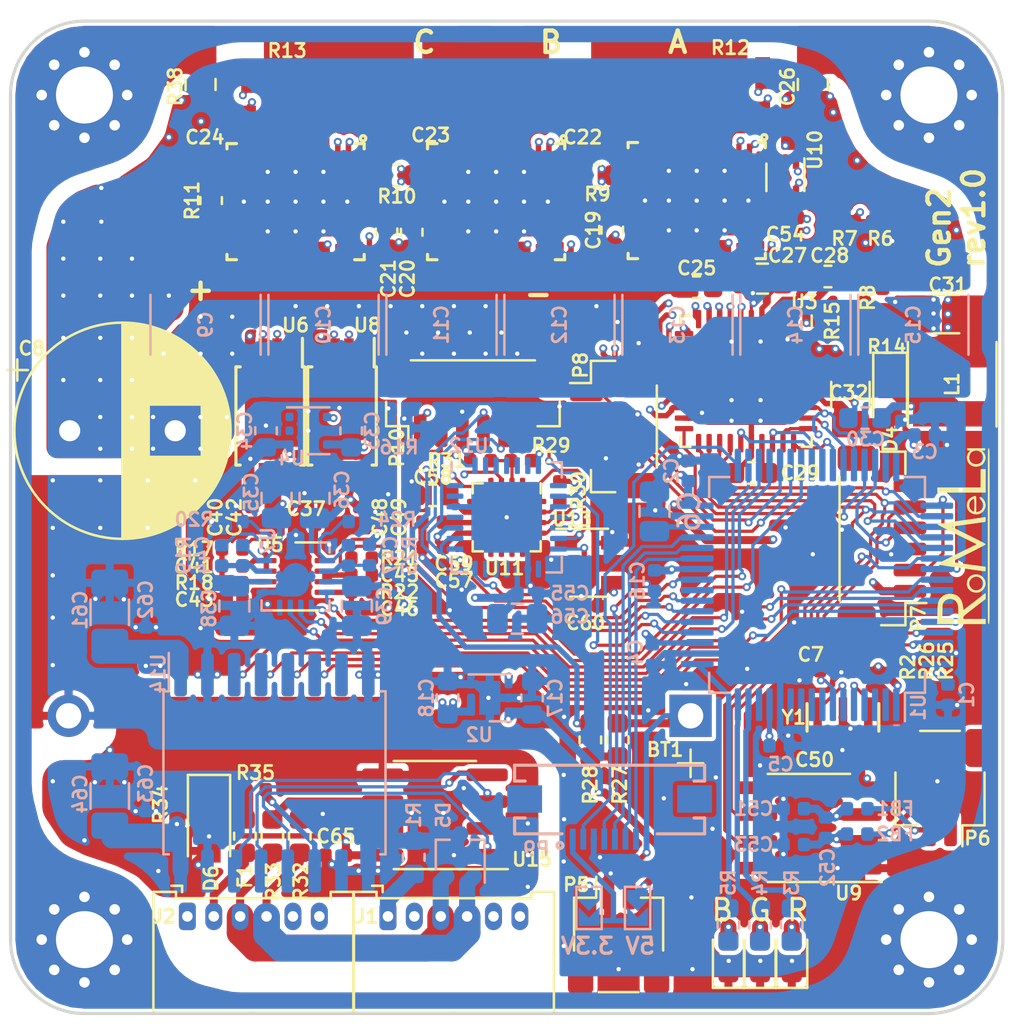
<source format=kicad_pcb>
(kicad_pcb (version 20171130) (host pcbnew "(5.1.5)-2")
  (layers (0 F.Cu signal) (1 In1.Cu signal) (2 In2.Cu signal) (31 B.Cu signal) (34 B.Paste user hide) (35 F.Paste user hide) (36 B.SilkS user hide) (37 F.SilkS user hide) (38 B.Mask user hide) (39 F.Mask user hide) (44 Edge.Cuts user hide))
  (net 0 "")
  (net 1 +5V)
  (net 2 GND)
  (net 3 +3V3)
  (net 4 /stm32/NRST)
  (net 5 /Power_Stage/PVDDSENSE)
  (net 6 "Net-(C22-Pad1)")
  (net 7 "Net-(C22-Pad2)")
  (net 8 "Net-(C23-Pad2)")
  (net 9 "Net-(C24-Pad2)")
  (net 10 "Net-(C28-Pad1)")
  (net 11 VDDA)
  (net 12 GNDA)
  (net 13 /Thermal/T+)
  (net 14 /Thermal/T-)
  (net 15 GNDREF)
  (net 16 "Net-(C47-Pad2)")
  (net 17 "Net-(D2-Pad2)")
  (net 18 "Net-(D3-Pad2)")
  (net 19 /RS485/A)
  (net 20 /RS485/B)
  (net 21 /Current_ADC/AIN-)
  (net 22 /Power_Stage/MOTOR_B)
  (net 23 /Current_ADC/CIN-)
  (net 24 /stm32/SWCLK)
  (net 25 /stm32/SWDIO)
  (net 26 /stm32/DEBUG)
  (net 27 /stm32/USART6_TX)
  (net 28 /stm32/USART6_RX)
  (net 29 /Current_ADC/AIN+)
  (net 30 /Power_Stage/GHA)
  (net 31 /Power_Stage/GHB)
  (net 32 /Current_ADC/CIN+)
  (net 33 /Power_Stage/GHC)
  (net 34 /Power_Stage/GLA)
  (net 35 /Power_Stage/GLB)
  (net 36 /Power_Stage/GLC)
  (net 37 /stm32/LED_R)
  (net 38 /stm32/LED_G)
  (net 39 /stm32/LED_B)
  (net 40 /Power_Stage/FAULT)
  (net 41 "Net-(R17-Pad2)")
  (net 42 /Thermal/I2C_SDA)
  (net 43 /Thermal/I2C_SCL)
  (net 44 "Net-(R21-Pad2)")
  (net 45 /Encoder/CSn)
  (net 46 /Encoder/CLK)
  (net 47 /stm32/ENC_MISO)
  (net 48 /stm32/ENC_MOSI)
  (net 49 /stm32/ADC_CLK)
  (net 50 /stm32/ADC_SDI)
  (net 51 /Power_Stage/H1)
  (net 52 /Power_Stage/H2)
  (net 53 /Power_Stage/H3)
  (net 54 /Power_Stage/ENGATE)
  (net 55 /stm32/DRV8305_SCS)
  (net 56 /stm32/DRV8305_SCLK)
  (net 57 /stm32/DRV8305_MISO)
  (net 58 /stm32/DRV8305_MOSI)
  (net 59 /Thermal/TC_nCS)
  (net 60 /stm32/485_TXEN)
  (net 61 /stm32/485_TX)
  (net 62 /stm32/485_RX)
  (net 63 "Net-(C46-Pad1)")
  (net 64 GNDPWR)
  (net 65 /Power_Stage/MOTOR_A)
  (net 66 /Power_Stage/MOTOR_C)
  (net 67 /Power_Stage/SHA)
  (net 68 /Power_Stage/SHC)
  (net 69 /stm32/USART3_RX)
  (net 70 /stm32/USART3_CSn)
  (net 71 /stm32/USART3_CLK)
  (net 72 /stm32/USART3_TX)
  (net 73 "Net-(C6-Pad1)")
  (net 74 +48V)
  (net 75 "Net-(C24-Pad1)")
  (net 76 "Net-(C27-Pad2)")
  (net 77 "Net-(C28-Pad2)")
  (net 78 "Net-(C29-Pad2)")
  (net 79 "Net-(C30-Pad2)")
  (net 80 "Net-(C30-Pad1)")
  (net 81 /Current_ADC/REFA)
  (net 82 /Current_ADC/REFB)
  (net 83 "Net-(C41-Pad2)")
  (net 84 "Net-(C41-Pad1)")
  (net 85 "Net-(C43-Pad1)")
  (net 86 "Net-(C44-Pad2)")
  (net 87 "Net-(C44-Pad1)")
  (net 88 "Net-(C45-Pad2)")
  (net 89 "Net-(C45-Pad1)")
  (net 90 "Net-(C47-Pad1)")
  (net 91 "Net-(C51-Pad2)")
  (net 92 "Net-(C52-Pad2)")
  (net 93 +BATT)
  (net 94 "Net-(C59-Pad2)")
  (net 95 /RS485/3.3Viso)
  (net 96 "Net-(D1-Pad2)")
  (net 97 "Net-(D6-Pad1)")
  (net 98 /RS485/ISO_DI)
  (net 99 "Net-(J1-Pad6)")
  (net 100 "Net-(J1-Pad5)")
  (net 101 "Net-(J1-Pad1)")
  (net 102 /Power_Stage/SHB)
  (net 103 "Net-(R2-Pad2)")
  (net 104 "Net-(R14-Pad1)")
  (net 105 /Encoder/PRE)
  (net 106 "Net-(R29-Pad1)")
  (net 107 "Net-(R30-Pad1)")
  (net 108 "Net-(R32-Pad2)")
  (net 109 "Net-(R33-Pad2)")
  (net 110 "Net-(R35-Pad2)")
  (net 111 /RS485/EXT_DI)
  (net 112 /stm32/ADC_CS)
  (net 113 /stm32/ADC_SDO)
  (net 114 "Net-(U1-Pad6)")
  (net 115 "Net-(U1-Pad5)")
  (net 116 /Encoder/SCL)
  (net 117 "Net-(U11-Pad14)")
  (net 118 "Net-(U11-Pad13)")
  (net 119 /Encoder/SDA)
  (net 120 "Net-(U11-Pad3)")
  (net 121 "Net-(U14-Pad14)")
  (net 122 "Net-(U14-Pad13)")
  (net 123 "Net-(U14-Pad12)")
  (net 124 Earth_Protective)
  (net 125 "Net-(JP1-Pad2)")
  (net 126 /Encoder/VBAT)
  (net 127 /stm32/PRESET)
  (net 128 "Net-(R27-Pad1)")
  (net 129 /Power_Stage/DRV_ENABLE)
  (module Capacitor_SMD:C_0805_2012Metric (layer B.Cu) (at 107 99.7204 90)
    (fp_text reference C6 (at 0 1.65 90) (layer B.SilkS) (effects (justify mirror)))
    (fp_text value 10uF)
    (pad 2 smd roundrect (at 0.9375 0 90) (size 0.975 1.4) (layers B.Cu B.Paste B.Mask) (net 2 GND))
    (pad 1 smd roundrect (at -0.9375 0 90) (size 0.975 1.4) (layers B.Cu B.Paste B.Mask) (net 73 "Net-(C6-Pad1)"))
  )
  (module RoMeLa_Motor:LOGO (layer F.Cu) (at 121.9 100.9 90)
    (fp_text reference G*** hide)
    (fp_text value LOGO hide)
  )
  (module Diode_SMD:D_SOD-123F (layer F.Cu) (at 85.9 114.4 270)
    (fp_text reference D6 (at 2.7 -0.1 90) (layer F.SilkS) (effects (font (size 0.635 0.635) (thickness 0.127))))
    (fp_text value "TVS 3.3V")
    (pad 2 smd rect (at 1.4 0 270) (size 1.1 1.1) (layers F.Cu F.Paste F.Mask) (net 15 GNDREF))
    (pad 1 smd rect (at -1.4 0 270) (size 1.1 1.1) (layers F.Cu F.Paste F.Mask) (net 97 "Net-(D6-Pad1)"))
  )
  (module RoMeLa_Motor:FFC_8POS_0.5mm_TOP (layer B.Cu) (at 103.124 115.2398)
    (fp_text reference P9 (at -1.724 0.4602) (layer B.SilkS) (effects (font (size 0.635 0.635) (thickness 0.127)) (justify mirror)))
    (fp_text value Port_Encoder)
    (pad 8 smd rect (at 3.5 0) (size 0.28 1) (layers B.Cu B.Paste B.Mask) (net 93 +BATT))
    (pad 7 smd rect (at 3 0) (size 0.28 1) (layers B.Cu B.Paste B.Mask) (net 127 /stm32/PRESET))
    (pad 6 smd rect (at 2.5 0) (size 0.28 1) (layers B.Cu B.Paste B.Mask) (net 70 /stm32/USART3_CSn))
    (pad 5 smd rect (at 2 0) (size 0.28 1) (layers B.Cu B.Paste B.Mask) (net 72 /stm32/USART3_TX))
    (pad 4 smd rect (at 1.5 0) (size 0.28 1) (layers B.Cu B.Paste B.Mask) (net 69 /stm32/USART3_RX))
    (pad 3 smd rect (at 1 0) (size 0.28 1) (layers B.Cu B.Paste B.Mask) (net 2 GND))
    (pad 2 smd rect (at 0.5 0) (size 0.28 1) (layers B.Cu B.Paste B.Mask) (net 71 /stm32/USART3_CLK))
    (pad "" smd rect (at 5.775 -1.9) (size 1.65 1.3) (layers B.Cu B.Paste B.Mask))
    (pad "" smd rect (at -2.275 -1.9) (size 1.65 1.3) (layers B.Cu B.Paste B.Mask))
    (pad 1 smd rect (at 0 0) (size 0.28 1) (layers B.Cu B.Paste B.Mask) (net 125 "Net-(JP1-Pad2)"))
  )
  (module RoMeLa_Motor:TI_Q5DC (layer F.Cu) (at 109 85 270)
    (fp_text reference Q1 hide)
    (fp_text value CSD88599Q5DC)
    (pad VIN smd roundrect (at 0 0 270) (size 3.3 5.4) (layers F.Cu F.Mask) (roundrect_rratio 0.03) (net 74 +48V))
    (pad GH smd roundrect (at -2.35 -2.5 270) (size 0.7 0.25) (layers F.Cu F.Paste F.Mask) (roundrect_rratio 0.2) (net 30 /Power_Stage/GHA))
    (pad SH smd roundrect (at -2.35 -2 270) (size 0.7 0.25) (layers F.Cu F.Paste F.Mask) (roundrect_rratio 0.2) (net 67 /Power_Stage/SHA))
    (pad VSW smd roundrect (at -2.35 -1.5 270) (size 0.7 0.25) (layers F.Cu F.Paste F.Mask) (roundrect_rratio 0.2) (net 6 "Net-(C22-Pad1)"))
    (pad VSW smd roundrect (at -2.35 -1 270) (size 0.7 0.25) (layers F.Cu F.Paste F.Mask) (roundrect_rratio 0.2) (net 6 "Net-(C22-Pad1)"))
    (pad VSW smd roundrect (at -2.35 -0.5 270) (size 0.7 0.25) (layers F.Cu F.Paste F.Mask) (roundrect_rratio 0.2) (net 6 "Net-(C22-Pad1)"))
    (pad VSW smd roundrect (at -2.35 0 270) (size 0.7 0.25) (layers F.Cu F.Paste F.Mask) (roundrect_rratio 0.2) (net 6 "Net-(C22-Pad1)"))
    (pad VSW smd roundrect (at -2.35 0.5 270) (size 0.7 0.25) (layers F.Cu F.Paste F.Mask) (roundrect_rratio 0.2) (net 6 "Net-(C22-Pad1)"))
    (pad VSW smd roundrect (at -2.35 1 270) (size 0.7 0.25) (layers F.Cu F.Paste F.Mask) (roundrect_rratio 0.2) (net 6 "Net-(C22-Pad1)"))
    (pad VSW smd roundrect (at -2.35 1.5 270) (size 0.7 0.25) (layers F.Cu F.Paste F.Mask) (roundrect_rratio 0.2) (net 6 "Net-(C22-Pad1)"))
    (pad VSW smd roundrect (at -2.35 2 270) (size 0.7 0.25) (layers F.Cu F.Paste F.Mask) (roundrect_rratio 0.2) (net 6 "Net-(C22-Pad1)"))
    (pad VSW smd roundrect (at -2.35 2.5 270) (size 0.7 0.25) (layers F.Cu F.Paste F.Mask) (roundrect_rratio 0.2) (net 6 "Net-(C22-Pad1)"))
    (pad PGND smd roundrect (at 2.35 2.5 270) (size 0.7 0.25) (layers F.Cu F.Paste F.Mask) (roundrect_rratio 0.2) (net 64 GNDPWR))
    (pad PGND smd roundrect (at 2.35 2 270) (size 0.7 0.25) (layers F.Cu F.Paste F.Mask) (roundrect_rratio 0.2) (net 64 GNDPWR))
    (pad PGND smd roundrect (at 2.35 1.5 270) (size 0.7 0.25) (layers F.Cu F.Paste F.Mask) (roundrect_rratio 0.2) (net 64 GNDPWR))
    (pad PGND smd roundrect (at 2.35 1 270) (size 0.7 0.25) (layers F.Cu F.Paste F.Mask) (roundrect_rratio 0.2) (net 64 GNDPWR))
    (pad PGND smd roundrect (at 2.35 0.5 270) (size 0.7 0.25) (layers F.Cu F.Paste F.Mask) (roundrect_rratio 0.2) (net 64 GNDPWR))
    (pad PGND smd roundrect (at 2.35 0 270) (size 0.7 0.25) (layers F.Cu F.Paste F.Mask) (roundrect_rratio 0.2) (net 64 GNDPWR))
    (pad PGND smd roundrect (at 2.35 -0.5 270) (size 0.7 0.25) (layers F.Cu F.Paste F.Mask) (roundrect_rratio 0.2) (net 64 GNDPWR))
    (pad PGND smd roundrect (at 2.35 -1 270) (size 0.7 0.25) (layers F.Cu F.Paste F.Mask) (roundrect_rratio 0.2) (net 64 GNDPWR))
    (pad PGND smd roundrect (at 2.35 -1.5 270) (size 0.7 0.25) (layers F.Cu F.Paste F.Mask) (roundrect_rratio 0.2) (net 64 GNDPWR))
    (pad NC smd roundrect (at 2.35 -2 270) (size 0.7 0.25) (layers F.Cu F.Paste F.Mask) (roundrect_rratio 0.2))
    (pad GL smd roundrect (at 2.35 -2.5 270) (size 0.7 0.25) (layers F.Cu F.Paste F.Mask) (roundrect_rratio 0.2) (net 34 /Power_Stage/GLA))
    (pad NC smd roundrect (at -2.115 -3.013 270) (size 0.43 0.375) (layers F.Cu F.Paste F.Mask) (roundrect_rratio 0.2))
    (pad NC smd roundrect (at 2.115 -3.013 270) (size 0.43 0.375) (layers F.Cu F.Paste F.Mask) (roundrect_rratio 0.2))
    (pad NC smd roundrect (at -2.115 3.013 270) (size 0.43 0.375) (layers F.Cu F.Paste F.Mask) (roundrect_rratio 0.2))
    (pad NC smd roundrect (at 2.115 3.013 270) (size 0.43 0.375) (layers F.Cu F.Paste F.Mask) (roundrect_rratio 0.2))
    (pad VSW smd roundrect (at -2.15 0.5 270) (size 0.3 4.25) (layers F.Cu F.Paste F.Mask) (roundrect_rratio 0.2) (net 6 "Net-(C22-Pad1)"))
    (pad PGND smd roundrect (at 2.15 0.5 270) (size 0.3 4.25) (layers F.Cu F.Paste F.Mask) (roundrect_rratio 0.2) (net 64 GNDPWR))
    (pad VIN thru_hole circle (at 0 0 270) (size 0.5 0.5) (drill 0.2032) (layers *.Cu F.Mask) (net 74 +48V))
    (pad VIN thru_hole circle (at 0 1.32 270) (size 0.5 0.5) (drill 0.2032) (layers *.Cu F.Mask) (net 74 +48V))
    (pad VIN thru_hole circle (at 0 2.45 270) (size 0.5 0.5) (drill 0.2032) (layers *.Cu F.Mask) (net 74 +48V))
    (pad VIN thru_hole circle (at 0 -1.32 270) (size 0.5 0.5) (drill 0.2032) (layers *.Cu F.Mask) (net 74 +48V))
    (pad VIN thru_hole circle (at 0 -2.45 270) (size 0.5 0.5) (drill 0.2032) (layers *.Cu F.Mask) (net 74 +48V))
    (pad VIN thru_hole circle (at 1.41 -1.32 270) (size 0.5 0.5) (drill 0.2032) (layers *.Cu F.Mask) (net 74 +48V))
    (pad VIN thru_hole circle (at 1.41 0 270) (size 0.5 0.5) (drill 0.2032) (layers *.Cu F.Mask) (net 74 +48V))
    (pad VIN thru_hole circle (at -1.41 -1.32 270) (size 0.5 0.5) (drill 0.2032) (layers *.Cu F.Mask) (net 74 +48V))
    (pad VIN thru_hole circle (at -1.41 0 270) (size 0.5 0.5) (drill 0.2032) (layers *.Cu F.Mask) (net 74 +48V))
    (pad VIN thru_hole circle (at -1.41 1.32 270) (size 0.5 0.5) (drill 0.2032) (layers *.Cu F.Mask) (net 74 +48V))
    (pad VIN thru_hole circle (at 1.41 1.32 270) (size 0.5 0.5) (drill 0.2032) (layers *.Cu F.Mask) (net 74 +48V))
  )
  (module RoMeLa_Motor:TI_Q5DC (layer F.Cu) (at 99.5 85.05 270)
    (fp_text reference Q2 hide)
    (fp_text value CSD88599Q5DC)
    (pad VIN smd roundrect (at 0 0 270) (size 3.3 5.4) (layers F.Cu F.Mask) (roundrect_rratio 0.03) (net 74 +48V))
    (pad GH smd roundrect (at -2.35 -2.5 270) (size 0.7 0.25) (layers F.Cu F.Paste F.Mask) (roundrect_rratio 0.2) (net 31 /Power_Stage/GHB))
    (pad SH smd roundrect (at -2.35 -2 270) (size 0.7 0.25) (layers F.Cu F.Paste F.Mask) (roundrect_rratio 0.2) (net 102 /Power_Stage/SHB))
    (pad VSW smd roundrect (at -2.35 -1.5 270) (size 0.7 0.25) (layers F.Cu F.Paste F.Mask) (roundrect_rratio 0.2) (net 22 /Power_Stage/MOTOR_B))
    (pad VSW smd roundrect (at -2.35 -1 270) (size 0.7 0.25) (layers F.Cu F.Paste F.Mask) (roundrect_rratio 0.2) (net 22 /Power_Stage/MOTOR_B))
    (pad VSW smd roundrect (at -2.35 -0.5 270) (size 0.7 0.25) (layers F.Cu F.Paste F.Mask) (roundrect_rratio 0.2) (net 22 /Power_Stage/MOTOR_B))
    (pad VSW smd roundrect (at -2.35 0 270) (size 0.7 0.25) (layers F.Cu F.Paste F.Mask) (roundrect_rratio 0.2) (net 22 /Power_Stage/MOTOR_B))
    (pad VSW smd roundrect (at -2.35 0.5 270) (size 0.7 0.25) (layers F.Cu F.Paste F.Mask) (roundrect_rratio 0.2) (net 22 /Power_Stage/MOTOR_B))
    (pad VSW smd roundrect (at -2.35 1 270) (size 0.7 0.25) (layers F.Cu F.Paste F.Mask) (roundrect_rratio 0.2) (net 22 /Power_Stage/MOTOR_B))
    (pad VSW smd roundrect (at -2.35 1.5 270) (size 0.7 0.25) (layers F.Cu F.Paste F.Mask) (roundrect_rratio 0.2) (net 22 /Power_Stage/MOTOR_B))
    (pad VSW smd roundrect (at -2.35 2 270) (size 0.7 0.25) (layers F.Cu F.Paste F.Mask) (roundrect_rratio 0.2) (net 22 /Power_Stage/MOTOR_B))
    (pad VSW smd roundrect (at -2.35 2.5 270) (size 0.7 0.25) (layers F.Cu F.Paste F.Mask) (roundrect_rratio 0.2) (net 22 /Power_Stage/MOTOR_B))
    (pad PGND smd roundrect (at 2.35 2.5 270) (size 0.7 0.25) (layers F.Cu F.Paste F.Mask) (roundrect_rratio 0.2) (net 64 GNDPWR))
    (pad PGND smd roundrect (at 2.35 2 270) (size 0.7 0.25) (layers F.Cu F.Paste F.Mask) (roundrect_rratio 0.2) (net 64 GNDPWR))
    (pad PGND smd roundrect (at 2.35 1.5 270) (size 0.7 0.25) (layers F.Cu F.Paste F.Mask) (roundrect_rratio 0.2) (net 64 GNDPWR))
    (pad PGND smd roundrect (at 2.35 1 270) (size 0.7 0.25) (layers F.Cu F.Paste F.Mask) (roundrect_rratio 0.2) (net 64 GNDPWR))
    (pad PGND smd roundrect (at 2.35 0.5 270) (size 0.7 0.25) (layers F.Cu F.Paste F.Mask) (roundrect_rratio 0.2) (net 64 GNDPWR))
    (pad PGND smd roundrect (at 2.35 0 270) (size 0.7 0.25) (layers F.Cu F.Paste F.Mask) (roundrect_rratio 0.2) (net 64 GNDPWR))
    (pad PGND smd roundrect (at 2.35 -0.5 270) (size 0.7 0.25) (layers F.Cu F.Paste F.Mask) (roundrect_rratio 0.2) (net 64 GNDPWR))
    (pad PGND smd roundrect (at 2.35 -1 270) (size 0.7 0.25) (layers F.Cu F.Paste F.Mask) (roundrect_rratio 0.2) (net 64 GNDPWR))
    (pad PGND smd roundrect (at 2.35 -1.5 270) (size 0.7 0.25) (layers F.Cu F.Paste F.Mask) (roundrect_rratio 0.2) (net 64 GNDPWR))
    (pad NC smd roundrect (at 2.35 -2 270) (size 0.7 0.25) (layers F.Cu F.Paste F.Mask) (roundrect_rratio 0.2))
    (pad GL smd roundrect (at 2.35 -2.5 270) (size 0.7 0.25) (layers F.Cu F.Paste F.Mask) (roundrect_rratio 0.2) (net 35 /Power_Stage/GLB))
    (pad NC smd roundrect (at -2.115 -3.013 270) (size 0.43 0.375) (layers F.Cu F.Paste F.Mask) (roundrect_rratio 0.2))
    (pad NC smd roundrect (at 2.115 -3.013 270) (size 0.43 0.375) (layers F.Cu F.Paste F.Mask) (roundrect_rratio 0.2))
    (pad NC smd roundrect (at -2.115 3.013 270) (size 0.43 0.375) (layers F.Cu F.Paste F.Mask) (roundrect_rratio 0.2))
    (pad NC smd roundrect (at 2.115 3.013 270) (size 0.43 0.375) (layers F.Cu F.Paste F.Mask) (roundrect_rratio 0.2))
    (pad VSW smd roundrect (at -2.15 0.5 270) (size 0.3 4.25) (layers F.Cu F.Paste F.Mask) (roundrect_rratio 0.2) (net 22 /Power_Stage/MOTOR_B))
    (pad PGND smd roundrect (at 2.15 0.5 270) (size 0.3 4.25) (layers F.Cu F.Paste F.Mask) (roundrect_rratio 0.2) (net 64 GNDPWR))
    (pad VIN thru_hole circle (at 0 0 270) (size 0.5 0.5) (drill 0.2032) (layers *.Cu F.Mask) (net 74 +48V))
    (pad VIN thru_hole circle (at 0 1.32 270) (size 0.5 0.5) (drill 0.2032) (layers *.Cu F.Mask) (net 74 +48V))
    (pad VIN thru_hole circle (at 0 2.45 270) (size 0.5 0.5) (drill 0.2032) (layers *.Cu F.Mask) (net 74 +48V))
    (pad VIN thru_hole circle (at 0 -1.32 270) (size 0.5 0.5) (drill 0.2032) (layers *.Cu F.Mask) (net 74 +48V))
    (pad VIN thru_hole circle (at 0 -2.45 270) (size 0.5 0.5) (drill 0.2032) (layers *.Cu F.Mask) (net 74 +48V))
    (pad VIN thru_hole circle (at 1.41 -1.32 270) (size 0.5 0.5) (drill 0.2032) (layers *.Cu F.Mask) (net 74 +48V))
    (pad VIN thru_hole circle (at 1.41 0 270) (size 0.5 0.5) (drill 0.2032) (layers *.Cu F.Mask) (net 74 +48V))
    (pad VIN thru_hole circle (at -1.41 -1.32 270) (size 0.5 0.5) (drill 0.2032) (layers *.Cu F.Mask) (net 74 +48V))
    (pad VIN thru_hole circle (at -1.41 0 270) (size 0.5 0.5) (drill 0.2032) (layers *.Cu F.Mask) (net 74 +48V))
    (pad VIN thru_hole circle (at -1.41 1.32 270) (size 0.5 0.5) (drill 0.2032) (layers *.Cu F.Mask) (net 74 +48V))
    (pad VIN thru_hole circle (at 1.41 1.32 270) (size 0.5 0.5) (drill 0.2032) (layers *.Cu F.Mask) (net 74 +48V))
  )
  (module RoMeLa_Motor:TI_Q5DC (layer F.Cu) (at 90 85.05 270)
    (fp_text reference Q3 hide)
    (fp_text value CSD88599Q5DC)
    (pad VIN smd roundrect (at 0 0 270) (size 3.3 5.4) (layers F.Cu F.Mask) (roundrect_rratio 0.03) (net 74 +48V))
    (pad GH smd roundrect (at -2.35 -2.5 270) (size 0.7 0.25) (layers F.Cu F.Paste F.Mask) (roundrect_rratio 0.2) (net 33 /Power_Stage/GHC))
    (pad SH smd roundrect (at -2.35 -2 270) (size 0.7 0.25) (layers F.Cu F.Paste F.Mask) (roundrect_rratio 0.2) (net 68 /Power_Stage/SHC))
    (pad VSW smd roundrect (at -2.35 -1.5 270) (size 0.7 0.25) (layers F.Cu F.Paste F.Mask) (roundrect_rratio 0.2) (net 75 "Net-(C24-Pad1)"))
    (pad VSW smd roundrect (at -2.35 -1 270) (size 0.7 0.25) (layers F.Cu F.Paste F.Mask) (roundrect_rratio 0.2) (net 75 "Net-(C24-Pad1)"))
    (pad VSW smd roundrect (at -2.35 -0.5 270) (size 0.7 0.25) (layers F.Cu F.Paste F.Mask) (roundrect_rratio 0.2) (net 75 "Net-(C24-Pad1)"))
    (pad VSW smd roundrect (at -2.35 0 270) (size 0.7 0.25) (layers F.Cu F.Paste F.Mask) (roundrect_rratio 0.2) (net 75 "Net-(C24-Pad1)"))
    (pad VSW smd roundrect (at -2.35 0.5 270) (size 0.7 0.25) (layers F.Cu F.Paste F.Mask) (roundrect_rratio 0.2) (net 75 "Net-(C24-Pad1)"))
    (pad VSW smd roundrect (at -2.35 1 270) (size 0.7 0.25) (layers F.Cu F.Paste F.Mask) (roundrect_rratio 0.2) (net 75 "Net-(C24-Pad1)"))
    (pad VSW smd roundrect (at -2.35 1.5 270) (size 0.7 0.25) (layers F.Cu F.Paste F.Mask) (roundrect_rratio 0.2) (net 75 "Net-(C24-Pad1)"))
    (pad VSW smd roundrect (at -2.35 2 270) (size 0.7 0.25) (layers F.Cu F.Paste F.Mask) (roundrect_rratio 0.2) (net 75 "Net-(C24-Pad1)"))
    (pad VSW smd roundrect (at -2.35 2.5 270) (size 0.7 0.25) (layers F.Cu F.Paste F.Mask) (roundrect_rratio 0.2) (net 75 "Net-(C24-Pad1)"))
    (pad PGND smd roundrect (at 2.35 2.5 270) (size 0.7 0.25) (layers F.Cu F.Paste F.Mask) (roundrect_rratio 0.2) (net 64 GNDPWR))
    (pad PGND smd roundrect (at 2.35 2 270) (size 0.7 0.25) (layers F.Cu F.Paste F.Mask) (roundrect_rratio 0.2) (net 64 GNDPWR))
    (pad PGND smd roundrect (at 2.35 1.5 270) (size 0.7 0.25) (layers F.Cu F.Paste F.Mask) (roundrect_rratio 0.2) (net 64 GNDPWR))
    (pad PGND smd roundrect (at 2.35 1 270) (size 0.7 0.25) (layers F.Cu F.Paste F.Mask) (roundrect_rratio 0.2) (net 64 GNDPWR))
    (pad PGND smd roundrect (at 2.35 0.5 270) (size 0.7 0.25) (layers F.Cu F.Paste F.Mask) (roundrect_rratio 0.2) (net 64 GNDPWR))
    (pad PGND smd roundrect (at 2.35 0 270) (size 0.7 0.25) (layers F.Cu F.Paste F.Mask) (roundrect_rratio 0.2) (net 64 GNDPWR))
    (pad PGND smd roundrect (at 2.35 -0.5 270) (size 0.7 0.25) (layers F.Cu F.Paste F.Mask) (roundrect_rratio 0.2) (net 64 GNDPWR))
    (pad PGND smd roundrect (at 2.35 -1 270) (size 0.7 0.25) (layers F.Cu F.Paste F.Mask) (roundrect_rratio 0.2) (net 64 GNDPWR))
    (pad PGND smd roundrect (at 2.35 -1.5 270) (size 0.7 0.25) (layers F.Cu F.Paste F.Mask) (roundrect_rratio 0.2) (net 64 GNDPWR))
    (pad NC smd roundrect (at 2.35 -2 270) (size 0.7 0.25) (layers F.Cu F.Paste F.Mask) (roundrect_rratio 0.2))
    (pad GL smd roundrect (at 2.35 -2.5 270) (size 0.7 0.25) (layers F.Cu F.Paste F.Mask) (roundrect_rratio 0.2) (net 36 /Power_Stage/GLC))
    (pad NC smd roundrect (at -2.115 -3.013 270) (size 0.43 0.375) (layers F.Cu F.Paste F.Mask) (roundrect_rratio 0.2))
    (pad NC smd roundrect (at 2.115 -3.013 270) (size 0.43 0.375) (layers F.Cu F.Paste F.Mask) (roundrect_rratio 0.2))
    (pad NC smd roundrect (at -2.115 3.013 270) (size 0.43 0.375) (layers F.Cu F.Paste F.Mask) (roundrect_rratio 0.2))
    (pad NC smd roundrect (at 2.115 3.013 270) (size 0.43 0.375) (layers F.Cu F.Paste F.Mask) (roundrect_rratio 0.2))
    (pad VSW smd roundrect (at -2.15 0.5 270) (size 0.3 4.25) (layers F.Cu F.Paste F.Mask) (roundrect_rratio 0.2) (net 75 "Net-(C24-Pad1)"))
    (pad PGND smd roundrect (at 2.15 0.5 270) (size 0.3 4.25) (layers F.Cu F.Paste F.Mask) (roundrect_rratio 0.2) (net 64 GNDPWR))
    (pad VIN thru_hole circle (at 0 0 270) (size 0.5 0.5) (drill 0.2032) (layers *.Cu F.Mask) (net 74 +48V))
    (pad VIN thru_hole circle (at 0 1.32 270) (size 0.5 0.5) (drill 0.2032) (layers *.Cu F.Mask) (net 74 +48V))
    (pad VIN thru_hole circle (at 0 2.45 270) (size 0.5 0.5) (drill 0.2032) (layers *.Cu F.Mask) (net 74 +48V))
    (pad VIN thru_hole circle (at 0 -1.32 270) (size 0.5 0.5) (drill 0.2032) (layers *.Cu F.Mask) (net 74 +48V))
    (pad VIN thru_hole circle (at 0 -2.45 270) (size 0.5 0.5) (drill 0.2032) (layers *.Cu F.Mask) (net 74 +48V))
    (pad VIN thru_hole circle (at 1.41 -1.32 270) (size 0.5 0.5) (drill 0.2032) (layers *.Cu F.Mask) (net 74 +48V))
    (pad VIN thru_hole circle (at 1.41 0 270) (size 0.5 0.5) (drill 0.2032) (layers *.Cu F.Mask) (net 74 +48V))
    (pad VIN thru_hole circle (at -1.41 -1.32 270) (size 0.5 0.5) (drill 0.2032) (layers *.Cu F.Mask) (net 74 +48V))
    (pad VIN thru_hole circle (at -1.41 0 270) (size 0.5 0.5) (drill 0.2032) (layers *.Cu F.Mask) (net 74 +48V))
    (pad VIN thru_hole circle (at -1.41 1.32 270) (size 0.5 0.5) (drill 0.2032) (layers *.Cu F.Mask) (net 74 +48V))
    (pad VIN thru_hole circle (at 1.41 1.32 270) (size 0.5 0.5) (drill 0.2032) (layers *.Cu F.Mask) (net 74 +48V))
  )
  (module Resistor_SMD:R_0402_1005Metric (layer B.Cu) (at 93 100.2)
    (fp_text reference R24 (at 1.8 -0.1) (layer B.SilkS) (effects (font (size 0.635 0.635) (thickness 0.127)) (justify mirror)))
    (fp_text value 10)
    (pad 2 smd roundrect (at 0.485 0) (size 0.59 0.64) (layers B.Cu B.Paste B.Mask) (net 12 GNDA))
    (pad 1 smd roundrect (at -0.485 0) (size 0.59 0.64) (layers B.Cu B.Paste B.Mask) (net 16 "Net-(C47-Pad2)"))
  )
  (module RoMeLa_Motor:JST_SH_BM04B-SRSS-TB_1x04-1MP_P1.00mm_Vertical (layer F.Cu) (at 105.1 95.7 270)
    (fp_text reference P8 (at -2.9 1.6 270) (layer F.SilkS) (effects (font (size 0.635 0.635) (thickness 0.127))))
    (fp_text value CONN_01X04)
    (pad MP smd roundrect (at 2.8 -1.2 270) (size 1.2 1.8) (layers F.Cu F.Paste F.Mask) (roundrect_rratio 0.208333))
    (pad MP smd roundrect (at -2.8 -1.2 270) (size 1.2 1.8) (layers F.Cu F.Paste F.Mask) (roundrect_rratio 0.208333))
    (pad 4 smd roundrect (at 1.5 1.325 270) (size 0.6 1.55) (layers F.Cu F.Paste F.Mask) (net 2 GND))
    (pad 3 smd roundrect (at 0.5 1.325 270) (size 0.6 1.55) (layers F.Cu F.Paste F.Mask) (net 28 /stm32/USART6_RX))
    (pad 2 smd roundrect (at -0.5 1.325 270) (size 0.6 1.55) (layers F.Cu F.Paste F.Mask) (net 27 /stm32/USART6_TX))
    (pad 1 smd roundrect (at -1.5 1.325 270) (size 0.6 1.55) (layers F.Cu F.Paste F.Mask) (net 3 +3V3))
  )
  (module RoMeLa_Motor:SolderJumper_Open_TrianglePad (layer B.Cu) (at 106.2 118.6 270)
    (fp_text reference JP2 hide)
    (fp_text value 5V)
    (pad 1 smd custom (at -0.7 0 270) (size 0.3 0.3) (layers B.Cu B.Mask) (net 1 +5V) (options (clearance outline) (anchor rect)) (primitives (gr_poly (pts (xy -0.25 0.5) (xy 0.25 0.5) (xy 0.75 0) (xy 0.25 -0.5) (xy -0.25 -0.5)) (width 0))))
    (pad 2 smd custom (at 0.5 0 270) (size 0.3 0.3) (layers B.Cu B.Mask) (net 125 "Net-(JP1-Pad2)") (options (clearance outline) (anchor rect)) (primitives (gr_poly (pts (xy -0.65 0.5) (xy 0.25 0.5) (xy 0.25 -0.5) (xy -0.65 -0.5) (xy -0.15 0)) (width 0))))
  )
  (module RoMeLa_Motor:SolderJumper_Open_TrianglePad (layer B.Cu) (at 103.9 118.6 270)
    (fp_text reference JP1 hide)
    (fp_text value 3.3V)
    (pad 1 smd custom (at -0.7 0 270) (size 0.3 0.3) (layers B.Cu B.Mask) (net 3 +3V3) (options (clearance outline) (anchor rect)) (primitives (gr_poly (pts (xy -0.25 0.5) (xy 0.25 0.5) (xy 0.75 0) (xy 0.25 -0.5) (xy -0.25 -0.5)) (width 0))))
    (pad 2 smd custom (at 0.5 0 270) (size 0.3 0.3) (layers B.Cu B.Mask) (net 125 "Net-(JP1-Pad2)") (options (clearance outline) (anchor rect)) (primitives (gr_poly (pts (xy -0.65 0.5) (xy 0.25 0.5) (xy 0.25 -0.5) (xy -0.65 -0.5) (xy -0.15 0)) (width 0))))
  )
  (module MountingHole:MountingHole_2.7mm_M2.5_Pad_Via (layer F.Cu) (at 120 120)
    (fp_text reference H4 hide)
    (fp_text value MT)
    (pad 1 thru_hole circle (at 1.431891 -1.431891) (size 0.8 0.8) (drill 0.5) (layers *.Cu *.Mask) (net 124 Earth_Protective))
    (pad 1 thru_hole circle (at 0 -2.025) (size 0.8 0.8) (drill 0.5) (layers *.Cu *.Mask) (net 124 Earth_Protective))
    (pad 1 thru_hole circle (at -1.431891 -1.431891) (size 0.8 0.8) (drill 0.5) (layers *.Cu *.Mask) (net 124 Earth_Protective))
    (pad 1 thru_hole circle (at -2.025 0) (size 0.8 0.8) (drill 0.5) (layers *.Cu *.Mask) (net 124 Earth_Protective))
    (pad 1 thru_hole circle (at -1.431891 1.431891) (size 0.8 0.8) (drill 0.5) (layers *.Cu *.Mask) (net 124 Earth_Protective))
    (pad 1 thru_hole circle (at 0 2.025) (size 0.8 0.8) (drill 0.5) (layers *.Cu *.Mask) (net 124 Earth_Protective))
    (pad 1 thru_hole circle (at 1.431891 1.431891) (size 0.8 0.8) (drill 0.5) (layers *.Cu *.Mask) (net 124 Earth_Protective))
    (pad 1 thru_hole circle (at 2.025 0) (size 0.8 0.8) (drill 0.5) (layers *.Cu *.Mask) (net 124 Earth_Protective))
    (pad 1 thru_hole circle (at 0 0) (size 5.4 5.4) (drill 2.7) (layers *.Cu *.Mask) (net 124 Earth_Protective))
  )
  (module MountingHole:MountingHole_2.7mm_M2.5_Pad_Via (layer F.Cu) (at 80 120)
    (fp_text reference H3 hide)
    (fp_text value MT)
    (pad 1 thru_hole circle (at 1.431891 -1.431891) (size 0.8 0.8) (drill 0.5) (layers *.Cu *.Mask) (net 124 Earth_Protective))
    (pad 1 thru_hole circle (at 0 -2.025) (size 0.8 0.8) (drill 0.5) (layers *.Cu *.Mask) (net 124 Earth_Protective))
    (pad 1 thru_hole circle (at -1.431891 -1.431891) (size 0.8 0.8) (drill 0.5) (layers *.Cu *.Mask) (net 124 Earth_Protective))
    (pad 1 thru_hole circle (at -2.025 0) (size 0.8 0.8) (drill 0.5) (layers *.Cu *.Mask) (net 124 Earth_Protective))
    (pad 1 thru_hole circle (at -1.431891 1.431891) (size 0.8 0.8) (drill 0.5) (layers *.Cu *.Mask) (net 124 Earth_Protective))
    (pad 1 thru_hole circle (at 0 2.025) (size 0.8 0.8) (drill 0.5) (layers *.Cu *.Mask) (net 124 Earth_Protective))
    (pad 1 thru_hole circle (at 1.431891 1.431891) (size 0.8 0.8) (drill 0.5) (layers *.Cu *.Mask) (net 124 Earth_Protective))
    (pad 1 thru_hole circle (at 2.025 0) (size 0.8 0.8) (drill 0.5) (layers *.Cu *.Mask) (net 124 Earth_Protective))
    (pad 1 thru_hole circle (at 0 0) (size 5.4 5.4) (drill 2.7) (layers *.Cu *.Mask) (net 124 Earth_Protective))
  )
  (module MountingHole:MountingHole_2.7mm_M2.5_Pad_Via (layer F.Cu) (at 80 80)
    (fp_text reference H2 hide)
    (fp_text value MT)
    (pad 1 thru_hole circle (at 1.431891 -1.431891) (size 0.8 0.8) (drill 0.5) (layers *.Cu *.Mask) (net 124 Earth_Protective))
    (pad 1 thru_hole circle (at 0 -2.025) (size 0.8 0.8) (drill 0.5) (layers *.Cu *.Mask) (net 124 Earth_Protective))
    (pad 1 thru_hole circle (at -1.431891 -1.431891) (size 0.8 0.8) (drill 0.5) (layers *.Cu *.Mask) (net 124 Earth_Protective))
    (pad 1 thru_hole circle (at -2.025 0) (size 0.8 0.8) (drill 0.5) (layers *.Cu *.Mask) (net 124 Earth_Protective))
    (pad 1 thru_hole circle (at -1.431891 1.431891) (size 0.8 0.8) (drill 0.5) (layers *.Cu *.Mask) (net 124 Earth_Protective))
    (pad 1 thru_hole circle (at 0 2.025) (size 0.8 0.8) (drill 0.5) (layers *.Cu *.Mask) (net 124 Earth_Protective))
    (pad 1 thru_hole circle (at 1.431891 1.431891) (size 0.8 0.8) (drill 0.5) (layers *.Cu *.Mask) (net 124 Earth_Protective))
    (pad 1 thru_hole circle (at 2.025 0) (size 0.8 0.8) (drill 0.5) (layers *.Cu *.Mask) (net 124 Earth_Protective))
    (pad 1 thru_hole circle (at 0 0) (size 5.4 5.4) (drill 2.7) (layers *.Cu *.Mask) (net 124 Earth_Protective))
  )
  (module Resistor_SMD:R_0805_2012Metric (layer F.Cu) (at 85.5 79.5 270)
    (fp_text reference R38 (at 0.1 1.2 270) (layer F.SilkS) (effects (font (size 0.635 0.635) (thickness 0.127))))
    (fp_text value 1M)
    (pad 2 smd roundrect (at 0.9375 0 270) (size 0.975 1.4) (layers F.Cu F.Paste F.Mask) (net 64 GNDPWR))
    (pad 1 smd roundrect (at -0.9375 0 270) (size 0.975 1.4) (layers F.Cu F.Paste F.Mask) (net 124 Earth_Protective))
  )
  (module Capacitor_SMD:C_0805_2012Metric (layer F.Cu) (at 114.5 79.5 270)
    (fp_text reference C26 (at 0.1 1.2 90) (layer F.SilkS) (effects (font (size 0.635 0.635) (thickness 0.127))))
    (fp_text value "4.7nF 1kv")
    (pad 2 smd roundrect (at 0.9375 0 270) (size 0.975 1.4) (layers F.Cu F.Paste F.Mask) (net 64 GNDPWR))
    (pad 1 smd roundrect (at -0.9375 0 270) (size 0.975 1.4) (layers F.Cu F.Paste F.Mask) (net 124 Earth_Protective))
  )
  (module RoMeLa_Motor:JST_SH_BM06B-SRSS-TB_1x06-1MP_P1.00mm_Vertical (layer F.Cu) (at 98.4 94.575)
    (fp_text reference P10 (at -3.6 2.125 90) (layer F.SilkS) (effects (font (size 0.635 0.635) (thickness 0.127))))
    (fp_text value Port_Encoder)
    (pad MP smd roundrect (at 3.8 -1.2) (size 1.2 1.8) (layers F.Cu F.Paste F.Mask) (roundrect_rratio 0.208333))
    (pad MP smd roundrect (at -3.8 -1.2) (size 1.2 1.8) (layers F.Cu F.Paste F.Mask) (roundrect_rratio 0.208333))
    (pad 6 smd roundrect (at 2.5 1.325) (size 0.6 1.55) (layers F.Cu F.Paste F.Mask) (net 45 /Encoder/CSn))
    (pad 5 smd roundrect (at 1.5 1.325) (size 0.6 1.55) (layers F.Cu F.Paste F.Mask) (net 47 /stm32/ENC_MISO))
    (pad 4 smd roundrect (at 0.5 1.325) (size 0.6 1.55) (layers F.Cu F.Paste F.Mask) (net 48 /stm32/ENC_MOSI))
    (pad 3 smd roundrect (at -0.5 1.325) (size 0.6 1.55) (layers F.Cu F.Paste F.Mask) (net 2 GND))
    (pad 2 smd roundrect (at -1.5 1.325) (size 0.6 1.55) (layers F.Cu F.Paste F.Mask) (net 46 /Encoder/CLK))
    (pad 1 smd roundrect (at -2.5 1.325) (size 0.6 1.55) (layers F.Cu F.Paste F.Mask) (net 1 +5V))
  )
  (module RoMeLa_Motor:JST_SH_BM06B-SRSS-TB_1x06-1MP_P1.00mm_Vertical (layer F.Cu) (at 117.775 101 90)
    (fp_text reference P7 (at -3.8 1.725 90) (layer F.SilkS) (effects (font (size 0.635 0.635) (thickness 0.127))))
    (fp_text value Port_SW)
    (pad MP smd roundrect (at 3.8 -1.2 90) (size 1.2 1.8) (layers F.Cu F.Paste F.Mask) (roundrect_rratio 0.208333))
    (pad MP smd roundrect (at -3.8 -1.2 90) (size 1.2 1.8) (layers F.Cu F.Paste F.Mask) (roundrect_rratio 0.208333))
    (pad 6 smd roundrect (at 2.5 1.325 90) (size 0.6 1.55) (layers F.Cu F.Paste F.Mask) (net 26 /stm32/DEBUG))
    (pad 5 smd roundrect (at 1.5 1.325 90) (size 0.6 1.55) (layers F.Cu F.Paste F.Mask) (net 4 /stm32/NRST))
    (pad 4 smd roundrect (at 0.5 1.325 90) (size 0.6 1.55) (layers F.Cu F.Paste F.Mask) (net 25 /stm32/SWDIO))
    (pad 3 smd roundrect (at -0.5 1.325 90) (size 0.6 1.55) (layers F.Cu F.Paste F.Mask) (net 2 GND))
    (pad 2 smd roundrect (at -1.5 1.325 90) (size 0.6 1.55) (layers F.Cu F.Paste F.Mask) (net 24 /stm32/SWCLK))
    (pad 1 smd roundrect (at -2.5 1.325 90) (size 0.6 1.55) (layers F.Cu F.Paste F.Mask) (net 3 +3V3))
  )
  (module RoMeLa_Motor:ABH1_2AA (layer F.Cu) (at 108.71 109.4 180)
    (fp_text reference BT1 (at 1.21 -1.6) (layer F.SilkS) (effects (font (size 0.635 0.635) (thickness 0.127))))
    (fp_text value "Batt 3.6V")
    (pad 2 thru_hole oval (at 29.46 0 180) (size 2 2) (drill 1.2) (layers *.Cu *.Mask) (net 2 GND))
    (pad 1 thru_hole rect (at 0 0 180) (size 2 2) (drill 1.2) (layers *.Cu *.Mask) (net 93 +BATT))
  )
  (module RoMeLa_Motor:JST_SH_SM02B-SRSS-TB_1x02-1MP_P1.00mm_Horizontal (layer F.Cu) (at 120.523 112.8014 180)
    (fp_text reference P6 (at -1.777 -2.3986) (layer F.SilkS) (effects (font (size 0.635 0.635) (thickness 0.127))))
    (fp_text value CONN_TC)
    (pad 1 smd roundrect (at -0.5 -2 180) (size 0.6 1.55) (layers F.Cu F.Paste F.Mask) (net 14 /Thermal/T-))
    (pad 2 smd roundrect (at 0.5 -2 180) (size 0.6 1.55) (layers F.Cu F.Paste F.Mask) (net 13 /Thermal/T+))
    (pad MP smd roundrect (at -1.8 1.875 180) (size 1.2 1.8) (layers F.Cu F.Paste F.Mask) (roundrect_rratio 0.208333))
    (pad MP smd roundrect (at 1.8 1.875 180) (size 1.2 1.8) (layers F.Cu F.Paste F.Mask) (roundrect_rratio 0.208333))
  )
  (module RoMeLa_Motor:JST_SH_SM02B-SRSS-TB_1x02-1MP_P1.00mm_Horizontal (layer F.Cu) (at 105.3 119.8)
    (fp_text reference P5 (at -2 -2.4) (layer F.SilkS) (effects (font (size 0.635 0.635) (thickness 0.127))))
    (fp_text value CONN_BATT)
    (pad MP smd roundrect (at 1.8 1.875) (size 1.2 1.8) (layers F.Cu F.Paste F.Mask) (roundrect_rratio 0.208333))
    (pad MP smd roundrect (at -1.8 1.875) (size 1.2 1.8) (layers F.Cu F.Paste F.Mask) (roundrect_rratio 0.208333))
    (pad 2 smd roundrect (at 0.5 -2) (size 0.6 1.55) (layers F.Cu F.Paste F.Mask) (net 93 +BATT))
    (pad 1 smd roundrect (at -0.5 -2) (size 0.6 1.55) (layers F.Cu F.Paste F.Mask) (net 2 GND))
  )
  (module RoMeLa_Motor:Molex_PicoBlade_53048-0650_1x06_P1.25mm_Horizontal (layer F.Cu) (at 84.875 118.9)
    (fp_text reference J2 (at -1.1 0) (layer F.SilkS) (effects (font (size 0.635 0.635) (thickness 0.127))))
    (fp_text value "PicoBlade 6P")
    (pad 6 thru_hole oval (at 6.25 0) (size 0.8 1.3) (drill 0.5) (layers *.Cu *.Mask) (net 99 "Net-(J1-Pad6)"))
    (pad 5 thru_hole oval (at 5 0) (size 0.8 1.3) (drill 0.5) (layers *.Cu *.Mask) (net 100 "Net-(J1-Pad5)"))
    (pad 4 thru_hole oval (at 3.75 0) (size 0.8 1.3) (drill 0.5) (layers *.Cu *.Mask) (net 20 /RS485/B))
    (pad 3 thru_hole oval (at 2.5 0) (size 0.8 1.3) (drill 0.5) (layers *.Cu *.Mask) (net 19 /RS485/A))
    (pad 2 thru_hole oval (at 1.25 0) (size 0.8 1.3) (drill 0.5) (layers *.Cu *.Mask) (net 98 /RS485/ISO_DI))
    (pad 1 thru_hole roundrect (at 0 0) (size 0.8 1.3) (drill 0.5) (layers *.Cu *.Mask) (net 101 "Net-(J1-Pad1)"))
  )
  (module RoMeLa_Motor:Molex_PicoBlade_53048-0650_1x06_P1.25mm_Horizontal (layer F.Cu) (at 94.375 118.9)
    (fp_text reference J1 (at -1 0) (layer F.SilkS) (effects (font (size 0.635 0.635) (thickness 0.127))))
    (fp_text value "PicoBlade 6P")
    (pad 6 thru_hole oval (at 6.25 0) (size 0.8 1.3) (drill 0.5) (layers *.Cu *.Mask) (net 99 "Net-(J1-Pad6)"))
    (pad 5 thru_hole oval (at 5 0) (size 0.8 1.3) (drill 0.5) (layers *.Cu *.Mask) (net 100 "Net-(J1-Pad5)"))
    (pad 4 thru_hole oval (at 3.75 0) (size 0.8 1.3) (drill 0.5) (layers *.Cu *.Mask) (net 20 /RS485/B))
    (pad 3 thru_hole oval (at 2.5 0) (size 0.8 1.3) (drill 0.5) (layers *.Cu *.Mask) (net 19 /RS485/A))
    (pad 2 thru_hole oval (at 1.25 0) (size 0.8 1.3) (drill 0.5) (layers *.Cu *.Mask) (net 98 /RS485/ISO_DI))
    (pad 1 thru_hole roundrect (at 0 0) (size 0.8 1.3) (drill 0.5) (layers *.Cu *.Mask) (net 101 "Net-(J1-Pad1)"))
  )
  (module RoMeLa_Motor:Motor_winding_SMT (layer F.Cu) (at 98.3 89.5 90)
    (fp_text reference P11 hide)
    (fp_text value -IN)
    (pad 1 smd roundrect (at 0 0 90) (size 3 5) (layers F.Cu F.Mask) (roundrect_rratio 0.2) (net 64 GNDPWR))
  )
  (module RoMeLa_Motor:Motor_winding_SMT (layer F.Cu) (at 82.2 89.2 90)
    (fp_text reference P1 hide)
    (fp_text value +IN)
    (pad 1 smd roundrect (at 0 0 90) (size 3 5) (layers F.Cu F.Mask) (roundrect_rratio 0.2) (net 74 +48V))
  )
  (module RoMeLa_Motor:Motor_winding_SMT (layer F.Cu) (at 94 79.5)
    (fp_text reference P4 hide)
    (fp_text value MT_C)
    (pad 1 smd roundrect (at 0 0) (size 3 5) (layers F.Cu F.Mask) (roundrect_rratio 0.2) (net 66 /Power_Stage/MOTOR_C))
  )
  (module RoMeLa_Motor:Motor_winding_SMT (layer F.Cu) (at 100 79.5)
    (fp_text reference P3 hide)
    (fp_text value MT_B)
    (pad 1 smd roundrect (at 0 0) (size 3 5) (layers F.Cu F.Mask) (roundrect_rratio 0.2) (net 22 /Power_Stage/MOTOR_B))
  )
  (module RoMeLa_Motor:Motor_winding_SMT (layer F.Cu) (at 106 79.5)
    (fp_text reference P2 hide)
    (fp_text value MT_A)
    (pad 1 smd roundrect (at 0 0) (size 3 5) (layers F.Cu F.Mask) (roundrect_rratio 0.2) (net 65 /Power_Stage/MOTOR_A))
  )
  (module Capacitor_SMD:C_0805_2012Metric (layer F.Cu) (at 112.1156 88.6968)
    (fp_text reference C27 (at 1.1844 -1.0968) (layer F.SilkS) (effects (font (size 0.635 0.635) (thickness 0.127))))
    (fp_text value "1uF 16v")
    (pad 2 smd roundrect (at 0.9375 0) (size 0.975 1.4) (layers F.Cu F.Paste F.Mask) (net 76 "Net-(C27-Pad2)"))
    (pad 1 smd roundrect (at -0.9375 0) (size 0.975 1.4) (layers F.Cu F.Paste F.Mask) (net 74 +48V))
  )
  (module RoMeLa_Motor:SOT-563 (layer F.Cu) (at 113.2 83.9 270)
    (fp_text reference U10 (at -1.3 -1.4 270) (layer F.SilkS) (effects (font (size 0.635 0.635) (thickness 0.127))))
    (fp_text value TMP112)
    (pad 5 smd rect (at 0.74 0 270) (size 0.67 0.3) (layers F.Cu F.Paste F.Mask) (net 3 +3V3))
    (pad 4 smd rect (at 0.74 0.5 270) (size 0.67 0.3) (layers F.Cu F.Paste F.Mask) (net 2 GND))
    (pad 2 smd rect (at -0.74 0 270) (size 0.67 0.3) (layers F.Cu F.Paste F.Mask) (net 2 GND))
    (pad 6 smd rect (at 0.74 -0.5 270) (size 0.67 0.3) (layers F.Cu F.Paste F.Mask) (net 42 /Thermal/I2C_SDA))
    (pad 3 smd rect (at -0.74 0.5 270) (size 0.67 0.3) (layers F.Cu F.Paste F.Mask))
    (pad 1 smd rect (at -0.74 -0.5 270) (size 0.67 0.3) (layers F.Cu F.Paste F.Mask) (net 43 /Thermal/I2C_SCL))
  )
  (module MountingHole:MountingHole_2.7mm_M2.5_Pad_Via (layer F.Cu) (at 120 80)
    (fp_text reference H1 hide)
    (fp_text value MT)
    (pad 1 thru_hole circle (at 1.431891 -1.431891) (size 0.8 0.8) (drill 0.5) (layers *.Cu *.Mask) (net 124 Earth_Protective))
    (pad 1 thru_hole circle (at 0 -2.025) (size 0.8 0.8) (drill 0.5) (layers *.Cu *.Mask) (net 124 Earth_Protective))
    (pad 1 thru_hole circle (at -1.431891 -1.431891) (size 0.8 0.8) (drill 0.5) (layers *.Cu *.Mask) (net 124 Earth_Protective))
    (pad 1 thru_hole circle (at -2.025 0) (size 0.8 0.8) (drill 0.5) (layers *.Cu *.Mask) (net 124 Earth_Protective))
    (pad 1 thru_hole circle (at -1.431891 1.431891) (size 0.8 0.8) (drill 0.5) (layers *.Cu *.Mask) (net 124 Earth_Protective))
    (pad 1 thru_hole circle (at 0 2.025) (size 0.8 0.8) (drill 0.5) (layers *.Cu *.Mask) (net 124 Earth_Protective))
    (pad 1 thru_hole circle (at 1.431891 1.431891) (size 0.8 0.8) (drill 0.5) (layers *.Cu *.Mask) (net 124 Earth_Protective))
    (pad 1 thru_hole circle (at 2.025 0) (size 0.8 0.8) (drill 0.5) (layers *.Cu *.Mask) (net 124 Earth_Protective))
    (pad 1 thru_hole circle (at 0 0) (size 5.4 5.4) (drill 2.7) (layers *.Cu *.Mask) (net 124 Earth_Protective))
  )
  (module RoMeLa_Motor:Resonator_3.2x1.3 (layer F.Cu) (at 115.9256 109.474 180)
    (fp_text reference Y1 (at 2.3256 0) (layer F.SilkS) (effects (font (size 0.635 0.635) (thickness 0.127))))
    (fp_text value Resonator)
    (pad 3 smd rect (at 1.2 0 180) (size 0.4 1.9) (layers F.Cu F.Paste F.Mask) (net 114 "Net-(U1-Pad6)"))
    (pad 2 smd rect (at 0 0 180) (size 0.4 1.9) (layers F.Cu F.Paste F.Mask) (net 2 GND))
    (pad 1 smd rect (at -1.2 0 180) (size 0.4 1.9) (layers F.Cu F.Paste F.Mask) (net 115 "Net-(U1-Pad5)"))
  )
  (module Package_SO:SOIC-8_3.9x4.9mm_P1.27mm (layer F.Cu) (at 96.6 114.1 180)
    (fp_text reference U15 (at -4.6 -2.1 180) (layer F.SilkS) (effects (font (size 0.635 0.635) (thickness 0.127))))
    (fp_text value MAX14775E)
    (pad 8 smd roundrect (at 2.475 -1.905 180) (size 1.95 0.6) (layers F.Cu F.Paste F.Mask) (net 95 /RS485/3.3Viso))
    (pad 7 smd roundrect (at 2.475 -0.635 180) (size 1.95 0.6) (layers F.Cu F.Paste F.Mask) (net 108 "Net-(R32-Pad2)"))
    (pad 6 smd roundrect (at 2.475 0.635 180) (size 1.95 0.6) (layers F.Cu F.Paste F.Mask) (net 109 "Net-(R33-Pad2)"))
    (pad 5 smd roundrect (at 2.475 1.905 180) (size 1.95 0.6) (layers F.Cu F.Paste F.Mask) (net 15 GNDREF))
    (pad 4 smd roundrect (at -2.475 1.905 180) (size 1.95 0.6) (layers F.Cu F.Paste F.Mask) (net 122 "Net-(U14-Pad13)"))
    (pad 3 smd roundrect (at -2.475 0.635 180) (size 1.95 0.6) (layers F.Cu F.Paste F.Mask) (net 121 "Net-(U14-Pad14)"))
    (pad 2 smd roundrect (at -2.475 -0.635 180) (size 1.95 0.6) (layers F.Cu F.Paste F.Mask) (net 121 "Net-(U14-Pad14)"))
    (pad 1 smd roundrect (at -2.475 -1.905 180) (size 1.95 0.6) (layers F.Cu F.Paste F.Mask) (net 123 "Net-(U14-Pad12)"))
  )
  (module Package_SO:SOIC-16W_7.5x10.3mm_P1.27mm (layer B.Cu) (at 89 112.1 270)
    (fp_text reference U14 (at -4.7 5.5 270) (layer B.SilkS) (effects (font (size 0.635 0.635) (thickness 0.127)) (justify mirror)))
    (fp_text value ISOW7842F)
    (pad 1 smd roundrect (at -4.65 4.445 270) (size 2.05 0.6) (layers B.Cu B.Paste B.Mask) (net 3 +3V3))
    (pad 2 smd roundrect (at -4.65 3.175 270) (size 2.05 0.6) (layers B.Cu B.Paste B.Mask) (net 2 GND))
    (pad 3 smd roundrect (at -4.65 1.905 270) (size 2.05 0.6) (layers B.Cu B.Paste B.Mask) (net 60 /stm32/485_TXEN))
    (pad 4 smd roundrect (at -4.65 0.635 270) (size 2.05 0.6) (layers B.Cu B.Paste B.Mask) (net 61 /stm32/485_TX))
    (pad 5 smd roundrect (at -4.65 -0.635 270) (size 2.05 0.6) (layers B.Cu B.Paste B.Mask) (net 62 /stm32/485_RX))
    (pad 6 smd roundrect (at -4.65 -1.905 270) (size 2.05 0.6) (layers B.Cu B.Paste B.Mask) (net 111 /RS485/EXT_DI))
    (pad 7 smd roundrect (at -4.65 -3.175 270) (size 2.05 0.6) (layers B.Cu B.Paste B.Mask))
    (pad 8 smd roundrect (at -4.65 -4.445 270) (size 2.05 0.6) (layers B.Cu B.Paste B.Mask) (net 2 GND))
    (pad 9 smd roundrect (at 4.65 -4.445 270) (size 2.05 0.6) (layers B.Cu B.Paste B.Mask) (net 15 GNDREF))
    (pad 10 smd roundrect (at 4.65 -3.175 270) (size 2.05 0.6) (layers B.Cu B.Paste B.Mask) (net 15 GNDREF))
    (pad 11 smd roundrect (at 4.65 -1.905 270) (size 2.05 0.6) (layers B.Cu B.Paste B.Mask) (net 110 "Net-(R35-Pad2)"))
    (pad 12 smd roundrect (at 4.65 -0.635 270) (size 2.05 0.6) (layers B.Cu B.Paste B.Mask) (net 123 "Net-(U14-Pad12)"))
    (pad 13 smd roundrect (at 4.65 0.635 270) (size 2.05 0.6) (layers B.Cu B.Paste B.Mask) (net 122 "Net-(U14-Pad13)"))
    (pad 14 smd roundrect (at 4.65 1.905 270) (size 2.05 0.6) (layers B.Cu B.Paste B.Mask) (net 121 "Net-(U14-Pad14)"))
    (pad 15 smd roundrect (at 4.65 3.175 270) (size 2.05 0.6) (layers B.Cu B.Paste B.Mask) (net 15 GNDREF))
    (pad 16 smd roundrect (at 4.65 4.445 270) (size 2.05 0.6) (layers B.Cu B.Paste B.Mask) (net 95 /RS485/3.3Viso))
  )
  (module Package_TO_SOT_SMD:SOT-23-5 (layer F.Cu) (at 103.9 102.15)
    (fp_text reference U13 (at -0.8 -2.05) (layer F.SilkS) (effects (font (size 0.635 0.635) (thickness 0.127))))
    (fp_text value 24LC16B)
    (pad 5 smd rect (at 1.1 -0.95) (size 1.06 0.65) (layers F.Cu F.Paste F.Mask) (net 2 GND))
    (pad 4 smd rect (at 1.1 0.95) (size 1.06 0.65) (layers F.Cu F.Paste F.Mask) (net 1 +5V))
    (pad 3 smd rect (at -1.1 0.95) (size 1.06 0.65) (layers F.Cu F.Paste F.Mask) (net 119 /Encoder/SDA))
    (pad 2 smd rect (at -1.1 0) (size 1.06 0.65) (layers F.Cu F.Paste F.Mask) (net 2 GND))
    (pad 1 smd rect (at -1.1 -0.95) (size 1.06 0.65) (layers F.Cu F.Paste F.Mask) (net 116 /Encoder/SCL))
  )
  (module Package_DFN_QFN:QFN-28-1EP_5x5mm_P0.5mm_EP3.35x3.35mm (layer B.Cu) (at 100 100 270)
    (fp_text reference U12 (at -3.4 1.8 180) (layer B.SilkS) (effects (font (size 0.635 0.635) (thickness 0.127)) (justify mirror)))
    (fp_text value iC-MHM)
    (pad 28 smd roundrect (at -1.5 2.45 270) (size 0.25 0.8) (layers B.Cu B.Paste B.Mask))
    (pad 27 smd roundrect (at -1 2.45 270) (size 0.25 0.8) (layers B.Cu B.Paste B.Mask))
    (pad 26 smd roundrect (at -0.5 2.45 270) (size 0.25 0.8) (layers B.Cu B.Paste B.Mask) (net 2 GND))
    (pad 25 smd roundrect (at 0 2.45 270) (size 0.25 0.8) (layers B.Cu B.Paste B.Mask))
    (pad 24 smd roundrect (at 0.5 2.45 270) (size 0.25 0.8) (layers B.Cu B.Paste B.Mask) (net 1 +5V))
    (pad 23 smd roundrect (at 1 2.45 270) (size 0.25 0.8) (layers B.Cu B.Paste B.Mask) (net 47 /stm32/ENC_MISO))
    (pad 22 smd roundrect (at 1.5 2.45 270) (size 0.25 0.8) (layers B.Cu B.Paste B.Mask))
    (pad 21 smd roundrect (at 2.45 1.5 270) (size 0.8 0.25) (layers B.Cu B.Paste B.Mask) (net 48 /stm32/ENC_MOSI))
    (pad 20 smd roundrect (at 2.45 1 270) (size 0.8 0.25) (layers B.Cu B.Paste B.Mask))
    (pad 19 smd roundrect (at 2.45 0.5 270) (size 0.8 0.25) (layers B.Cu B.Paste B.Mask))
    (pad 18 smd roundrect (at 2.45 0 270) (size 0.8 0.25) (layers B.Cu B.Paste B.Mask))
    (pad 17 smd roundrect (at 2.45 -0.5 270) (size 0.8 0.25) (layers B.Cu B.Paste B.Mask) (net 1 +5V))
    (pad 16 smd roundrect (at 2.45 -1 270) (size 0.8 0.25) (layers B.Cu B.Paste B.Mask) (net 2 GND))
    (pad 15 smd roundrect (at 2.45 -1.5 270) (size 0.8 0.25) (layers B.Cu B.Paste B.Mask))
    (pad 14 smd roundrect (at 1.5 -2.45 270) (size 0.25 0.8) (layers B.Cu B.Paste B.Mask) (net 119 /Encoder/SDA))
    (pad 13 smd roundrect (at 1 -2.45 270) (size 0.25 0.8) (layers B.Cu B.Paste B.Mask) (net 116 /Encoder/SCL))
    (pad 12 smd roundrect (at 0.5 -2.45 270) (size 0.25 0.8) (layers B.Cu B.Paste B.Mask) (net 120 "Net-(U11-Pad3)"))
    (pad 11 smd roundrect (at 0 -2.45 270) (size 0.25 0.8) (layers B.Cu B.Paste B.Mask) (net 118 "Net-(U11-Pad13)"))
    (pad 10 smd roundrect (at -0.5 -2.45 270) (size 0.25 0.8) (layers B.Cu B.Paste B.Mask) (net 117 "Net-(U11-Pad14)"))
    (pad 9 smd roundrect (at -1 -2.45 270) (size 0.25 0.8) (layers B.Cu B.Paste B.Mask) (net 45 /Encoder/CSn))
    (pad 8 smd roundrect (at -1.5 -2.45 270) (size 0.25 0.8) (layers B.Cu B.Paste B.Mask))
    (pad 7 smd roundrect (at -2.45 -1.5 270) (size 0.8 0.25) (layers B.Cu B.Paste B.Mask) (net 106 "Net-(R29-Pad1)"))
    (pad 6 smd roundrect (at -2.45 -1 270) (size 0.8 0.25) (layers B.Cu B.Paste B.Mask))
    (pad 5 smd roundrect (at -2.45 -0.5 270) (size 0.8 0.25) (layers B.Cu B.Paste B.Mask))
    (pad 4 smd roundrect (at -2.45 0 270) (size 0.8 0.25) (layers B.Cu B.Paste B.Mask))
    (pad 3 smd roundrect (at -2.45 0.5 270) (size 0.8 0.25) (layers B.Cu B.Paste B.Mask))
    (pad 2 smd roundrect (at -2.45 1 270) (size 0.8 0.25) (layers B.Cu B.Paste B.Mask))
    (pad 1 smd roundrect (at -2.45 1.5 270) (size 0.8 0.25) (layers B.Cu B.Paste B.Mask) (net 46 /Encoder/CLK))
    (pad 29 smd roundrect (at 0 0 270) (size 3.35 3.35) (layers B.Cu B.Mask) (roundrect_rratio 0.074627) (net 2 GND))
  )
  (module Package_DFN_QFN:QFN-16-1EP_3x3mm_P0.5mm_EP1.7x1.7mm (layer F.Cu) (at 100 100 270)
    (fp_text reference U11 (at 2.4 0.1 180) (layer F.SilkS) (effects (font (size 0.635 0.635) (thickness 0.127))))
    (fp_text value iC-PV)
    (pad 16 smd roundrect (at -0.75 -1.4625 270) (size 0.25 0.825) (layers F.Cu F.Paste F.Mask) (net 116 /Encoder/SCL))
    (pad 15 smd roundrect (at -0.25 -1.4625 270) (size 0.25 0.825) (layers F.Cu F.Paste F.Mask) (net 107 "Net-(R30-Pad1)"))
    (pad 14 smd roundrect (at 0.25 -1.4625 270) (size 0.25 0.825) (layers F.Cu F.Paste F.Mask) (net 117 "Net-(U11-Pad14)"))
    (pad 13 smd roundrect (at 0.75 -1.4625 270) (size 0.25 0.825) (layers F.Cu F.Paste F.Mask) (net 118 "Net-(U11-Pad13)"))
    (pad 12 smd roundrect (at 1.4625 -0.75 270) (size 0.825 0.25) (layers F.Cu F.Paste F.Mask))
    (pad 11 smd roundrect (at 1.4625 -0.25 270) (size 0.825 0.25) (layers F.Cu F.Paste F.Mask))
    (pad 10 smd roundrect (at 1.4625 0.25 270) (size 0.825 0.25) (layers F.Cu F.Paste F.Mask))
    (pad 9 smd roundrect (at 1.4625 0.75 270) (size 0.825 0.25) (layers F.Cu F.Paste F.Mask))
    (pad 8 smd roundrect (at 0.75 1.4625 270) (size 0.25 0.825) (layers F.Cu F.Paste F.Mask) (net 1 +5V))
    (pad 7 smd roundrect (at 0.25 1.4625 270) (size 0.25 0.825) (layers F.Cu F.Paste F.Mask) (net 94 "Net-(C59-Pad2)"))
    (pad 6 smd roundrect (at -0.25 1.4625 270) (size 0.25 0.825) (layers F.Cu F.Paste F.Mask) (net 126 /Encoder/VBAT))
    (pad 5 smd roundrect (at -0.75 1.4625 270) (size 0.25 0.825) (layers F.Cu F.Paste F.Mask) (net 2 GND))
    (pad 4 smd roundrect (at -1.4625 0.75 270) (size 0.825 0.25) (layers F.Cu F.Paste F.Mask) (net 119 /Encoder/SDA))
    (pad 3 smd roundrect (at -1.4625 0.25 270) (size 0.825 0.25) (layers F.Cu F.Paste F.Mask) (net 120 "Net-(U11-Pad3)"))
    (pad 2 smd roundrect (at -1.4625 -0.25 270) (size 0.825 0.25) (layers F.Cu F.Paste F.Mask) (net 105 /Encoder/PRE))
    (pad 1 smd roundrect (at -1.4625 -0.75 270) (size 0.825 0.25) (layers F.Cu F.Paste F.Mask) (net 2 GND))
    (pad 17 smd roundrect (at 0 0 270) (size 1.7 1.7) (layers F.Cu F.Mask) (roundrect_rratio 0.147059) (net 2 GND))
  )
  (module Package_SO:SOIC-8_3.9x4.9mm_P1.27mm (layer F.Cu) (at 114.313 114.711 180)
    (fp_text reference U9 (at -1.887 -3.089) (layer F.SilkS) (effects (font (size 0.635 0.635) (thickness 0.127))))
    (fp_text value MAX31855KASA)
    (pad 8 smd roundrect (at 2.475 -1.905 180) (size 1.95 0.6) (layers F.Cu F.Paste F.Mask))
    (pad 7 smd roundrect (at 2.475 -0.635 180) (size 1.95 0.6) (layers F.Cu F.Paste F.Mask) (net 57 /stm32/DRV8305_MISO))
    (pad 6 smd roundrect (at 2.475 0.635 180) (size 1.95 0.6) (layers F.Cu F.Paste F.Mask) (net 59 /Thermal/TC_nCS))
    (pad 5 smd roundrect (at 2.475 1.905 180) (size 1.95 0.6) (layers F.Cu F.Paste F.Mask) (net 56 /stm32/DRV8305_SCLK))
    (pad 4 smd roundrect (at -2.475 1.905 180) (size 1.95 0.6) (layers F.Cu F.Paste F.Mask) (net 3 +3V3))
    (pad 3 smd roundrect (at -2.475 0.635 180) (size 1.95 0.6) (layers F.Cu F.Paste F.Mask) (net 91 "Net-(C51-Pad2)"))
    (pad 2 smd roundrect (at -2.475 -0.635 180) (size 1.95 0.6) (layers F.Cu F.Paste F.Mask) (net 92 "Net-(C52-Pad2)"))
    (pad 1 smd roundrect (at -2.475 -1.905 180) (size 1.95 0.6) (layers F.Cu F.Paste F.Mask) (net 2 GND))
  )
  (module Package_SO:TSSOP-8_4.4x3mm_P0.65mm (layer F.Cu) (at 92.2 95.2 270)
    (fp_text reference U8 (at -4.3 -1.2) (layer F.SilkS) (effects (font (size 0.635 0.635) (thickness 0.127))))
    (fp_text value INA240)
    (pad 8 smd rect (at 2.95 -0.975 270) (size 1.45 0.45) (layers F.Cu F.Paste F.Mask) (net 44 "Net-(R21-Pad2)"))
    (pad 7 smd rect (at 2.95 -0.325 270) (size 1.45 0.45) (layers F.Cu F.Paste F.Mask) (net 82 /Current_ADC/REFB))
    (pad 6 smd rect (at 2.95 0.325 270) (size 1.45 0.45) (layers F.Cu F.Paste F.Mask) (net 82 /Current_ADC/REFB))
    (pad 5 smd rect (at 2.95 0.975 270) (size 1.45 0.45) (layers F.Cu F.Paste F.Mask) (net 11 VDDA))
    (pad 4 smd rect (at -2.95 0.975 270) (size 1.45 0.45) (layers F.Cu F.Paste F.Mask) (net 12 GNDA))
    (pad 3 smd rect (at -2.95 0.325 270) (size 1.45 0.45) (layers F.Cu F.Paste F.Mask) (net 23 /Current_ADC/CIN-))
    (pad 2 smd rect (at -2.95 -0.325 270) (size 1.45 0.45) (layers F.Cu F.Paste F.Mask) (net 32 /Current_ADC/CIN+))
    (pad 1 smd rect (at -2.95 -0.975 270) (size 1.45 0.45) (layers F.Cu F.Paste F.Mask))
  )
  (module RoMeLa_Motor:WQFN-16-1EP_3x3mm_P0.5mm_EP0.8x0.8mm (layer B.Cu) (at 90 102.8 270)
    (fp_text reference U7 (at -1.7 1.3 270) (layer B.SilkS) (effects (font (size 0.635 0.635) (thickness 0.127)) (justify mirror)))
    (fp_text value ADS8353)
    (pad 16 smd roundrect (at -0.75 1.475 270) (size 0.25 0.75) (layers B.Cu B.Paste B.Mask) (net 86 "Net-(C44-Pad2)"))
    (pad 15 smd roundrect (at -0.25 1.475 270) (size 0.25 0.75) (layers B.Cu B.Paste B.Mask) (net 87 "Net-(C44-Pad1)"))
    (pad 14 smd roundrect (at 0.25 1.475 270) (size 0.25 0.75) (layers B.Cu B.Paste B.Mask) (net 11 VDDA))
    (pad 13 smd roundrect (at 0.75 1.475 270) (size 0.25 0.75) (layers B.Cu B.Paste B.Mask) (net 2 GND))
    (pad 12 smd roundrect (at 1.475 0.75 270) (size 0.75 0.25) (layers B.Cu B.Paste B.Mask))
    (pad 11 smd roundrect (at 1.475 0.25 270) (size 0.75 0.25) (layers B.Cu B.Paste B.Mask) (net 50 /stm32/ADC_SDI))
    (pad 10 smd roundrect (at 1.475 -0.25 270) (size 0.75 0.25) (layers B.Cu B.Paste B.Mask) (net 49 /stm32/ADC_CLK))
    (pad 9 smd roundrect (at 1.475 -0.75 270) (size 0.75 0.25) (layers B.Cu B.Paste B.Mask) (net 112 /stm32/ADC_CS))
    (pad 8 smd roundrect (at 0.75 -1.475 270) (size 0.25 0.75) (layers B.Cu B.Paste B.Mask) (net 113 /stm32/ADC_SDO))
    (pad 7 smd roundrect (at 0.25 -1.475 270) (size 0.25 0.75) (layers B.Cu B.Paste B.Mask) (net 3 +3V3))
    (pad 6 smd roundrect (at -0.25 -1.475 270) (size 0.25 0.75) (layers B.Cu B.Paste B.Mask) (net 90 "Net-(C47-Pad1)"))
    (pad 5 smd roundrect (at -0.75 -1.475 270) (size 0.25 0.75) (layers B.Cu B.Paste B.Mask) (net 16 "Net-(C47-Pad2)"))
    (pad 4 smd roundrect (at -1.475 -0.75 270) (size 0.75 0.25) (layers B.Cu B.Paste B.Mask) (net 82 /Current_ADC/REFB))
    (pad 3 smd roundrect (at -1.475 -0.25 270) (size 0.75 0.25) (layers B.Cu B.Paste B.Mask) (net 12 GNDA))
    (pad 2 smd roundrect (at -1.475 0.25 270) (size 0.75 0.25) (layers B.Cu B.Paste B.Mask) (net 12 GNDA))
    (pad 1 smd roundrect (at -1.475 0.75 270) (size 0.75 0.25) (layers B.Cu B.Paste B.Mask) (net 81 /Current_ADC/REFA))
    (pad 17 smd roundrect (at 0 0 270) (size 0.8 0.8) (layers B.Cu B.Paste B.Mask) (roundrect_rratio 0.143) (net 2 GND))
  )
  (module Package_SO:TSSOP-8_4.4x3mm_P0.65mm (layer F.Cu) (at 88.8 95.2 270)
    (fp_text reference U6 (at -4.3 -1.2 180) (layer F.SilkS) (effects (font (size 0.635 0.635) (thickness 0.127))))
    (fp_text value INA240)
    (pad 8 smd rect (at 2.95 -0.975 270) (size 1.45 0.45) (layers F.Cu F.Paste F.Mask) (net 41 "Net-(R17-Pad2)"))
    (pad 7 smd rect (at 2.95 -0.325 270) (size 1.45 0.45) (layers F.Cu F.Paste F.Mask) (net 81 /Current_ADC/REFA))
    (pad 6 smd rect (at 2.95 0.325 270) (size 1.45 0.45) (layers F.Cu F.Paste F.Mask) (net 81 /Current_ADC/REFA))
    (pad 5 smd rect (at 2.95 0.975 270) (size 1.45 0.45) (layers F.Cu F.Paste F.Mask) (net 11 VDDA))
    (pad 4 smd rect (at -2.95 0.975 270) (size 1.45 0.45) (layers F.Cu F.Paste F.Mask) (net 12 GNDA))
    (pad 3 smd rect (at -2.95 0.325 270) (size 1.45 0.45) (layers F.Cu F.Paste F.Mask) (net 21 /Current_ADC/AIN-))
    (pad 2 smd rect (at -2.95 -0.325 270) (size 1.45 0.45) (layers F.Cu F.Paste F.Mask) (net 29 /Current_ADC/AIN+))
    (pad 1 smd rect (at -2.95 -0.975 270) (size 1.45 0.45) (layers F.Cu F.Paste F.Mask))
  )
  (module Package_SON:Texas_S-PWSON-N8_EP1.2x2mm (layer F.Cu) (at 90 102.8)
    (fp_text reference U5 (at -1.2 -1.5) (layer F.SilkS) (effects (font (size 0.635 0.635) (thickness 0.127))))
    (fp_text value OPA2320)
    (pad 9 smd rect (at 0 0) (size 1.2 2) (layers F.Cu F.Mask) (net 12 GNDA))
    (pad 8 smd roundrect (at 1.3875 -0.75) (size 0.975 0.25) (layers F.Cu F.Paste F.Mask) (net 11 VDDA))
    (pad 7 smd roundrect (at 1.3875 -0.25) (size 0.975 0.25) (layers F.Cu F.Paste F.Mask) (net 89 "Net-(C45-Pad1)"))
    (pad 6 smd roundrect (at 1.3875 0.25) (size 0.975 0.25) (layers F.Cu F.Paste F.Mask) (net 89 "Net-(C45-Pad1)"))
    (pad 5 smd roundrect (at 1.3875 0.75) (size 0.975 0.25) (layers F.Cu F.Paste F.Mask) (net 63 "Net-(C46-Pad1)"))
    (pad 4 smd roundrect (at -1.3875 0.75) (size 0.975 0.25) (layers F.Cu F.Paste F.Mask) (net 12 GNDA))
    (pad 3 smd roundrect (at -1.3875 0.25) (size 0.975 0.25) (layers F.Cu F.Paste F.Mask) (net 85 "Net-(C43-Pad1)"))
    (pad 2 smd roundrect (at -1.3875 -0.25) (size 0.975 0.25) (layers F.Cu F.Paste F.Mask) (net 84 "Net-(C41-Pad1)"))
    (pad 1 smd roundrect (at -1.3875 -0.75) (size 0.975 0.25) (layers F.Cu F.Paste F.Mask) (net 84 "Net-(C41-Pad1)"))
  )
  (module Package_SON:WSON-6-1EP_2x2mm_P0.65mm_EP1x1.6mm (layer B.Cu) (at 90.6 95.9)
    (fp_text reference U4 (at -0.8 1.3) (layer B.SilkS) (effects (font (size 0.635 0.635) (thickness 0.127)) (justify mirror)))
    (fp_text value LP5912-5.0)
    (pad 7 smd rect (at 0 0) (size 1 1.6) (layers B.Cu B.Mask) (net 12 GNDA))
    (pad 6 smd roundrect (at 0.8875 0.65) (size 0.375 0.4) (layers B.Cu B.Paste B.Mask) (net 1 +5V))
    (pad 5 smd roundrect (at 0.8875 0) (size 0.375 0.4) (layers B.Cu B.Paste B.Mask) (net 12 GNDA))
    (pad 4 smd roundrect (at 0.8875 -0.65) (size 0.375 0.4) (layers B.Cu B.Paste B.Mask) (net 1 +5V))
    (pad 3 smd roundrect (at -0.8875 -0.65) (size 0.375 0.4) (layers B.Cu B.Paste B.Mask))
    (pad 2 smd roundrect (at -0.8875 0) (size 0.375 0.4) (layers B.Cu B.Paste B.Mask))
    (pad 1 smd roundrect (at -0.8875 0.65) (size 0.375 0.4) (layers B.Cu B.Paste B.Mask) (net 11 VDDA))
  )
  (module Package_DFN_QFN:Texas_S-PVQFN-N40_EP4.15x4.15mm (layer F.Cu) (at 111.3375 93.55 270)
    (fp_text reference U3 (at -3.75 -2.7625 180) (layer F.SilkS) (effects (font (size 0.635 0.635) (thickness 0.127))))
    (fp_text value DRV8320RS)
    (pad 40 smd roundrect (at -2.25 -2.9375 270) (size 0.25 0.875) (layers F.Cu F.Paste F.Mask) (net 104 "Net-(R14-Pad1)"))
    (pad 39 smd roundrect (at -1.75 -2.9375 270) (size 0.25 0.875) (layers F.Cu F.Paste F.Mask) (net 74 +48V))
    (pad 38 smd roundrect (at -1.25 -2.9375 270) (size 0.25 0.875) (layers F.Cu F.Paste F.Mask) (net 74 +48V))
    (pad 37 smd roundrect (at -0.75 -2.9375 270) (size 0.25 0.875) (layers F.Cu F.Paste F.Mask))
    (pad 36 smd roundrect (at -0.25 -2.9375 270) (size 0.25 0.875) (layers F.Cu F.Paste F.Mask) (net 80 "Net-(C30-Pad1)"))
    (pad 35 smd roundrect (at 0.25 -2.9375 270) (size 0.25 0.875) (layers F.Cu F.Paste F.Mask) (net 79 "Net-(C30-Pad2)"))
    (pad 34 smd roundrect (at 0.75 -2.9375 270) (size 0.25 0.875) (layers F.Cu F.Paste F.Mask) (net 2 GND))
    (pad 33 smd roundrect (at 1.25 -2.9375 270) (size 0.25 0.875) (layers F.Cu F.Paste F.Mask) (net 54 /Power_Stage/ENGATE))
    (pad 32 smd roundrect (at 1.75 -2.9375 270) (size 0.25 0.875) (layers F.Cu F.Paste F.Mask) (net 53 /Power_Stage/H3))
    (pad 31 smd roundrect (at 2.25 -2.9375 270) (size 0.25 0.875) (layers F.Cu F.Paste F.Mask) (net 54 /Power_Stage/ENGATE))
    (pad 30 smd roundrect (at 2.9375 -2.25 270) (size 0.875 0.25) (layers F.Cu F.Paste F.Mask) (net 52 /Power_Stage/H2))
    (pad 29 smd roundrect (at 2.9375 -1.75 270) (size 0.875 0.25) (layers F.Cu F.Paste F.Mask) (net 54 /Power_Stage/ENGATE))
    (pad 28 smd roundrect (at 2.9375 -1.25 270) (size 0.875 0.25) (layers F.Cu F.Paste F.Mask) (net 51 /Power_Stage/H1))
    (pad 27 smd roundrect (at 2.9375 -0.75 270) (size 0.875 0.25) (layers F.Cu F.Paste F.Mask) (net 78 "Net-(C29-Pad2)"))
    (pad 26 smd roundrect (at 2.9375 -0.25 270) (size 0.875 0.25) (layers F.Cu F.Paste F.Mask) (net 64 GNDPWR))
    (pad 25 smd roundrect (at 2.9375 0.25 270) (size 0.875 0.25) (layers F.Cu F.Paste F.Mask) (net 129 /Power_Stage/DRV_ENABLE))
    (pad 24 smd roundrect (at 2.9375 0.75 270) (size 0.875 0.25) (layers F.Cu F.Paste F.Mask) (net 55 /stm32/DRV8305_SCS))
    (pad 23 smd roundrect (at 2.9375 1.25 270) (size 0.875 0.25) (layers F.Cu F.Paste F.Mask) (net 56 /stm32/DRV8305_SCLK))
    (pad 22 smd roundrect (at 2.9375 1.75 270) (size 0.875 0.25) (layers F.Cu F.Paste F.Mask) (net 58 /stm32/DRV8305_MOSI))
    (pad 21 smd roundrect (at 2.9375 2.25 270) (size 0.875 0.25) (layers F.Cu F.Paste F.Mask) (net 57 /stm32/DRV8305_MISO))
    (pad 20 smd roundrect (at 2.25 2.9375 270) (size 0.25 0.875) (layers F.Cu F.Paste F.Mask) (net 40 /Power_Stage/FAULT))
    (pad 19 smd roundrect (at 1.75 2.9375 270) (size 0.25 0.875) (layers F.Cu F.Paste F.Mask) (net 64 GNDPWR))
    (pad 18 smd roundrect (at 1.25 2.9375 270) (size 0.25 0.875) (layers F.Cu F.Paste F.Mask) (net 64 GNDPWR))
    (pad 17 smd roundrect (at 0.75 2.9375 270) (size 0.25 0.875) (layers F.Cu F.Paste F.Mask) (net 36 /Power_Stage/GLC))
    (pad 16 smd roundrect (at 0.25 2.9375 270) (size 0.25 0.875) (layers F.Cu F.Paste F.Mask) (net 68 /Power_Stage/SHC))
    (pad 15 smd roundrect (at -0.25 2.9375 270) (size 0.25 0.875) (layers F.Cu F.Paste F.Mask) (net 33 /Power_Stage/GHC))
    (pad 14 smd roundrect (at -0.75 2.9375 270) (size 0.25 0.875) (layers F.Cu F.Paste F.Mask) (net 31 /Power_Stage/GHB))
    (pad 13 smd roundrect (at -1.25 2.9375 270) (size 0.25 0.875) (layers F.Cu F.Paste F.Mask) (net 102 /Power_Stage/SHB))
    (pad 12 smd roundrect (at -1.75 2.9375 270) (size 0.25 0.875) (layers F.Cu F.Paste F.Mask) (net 35 /Power_Stage/GLB))
    (pad 11 smd roundrect (at -2.25 2.9375 270) (size 0.25 0.875) (layers F.Cu F.Paste F.Mask) (net 64 GNDPWR))
    (pad 10 smd roundrect (at -2.9375 2.25 270) (size 0.875 0.25) (layers F.Cu F.Paste F.Mask) (net 64 GNDPWR))
    (pad 9 smd roundrect (at -2.9375 1.75 270) (size 0.875 0.25) (layers F.Cu F.Paste F.Mask) (net 34 /Power_Stage/GLA))
    (pad 8 smd roundrect (at -2.9375 1.25 270) (size 0.875 0.25) (layers F.Cu F.Paste F.Mask) (net 67 /Power_Stage/SHA))
    (pad 7 smd roundrect (at -2.9375 0.75 270) (size 0.875 0.25) (layers F.Cu F.Paste F.Mask) (net 30 /Power_Stage/GHA))
    (pad 6 smd roundrect (at -2.9375 0.25 270) (size 0.875 0.25) (layers F.Cu F.Paste F.Mask) (net 74 +48V))
    (pad 5 smd roundrect (at -2.9375 -0.25 270) (size 0.875 0.25) (layers F.Cu F.Paste F.Mask) (net 74 +48V))
    (pad 4 smd roundrect (at -2.9375 -0.75 270) (size 0.875 0.25) (layers F.Cu F.Paste F.Mask) (net 76 "Net-(C27-Pad2)"))
    (pad 3 smd roundrect (at -2.9375 -1.25 270) (size 0.875 0.25) (layers F.Cu F.Paste F.Mask) (net 10 "Net-(C28-Pad1)"))
    (pad 2 smd roundrect (at -2.9375 -1.75 270) (size 0.875 0.25) (layers F.Cu F.Paste F.Mask) (net 77 "Net-(C28-Pad2)"))
    (pad 1 smd roundrect (at -2.9375 -2.25 270) (size 0.875 0.25) (layers F.Cu F.Paste F.Mask) (net 64 GNDPWR))
    (pad 41 smd roundrect (at 0 0 270) (size 4.15 4.15) (layers F.Cu F.Mask) (roundrect_rratio 0.060241) (net 64 GNDPWR))
  )
  (module Package_SON:WSON-6-1EP_2x2mm_P0.65mm_EP1x1.6mm (layer B.Cu) (at 99.2 108.55)
    (fp_text reference U2 (at -0.5 1.75) (layer B.SilkS) (effects (font (size 0.635 0.635) (thickness 0.127)) (justify mirror)))
    (fp_text value TLV76733DRVR)
    (pad 7 smd rect (at 0 0) (size 1 1.6) (layers B.Cu B.Mask) (net 2 GND))
    (pad 6 smd roundrect (at 0.8875 0.65) (size 0.375 0.4) (layers B.Cu B.Paste B.Mask) (net 1 +5V))
    (pad 5 smd roundrect (at 0.8875 0) (size 0.375 0.4) (layers B.Cu B.Paste B.Mask) (net 2 GND))
    (pad 4 smd roundrect (at 0.8875 -0.65) (size 0.375 0.4) (layers B.Cu B.Paste B.Mask) (net 1 +5V))
    (pad 3 smd roundrect (at -0.8875 -0.65) (size 0.375 0.4) (layers B.Cu B.Paste B.Mask) (net 2 GND))
    (pad 2 smd roundrect (at -0.8875 0) (size 0.375 0.4) (layers B.Cu B.Paste B.Mask) (net 3 +3V3))
    (pad 1 smd roundrect (at -0.8875 0.65) (size 0.375 0.4) (layers B.Cu B.Paste B.Mask) (net 3 +3V3))
  )
  (module Package_QFP:LQFP-64_10x10mm_P0.5mm (layer B.Cu) (at 114.7 103.2 90)
    (fp_text reference U1 (at -5.8 4.8 270) (layer B.SilkS) (effects (font (size 0.635 0.635) (thickness 0.127)) (justify mirror)))
    (fp_text value 446)
    (pad 64 smd roundrect (at -3.75 5.675 90) (size 0.3 1.55) (layers B.Cu B.Paste B.Mask) (net 3 +3V3))
    (pad 63 smd roundrect (at -3.25 5.675 90) (size 0.3 1.55) (layers B.Cu B.Paste B.Mask) (net 2 GND))
    (pad 62 smd roundrect (at -2.75 5.675 90) (size 0.3 1.55) (layers B.Cu B.Paste B.Mask) (net 42 /Thermal/I2C_SDA))
    (pad 61 smd roundrect (at -2.25 5.675 90) (size 0.3 1.55) (layers B.Cu B.Paste B.Mask) (net 43 /Thermal/I2C_SCL))
    (pad 60 smd roundrect (at -1.75 5.675 90) (size 0.3 1.55) (layers B.Cu B.Paste B.Mask) (net 103 "Net-(R2-Pad2)"))
    (pad 59 smd roundrect (at -1.25 5.675 90) (size 0.3 1.55) (layers B.Cu B.Paste B.Mask) (net 62 /stm32/485_RX))
    (pad 58 smd roundrect (at -0.75 5.675 90) (size 0.3 1.55) (layers B.Cu B.Paste B.Mask) (net 61 /stm32/485_TX))
    (pad 57 smd roundrect (at -0.25 5.675 90) (size 0.3 1.55) (layers B.Cu B.Paste B.Mask) (net 60 /stm32/485_TXEN))
    (pad 56 smd roundrect (at 0.25 5.675 90) (size 0.3 1.55) (layers B.Cu B.Paste B.Mask) (net 111 /RS485/EXT_DI))
    (pad 55 smd roundrect (at 0.75 5.675 90) (size 0.3 1.55) (layers B.Cu B.Paste B.Mask) (net 26 /stm32/DEBUG))
    (pad 54 smd roundrect (at 1.25 5.675 90) (size 0.3 1.55) (layers B.Cu B.Paste B.Mask) (net 59 /Thermal/TC_nCS))
    (pad 53 smd roundrect (at 1.75 5.675 90) (size 0.3 1.55) (layers B.Cu B.Paste B.Mask) (net 58 /stm32/DRV8305_MOSI))
    (pad 52 smd roundrect (at 2.25 5.675 90) (size 0.3 1.55) (layers B.Cu B.Paste B.Mask) (net 57 /stm32/DRV8305_MISO))
    (pad 51 smd roundrect (at 2.75 5.675 90) (size 0.3 1.55) (layers B.Cu B.Paste B.Mask) (net 56 /stm32/DRV8305_SCLK))
    (pad 50 smd roundrect (at 3.25 5.675 90) (size 0.3 1.55) (layers B.Cu B.Paste B.Mask) (net 55 /stm32/DRV8305_SCS))
    (pad 49 smd roundrect (at 3.75 5.675 90) (size 0.3 1.55) (layers B.Cu B.Paste B.Mask) (net 24 /stm32/SWCLK))
    (pad 48 smd roundrect (at 5.675 3.75 90) (size 1.55 0.3) (layers B.Cu B.Paste B.Mask) (net 3 +3V3))
    (pad 47 smd roundrect (at 5.675 3.25 90) (size 1.55 0.3) (layers B.Cu B.Paste B.Mask) (net 2 GND))
    (pad 46 smd roundrect (at 5.675 2.75 90) (size 1.55 0.3) (layers B.Cu B.Paste B.Mask) (net 25 /stm32/SWDIO))
    (pad 45 smd roundrect (at 5.675 2.25 90) (size 1.55 0.3) (layers B.Cu B.Paste B.Mask) (net 40 /Power_Stage/FAULT))
    (pad 44 smd roundrect (at 5.675 1.75 90) (size 1.55 0.3) (layers B.Cu B.Paste B.Mask) (net 54 /Power_Stage/ENGATE))
    (pad 43 smd roundrect (at 5.675 1.25 90) (size 1.55 0.3) (layers B.Cu B.Paste B.Mask) (net 53 /Power_Stage/H3))
    (pad 42 smd roundrect (at 5.675 0.75 90) (size 1.55 0.3) (layers B.Cu B.Paste B.Mask) (net 52 /Power_Stage/H2))
    (pad 41 smd roundrect (at 5.675 0.25 90) (size 1.55 0.3) (layers B.Cu B.Paste B.Mask) (net 51 /Power_Stage/H1))
    (pad 40 smd roundrect (at 5.675 -0.25 90) (size 1.55 0.3) (layers B.Cu B.Paste B.Mask) (net 129 /Power_Stage/DRV_ENABLE))
    (pad 39 smd roundrect (at 5.675 -0.75 90) (size 1.55 0.3) (layers B.Cu B.Paste B.Mask) (net 112 /stm32/ADC_CS))
    (pad 38 smd roundrect (at 5.675 -1.25 90) (size 1.55 0.3) (layers B.Cu B.Paste B.Mask) (net 28 /stm32/USART6_RX))
    (pad 37 smd roundrect (at 5.675 -1.75 90) (size 1.55 0.3) (layers B.Cu B.Paste B.Mask) (net 27 /stm32/USART6_TX))
    (pad 36 smd roundrect (at 5.675 -2.25 90) (size 1.55 0.3) (layers B.Cu B.Paste B.Mask) (net 113 /stm32/ADC_SDO))
    (pad 35 smd roundrect (at 5.675 -2.75 90) (size 1.55 0.3) (layers B.Cu B.Paste B.Mask) (net 50 /stm32/ADC_SDI))
    (pad 34 smd roundrect (at 5.675 -3.25 90) (size 1.55 0.3) (layers B.Cu B.Paste B.Mask) (net 49 /stm32/ADC_CLK))
    (pad 33 smd roundrect (at 5.675 -3.75 90) (size 1.55 0.3) (layers B.Cu B.Paste B.Mask) (net 71 /stm32/USART3_CLK))
    (pad 32 smd roundrect (at 3.75 -5.675 90) (size 0.3 1.55) (layers B.Cu B.Paste B.Mask) (net 3 +3V3))
    (pad 31 smd roundrect (at 3.25 -5.675 90) (size 0.3 1.55) (layers B.Cu B.Paste B.Mask) (net 2 GND))
    (pad 30 smd roundrect (at 2.75 -5.675 90) (size 0.3 1.55) (layers B.Cu B.Paste B.Mask) (net 73 "Net-(C6-Pad1)"))
    (pad 29 smd roundrect (at 2.25 -5.675 90) (size 0.3 1.55) (layers B.Cu B.Paste B.Mask) (net 72 /stm32/USART3_TX))
    (pad 28 smd roundrect (at 1.75 -5.675 90) (size 0.3 1.55) (layers B.Cu B.Paste B.Mask) (net 70 /stm32/USART3_CSn))
    (pad 27 smd roundrect (at 1.25 -5.675 90) (size 0.3 1.55) (layers B.Cu B.Paste B.Mask) (net 127 /stm32/PRESET))
    (pad 26 smd roundrect (at 0.75 -5.675 90) (size 0.3 1.55) (layers B.Cu B.Paste B.Mask) (net 5 /Power_Stage/PVDDSENSE))
    (pad 25 smd roundrect (at 0.25 -5.675 90) (size 0.3 1.55) (layers B.Cu B.Paste B.Mask) (net 69 /stm32/USART3_RX))
    (pad 24 smd roundrect (at -0.25 -5.675 90) (size 0.3 1.55) (layers B.Cu B.Paste B.Mask))
    (pad 23 smd roundrect (at -0.75 -5.675 90) (size 0.3 1.55) (layers B.Cu B.Paste B.Mask) (net 48 /stm32/ENC_MOSI))
    (pad 22 smd roundrect (at -1.25 -5.675 90) (size 0.3 1.55) (layers B.Cu B.Paste B.Mask) (net 47 /stm32/ENC_MISO))
    (pad 21 smd roundrect (at -1.75 -5.675 90) (size 0.3 1.55) (layers B.Cu B.Paste B.Mask) (net 46 /Encoder/CLK))
    (pad 20 smd roundrect (at -2.25 -5.675 90) (size 0.3 1.55) (layers B.Cu B.Paste B.Mask) (net 45 /Encoder/CSn))
    (pad 19 smd roundrect (at -2.75 -5.675 90) (size 0.3 1.55) (layers B.Cu B.Paste B.Mask) (net 3 +3V3))
    (pad 18 smd roundrect (at -3.25 -5.675 90) (size 0.3 1.55) (layers B.Cu B.Paste B.Mask) (net 2 GND))
    (pad 17 smd roundrect (at -3.75 -5.675 90) (size 0.3 1.55) (layers B.Cu B.Paste B.Mask) (net 39 /stm32/LED_B))
    (pad 16 smd roundrect (at -5.675 -3.75 90) (size 1.55 0.3) (layers B.Cu B.Paste B.Mask) (net 38 /stm32/LED_G))
    (pad 15 smd roundrect (at -5.675 -3.25 90) (size 1.55 0.3) (layers B.Cu B.Paste B.Mask) (net 37 /stm32/LED_R))
    (pad 14 smd roundrect (at -5.675 -2.75 90) (size 1.55 0.3) (layers B.Cu B.Paste B.Mask))
    (pad 13 smd roundrect (at -5.675 -2.25 90) (size 1.55 0.3) (layers B.Cu B.Paste B.Mask) (net 3 +3V3))
    (pad 12 smd roundrect (at -5.675 -1.75 90) (size 1.55 0.3) (layers B.Cu B.Paste B.Mask) (net 2 GND))
    (pad 11 smd roundrect (at -5.675 -1.25 90) (size 1.55 0.3) (layers B.Cu B.Paste B.Mask))
    (pad 10 smd roundrect (at -5.675 -0.75 90) (size 1.55 0.3) (layers B.Cu B.Paste B.Mask))
    (pad 9 smd roundrect (at -5.675 -0.25 90) (size 1.55 0.3) (layers B.Cu B.Paste B.Mask))
    (pad 8 smd roundrect (at -5.675 0.25 90) (size 1.55 0.3) (layers B.Cu B.Paste B.Mask))
    (pad 7 smd roundrect (at -5.675 0.75 90) (size 1.55 0.3) (layers B.Cu B.Paste B.Mask) (net 4 /stm32/NRST))
    (pad 6 smd roundrect (at -5.675 1.25 90) (size 1.55 0.3) (layers B.Cu B.Paste B.Mask) (net 114 "Net-(U1-Pad6)"))
    (pad 5 smd roundrect (at -5.675 1.75 90) (size 1.55 0.3) (layers B.Cu B.Paste B.Mask) (net 115 "Net-(U1-Pad5)"))
    (pad 4 smd roundrect (at -5.675 2.25 90) (size 1.55 0.3) (layers B.Cu B.Paste B.Mask))
    (pad 3 smd roundrect (at -5.675 2.75 90) (size 1.55 0.3) (layers B.Cu B.Paste B.Mask))
    (pad 2 smd roundrect (at -5.675 3.25 90) (size 1.55 0.3) (layers B.Cu B.Paste B.Mask))
    (pad 1 smd roundrect (at -5.675 3.75 90) (size 1.55 0.3) (layers B.Cu B.Paste B.Mask) (net 3 +3V3))
  )
  (module Resistor_SMD:R_0402_1005Metric (layer F.Cu) (at 88.1 112.9)
    (fp_text reference R35 (at 0 -0.8) (layer F.SilkS) (effects (font (size 0.635 0.635) (thickness 0.127))))
    (fp_text value 3.9k)
    (pad 2 smd roundrect (at 0.485 0) (size 0.59 0.64) (layers F.Cu F.Paste F.Mask) (net 110 "Net-(R35-Pad2)"))
    (pad 1 smd roundrect (at -0.485 0) (size 0.59 0.64) (layers F.Cu F.Paste F.Mask) (net 97 "Net-(D6-Pad1)"))
  )
  (module Resistor_SMD:R_0402_1005Metric (layer F.Cu) (at 84.4 113.6 90)
    (fp_text reference R34 (at 0 -0.8 90) (layer F.SilkS) (effects (font (size 0.635 0.635) (thickness 0.127))))
    (fp_text value 75k)
    (pad 2 smd roundrect (at 0.485 0 90) (size 0.59 0.64) (layers F.Cu F.Paste F.Mask) (net 97 "Net-(D6-Pad1)"))
    (pad 1 smd roundrect (at -0.485 0 90) (size 0.59 0.64) (layers F.Cu F.Paste F.Mask) (net 95 /RS485/3.3Viso))
  )
  (module Resistor_SMD:R_0603_1608Metric (layer F.Cu) (at 88.9 115.1 90)
    (fp_text reference R33 (at -2.15 0.05 90) (layer F.SilkS) (effects (font (size 0.635 0.635) (thickness 0.127))))
    (fp_text value 10*)
    (pad 2 smd roundrect (at 0.7875 0 90) (size 0.875 0.95) (layers F.Cu F.Paste F.Mask) (net 109 "Net-(R33-Pad2)"))
    (pad 1 smd roundrect (at -0.7875 0 90) (size 0.875 0.95) (layers F.Cu F.Paste F.Mask) (net 19 /RS485/A))
  )
  (module Resistor_SMD:R_0603_1608Metric (layer F.Cu) (at 90.2 115.1 90)
    (fp_text reference R32 (at -2.15 0.05 90) (layer F.SilkS) (effects (font (size 0.635 0.635) (thickness 0.127))))
    (fp_text value 10*)
    (pad 2 smd roundrect (at 0.7875 0 90) (size 0.875 0.95) (layers F.Cu F.Paste F.Mask) (net 108 "Net-(R32-Pad2)"))
    (pad 1 smd roundrect (at -0.7875 0 90) (size 0.875 0.95) (layers F.Cu F.Paste F.Mask) (net 20 /RS485/B))
  )
  (module Resistor_SMD:R_0402_1005Metric (layer F.Cu) (at 98.7552 97.3164 180)
    (fp_text reference R31 (at 1.6 0) (layer F.SilkS) (effects (font (size 0.635 0.635) (thickness 0.127))))
    (fp_text value 13K)
    (pad 2 smd roundrect (at 0.485 0 180) (size 0.59 0.64) (layers F.Cu F.Paste F.Mask) (net 2 GND))
    (pad 1 smd roundrect (at -0.485 0 180) (size 0.59 0.64) (layers F.Cu F.Paste F.Mask) (net 105 /Encoder/PRE))
  )
  (module Resistor_SMD:R_0402_1005Metric (layer F.Cu) (at 102.5144 98.7806 90)
    (fp_text reference R30 (at 0.05 0.8856 90) (layer F.SilkS) (effects (font (size 0.635 0.635) (thickness 0.127))))
    (fp_text value 13K)
    (pad 2 smd roundrect (at 0.485 0 90) (size 0.59 0.64) (layers F.Cu F.Paste F.Mask) (net 2 GND))
    (pad 1 smd roundrect (at -0.485 0 90) (size 0.59 0.64) (layers F.Cu F.Paste F.Mask) (net 107 "Net-(R30-Pad1)"))
  )
  (module Resistor_SMD:R_0402_1005Metric (layer F.Cu) (at 100.6734 97.3164 180)
    (fp_text reference R29 (at -1.4266 0.7164) (layer F.SilkS) (effects (font (size 0.635 0.635) (thickness 0.127))))
    (fp_text value 0)
    (pad 2 smd roundrect (at 0.485 0 180) (size 0.59 0.64) (layers F.Cu F.Paste F.Mask) (net 105 /Encoder/PRE))
    (pad 1 smd roundrect (at -0.485 0 180) (size 0.59 0.64) (layers F.Cu F.Paste F.Mask) (net 106 "Net-(R29-Pad1)"))
  )
  (module Resistor_SMD:R_0603_1608Metric (layer F.Cu) (at 103.9622 110.5408 270)
    (fp_text reference R28 (at 2.1336 0 90) (layer F.SilkS) (effects (font (size 0.635 0.635) (thickness 0.127))))
    (fp_text value 120*)
    (pad 2 smd roundrect (at 0.7875 0 270) (size 0.875 0.95) (layers F.Cu F.Paste F.Mask) (net 128 "Net-(R27-Pad1)"))
    (pad 1 smd roundrect (at -0.7875 0 270) (size 0.875 0.95) (layers F.Cu F.Paste F.Mask) (net 126 /Encoder/VBAT))
  )
  (module Resistor_SMD:R_0603_1608Metric (layer F.Cu) (at 105.2576 110.5408 90)
    (fp_text reference R27 (at -2.1336 0.1016 90) (layer F.SilkS) (effects (font (size 0.635 0.635) (thickness 0.127))))
    (fp_text value 120*)
    (pad 2 smd roundrect (at 0.7875 0 90) (size 0.875 0.95) (layers F.Cu F.Paste F.Mask) (net 93 +BATT))
    (pad 1 smd roundrect (at -0.7875 0 90) (size 0.875 0.95) (layers F.Cu F.Paste F.Mask) (net 128 "Net-(R27-Pad1)"))
  )
  (module Resistor_SMD:R_0402_1005Metric (layer F.Cu) (at 117.1702 106.8832 90)
    (fp_text reference R26 (at 0.0832 2.7298 90) (layer F.SilkS) (effects (font (size 0.635 0.635) (thickness 0.127))))
    (fp_text value 3.9k)
    (pad 2 smd roundrect (at 0.485 0 90) (size 0.59 0.64) (layers F.Cu F.Paste F.Mask) (net 43 /Thermal/I2C_SCL))
    (pad 1 smd roundrect (at -0.485 0 90) (size 0.59 0.64) (layers F.Cu F.Paste F.Mask) (net 3 +3V3))
  )
  (module Resistor_SMD:R_0402_1005Metric (layer F.Cu) (at 118.0338 106.8832 90)
    (fp_text reference R25 (at 0.0832 2.7662 90) (layer F.SilkS) (effects (font (size 0.635 0.635) (thickness 0.127))))
    (fp_text value 3.9k)
    (pad 2 smd roundrect (at 0.485 0 90) (size 0.59 0.64) (layers F.Cu F.Paste F.Mask) (net 42 /Thermal/I2C_SDA))
    (pad 1 smd roundrect (at -0.485 0 90) (size 0.59 0.64) (layers F.Cu F.Paste F.Mask) (net 3 +3V3))
  )
  (module Resistor_SMD:R_0402_1005Metric (layer B.Cu) (at 93.5 101.785 90)
    (fp_text reference R23 (at -0.015 1.9 90) (layer B.SilkS) (effects (font (size 0.635 0.635) (thickness 0.127)) (justify mirror)))
    (fp_text value 10)
    (pad 2 smd roundrect (at 0.485 0 90) (size 0.59 0.64) (layers B.Cu B.Paste B.Mask) (net 89 "Net-(C45-Pad1)"))
    (pad 1 smd roundrect (at -0.485 0 90) (size 0.59 0.64) (layers B.Cu B.Paste B.Mask) (net 90 "Net-(C47-Pad1)"))
  )
  (module Resistor_SMD:R_0402_1005Metric (layer F.Cu) (at 93.127 103.5318)
    (fp_text reference R22 (at 1.8 0) (layer F.SilkS) (effects (font (size 0.635 0.635) (thickness 0.127))))
    (fp_text value 13k)
    (pad 2 smd roundrect (at 0.485 0) (size 0.59 0.64) (layers F.Cu F.Paste F.Mask) (net 88 "Net-(C45-Pad2)"))
    (pad 1 smd roundrect (at -0.485 0) (size 0.59 0.64) (layers F.Cu F.Paste F.Mask) (net 63 "Net-(C46-Pad1)"))
  )
  (module Resistor_SMD:R_0402_1005Metric (layer F.Cu) (at 93.127 101.9318 180)
    (fp_text reference R21 (at -1.8 0) (layer F.SilkS) (effects (font (size 0.635 0.635) (thickness 0.127))))
    (fp_text value 7.5k)
    (pad 2 smd roundrect (at 0.485 0 180) (size 0.59 0.64) (layers F.Cu F.Paste F.Mask) (net 44 "Net-(R21-Pad2)"))
    (pad 1 smd roundrect (at -0.485 0 180) (size 0.59 0.64) (layers F.Cu F.Paste F.Mask) (net 88 "Net-(C45-Pad2)"))
  )
  (module Resistor_SMD:R_0402_1005Metric (layer B.Cu) (at 87 100.2 180)
    (fp_text reference R20 (at 1.8 0.1) (layer B.SilkS) (effects (font (size 0.635 0.635) (thickness 0.127)) (justify mirror)))
    (fp_text value 10)
    (pad 2 smd roundrect (at 0.485 0 180) (size 0.59 0.64) (layers B.Cu B.Paste B.Mask) (net 12 GNDA))
    (pad 1 smd roundrect (at -0.485 0 180) (size 0.59 0.64) (layers B.Cu B.Paste B.Mask) (net 86 "Net-(C44-Pad2)"))
  )
  (module Resistor_SMD:R_0402_1005Metric (layer B.Cu) (at 86.5 101.8 90)
    (fp_text reference R19 (at 0 -1.8 90) (layer B.SilkS) (effects (font (size 0.635 0.635) (thickness 0.127)) (justify mirror)))
    (fp_text value 10)
    (pad 2 smd roundrect (at 0.485 0 90) (size 0.59 0.64) (layers B.Cu B.Paste B.Mask) (net 84 "Net-(C41-Pad1)"))
    (pad 1 smd roundrect (at -0.485 0 90) (size 0.59 0.64) (layers B.Cu B.Paste B.Mask) (net 87 "Net-(C44-Pad1)"))
  )
  (module Resistor_SMD:R_0402_1005Metric (layer F.Cu) (at 87 103.1 180)
    (fp_text reference R18 (at 1.8 0) (layer F.SilkS) (effects (font (size 0.635 0.635) (thickness 0.127))))
    (fp_text value 13k)
    (pad 2 smd roundrect (at 0.485 0 180) (size 0.59 0.64) (layers F.Cu F.Paste F.Mask) (net 83 "Net-(C41-Pad2)"))
    (pad 1 smd roundrect (at -0.485 0 180) (size 0.59 0.64) (layers F.Cu F.Paste F.Mask) (net 85 "Net-(C43-Pad1)"))
  )
  (module Resistor_SMD:R_0402_1005Metric (layer F.Cu) (at 87 101.5)
    (fp_text reference R17 (at -1.8 0) (layer F.SilkS) (effects (font (size 0.635 0.635) (thickness 0.127))))
    (fp_text value 7.5k)
    (pad 2 smd roundrect (at 0.485 0) (size 0.59 0.64) (layers F.Cu F.Paste F.Mask) (net 41 "Net-(R17-Pad2)"))
    (pad 1 smd roundrect (at -0.485 0) (size 0.59 0.64) (layers F.Cu F.Paste F.Mask) (net 83 "Net-(C41-Pad2)"))
  )
  (module Resistor_SMD:R_0402_1005Metric (layer B.Cu) (at 94.869 95.7834 180)
    (fp_text reference R16 (at -0.031 -0.9) (layer B.SilkS) (effects (font (size 0.635 0.635) (thickness 0.127)) (justify mirror)))
    (fp_text value 0)
    (pad 2 smd roundrect (at 0.485 0 180) (size 0.59 0.64) (layers B.Cu B.Paste B.Mask) (net 12 GNDA))
    (pad 1 smd roundrect (at -0.485 0 180) (size 0.59 0.64) (layers B.Cu B.Paste B.Mask) (net 2 GND))
  )
  (module Resistor_SMD:R_0402_1005Metric (layer F.Cu) (at 116.1542 90.7288 90)
    (fp_text reference R15 (at 0.0288 -0.7366 90) (layer F.SilkS) (effects (font (size 0.635 0.635) (thickness 0.127))))
    (fp_text value 13k)
    (pad 2 smd roundrect (at 0.485 0 90) (size 0.59 0.64) (layers F.Cu F.Paste F.Mask) (net 2 GND))
    (pad 1 smd roundrect (at -0.485 0 90) (size 0.59 0.64) (layers F.Cu F.Paste F.Mask) (net 104 "Net-(R14-Pad1)"))
  )
  (module Resistor_SMD:R_0402_1005Metric (layer F.Cu) (at 117.6274 91.2622)
    (fp_text reference R14 (at 0.3726 0.6578) (layer F.SilkS) (effects (font (size 0.635 0.635) (thickness 0.127))))
    (fp_text value 75k)
    (pad 2 smd roundrect (at 0.485 0) (size 0.59 0.64) (layers F.Cu F.Paste F.Mask) (net 1 +5V))
    (pad 1 smd roundrect (at -0.485 0) (size 0.59 0.64) (layers F.Cu F.Paste F.Mask) (net 104 "Net-(R14-Pad1)"))
  )
  (module RoMeLa_Motor:RES_W1612_4Terminal (layer F.Cu) (at 90.1 80.2 90)
    (fp_text reference R13 (at 2.3 -0.5) (layer F.SilkS) (effects (font (size 0.635 0.635) (thickness 0.127))))
    (fp_text value R001)
    (pad 3 smd rect (at 1.0525 -2.325 90) (size 1.5 0.7) (layers F.Cu F.Paste F.Mask) (net 23 /Current_ADC/CIN-))
    (pad 2 smd rect (at -1.0525 -2.325 90) (size 1.5 0.7) (layers F.Cu F.Paste F.Mask) (net 32 /Current_ADC/CIN+))
    (pad 4 smd rect (at 1.0525 0 90) (size 1.5 2.95) (layers F.Cu F.Paste F.Mask) (net 66 /Power_Stage/MOTOR_C))
    (pad 1 smd rect (at -1.0525 0 90) (size 1.5 2.95) (layers F.Cu F.Paste F.Mask) (net 75 "Net-(C24-Pad1)"))
  )
  (module RoMeLa_Motor:RES_W1612_4Terminal (layer F.Cu) (at 109.8 80.01 270)
    (fp_text reference R12 (at -2.25 -0.8 180) (layer F.SilkS) (effects (font (size 0.635 0.635) (thickness 0.127))))
    (fp_text value R001)
    (pad 3 smd rect (at 1.0525 -2.325 270) (size 1.5 0.7) (layers F.Cu F.Paste F.Mask) (net 21 /Current_ADC/AIN-))
    (pad 2 smd rect (at -1.0525 -2.325 270) (size 1.5 0.7) (layers F.Cu F.Paste F.Mask) (net 29 /Current_ADC/AIN+))
    (pad 4 smd rect (at 1.0525 0 270) (size 1.5 2.95) (layers F.Cu F.Paste F.Mask) (net 6 "Net-(C22-Pad1)"))
    (pad 1 smd rect (at -1.0525 0 270) (size 1.5 2.95) (layers F.Cu F.Paste F.Mask) (net 65 /Power_Stage/MOTOR_A))
  )
  (module Resistor_SMD:R_0603_1608Metric (layer F.Cu) (at 86 85 90)
    (fp_text reference R11 (at 0 -0.9 90) (layer F.SilkS) (effects (font (size 0.635 0.635) (thickness 0.127))))
    (fp_text value 2.21Ω)
    (pad 2 smd roundrect (at 0.7875 0 90) (size 0.875 0.95) (layers F.Cu F.Paste F.Mask) (net 9 "Net-(C24-Pad2)"))
    (pad 1 smd roundrect (at -0.7875 0 90) (size 0.875 0.95) (layers F.Cu F.Paste F.Mask) (net 64 GNDPWR))
  )
  (module Resistor_SMD:R_0603_1608Metric (layer F.Cu) (at 94.8 83.8 180)
    (fp_text reference R10 (at 0 -1) (layer F.SilkS) (effects (font (size 0.635 0.635) (thickness 0.127))))
    (fp_text value 2.21Ω)
    (pad 2 smd roundrect (at 0.7875 0 180) (size 0.875 0.95) (layers F.Cu F.Paste F.Mask) (net 8 "Net-(C23-Pad2)"))
    (pad 1 smd roundrect (at -0.7875 0 180) (size 0.875 0.95) (layers F.Cu F.Paste F.Mask) (net 64 GNDPWR))
  )
  (module Resistor_SMD:R_0603_1608Metric (layer F.Cu) (at 104.3 83.8 180)
    (fp_text reference R9 (at 0 -0.9) (layer F.SilkS) (effects (font (size 0.635 0.635) (thickness 0.127))))
    (fp_text value 2.21Ω)
    (pad 2 smd roundrect (at 0.7875 0 180) (size 0.875 0.95) (layers F.Cu F.Paste F.Mask) (net 7 "Net-(C22-Pad2)"))
    (pad 1 smd roundrect (at -0.7875 0 180) (size 0.875 0.95) (layers F.Cu F.Paste F.Mask) (net 64 GNDPWR))
  )
  (module Resistor_SMD:R_0402_1005Metric (layer F.Cu) (at 117.8 89.662 90)
    (fp_text reference R8 (at 0.062 -0.7 90) (layer F.SilkS) (effects (font (size 0.635 0.635) (thickness 0.127))))
    (fp_text value 0)
    (pad 2 smd roundrect (at 0.485 0 90) (size 0.59 0.64) (layers F.Cu F.Paste F.Mask) (net 64 GNDPWR))
    (pad 1 smd roundrect (at -0.485 0 90) (size 0.59 0.64) (layers F.Cu F.Paste F.Mask) (net 2 GND))
  )
  (module Resistor_SMD:R_0402_1005Metric (layer F.Cu) (at 116 86 180)
    (fp_text reference R7 (at 0 -0.8) (layer F.SilkS) (effects (font (size 0.635 0.635) (thickness 0.127))))
    (fp_text value 3.9K)
    (pad 2 smd roundrect (at 0.485 0 180) (size 0.59 0.64) (layers F.Cu F.Paste F.Mask) (net 64 GNDPWR))
    (pad 1 smd roundrect (at -0.485 0 180) (size 0.59 0.64) (layers F.Cu F.Paste F.Mask) (net 5 /Power_Stage/PVDDSENSE))
  )
  (module Resistor_SMD:R_0402_1005Metric (layer F.Cu) (at 117.8 86 180)
    (fp_text reference R6 (at 0.1 -0.8) (layer F.SilkS) (effects (font (size 0.635 0.635) (thickness 0.127))))
    (fp_text value 75K)
    (pad 2 smd roundrect (at 0.485 0 180) (size 0.59 0.64) (layers F.Cu F.Paste F.Mask) (net 5 /Power_Stage/PVDDSENSE))
    (pad 1 smd roundrect (at -0.485 0 180) (size 0.59 0.64) (layers F.Cu F.Paste F.Mask) (net 74 +48V))
  )
  (module Resistor_SMD:R_0603_1608Metric (layer B.Cu) (at 110.5016 119.3 270)
    (fp_text reference R5 (at -2 0 90) (layer B.SilkS) (effects (font (size 0.635 0.635) (thickness 0.127)) (justify mirror)))
    (fp_text value 47)
    (pad 2 smd roundrect (at 0.7875 0 270) (size 0.875 0.95) (layers B.Cu B.Paste B.Mask) (net 18 "Net-(D3-Pad2)"))
    (pad 1 smd roundrect (at -0.7875 0 270) (size 0.875 0.95) (layers B.Cu B.Paste B.Mask) (net 39 /stm32/LED_B))
  )
  (module Resistor_SMD:R_0603_1608Metric (layer B.Cu) (at 112.0016 119.3 270)
    (fp_text reference R4 (at -2 0 90) (layer B.SilkS) (effects (font (size 0.635 0.635) (thickness 0.127)) (justify mirror)))
    (fp_text value 120*)
    (pad 2 smd roundrect (at 0.7875 0 270) (size 0.875 0.95) (layers B.Cu B.Paste B.Mask) (net 17 "Net-(D2-Pad2)"))
    (pad 1 smd roundrect (at -0.7875 0 270) (size 0.875 0.95) (layers B.Cu B.Paste B.Mask) (net 38 /stm32/LED_G))
  )
  (module Resistor_SMD:R_0603_1608Metric (layer B.Cu) (at 113.5016 119.3 270)
    (fp_text reference R3 (at -2 0 90) (layer B.SilkS) (effects (font (size 0.635 0.635) (thickness 0.127)) (justify mirror)))
    (fp_text value 120*)
    (pad 2 smd roundrect (at 0.7875 0 270) (size 0.875 0.95) (layers B.Cu B.Paste B.Mask) (net 96 "Net-(D1-Pad2)"))
    (pad 1 smd roundrect (at -0.7875 0 270) (size 0.875 0.95) (layers B.Cu B.Paste B.Mask) (net 37 /stm32/LED_R))
  )
  (module Resistor_SMD:R_0402_1005Metric (layer F.Cu) (at 116.3066 106.8324 90)
    (fp_text reference R2 (at -0.2676 2.6934 90) (layer F.SilkS) (effects (font (size 0.635 0.635) (thickness 0.127))))
    (fp_text value 13k)
    (pad 2 smd roundrect (at 0.485 0 90) (size 0.59 0.64) (layers F.Cu F.Paste F.Mask) (net 103 "Net-(R2-Pad2)"))
    (pad 1 smd roundrect (at -0.485 0 90) (size 0.59 0.64) (layers F.Cu F.Paste F.Mask) (net 2 GND))
  )
  (module Resistor_SMD:R_0603_1608Metric (layer B.Cu) (at 95.6 116.1 270)
    (fp_text reference R1 (at -2 0 270) (layer B.SilkS) (effects (font (size 0.635 0.635) (thickness 0.127)) (justify mirror)))
    (fp_text value 120*)
    (pad 1 smd roundrect (at -0.7875 0 270) (size 0.875 0.95) (layers B.Cu B.Paste B.Mask) (net 15 GNDREF))
    (pad 2 smd roundrect (at 0.7875 0 270) (size 0.875 0.95) (layers B.Cu B.Paste B.Mask) (net 101 "Net-(J1-Pad1)"))
  )
  (module Inductor_SMD:L_Taiyo-Yuden_MD-4040 (layer F.Cu) (at 121.1 93.7 90)
    (fp_text reference L1 (at 0 0 90) (layer F.SilkS) (effects (font (size 0.635 0.635) (thickness 0.127))))
    (fp_text value 22uH)
    (pad 2 smd rect (at 1.4 0 90) (size 1.2 3.7) (layers F.Cu F.Paste F.Mask) (net 1 +5V))
    (pad 1 smd rect (at -1.4 0 90) (size 1.2 3.7) (layers F.Cu F.Paste F.Mask) (net 80 "Net-(C30-Pad1)"))
  )
  (module Resistor_SMD:R_0402_1005Metric (layer B.Cu) (at 116.6 115 180)
    (fp_text reference FB2 (at -1.8 0) (layer B.SilkS) (effects (font (size 0.635 0.635) (thickness 0.127)) (justify mirror)))
    (fp_text value Ferrite_Bead)
    (pad 2 smd roundrect (at 0.485 0 180) (size 0.59 0.64) (layers B.Cu B.Paste B.Mask) (net 92 "Net-(C52-Pad2)"))
    (pad 1 smd roundrect (at -0.485 0 180) (size 0.59 0.64) (layers B.Cu B.Paste B.Mask) (net 14 /Thermal/T-))
  )
  (module Resistor_SMD:R_0402_1005Metric (layer B.Cu) (at 116.6 113.8 180)
    (fp_text reference FB1 (at -1.8 0) (layer B.SilkS) (effects (font (size 0.635 0.635) (thickness 0.127)) (justify mirror)))
    (fp_text value Ferrite_Bead)
    (pad 2 smd roundrect (at 0.485 0 180) (size 0.59 0.64) (layers B.Cu B.Paste B.Mask) (net 91 "Net-(C51-Pad2)"))
    (pad 1 smd roundrect (at -0.485 0 180) (size 0.59 0.64) (layers B.Cu B.Paste B.Mask) (net 13 /Thermal/T+))
  )
  (module Resistor_SMD:R_0603_1608Metric (layer F.Cu) (at 87.6 115.1 90)
    (fp_text reference F1 (at -1.9 0 90) (layer F.SilkS) (effects (font (size 0.635 0.635) (thickness 0.127))))
    (fp_text value Polyfuse)
    (pad 2 smd roundrect (at 0.7875 0 90) (size 0.875 0.95) (layers F.Cu F.Paste F.Mask) (net 97 "Net-(D6-Pad1)"))
    (pad 1 smd roundrect (at -0.7875 0 90) (size 0.875 0.95) (layers F.Cu F.Paste F.Mask) (net 98 /RS485/ISO_DI))
  )
  (module Package_TO_SOT_SMD:SOT-323_SC-70 (layer B.Cu) (at 97.8 116 90)
    (fp_text reference D5 (at 1.9 -0.8 270) (layer B.SilkS) (effects (font (size 0.635 0.635) (thickness 0.127)) (justify mirror)))
    (fp_text value ESDCAN02)
    (pad 3 smd rect (at 1 0 180) (size 0.45 0.7) (layers B.Cu B.Paste B.Mask) (net 15 GNDREF))
    (pad 2 smd rect (at -1 -0.65 180) (size 0.45 0.7) (layers B.Cu B.Paste B.Mask) (net 19 /RS485/A))
    (pad 1 smd rect (at -1 0.65 180) (size 0.45 0.7) (layers B.Cu B.Paste B.Mask) (net 20 /RS485/B))
  )
  (module Diode_SMD:D_TUMD2 (layer F.Cu) (at 118.1608 94.0054 270)
    (fp_text reference D4 (at 2.2946 0 90) (layer F.SilkS) (effects (font (size 0.635 0.635) (thickness 0.127))))
    (fp_text value D_Schottky_Small)
    (pad 1 smd rect (at -0.65 0 90) (size 2 1.1) (layers F.Cu F.Paste F.Mask) (net 80 "Net-(C30-Pad1)"))
    (pad 2 smd rect (at 1.25 0 90) (size 0.8 1.1) (layers F.Cu F.Paste F.Mask) (net 2 GND))
  )
  (module LED_SMD:LED_0603_1608Metric (layer F.Cu) (at 110.5016 120.8 90)
    (fp_text reference D3 hide)
    (fp_text value LED_Blue)
    (pad 2 smd roundrect (at 0.7875 0 90) (size 0.875 0.95) (layers F.Cu F.Paste F.Mask) (net 18 "Net-(D3-Pad2)"))
    (pad 1 smd roundrect (at -0.7875 0 90) (size 0.875 0.95) (layers F.Cu F.Paste F.Mask) (net 2 GND))
  )
  (module LED_SMD:LED_0603_1608Metric (layer F.Cu) (at 112.0016 120.8 90)
    (fp_text reference D2 hide)
    (fp_text value LED_Green)
    (pad 2 smd roundrect (at 0.7875 0 90) (size 0.875 0.95) (layers F.Cu F.Paste F.Mask) (net 17 "Net-(D2-Pad2)"))
    (pad 1 smd roundrect (at -0.7875 0 90) (size 0.875 0.95) (layers F.Cu F.Paste F.Mask) (net 2 GND))
  )
  (module LED_SMD:LED_0603_1608Metric (layer F.Cu) (at 113.5016 120.8 90)
    (fp_text reference D1 hide)
    (fp_text value LED_Red)
    (pad 2 smd roundrect (at 0.7875 0 90) (size 0.875 0.95) (layers F.Cu F.Paste F.Mask) (net 96 "Net-(D1-Pad2)"))
    (pad 1 smd roundrect (at -0.7875 0 90) (size 0.875 0.95) (layers F.Cu F.Paste F.Mask) (net 2 GND))
  )
  (module Capacitor_SMD:C_0402_1005Metric (layer F.Cu) (at 91.9 116 180)
    (fp_text reference C65 (at -0.015 0.9) (layer F.SilkS) (effects (font (size 0.635 0.635) (thickness 0.127))))
    (fp_text value 104)
    (pad 2 smd roundrect (at 0.485 0 180) (size 0.59 0.64) (layers F.Cu F.Paste F.Mask) (net 15 GNDREF))
    (pad 1 smd roundrect (at -0.485 0 180) (size 0.59 0.64) (layers F.Cu F.Paste F.Mask) (net 95 /RS485/3.3Viso))
  )
  (module Capacitor_SMD:C_1206_3216Metric (layer B.Cu) (at 81.2 113.2 90)
    (fp_text reference C64 (at 0.1 -1.4 90) (layer B.SilkS) (effects (font (size 0.635 0.635) (thickness 0.127)) (justify mirror)))
    (fp_text value 22uF)
    (pad 2 smd roundrect (at 1.4 0 90) (size 1.25 1.75) (layers B.Cu B.Paste B.Mask) (roundrect_rratio 0.2) (net 15 GNDREF))
    (pad 1 smd roundrect (at -1.4 0 90) (size 1.25 1.75) (layers B.Cu B.Paste B.Mask) (roundrect_rratio 0.2) (net 95 /RS485/3.3Viso))
  )
  (module Capacitor_SMD:C_0402_1005Metric (layer B.Cu) (at 82.9 114.4 90)
    (fp_text reference C63 (at 1.8 0 90) (layer B.SilkS) (effects (font (size 0.635 0.635) (thickness 0.127)) (justify mirror)))
    (fp_text value 104)
    (pad 2 smd roundrect (at 0.485 0 90) (size 0.59 0.64) (layers B.Cu B.Paste B.Mask) (net 15 GNDREF))
    (pad 1 smd roundrect (at -0.485 0 90) (size 0.59 0.64) (layers B.Cu B.Paste B.Mask) (net 95 /RS485/3.3Viso))
  )
  (module Capacitor_SMD:C_0402_1005Metric (layer B.Cu) (at 82.9 105.7 90)
    (fp_text reference C62 (at 1.8 0 90) (layer B.SilkS) (effects (font (size 0.635 0.635) (thickness 0.127)) (justify mirror)))
    (fp_text value 104)
    (pad 2 smd roundrect (at 0.485 0 90) (size 0.59 0.64) (layers B.Cu B.Paste B.Mask) (net 2 GND))
    (pad 1 smd roundrect (at -0.485 0 90) (size 0.59 0.64) (layers B.Cu B.Paste B.Mask) (net 3 +3V3))
  )
  (module Capacitor_SMD:C_1206_3216Metric (layer B.Cu) (at 81.2 104.5 90)
    (fp_text reference C61 (at 0.1 -1.4 90) (layer B.SilkS) (effects (font (size 0.635 0.635) (thickness 0.127)) (justify mirror)))
    (fp_text value 22uF)
    (pad 2 smd roundrect (at 1.4 0 90) (size 1.25 1.75) (layers B.Cu B.Paste B.Mask) (roundrect_rratio 0.2) (net 2 GND))
    (pad 1 smd roundrect (at -1.4 0 90) (size 1.25 1.75) (layers B.Cu B.Paste B.Mask) (roundrect_rratio 0.2) (net 3 +3V3))
  )
  (module Capacitor_SMD:C_0402_1005Metric (layer F.Cu) (at 103.8352 104.2)
    (fp_text reference C60 (at -0.1 0.8) (layer F.SilkS) (effects (font (size 0.635 0.635) (thickness 0.127))))
    (fp_text value 104)
    (pad 2 smd roundrect (at 0.485 0) (size 0.59 0.64) (layers F.Cu F.Paste F.Mask) (net 1 +5V))
    (pad 1 smd roundrect (at -0.485 0) (size 0.59 0.64) (layers F.Cu F.Paste F.Mask) (net 2 GND))
  )
  (module Capacitor_SMD:C_0402_1005Metric (layer F.Cu) (at 96.4936 100.2284)
    (fp_text reference C59 (at 1.0064 1.9716) (layer F.SilkS) (effects (font (size 0.635 0.635) (thickness 0.127))))
    (fp_text value 104)
    (pad 2 smd roundrect (at 0.485 0) (size 0.59 0.64) (layers F.Cu F.Paste F.Mask) (net 94 "Net-(C59-Pad2)"))
    (pad 1 smd roundrect (at -0.485 0) (size 0.59 0.64) (layers F.Cu F.Paste F.Mask) (net 2 GND))
  )
  (module Capacitor_SMD:C_0603_1608Metric (layer F.Cu) (at 96.4946 98.9584)
    (fp_text reference C58 (at 0.0054 -0.8584) (layer F.SilkS) (effects (font (size 0.635 0.635) (thickness 0.127))))
    (fp_text value 1uF)
    (pad 2 smd roundrect (at 0.7875 0) (size 0.875 0.95) (layers F.Cu F.Paste F.Mask) (net 126 /Encoder/VBAT))
    (pad 1 smd roundrect (at -0.7875 0) (size 0.875 0.95) (layers F.Cu F.Paste F.Mask) (net 2 GND))
  )
  (module Capacitor_SMD:C_0402_1005Metric (layer F.Cu) (at 96.4946 101.4222)
    (fp_text reference C57 (at 1.0054 1.5778) (layer F.SilkS) (effects (font (size 0.635 0.635) (thickness 0.127))))
    (fp_text value 104)
    (pad 2 smd roundrect (at 0.485 0) (size 0.59 0.64) (layers F.Cu F.Paste F.Mask) (net 1 +5V))
    (pad 1 smd roundrect (at -0.485 0) (size 0.59 0.64) (layers F.Cu F.Paste F.Mask) (net 2 GND))
  )
  (module Capacitor_SMD:C_0805_2012Metric (layer B.Cu) (at 100.5 104.8 180)
    (fp_text reference C56 (at -2.5 0.1) (layer B.SilkS) (effects (font (size 0.635 0.635) (thickness 0.127)) (justify mirror)))
    (fp_text value 10uF)
    (pad 2 smd roundrect (at 0.9375 0 180) (size 0.975 1.4) (layers B.Cu B.Paste B.Mask) (net 1 +5V))
    (pad 1 smd roundrect (at -0.9375 0 180) (size 0.975 1.4) (layers B.Cu B.Paste B.Mask) (net 2 GND))
  )
  (module Capacitor_SMD:C_0402_1005Metric (layer B.Cu) (at 101 103.6 180)
    (fp_text reference C55 (at -2 0) (layer B.SilkS) (effects (font (size 0.635 0.635) (thickness 0.127)) (justify mirror)))
    (fp_text value 104)
    (pad 2 smd roundrect (at 0.485 0 180) (size 0.59 0.64) (layers B.Cu B.Paste B.Mask) (net 1 +5V))
    (pad 1 smd roundrect (at -0.485 0 180) (size 0.59 0.64) (layers B.Cu B.Paste B.Mask) (net 2 GND))
  )
  (module Capacitor_SMD:C_0402_1005Metric (layer F.Cu) (at 113.3 85.8 180)
    (fp_text reference C54 (at 0.1 -0.8) (layer F.SilkS) (effects (font (size 0.635 0.635) (thickness 0.127))))
    (fp_text value 104)
    (pad 2 smd roundrect (at 0.485 0 180) (size 0.59 0.64) (layers F.Cu F.Paste F.Mask) (net 2 GND))
    (pad 1 smd roundrect (at -0.485 0 180) (size 0.59 0.64) (layers F.Cu F.Paste F.Mask) (net 3 +3V3))
  )
  (module Capacitor_SMD:C_0402_1005Metric (layer B.Cu) (at 113.6 115.5 180)
    (fp_text reference C53 (at 1.9 0 180) (layer B.SilkS) (effects (font (size 0.635 0.635) (thickness 0.127)) (justify mirror)))
    (fp_text value 103)
    (pad 2 smd roundrect (at 0.485 0 180) (size 0.59 0.64) (layers B.Cu B.Paste B.Mask) (net 2 GND))
    (pad 1 smd roundrect (at -0.485 0 180) (size 0.59 0.64) (layers B.Cu B.Paste B.Mask) (net 92 "Net-(C52-Pad2)"))
  )
  (module Capacitor_SMD:C_0402_1005Metric (layer B.Cu) (at 115.1 114.7 270)
    (fp_text reference C52 (at 1.886 -0.1 270) (layer B.SilkS) (effects (font (size 0.635 0.635) (thickness 0.127)) (justify mirror)))
    (fp_text value 103)
    (pad 2 smd roundrect (at 0.485 0 270) (size 0.59 0.64) (layers B.Cu B.Paste B.Mask) (net 92 "Net-(C52-Pad2)"))
    (pad 1 smd roundrect (at -0.485 0 270) (size 0.59 0.64) (layers B.Cu B.Paste B.Mask) (net 91 "Net-(C51-Pad2)"))
  )
  (module Capacitor_SMD:C_0402_1005Metric (layer B.Cu) (at 113.6 113.8)
    (fp_text reference C51 (at -1.9 0 180) (layer B.SilkS) (effects (font (size 0.635 0.635) (thickness 0.127)) (justify mirror)))
    (fp_text value 103)
    (pad 2 smd roundrect (at 0.485 0) (size 0.59 0.64) (layers B.Cu B.Paste B.Mask) (net 91 "Net-(C51-Pad2)"))
    (pad 1 smd roundrect (at -0.485 0) (size 0.59 0.64) (layers B.Cu B.Paste B.Mask) (net 2 GND))
  )
  (module Capacitor_SMD:C_0402_1005Metric (layer F.Cu) (at 116.3828 111.4806 180)
    (fp_text reference C50 (at 1.8 0) (layer F.SilkS) (effects (font (size 0.635 0.635) (thickness 0.127))))
    (fp_text value 104)
    (pad 2 smd roundrect (at 0.485 0 180) (size 0.59 0.64) (layers F.Cu F.Paste F.Mask) (net 2 GND))
    (pad 1 smd roundrect (at -0.485 0 180) (size 0.59 0.64) (layers F.Cu F.Paste F.Mask) (net 3 +3V3))
  )
  (module Capacitor_SMD:C_0402_1005Metric (layer F.Cu) (at 93.0402 99.9998 270)
    (fp_text reference C49 (at 0.0002 -1.8598 90) (layer F.SilkS) (effects (font (size 0.635 0.635) (thickness 0.127))))
    (fp_text value 103)
    (pad 2 smd roundrect (at 0.485 0 270) (size 0.59 0.64) (layers F.Cu F.Paste F.Mask) (net 12 GNDA))
    (pad 1 smd roundrect (at -0.485 0 270) (size 0.59 0.64) (layers F.Cu F.Paste F.Mask) (net 82 /Current_ADC/REFB))
  )
  (module Capacitor_SMD:C_0402_1005Metric (layer F.Cu) (at 91.8718 99.9998 270)
    (fp_text reference C48 (at 0 -2.1282 90) (layer F.SilkS) (effects (font (size 0.635 0.635) (thickness 0.127))))
    (fp_text value 104)
    (pad 2 smd roundrect (at 0.485 0 270) (size 0.59 0.64) (layers F.Cu F.Paste F.Mask) (net 12 GNDA))
    (pad 1 smd roundrect (at -0.485 0 270) (size 0.59 0.64) (layers F.Cu F.Paste F.Mask) (net 11 VDDA))
  )
  (module Capacitor_SMD:C_0402_1005Metric (layer B.Cu) (at 92.5 101.8 90)
    (fp_text reference C47 (at 0 2 270) (layer B.SilkS) (effects (font (size 0.635 0.635) (thickness 0.127)) (justify mirror)))
    (fp_text value "1.5nF C0G")
    (pad 2 smd roundrect (at 0.485 0 90) (size 0.59 0.64) (layers B.Cu B.Paste B.Mask) (net 16 "Net-(C47-Pad2)"))
    (pad 1 smd roundrect (at -0.485 0 90) (size 0.59 0.64) (layers B.Cu B.Paste B.Mask) (net 90 "Net-(C47-Pad1)"))
  )
  (module Capacitor_SMD:C_0402_1005Metric (layer F.Cu) (at 93.127 104.3318)
    (fp_text reference C46 (at 1.8 0) (layer F.SilkS) (effects (font (size 0.635 0.635) (thickness 0.127))))
    (fp_text value "1nF C0G")
    (pad 2 smd roundrect (at 0.485 0) (size 0.59 0.64) (layers F.Cu F.Paste F.Mask) (net 12 GNDA))
    (pad 1 smd roundrect (at -0.485 0) (size 0.59 0.64) (layers F.Cu F.Paste F.Mask) (net 63 "Net-(C46-Pad1)"))
  )
  (module Capacitor_SMD:C_0402_1005Metric (layer F.Cu) (at 93.127 102.7318)
    (fp_text reference C45 (at 1.8 0) (layer F.SilkS) (effects (font (size 0.635 0.635) (thickness 0.127))))
    (fp_text value "1.5nF C0G")
    (pad 2 smd roundrect (at 0.485 0) (size 0.59 0.64) (layers F.Cu F.Paste F.Mask) (net 88 "Net-(C45-Pad2)"))
    (pad 1 smd roundrect (at -0.485 0) (size 0.59 0.64) (layers F.Cu F.Paste F.Mask) (net 89 "Net-(C45-Pad1)"))
  )
  (module Capacitor_SMD:C_0402_1005Metric (layer B.Cu) (at 87.5 101.8 90)
    (fp_text reference C44 (at 0 -1.9 270) (layer B.SilkS) (effects (font (size 0.635 0.635) (thickness 0.127)) (justify mirror)))
    (fp_text value "1.5nF C0G")
    (pad 2 smd roundrect (at 0.485 0 90) (size 0.59 0.64) (layers B.Cu B.Paste B.Mask) (net 86 "Net-(C44-Pad2)"))
    (pad 1 smd roundrect (at -0.485 0 90) (size 0.59 0.64) (layers B.Cu B.Paste B.Mask) (net 87 "Net-(C44-Pad1)"))
  )
  (module Capacitor_SMD:C_0402_1005Metric (layer F.Cu) (at 87 103.9 180)
    (fp_text reference C43 (at 1.8 0) (layer F.SilkS) (effects (font (size 0.635 0.635) (thickness 0.127))))
    (fp_text value "1nF C0G")
    (pad 2 smd roundrect (at 0.485 0 180) (size 0.59 0.64) (layers F.Cu F.Paste F.Mask) (net 12 GNDA))
    (pad 1 smd roundrect (at -0.485 0 180) (size 0.59 0.64) (layers F.Cu F.Paste F.Mask) (net 85 "Net-(C43-Pad1)"))
  )
  (module Capacitor_SMD:C_0402_1005Metric (layer F.Cu) (at 88.8492 99.9998 270)
    (fp_text reference C42 (at 0.0002 1.7492 90) (layer F.SilkS) (effects (font (size 0.635 0.635) (thickness 0.127))))
    (fp_text value 103)
    (pad 2 smd roundrect (at 0.485 0 270) (size 0.59 0.64) (layers F.Cu F.Paste F.Mask) (net 12 GNDA))
    (pad 1 smd roundrect (at -0.485 0 270) (size 0.59 0.64) (layers F.Cu F.Paste F.Mask) (net 81 /Current_ADC/REFA))
  )
  (module Capacitor_SMD:C_0402_1005Metric (layer F.Cu) (at 87 102.3 180)
    (fp_text reference C41 (at 1.8 0) (layer F.SilkS) (effects (font (size 0.635 0.635) (thickness 0.127))))
    (fp_text value "1.5nF C0G")
    (pad 2 smd roundrect (at 0.485 0 180) (size 0.59 0.64) (layers F.Cu F.Paste F.Mask) (net 83 "Net-(C41-Pad2)"))
    (pad 1 smd roundrect (at -0.485 0 180) (size 0.59 0.64) (layers F.Cu F.Paste F.Mask) (net 84 "Net-(C41-Pad1)"))
  )
  (module Capacitor_SMD:C_0402_1005Metric (layer F.Cu) (at 87.9348 99.9998 270)
    (fp_text reference C40 (at 0.0002 1.7348 90) (layer F.SilkS) (effects (font (size 0.635 0.635) (thickness 0.127))))
    (fp_text value 104)
    (pad 2 smd roundrect (at 0.485 0 270) (size 0.59 0.64) (layers F.Cu F.Paste F.Mask) (net 12 GNDA))
    (pad 1 smd roundrect (at -0.485 0 270) (size 0.59 0.64) (layers F.Cu F.Paste F.Mask) (net 11 VDDA))
  )
  (module Capacitor_SMD:C_0805_2012Metric (layer B.Cu) (at 92.9 104.2 270)
    (fp_text reference C39 (at 0 -1.3 270) (layer B.SilkS) (effects (font (size 0.635 0.635) (thickness 0.127)) (justify mirror)))
    (fp_text value 10uF)
    (pad 2 smd roundrect (at 0.9375 0 270) (size 0.975 1.4) (layers B.Cu B.Paste B.Mask) (net 2 GND))
    (pad 1 smd roundrect (at -0.9375 0 270) (size 0.975 1.4) (layers B.Cu B.Paste B.Mask) (net 3 +3V3))
  )
  (module Capacitor_SMD:C_0805_2012Metric (layer B.Cu) (at 87.1 104.2 270)
    (fp_text reference C38 (at 0.1 1.2 270) (layer B.SilkS) (effects (font (size 0.635 0.635) (thickness 0.127)) (justify mirror)))
    (fp_text value 10uF)
    (pad 2 smd roundrect (at 0.9375 0 270) (size 0.975 1.4) (layers B.Cu B.Paste B.Mask) (net 2 GND))
    (pad 1 smd roundrect (at -0.9375 0 270) (size 0.975 1.4) (layers B.Cu B.Paste B.Mask) (net 11 VDDA))
  )
  (module Capacitor_SMD:C_0402_1005Metric (layer F.Cu) (at 90.4518 100.33 180)
    (fp_text reference C37 (at -0.0482 0.73 180) (layer F.SilkS) (effects (font (size 0.635 0.635) (thickness 0.127))))
    (fp_text value 104)
    (pad 2 smd roundrect (at 0.485 0 180) (size 0.59 0.64) (layers F.Cu F.Paste F.Mask) (net 12 GNDA))
    (pad 1 smd roundrect (at -0.485 0 180) (size 0.59 0.64) (layers F.Cu F.Paste F.Mask) (net 11 VDDA))
  )
  (module Capacitor_SMD:C_0805_2012Metric (layer B.Cu) (at 90.9 99.1 90)
    (fp_text reference C36 (at 0.4 1.3 270) (layer B.SilkS) (effects (font (size 0.635 0.635) (thickness 0.127)) (justify mirror)))
    (fp_text value 10uF)
    (pad 2 smd roundrect (at 0.9375 0 90) (size 0.975 1.4) (layers B.Cu B.Paste B.Mask) (net 12 GNDA))
    (pad 1 smd roundrect (at -0.9375 0 90) (size 0.975 1.4) (layers B.Cu B.Paste B.Mask) (net 82 /Current_ADC/REFB))
  )
  (module Capacitor_SMD:C_0805_2012Metric (layer B.Cu) (at 89.1 99.1 90)
    (fp_text reference C35 (at 0.3 -1.2 270) (layer B.SilkS) (effects (font (size 0.635 0.635) (thickness 0.127)) (justify mirror)))
    (fp_text value 10uF)
    (pad 2 smd roundrect (at 0.9375 0 90) (size 0.975 1.4) (layers B.Cu B.Paste B.Mask) (net 12 GNDA))
    (pad 1 smd roundrect (at -0.9375 0 90) (size 0.975 1.4) (layers B.Cu B.Paste B.Mask) (net 81 /Current_ADC/REFA))
  )
  (module Capacitor_SMD:C_0603_1608Metric (layer B.Cu) (at 88.6 95.9 90)
    (fp_text reference C34 (at 0 -1 270) (layer B.SilkS) (effects (font (size 0.635 0.635) (thickness 0.127)) (justify mirror)))
    (fp_text value 1uF)
    (pad 2 smd roundrect (at 0.7875 0 90) (size 0.875 0.95) (layers B.Cu B.Paste B.Mask) (net 12 GNDA))
    (pad 1 smd roundrect (at -0.7875 0 90) (size 0.875 0.95) (layers B.Cu B.Paste B.Mask) (net 11 VDDA))
  )
  (module Capacitor_SMD:C_0603_1608Metric (layer B.Cu) (at 92.6338 95.9 90)
    (fp_text reference C33 (at 0 1 270) (layer B.SilkS) (effects (font (size 0.635 0.635) (thickness 0.127)) (justify mirror)))
    (fp_text value 1uF)
    (pad 2 smd roundrect (at 0.7875 0 90) (size 0.875 0.95) (layers B.Cu B.Paste B.Mask) (net 12 GNDA))
    (pad 1 smd roundrect (at -0.7875 0 90) (size 0.875 0.95) (layers B.Cu B.Paste B.Mask) (net 1 +5V))
  )
  (module Capacitor_SMD:C_1206_3216Metric (layer F.Cu) (at 116.2812 94.1862 270)
    (fp_text reference C32 (at -0.0862 0.0812 180) (layer F.SilkS) (effects (font (size 0.635 0.635) (thickness 0.127))))
    (fp_text value "2.2uF 100V")
    (pad 2 smd roundrect (at 1.4 0 270) (size 1.25 1.75) (layers F.Cu F.Paste F.Mask) (roundrect_rratio 0.2) (net 2 GND))
    (pad 1 smd roundrect (at -1.4 0 270) (size 1.25 1.75) (layers F.Cu F.Paste F.Mask) (roundrect_rratio 0.2) (net 74 +48V))
  )
  (module Capacitor_SMD:C_1206_3216Metric (layer F.Cu) (at 120.8308 90.3732 180)
    (fp_text reference C31 (at -0.0692 1.3732) (layer F.SilkS) (effects (font (size 0.635 0.635) (thickness 0.127))))
    (fp_text value "22uF 10v")
    (pad 2 smd roundrect (at 1.4 0 180) (size 1.25 1.75) (layers F.Cu F.Paste F.Mask) (roundrect_rratio 0.2) (net 2 GND))
    (pad 1 smd roundrect (at -1.4 0 180) (size 1.25 1.75) (layers F.Cu F.Paste F.Mask) (roundrect_rratio 0.2) (net 1 +5V))
  )
  (module Capacitor_SMD:C_0603_1608Metric (layer B.Cu) (at 116.967 95.3008 180)
    (fp_text reference C30 (at -0.033 -0.9992 180) (layer B.SilkS) (effects (font (size 0.635 0.635) (thickness 0.127)) (justify mirror)))
    (fp_text value "0.33uF 16v")
    (pad 2 smd roundrect (at 0.7875 0 180) (size 0.875 0.95) (layers B.Cu B.Paste B.Mask) (net 79 "Net-(C30-Pad2)"))
    (pad 1 smd roundrect (at -0.7875 0 180) (size 0.875 0.95) (layers B.Cu B.Paste B.Mask) (net 80 "Net-(C30-Pad1)"))
  )
  (module Capacitor_SMD:C_0603_1608Metric (layer F.Cu) (at 111.6 97.9)
    (fp_text reference C29 (at 2.3 0) (layer F.SilkS) (effects (font (size 0.635 0.635) (thickness 0.127))))
    (fp_text value 1uF)
    (pad 2 smd roundrect (at 0.7875 0) (size 0.875 0.95) (layers F.Cu F.Paste F.Mask) (net 78 "Net-(C29-Pad2)"))
    (pad 1 smd roundrect (at -0.7875 0) (size 0.875 0.95) (layers F.Cu F.Paste F.Mask) (net 64 GNDPWR))
  )
  (module Capacitor_SMD:C_0603_1608Metric (layer F.Cu) (at 115.2144 88.5952)
    (fp_text reference C28 (at 0.0856 -0.9906) (layer F.SilkS) (effects (font (size 0.635 0.635) (thickness 0.127))))
    (fp_text value "47nF 100v")
    (pad 2 smd roundrect (at 0.7875 0) (size 0.875 0.95) (layers F.Cu F.Paste F.Mask) (net 77 "Net-(C28-Pad2)"))
    (pad 1 smd roundrect (at -0.7875 0) (size 0.875 0.95) (layers F.Cu F.Paste F.Mask) (net 10 "Net-(C28-Pad1)"))
  )
  (module Capacitor_SMD:C_0603_1608Metric (layer F.Cu) (at 108.9875 89.1)
    (fp_text reference C25 (at 0.0125 -0.9) (layer F.SilkS) (effects (font (size 0.635 0.635) (thickness 0.127))))
    (fp_text value "0.1uF 100v")
    (pad 2 smd roundrect (at 0.7875 0) (size 0.875 0.95) (layers F.Cu F.Paste F.Mask) (net 74 +48V))
    (pad 1 smd roundrect (at -0.7875 0) (size 0.875 0.95) (layers F.Cu F.Paste F.Mask) (net 64 GNDPWR))
  )
  (module Capacitor_SMD:C_0402_1005Metric (layer F.Cu) (at 85.8 82.7 180)
    (fp_text reference C24 (at 0.1 0.7) (layer F.SilkS) (effects (font (size 0.635 0.635) (thickness 0.127))))
    (fp_text value "4.7nF 100v")
    (pad 2 smd roundrect (at 0.485 0 180) (size 0.59 0.64) (layers F.Cu F.Paste F.Mask) (net 9 "Net-(C24-Pad2)"))
    (pad 1 smd roundrect (at -0.485 0 180) (size 0.59 0.64) (layers F.Cu F.Paste F.Mask) (net 75 "Net-(C24-Pad1)"))
  )
  (module Capacitor_SMD:C_0402_1005Metric (layer F.Cu) (at 95.3 82.7 180)
    (fp_text reference C23 (at -1.1 0.8) (layer F.SilkS) (effects (font (size 0.635 0.635) (thickness 0.127))))
    (fp_text value "4.7nF 100v")
    (pad 2 smd roundrect (at 0.485 0 180) (size 0.59 0.64) (layers F.Cu F.Paste F.Mask) (net 8 "Net-(C23-Pad2)"))
    (pad 1 smd roundrect (at -0.485 0 180) (size 0.59 0.64) (layers F.Cu F.Paste F.Mask) (net 22 /Power_Stage/MOTOR_B))
  )
  (module Capacitor_SMD:C_0402_1005Metric (layer F.Cu) (at 104.8 82.7 180)
    (fp_text reference C22 (at 1.2 0.7 180) (layer F.SilkS) (effects (font (size 0.635 0.635) (thickness 0.127))))
    (fp_text value "4.7nF 100v")
    (pad 2 smd roundrect (at 0.485 0 180) (size 0.59 0.64) (layers F.Cu F.Paste F.Mask) (net 7 "Net-(C22-Pad2)"))
    (pad 1 smd roundrect (at -0.485 0 180) (size 0.59 0.64) (layers F.Cu F.Paste F.Mask) (net 6 "Net-(C22-Pad1)"))
  )
  (module Capacitor_SMD:C_0603_1608Metric (layer F.Cu) (at 94.3102 86.487 270)
    (fp_text reference C21 (at 2.213 -0.0898 90) (layer F.SilkS) (effects (font (size 0.635 0.635) (thickness 0.127))))
    (fp_text value "10nF 100v")
    (pad 2 smd roundrect (at 0.7875 0 270) (size 0.875 0.95) (layers F.Cu F.Paste F.Mask) (net 64 GNDPWR))
    (pad 1 smd roundrect (at -0.7875 0 270) (size 0.875 0.95) (layers F.Cu F.Paste F.Mask) (net 74 +48V))
  )
  (module Capacitor_SMD:C_0603_1608Metric (layer F.Cu) (at 95.5 86.5 270)
    (fp_text reference C20 (at 2.2 0.2 90) (layer F.SilkS) (effects (font (size 0.635 0.635) (thickness 0.127))))
    (fp_text value "10nF 100v")
    (pad 2 smd roundrect (at 0.7875 0 270) (size 0.875 0.95) (layers F.Cu F.Paste F.Mask) (net 64 GNDPWR))
    (pad 1 smd roundrect (at -0.7875 0 270) (size 0.875 0.95) (layers F.Cu F.Paste F.Mask) (net 74 +48V))
  )
  (module Capacitor_SMD:C_0603_1608Metric (layer F.Cu) (at 105 86.4 270)
    (fp_text reference C19 (at 0 0.9 90) (layer F.SilkS) (effects (font (size 0.635 0.635) (thickness 0.127))))
    (fp_text value "10nF 100v")
    (pad 2 smd roundrect (at 0.7875 0 270) (size 0.875 0.95) (layers F.Cu F.Paste F.Mask) (net 64 GNDPWR))
    (pad 1 smd roundrect (at -0.7875 0 270) (size 0.875 0.95) (layers F.Cu F.Paste F.Mask) (net 74 +48V))
  )
  (module Capacitor_SMD:C_0603_1608Metric (layer B.Cu) (at 97.2 108.55 90)
    (fp_text reference C18 (at 0 -1 270) (layer B.SilkS) (effects (font (size 0.635 0.635) (thickness 0.127)) (justify mirror)))
    (fp_text value 1uF)
    (pad 2 smd roundrect (at 0.7875 0 90) (size 0.875 0.95) (layers B.Cu B.Paste B.Mask) (net 2 GND))
    (pad 1 smd roundrect (at -0.7875 0 90) (size 0.875 0.95) (layers B.Cu B.Paste B.Mask) (net 3 +3V3))
  )
  (module Capacitor_SMD:C_0603_1608Metric (layer B.Cu) (at 101.2 108.55 90)
    (fp_text reference C17 (at 0 1.1 270) (layer B.SilkS) (effects (font (size 0.635 0.635) (thickness 0.127)) (justify mirror)))
    (fp_text value 1uF)
    (pad 2 smd roundrect (at 0.7875 0 90) (size 0.875 0.95) (layers B.Cu B.Paste B.Mask) (net 2 GND))
    (pad 1 smd roundrect (at -0.7875 0 90) (size 0.875 0.95) (layers B.Cu B.Paste B.Mask) (net 1 +5V))
  )
  (module Capacitor_SMD:C_0402_1005Metric (layer B.Cu) (at 107 103 270)
    (fp_text reference C16 (at 0 0.8 270) (layer B.SilkS) (effects (font (size 0.635 0.635) (thickness 0.127)) (justify mirror)))
    (fp_text value 104)
    (pad 2 smd roundrect (at 0.485 0 270) (size 0.59 0.64) (layers B.Cu B.Paste B.Mask) (net 2 GND))
    (pad 1 smd roundrect (at -0.485 0 270) (size 0.59 0.64) (layers B.Cu B.Paste B.Mask) (net 5 /Power_Stage/PVDDSENSE))
  )
  (module Capacitor_SMD:C_2220_5650Metric (layer B.Cu) (at 119.264 90.881 270)
    (fp_text reference C15 (at 0 0 270) (layer B.SilkS) (effects (font (size 0.635 0.635) (thickness 0.127)) (justify mirror)))
    (fp_text value "10uF 100v")
    (pad 2 smd roundrect (at 2.55 0 270) (size 1.8 5.4) (layers B.Cu B.Paste B.Mask) (roundrect_rratio 0.138889) (net 64 GNDPWR))
    (pad 1 smd roundrect (at -2.55 0 270) (size 1.8 5.4) (layers B.Cu B.Paste B.Mask) (roundrect_rratio 0.138889) (net 74 +48V))
  )
  (module Capacitor_SMD:C_2220_5650Metric (layer B.Cu) (at 113.676 90.881 270)
    (fp_text reference C14 (at 0 0 270) (layer B.SilkS) (effects (font (size 0.635 0.635) (thickness 0.127)) (justify mirror)))
    (fp_text value "10uF 100v")
    (pad 2 smd roundrect (at 2.55 0 270) (size 1.8 5.4) (layers B.Cu B.Paste B.Mask) (roundrect_rratio 0.138889) (net 64 GNDPWR))
    (pad 1 smd roundrect (at -2.55 0 270) (size 1.8 5.4) (layers B.Cu B.Paste B.Mask) (roundrect_rratio 0.138889) (net 74 +48V))
  )
  (module Capacitor_SMD:C_2220_5650Metric (layer B.Cu) (at 108.088 90.881 270)
    (fp_text reference C13 (at 0 0 270) (layer B.SilkS) (effects (font (size 0.635 0.635) (thickness 0.127)) (justify mirror)))
    (fp_text value "10uF 100v")
    (pad 2 smd roundrect (at 2.55 0 270) (size 1.8 5.4) (layers B.Cu B.Paste B.Mask) (roundrect_rratio 0.138889) (net 64 GNDPWR))
    (pad 1 smd roundrect (at -2.55 0 270) (size 1.8 5.4) (layers B.Cu B.Paste B.Mask) (roundrect_rratio 0.138889) (net 74 +48V))
  )
  (module Capacitor_SMD:C_2220_5650Metric (layer B.Cu) (at 102.5 90.881 270)
    (fp_text reference C12 (at 0 0 270) (layer B.SilkS) (effects (font (size 0.635 0.635) (thickness 0.127)) (justify mirror)))
    (fp_text value "10uF 100v")
    (pad 2 smd roundrect (at 2.55 0 270) (size 1.8 5.4) (layers B.Cu B.Paste B.Mask) (roundrect_rratio 0.138889) (net 64 GNDPWR))
    (pad 1 smd roundrect (at -2.55 0 270) (size 1.8 5.4) (layers B.Cu B.Paste B.Mask) (roundrect_rratio 0.138889) (net 74 +48V))
  )
  (module Capacitor_SMD:C_2220_5650Metric (layer B.Cu) (at 96.912 90.881 270)
    (fp_text reference C11 (at 0 0 270) (layer B.SilkS) (effects (font (size 0.635 0.635) (thickness 0.127)) (justify mirror)))
    (fp_text value "10uF 100v")
    (pad 2 smd roundrect (at 2.55 0 270) (size 1.8 5.4) (layers B.Cu B.Paste B.Mask) (roundrect_rratio 0.138889) (net 64 GNDPWR))
    (pad 1 smd roundrect (at -2.55 0 270) (size 1.8 5.4) (layers B.Cu B.Paste B.Mask) (roundrect_rratio 0.138889) (net 74 +48V))
  )
  (module Capacitor_SMD:C_2220_5650Metric (layer B.Cu) (at 91.324 90.881 270)
    (fp_text reference C10 (at 0 0 270) (layer B.SilkS) (effects (font (size 0.635 0.635) (thickness 0.127)) (justify mirror)))
    (fp_text value "10uF 100v")
    (pad 2 smd roundrect (at 2.55 0 270) (size 1.8 5.4) (layers B.Cu B.Paste B.Mask) (roundrect_rratio 0.138889) (net 64 GNDPWR))
    (pad 1 smd roundrect (at -2.55 0 270) (size 1.8 5.4) (layers B.Cu B.Paste B.Mask) (roundrect_rratio 0.138889) (net 74 +48V))
  )
  (module Capacitor_SMD:C_2220_5650Metric (layer B.Cu) (at 85.736 90.881 270)
    (fp_text reference C9 (at 0 0 270) (layer B.SilkS) (effects (font (size 0.635 0.635) (thickness 0.127)) (justify mirror)))
    (fp_text value "10uF 100v")
    (pad 2 smd roundrect (at 2.55 0 270) (size 1.8 5.4) (layers B.Cu B.Paste B.Mask) (roundrect_rratio 0.138889) (net 64 GNDPWR))
    (pad 1 smd roundrect (at -2.55 0 270) (size 1.8 5.4) (layers B.Cu B.Paste B.Mask) (roundrect_rratio 0.138889) (net 74 +48V))
  )
  (module Capacitor_THT:CP_Radial_D10.0mm_P5.00mm (layer F.Cu) (at 79.3 95.9)
    (fp_text reference C8 (at -1.8 -3.9) (layer F.SilkS) (effects (font (size 0.635 0.635) (thickness 0.127))))
    (fp_text value 100uF)
    (pad 2 thru_hole circle (at 5 0) (size 2 2) (drill 1) (layers *.Cu *.Mask) (net 64 GNDPWR))
    (pad 1 thru_hole rect (at 0 0) (size 2 2) (drill 1) (layers *.Cu *.Mask) (net 74 +48V))
  )
  (module Capacitor_SMD:C_0402_1005Metric (layer F.Cu) (at 114.3508 107.2642 180)
    (fp_text reference C7 (at -0.0492 0.7642) (layer F.SilkS) (effects (font (size 0.635 0.635) (thickness 0.127))))
    (fp_text value 104)
    (pad 2 smd roundrect (at 0.485 0 180) (size 0.59 0.64) (layers F.Cu F.Paste F.Mask) (net 2 GND))
    (pad 1 smd roundrect (at -0.485 0 180) (size 0.59 0.64) (layers F.Cu F.Paste F.Mask) (net 4 /stm32/NRST))
  )
  (module Capacitor_SMD:C_0402_1005Metric (layer B.Cu) (at 112.9284 110.8202)
    (fp_text reference C5 (at 0.0508 0.8798) (layer B.SilkS) (effects (font (size 0.635 0.635) (thickness 0.127)) (justify mirror)))
    (fp_text value 104)
    (pad 2 smd roundrect (at 0.485 0) (size 0.59 0.64) (layers B.Cu B.Paste B.Mask) (net 2 GND))
    (pad 1 smd roundrect (at -0.485 0) (size 0.59 0.64) (layers B.Cu B.Paste B.Mask) (net 3 +3V3))
  )
  (module Capacitor_SMD:C_0402_1005Metric (layer B.Cu) (at 106.9 106.5 270)
    (fp_text reference C4 (at -0.1 0.8 270) (layer B.SilkS) (effects (font (size 0.635 0.635) (thickness 0.127)) (justify mirror)))
    (fp_text value 104)
    (pad 2 smd roundrect (at 0.485 0 270) (size 0.59 0.64) (layers B.Cu B.Paste B.Mask) (net 2 GND))
    (pad 1 smd roundrect (at -0.485 0 270) (size 0.59 0.64) (layers B.Cu B.Paste B.Mask) (net 3 +3V3))
  )
  (module Capacitor_SMD:C_0402_1005Metric (layer B.Cu) (at 119.8 96.1)
    (fp_text reference C3 (at 0 0.8) (layer B.SilkS) (effects (font (size 0.635 0.635) (thickness 0.127)) (justify mirror)))
    (fp_text value 104)
    (pad 2 smd roundrect (at 0.485 0) (size 0.59 0.64) (layers B.Cu B.Paste B.Mask) (net 2 GND))
    (pad 1 smd roundrect (at -0.485 0) (size 0.59 0.64) (layers B.Cu B.Paste B.Mask) (net 3 +3V3))
  )
  (module Capacitor_SMD:C_0402_1005Metric (layer B.Cu) (at 108.6 97.8 90)
    (fp_text reference C2 (at 0 -0.8 90) (layer B.SilkS) (effects (font (size 0.635 0.635) (thickness 0.127)) (justify mirror)))
    (fp_text value 104)
    (pad 2 smd roundrect (at 0.485 0 90) (size 0.59 0.64) (layers B.Cu B.Paste B.Mask) (net 2 GND))
    (pad 1 smd roundrect (at -0.485 0 90) (size 0.59 0.64) (layers B.Cu B.Paste B.Mask) (net 3 +3V3))
  )
  (module Capacitor_SMD:C_0402_1005Metric (layer B.Cu) (at 120.9 108.4 270)
    (fp_text reference C1 (at 0 -0.9 270) (layer B.SilkS) (effects (font (size 0.635 0.635) (thickness 0.127)) (justify mirror)))
    (fp_text value 104)
    (pad 2 smd roundrect (at 0.485 0 270) (size 0.59 0.64) (layers B.Cu B.Paste B.Mask) (net 2 GND))
    (pad 1 smd roundrect (at -0.485 0 270) (size 0.59 0.64) (layers B.Cu B.Paste B.Mask) (net 3 +3V3))
  )
  (gr_text "Gen2 \nrev1.0" (at 121.3 88.3 90) (layer F.SilkS) (effects (font (size 1.016 1.016) (thickness 0.2032)) (justify left)))
  (gr_text C (at 96.1 77.5) (layer F.SilkS) (effects (font (size 1.016 1.016) (thickness 0.2032))))
  (gr_text B (at 102.1 77.5) (layer F.SilkS) (effects (font (size 1.016 1.016) (thickness 0.2032))))
  (gr_text A (at 108.1 77.5) (layer F.SilkS) (effects (font (size 1.016 1.016) (thickness 0.2032))))
  (gr_text - (at 101.5 89.4) (layer F.SilkS) (effects (font (size 1.016 1.016) (thickness 0.2032))))
  (gr_text + (at 85.5 89.2) (layer F.SilkS) (effects (font (size 1.016 1.016) (thickness 0.2032))))
  (gr_text "B G R" (at 112.0016 118.6) (layer F.SilkS) (effects (font (size 1.016 1.016) (thickness 0.1524))))
  (gr_text "5V 3.3V" (at 104.8 120.3) (layer B.SilkS) (effects (font (size 0.762 0.762) (thickness 0.1524)) (justify mirror)))
  (gr_arc (start 120 120) (end 120 123.5) (angle -90) (layer Edge.Cuts) (width 0.15))
  (gr_arc (start 80 120) (end 76.5 120) (angle -90) (layer Edge.Cuts) (width 0.15))
  (gr_arc (start 120 80) (end 123.5 80) (angle -90) (layer Edge.Cuts) (width 0.15))
  (gr_arc (start 80 80) (end 80 76.5) (angle -90) (layer Edge.Cuts) (width 0.15))
  (gr_line (start 76.5 80) (end 76.5 120) (layer Edge.Cuts) (width 0.15))
  (gr_line (start 120 76.5) (end 80 76.5) (layer Edge.Cuts) (width 0.15))
  (gr_line (start 123.5 120) (end 123.5 80) (layer Edge.Cuts) (width 0.15))
  (gr_line (start 80 123.5) (end 120 123.5) (layer Edge.Cuts) (width 0.15))
  (segment (start 122.2308 91.1692) (end 121.1 92.3) (width 1.27) (layer F.Cu) (net 1))
  (segment (start 122.2308 90.3732) (end 122.2308 91.1692) (width 1.27) (layer F.Cu) (net 1))
  (segment (start 119.4452 92.3) (end 121.1 92.3) (width 0.254) (layer F.Cu) (net 1))
  (segment (start 118.4074 91.2622) (end 119.4452 92.3) (width 0.254) (layer F.Cu) (net 1))
  (segment (start 118.1124 91.2622) (end 118.4074 91.2622) (width 0.254) (layer F.Cu) (net 1))
  (segment (start 100.5 103.585) (end 100.515 103.6) (width 0.254) (layer B.Cu) (net 1))
  (segment (start 100.5 102.45) (end 100.5 103.585) (width 0.254) (layer B.Cu) (net 1))
  (segment (start 100.515 103.8475) (end 99.5625 104.8) (width 0.381) (layer B.Cu) (net 1))
  (segment (start 100.515 103.6) (end 100.515 103.8475) (width 0.381) (layer B.Cu) (net 1))
  (segment (start 92.4625 96.55) (end 92.6 96.6875) (width 0.381) (layer B.Cu) (net 1))
  (segment (start 91.4875 96.55) (end 92.4625 96.55) (width 0.381) (layer B.Cu) (net 1))
  (via (at 93.2434 96.6724) (size 0.381) (drill 0.2032) (layers F.Cu B.Cu) (net 1))
  (segment (start 92.6 96.6875) (end 93.2283 96.6875) (width 0.381) (layer B.Cu) (net 1))
  (segment (start 93.2283 96.6875) (end 93.2434 96.6724) (width 0.381) (layer B.Cu) (net 1))
  (via (at 96.7232 100.9142) (size 0.381) (drill 0.2032) (layers F.Cu B.Cu) (net 1))
  (segment (start 97.55 100.5) (end 97.1374 100.5) (width 0.254) (layer B.Cu) (net 1))
  (segment (start 97.1374 100.5) (end 96.7232 100.9142) (width 0.254) (layer B.Cu) (net 1))
  (segment (start 96.7232 101.1658) (end 96.9796 101.4222) (width 0.254) (layer F.Cu) (net 1))
  (segment (start 96.7232 100.9142) (end 96.7232 101.1658) (width 0.254) (layer F.Cu) (net 1))
  (via (at 120.9 89.7) (size 0.381) (drill 0.2032) (layers F.Cu B.Cu) (net 1))
  (via (at 120.9 90.3732) (size 0.381) (drill 0.2032) (layers F.Cu B.Cu) (net 1))
  (segment (start 122.2308 90.3732) (end 120.9 90.3732) (width 0.381) (layer F.Cu) (net 1))
  (via (at 120.9 91) (size 0.381) (drill 0.2032) (layers F.Cu B.Cu) (net 1))
  (segment (start 104.3202 103.7798) (end 105 103.1) (width 0.381) (layer F.Cu) (net 1))
  (segment (start 104.3202 104.2) (end 104.3202 103.7798) (width 0.381) (layer F.Cu) (net 1))
  (segment (start 97.6518 100.75) (end 96.9796 101.4222) (width 0.254) (layer F.Cu) (net 1))
  (segment (start 98.5375 100.75) (end 97.6518 100.75) (width 0.254) (layer F.Cu) (net 1))
  (segment (start 101.0625 109.2) (end 101.2 109.3375) (width 0.381) (layer B.Cu) (net 1))
  (segment (start 100.0875 109.2) (end 101.0625 109.2) (width 0.381) (layer B.Cu) (net 1))
  (via (at 100.1014 107.5436) (size 0.381) (drill 0.2032) (layers F.Cu B.Cu) (net 1))
  (segment (start 100.0875 107.9) (end 100.0875 107.5575) (width 0.381) (layer B.Cu) (net 1))
  (segment (start 100.0875 107.5575) (end 100.1014 107.5436) (width 0.381) (layer B.Cu) (net 1))
  (via (at 100.076 109.5502) (size 0.381) (drill 0.2032) (layers F.Cu B.Cu) (net 1))
  (segment (start 101.2 109.3375) (end 100.2887 109.3375) (width 0.381) (layer B.Cu) (net 1))
  (segment (start 100.2887 109.3375) (end 100.076 109.5502) (width 0.381) (layer B.Cu) (net 1))
  (segment (start 100.0875 109.5387) (end 100.076 109.5502) (width 0.381) (layer B.Cu) (net 1))
  (segment (start 100.0875 109.2) (end 100.0875 109.5387) (width 0.381) (layer B.Cu) (net 1))
  (via (at 106.5276 117.4496) (size 0.381) (drill 0.2032) (layers F.Cu B.Cu) (net 1))
  (segment (start 106.2 117.9) (end 106.2 117.7772) (width 0.381) (layer B.Cu) (net 1))
  (segment (start 106.2 117.7772) (end 106.5276 117.4496) (width 0.381) (layer B.Cu) (net 1))
  (via (at 105.0798 103.5558) (size 0.381) (drill 0.2032) (layers F.Cu B.Cu) (net 1))
  (segment (start 105 103.1) (end 105 103.476) (width 0.381) (layer F.Cu) (net 1))
  (segment (start 105 103.476) (end 105.0798 103.5558) (width 0.381) (layer F.Cu) (net 1))
  (via (at 104.3686 113.03) (size 0.381) (drill 0.2032) (layers F.Cu B.Cu) (net 1))
  (segment (start 104.3686 112.0311) (end 104.3686 113.03) (width 0.381) (layer B.Cu) (net 1))
  (segment (start 101.2 109.3375) (end 101.675 109.3375) (width 0.381) (layer B.Cu) (net 1))
  (segment (start 101.675 109.3375) (end 104.3686 112.0311) (width 0.381) (layer B.Cu) (net 1))
  (segment (start 104.638007 113.03) (end 107.2896 115.681593) (width 0.381) (layer F.Cu) (net 1))
  (segment (start 104.3686 113.03) (end 104.638007 113.03) (width 0.381) (layer F.Cu) (net 1))
  (segment (start 107.2896 116.6876) (end 106.5276 117.4496) (width 0.381) (layer F.Cu) (net 1))
  (segment (start 107.2896 115.681593) (end 107.2896 116.6876) (width 0.381) (layer F.Cu) (net 1))
  (segment (start 95.9 95.9) (end 95.9 95.3874) (width 0.254) (layer F.Cu) (net 1))
  (via (at 96.2406 95.0468) (size 0.381) (drill 0.2032) (layers F.Cu B.Cu) (net 1))
  (segment (start 95.9 95.3874) (end 96.2406 95.0468) (width 0.254) (layer F.Cu) (net 1))
  (segment (start 98.770607 103.8098) (end 98.5012 103.8098) (width 0.381) (layer B.Cu) (net 1))
  (segment (start 100.515 103.6) (end 100.22 103.6) (width 0.381) (layer B.Cu) (net 1))
  (via (at 98.5012 103.8098) (size 0.381) (drill 0.2032) (layers F.Cu B.Cu) (net 1))
  (segment (start 100.22 103.6) (end 100.0102 103.8098) (width 0.381) (layer B.Cu) (net 1))
  (segment (start 100.0102 103.8098) (end 98.770607 103.8098) (width 0.381) (layer B.Cu) (net 1))
  (via (at 91.7956 95.3008) (size 0.381) (drill 0.2032) (layers F.Cu B.Cu) (net 1))
  (segment (start 91.4875 95.25) (end 91.7448 95.25) (width 0.254) (layer B.Cu) (net 1))
  (segment (start 91.7448 95.25) (end 91.7956 95.3008) (width 0.254) (layer B.Cu) (net 1))
  (via (at 114.5 101.75) (size 0.381) (drill 0.2032) (layers F.Cu B.Cu) (net 2))
  (via (at 111.1504 104.4702) (size 0.381) (drill 0.2032) (layers F.Cu B.Cu) (net 2))
  (segment (start 101 102.45) (end 101 101.5) (width 0.254) (layer B.Cu) (net 2))
  (segment (start 101 101.5) (end 101 101) (width 0.254) (layer B.Cu) (net 2))
  (segment (start 101 101) (end 100 100) (width 0.254) (layer B.Cu) (net 2))
  (segment (start 119.3014 90.2438) (end 119.4308 90.3732) (width 0.762) (layer F.Cu) (net 2))
  (segment (start 116.1542 90.2438) (end 119.3014 90.2438) (width 0.762) (layer F.Cu) (net 2))
  (segment (start 114.7982 94.3) (end 115.1132 94.615) (width 0.254) (layer F.Cu) (net 2))
  (segment (start 114.275 94.3) (end 114.7982 94.3) (width 0.254) (layer F.Cu) (net 2))
  (segment (start 115.1132 94.615) (end 115.2398 94.615) (width 0.254) (layer F.Cu) (net 2))
  (segment (start 116.2812 95.6848) (end 116.2812 95.3516) (width 0.381) (layer F.Cu) (net 2))
  (segment (start 117.7314 95.6848) (end 116.2812 95.6848) (width 0.762) (layer F.Cu) (net 2))
  (segment (start 118.1608 95.2554) (end 117.7314 95.6848) (width 0.762) (layer F.Cu) (net 2))
  (segment (start 115.57 94.615) (end 115.697 94.742) (width 0.254) (layer F.Cu) (net 2))
  (segment (start 115.1132 94.615) (end 115.57 94.615) (width 0.254) (layer F.Cu) (net 2))
  (via (at 120.2182 90.3478) (size 0.381) (drill 0.2032) (layers F.Cu B.Cu) (net 2))
  (segment (start 119.4308 90.3732) (end 120.1928 90.3732) (width 0.381) (layer F.Cu) (net 2))
  (segment (start 120.1928 90.3732) (end 120.2182 90.3478) (width 0.381) (layer F.Cu) (net 2))
  (via (at 120.2182 89.6874) (size 0.381) (drill 0.2032) (layers F.Cu B.Cu) (net 2))
  (segment (start 120.2182 90.3478) (end 120.2182 89.6874) (width 0.381) (layer F.Cu) (net 2))
  (via (at 120.2182 91.059) (size 0.381) (drill 0.2032) (layers F.Cu B.Cu) (net 2))
  (segment (start 120.2182 90.3478) (end 120.2182 91.059) (width 0.381) (layer F.Cu) (net 2))
  (segment (start 115.697 95.002) (end 116.2812 95.5862) (width 0.381) (layer F.Cu) (net 2))
  (segment (start 115.697 94.742) (end 115.697 95.002) (width 0.381) (layer F.Cu) (net 2))
  (segment (start 115.8113 94.6785) (end 115.57 94.6785) (width 0.381) (layer F.Cu) (net 2))
  (segment (start 116.2812 95.5862) (end 116.2812 95.1484) (width 0.381) (layer F.Cu) (net 2))
  (segment (start 116.2812 95.1484) (end 115.8113 94.6785) (width 0.381) (layer F.Cu) (net 2))
  (segment (start 112.95 110.3568) (end 113.4134 110.8202) (width 0.254) (layer B.Cu) (net 2))
  (segment (start 112.95 108.875) (end 112.95 110.3568) (width 0.254) (layer B.Cu) (net 2))
  (segment (start 107.435 106.45) (end 106.9 106.985) (width 0.254) (layer B.Cu) (net 2))
  (segment (start 109.025 106.45) (end 107.435 106.45) (width 0.254) (layer B.Cu) (net 2))
  (via (at 100 100) (size 0.381) (drill 0.2032) (layers F.Cu B.Cu) (net 2))
  (segment (start 100.75 99.25) (end 100 100) (width 0.254) (layer F.Cu) (net 2))
  (segment (start 100.75 98.5375) (end 100.75 99.25) (width 0.254) (layer F.Cu) (net 2))
  (segment (start 99.25 99.25) (end 100 100) (width 0.254) (layer F.Cu) (net 2))
  (segment (start 98.5375 99.25) (end 99.25 99.25) (width 0.254) (layer F.Cu) (net 2))
  (via (at 103.2002 98.3488) (size 0.381) (drill 0.2032) (layers F.Cu B.Cu) (net 2))
  (segment (start 102.5144 98.2956) (end 103.147 98.2956) (width 0.254) (layer F.Cu) (net 2))
  (segment (start 103.147 98.2956) (end 103.2002 98.3488) (width 0.254) (layer F.Cu) (net 2))
  (segment (start 101.485 104.7525) (end 101.4375 104.8) (width 0.381) (layer B.Cu) (net 2))
  (segment (start 101.485 103.6) (end 101.485 104.7525) (width 0.381) (layer B.Cu) (net 2))
  (segment (start 99.5 99.5) (end 100 100) (width 0.254) (layer B.Cu) (net 2))
  (segment (start 97.55 99.5) (end 99.5 99.5) (width 0.254) (layer B.Cu) (net 2))
  (segment (start 89.25 103.55) (end 90 102.8) (width 0.254) (layer B.Cu) (net 2))
  (segment (start 88.525 103.55) (end 89.25 103.55) (width 0.254) (layer B.Cu) (net 2))
  (segment (start 88.525 103.55) (end 88.446566 103.55) (width 0.254) (layer B.Cu) (net 2))
  (segment (start 87.8078 104.4297) (end 87.8078 104.2924) (width 0.762) (layer B.Cu) (net 2))
  (segment (start 87.1 105.1375) (end 87.8078 104.4297) (width 0.762) (layer B.Cu) (net 2))
  (segment (start 88.446566 103.55) (end 87.8078 104.2924) (width 0.254) (layer B.Cu) (net 2))
  (via (at 98.0694 96.8248) (size 0.381) (drill 0.2032) (layers F.Cu B.Cu) (net 2))
  (segment (start 98.2702 97.0256) (end 98.0694 96.8248) (width 0.381) (layer F.Cu) (net 2))
  (segment (start 98.2702 97.3164) (end 98.2702 97.0256) (width 0.381) (layer F.Cu) (net 2))
  (segment (start 97.9 96.6554) (end 98.0694 96.8248) (width 0.254) (layer F.Cu) (net 2))
  (segment (start 97.9 95.9) (end 97.9 96.6554) (width 0.254) (layer F.Cu) (net 2))
  (via (at 96.00489 101.916857) (size 0.381) (drill 0.2032) (layers F.Cu B.Cu) (net 2))
  (segment (start 96.0096 101.4222) (end 96.0096 101.912147) (width 0.381) (layer F.Cu) (net 2))
  (segment (start 96.0096 101.912147) (end 96.00489 101.916857) (width 0.381) (layer F.Cu) (net 2))
  (segment (start 96.0086 101.4212) (end 96.0096 101.4222) (width 0.381) (layer F.Cu) (net 2))
  (segment (start 96.0086 100.2284) (end 96.0086 101.4212) (width 0.381) (layer F.Cu) (net 2))
  (via (at 117.9068 96.5454) (size 0.381) (drill 0.2032) (layers F.Cu B.Cu) (net 2))
  (segment (start 117.95 97.525) (end 117.95 96.5886) (width 0.254) (layer B.Cu) (net 2))
  (segment (start 117.95 96.5886) (end 117.9068 96.5454) (width 0.254) (layer B.Cu) (net 2))
  (segment (start 112.7 84.249) (end 112.7 84.64) (width 0.254) (layer F.Cu) (net 2))
  (segment (start 113.2 83.749) (end 112.7 84.249) (width 0.254) (layer F.Cu) (net 2))
  (segment (start 113.2 83.16) (end 113.2 83.749) (width 0.254) (layer F.Cu) (net 2))
  (segment (start 112.7 85.685) (end 112.815 85.8) (width 0.254) (layer F.Cu) (net 2))
  (segment (start 112.7 84.64) (end 112.7 85.685) (width 0.254) (layer F.Cu) (net 2))
  (via (at 114.1984 86.4108) (size 0.381) (drill 0.2032) (layers F.Cu B.Cu) (net 2))
  (segment (start 112.815 85.8) (end 113.4258 86.4108) (width 0.254) (layer F.Cu) (net 2))
  (segment (start 113.4258 86.4108) (end 114.1984 86.4108) (width 0.254) (layer F.Cu) (net 2))
  (via (at 106.6292 103.1494) (size 0.381) (drill 0.2032) (layers F.Cu B.Cu) (net 2))
  (segment (start 107 103.485) (end 106.9648 103.485) (width 0.254) (layer B.Cu) (net 2))
  (segment (start 106.9648 103.485) (end 106.6292 103.1494) (width 0.254) (layer B.Cu) (net 2))
  (via (at 121.285 106.426) (size 0.381) (drill 0.2032) (layers F.Cu B.Cu) (net 2))
  (via (at 121.3358 108.8898) (size 0.381) (drill 0.2032) (layers F.Cu B.Cu) (net 2))
  (segment (start 120.9 108.885) (end 121.331 108.885) (width 0.254) (layer B.Cu) (net 2))
  (segment (start 121.331 108.885) (end 121.3358 108.8898) (width 0.254) (layer B.Cu) (net 2))
  (via (at 113.3348 110.3376) (size 0.381) (drill 0.2032) (layers F.Cu B.Cu) (net 2))
  (segment (start 113.4134 110.8202) (end 113.4134 110.4162) (width 0.254) (layer B.Cu) (net 2))
  (segment (start 113.4134 110.4162) (end 113.3348 110.3376) (width 0.254) (layer B.Cu) (net 2))
  (via (at 113.8682 107.7214) (size 0.381) (drill 0.2032) (layers F.Cu B.Cu) (net 2))
  (segment (start 113.8658 107.2642) (end 113.8658 107.719) (width 0.254) (layer F.Cu) (net 2))
  (segment (start 113.8658 107.719) (end 113.8682 107.7214) (width 0.254) (layer F.Cu) (net 2))
  (via (at 107.0356 99.6696) (size 0.381) (drill 0.2032) (layers F.Cu B.Cu) (net 2))
  (segment (start 121.261 106.45) (end 121.285 106.426) (width 0.254) (layer B.Cu) (net 2))
  (segment (start 120.375 106.45) (end 121.261 106.45) (width 0.254) (layer B.Cu) (net 2))
  (segment (start 119.392699 106.514901) (end 119.2784 106.6292) (width 0.254) (layer B.Cu) (net 2))
  (segment (start 119.535099 106.514901) (end 119.392699 106.514901) (width 0.254) (layer B.Cu) (net 2))
  (segment (start 120.375 106.45) (end 119.6 106.45) (width 0.254) (layer B.Cu) (net 2))
  (via (at 119.2784 106.6292) (size 0.381) (drill 0.2032) (layers F.Cu B.Cu) (net 2))
  (segment (start 119.6 106.45) (end 119.535099 106.514901) (width 0.254) (layer B.Cu) (net 2))
  (segment (start 116.3066 107.3428) (end 115.8518 107.3428) (width 0.381) (layer F.Cu) (net 2))
  (via (at 115.8494 107.3404) (size 0.381) (drill 0.2032) (layers F.Cu B.Cu) (net 2))
  (segment (start 115.8518 107.3428) (end 115.8494 107.3404) (width 0.381) (layer F.Cu) (net 2))
  (via (at 113.1062 115.951) (size 0.381) (drill 0.2032) (layers F.Cu B.Cu) (net 2))
  (segment (start 113.115 115.5) (end 113.115 115.9422) (width 0.381) (layer B.Cu) (net 2))
  (segment (start 113.115 115.9422) (end 113.1062 115.951) (width 0.381) (layer B.Cu) (net 2))
  (via (at 113.1062 113.3348) (size 0.381) (drill 0.2032) (layers F.Cu B.Cu) (net 2))
  (segment (start 113.115 113.8) (end 113.115 113.3436) (width 0.381) (layer B.Cu) (net 2))
  (segment (start 113.115 113.3436) (end 113.1062 113.3348) (width 0.381) (layer B.Cu) (net 2))
  (via (at 115.6716 116.6114) (size 0.381) (drill 0.2032) (layers F.Cu B.Cu) (net 2))
  (segment (start 116.788 116.616) (end 115.6762 116.616) (width 0.381) (layer F.Cu) (net 2))
  (segment (start 115.6762 116.616) (end 115.6716 116.6114) (width 0.381) (layer F.Cu) (net 2))
  (via (at 115.9002 111.0234) (size 0.381) (drill 0.2032) (layers F.Cu B.Cu) (net 2))
  (segment (start 115.8978 111.4806) (end 115.8978 111.0258) (width 0.381) (layer F.Cu) (net 2))
  (segment (start 115.8978 111.0258) (end 115.9002 111.0234) (width 0.381) (layer F.Cu) (net 2))
  (segment (start 115.9256 110.998) (end 115.9002 111.0234) (width 0.254) (layer F.Cu) (net 2))
  (segment (start 115.9256 109.474) (end 115.9256 110.998) (width 0.254) (layer F.Cu) (net 2))
  (via (at 116.2812 110.0074) (size 0.381) (drill 0.2032) (layers F.Cu B.Cu) (net 2))
  (segment (start 115.9256 109.474) (end 115.9256 109.6518) (width 0.254) (layer F.Cu) (net 2))
  (segment (start 115.9256 109.6518) (end 116.2812 110.0074) (width 0.254) (layer F.Cu) (net 2))
  (segment (start 113.5016 121.5875) (end 112.0016 121.5875) (width 0.381) (layer F.Cu) (net 2))
  (segment (start 112.0016 121.5875) (end 110.5016 121.5875) (width 0.381) (layer F.Cu) (net 2))
  (segment (start 101.2 108.44291) (end 101.2 107.7625) (width 0.381) (layer B.Cu) (net 2))
  (segment (start 101.09291 108.55) (end 101.2 108.44291) (width 0.381) (layer B.Cu) (net 2))
  (segment (start 97.3375 107.9) (end 97.2 107.7625) (width 0.381) (layer B.Cu) (net 2))
  (segment (start 98.3125 107.9) (end 97.3375 107.9) (width 0.381) (layer B.Cu) (net 2))
  (via (at 103.5304 103.7336) (size 0.381) (drill 0.2032) (layers F.Cu B.Cu) (net 2))
  (segment (start 103.3502 104.2) (end 103.3502 103.9138) (width 0.254) (layer F.Cu) (net 2))
  (segment (start 103.3502 103.9138) (end 103.5304 103.7336) (width 0.254) (layer F.Cu) (net 2))
  (via (at 100.584 108.5596) (size 0.381) (drill 0.2032) (layers F.Cu B.Cu) (net 2))
  (segment (start 101.09291 108.55) (end 100.5936 108.55) (width 0.381) (layer B.Cu) (net 2))
  (segment (start 100.5936 108.55) (end 100.584 108.5596) (width 0.381) (layer B.Cu) (net 2))
  (segment (start 100.5744 108.55) (end 100.584 108.5596) (width 0.381) (layer B.Cu) (net 2))
  (segment (start 100.0875 108.55) (end 100.5744 108.55) (width 0.381) (layer B.Cu) (net 2))
  (segment (start 101.1267 103.5367) (end 101.1267 103.241689) (width 0.254) (layer B.Cu) (net 2))
  (segment (start 101.485 103.6) (end 101.19 103.6) (width 0.254) (layer B.Cu) (net 2))
  (segment (start 101.19 103.6) (end 101.1267 103.5367) (width 0.254) (layer B.Cu) (net 2))
  (segment (start 101 103.114989) (end 101.1267 103.241689) (width 0.254) (layer B.Cu) (net 2))
  (segment (start 101 102.45) (end 101 103.114989) (width 0.254) (layer B.Cu) (net 2))
  (via (at 101.1267 103.241689) (size 0.381) (drill 0.2032) (layers F.Cu B.Cu) (net 2))
  (segment (start 93.445 107.45) (end 93.89907 107.45) (width 0.381) (layer B.Cu) (net 2))
  (via (at 93.9038 107.45473) (size 0.381) (drill 0.2032) (layers F.Cu B.Cu) (net 2))
  (segment (start 93.89907 107.45) (end 93.9038 107.45473) (width 0.381) (layer B.Cu) (net 2))
  (via (at 93.0148 107.45473) (size 0.381) (drill 0.2032) (layers F.Cu B.Cu) (net 2))
  (segment (start 93.445 107.45) (end 93.01953 107.45) (width 0.381) (layer B.Cu) (net 2))
  (segment (start 93.01953 107.45) (end 93.0148 107.45473) (width 0.381) (layer B.Cu) (net 2))
  (via (at 86.2838 107.442) (size 0.381) (drill 0.2032) (layers F.Cu B.Cu) (net 2))
  (segment (start 86.2758 107.45) (end 86.2838 107.442) (width 0.381) (layer B.Cu) (net 2))
  (segment (start 85.825 107.45) (end 86.2758 107.45) (width 0.381) (layer B.Cu) (net 2))
  (via (at 85.3694 107.442) (size 0.381) (drill 0.2032) (layers F.Cu B.Cu) (net 2))
  (segment (start 85.825 107.45) (end 85.3774 107.45) (width 0.381) (layer B.Cu) (net 2))
  (segment (start 85.3774 107.45) (end 85.3694 107.442) (width 0.381) (layer B.Cu) (net 2))
  (via (at 80.518 103.8606) (size 0.381) (drill 0.2032) (layers F.Cu B.Cu) (net 2))
  (segment (start 81.2 103.1) (end 81.2 103.1786) (width 0.381) (layer B.Cu) (net 2))
  (segment (start 81.2 103.1786) (end 80.518 103.8606) (width 0.381) (layer B.Cu) (net 2))
  (via (at 81.8642 103.886) (size 0.381) (drill 0.2032) (layers F.Cu B.Cu) (net 2))
  (segment (start 81.2 103.1) (end 81.2 103.2218) (width 0.381) (layer B.Cu) (net 2))
  (segment (start 81.2 103.2218) (end 81.8642 103.886) (width 0.381) (layer B.Cu) (net 2))
  (via (at 82.423 105.2068) (size 0.381) (drill 0.2032) (layers F.Cu B.Cu) (net 2))
  (segment (start 82.9 105.215) (end 82.4312 105.215) (width 0.381) (layer B.Cu) (net 2))
  (segment (start 82.4312 105.215) (end 82.423 105.2068) (width 0.381) (layer B.Cu) (net 2))
  (via (at 83.3882 105.2068) (size 0.381) (drill 0.2032) (layers F.Cu B.Cu) (net 2))
  (segment (start 82.9 105.215) (end 83.38 105.215) (width 0.381) (layer B.Cu) (net 2))
  (segment (start 83.38 105.215) (end 83.3882 105.2068) (width 0.381) (layer B.Cu) (net 2))
  (via (at 104.9274 116.8654) (size 0.381) (drill 0.2032) (layers F.Cu B.Cu) (net 2))
  (segment (start 104.8 117.8) (end 104.8 116.9928) (width 0.254) (layer F.Cu) (net 2))
  (segment (start 104.8 116.9928) (end 104.9274 116.8654) (width 0.254) (layer F.Cu) (net 2))
  (segment (start 100.0875 108.55) (end 99.2 108.55) (width 0.381) (layer B.Cu) (net 2))
  (segment (start 98.55 107.9) (end 99.2 108.55) (width 0.381) (layer B.Cu) (net 2))
  (segment (start 98.3125 107.9) (end 98.55 107.9) (width 0.381) (layer B.Cu) (net 2))
  (via (at 110.5154 121.0056) (size 0.381) (drill 0.2032) (layers F.Cu B.Cu) (net 2))
  (segment (start 110.5016 121.5875) (end 110.5016 121.0194) (width 0.381) (layer F.Cu) (net 2))
  (segment (start 110.5016 121.0194) (end 110.5154 121.0056) (width 0.381) (layer F.Cu) (net 2))
  (via (at 112.014 121.0056) (size 0.381) (drill 0.2032) (layers F.Cu B.Cu) (net 2))
  (segment (start 112.0016 121.5875) (end 112.0016 121.018) (width 0.381) (layer F.Cu) (net 2))
  (segment (start 112.0016 121.018) (end 112.014 121.0056) (width 0.381) (layer F.Cu) (net 2))
  (via (at 113.5126 121.0056) (size 0.381) (drill 0.2032) (layers F.Cu B.Cu) (net 2))
  (segment (start 113.5016 121.5875) (end 113.5016 121.0166) (width 0.381) (layer F.Cu) (net 2))
  (segment (start 113.5016 121.0166) (end 113.5126 121.0056) (width 0.381) (layer F.Cu) (net 2))
  (via (at 118.872 95.377) (size 0.381) (drill 0.2032) (layers F.Cu B.Cu) (net 2))
  (segment (start 118.1608 95.2554) (end 118.7504 95.2554) (width 0.381) (layer F.Cu) (net 2))
  (segment (start 118.7504 95.2554) (end 118.872 95.377) (width 0.381) (layer F.Cu) (net 2))
  (via (at 102.108008 102.0064) (size 0.381) (drill 0.2032) (layers F.Cu B.Cu) (net 2))
  (segment (start 102.8 102.15) (end 102.6564 102.0064) (width 0.381) (layer F.Cu) (net 2))
  (segment (start 102.377415 102.0064) (end 102.108008 102.0064) (width 0.381) (layer F.Cu) (net 2))
  (segment (start 102.6564 102.0064) (end 102.377415 102.0064) (width 0.381) (layer F.Cu) (net 2))
  (segment (start 97.2 107.7625) (end 97.6219 107.7625) (width 0.381) (layer B.Cu) (net 2))
  (via (at 97.8154 107.569) (size 0.381) (drill 0.2032) (layers F.Cu B.Cu) (net 2))
  (segment (start 97.6219 107.7625) (end 97.8154 107.569) (width 0.381) (layer B.Cu) (net 2))
  (via (at 104.6988 97.2058) (size 0.381) (drill 0.2032) (layers F.Cu B.Cu) (net 2))
  (segment (start 103.775 97.2) (end 104.693 97.2) (width 0.381) (layer F.Cu) (net 2))
  (segment (start 104.693 97.2) (end 104.6988 97.2058) (width 0.381) (layer F.Cu) (net 2))
  (segment (start 108.1786 97.2136) (end 108.1786 97.1042) (width 0.381) (layer B.Cu) (net 2))
  (segment (start 108.28 97.315) (end 108.1786 97.2136) (width 0.381) (layer B.Cu) (net 2))
  (via (at 108.1786 97.1042) (size 0.381) (drill 0.2032) (layers F.Cu B.Cu) (net 2))
  (segment (start 108.6 97.315) (end 108.28 97.315) (width 0.381) (layer B.Cu) (net 2))
  (segment (start 92.9 105.1375) (end 92.9 105.8286) (width 0.381) (layer B.Cu) (net 2))
  (segment (start 93.445 106.3736) (end 93.445 107.45) (width 0.381) (layer B.Cu) (net 2))
  (segment (start 92.9 105.8286) (end 93.445 106.3736) (width 0.381) (layer B.Cu) (net 2))
  (segment (start 95.354 95.7834) (end 95.354 95.7096) (width 0.381) (layer B.Cu) (net 2))
  (via (at 95.1484 95.3262) (size 0.381) (drill 0.2032) (layers F.Cu B.Cu) (net 2))
  (segment (start 95.354 95.7096) (end 95.1484 95.504) (width 0.381) (layer B.Cu) (net 2))
  (segment (start 95.1484 95.504) (end 95.1484 95.3262) (width 0.381) (layer B.Cu) (net 2))
  (segment (start 95.7071 98.9584) (end 95.7071 98.5071) (width 0.381) (layer F.Cu) (net 2))
  (via (at 95.5 98.3) (size 0.381) (drill 0.2032) (layers F.Cu B.Cu) (net 2))
  (segment (start 95.7071 98.5071) (end 95.5 98.3) (width 0.381) (layer F.Cu) (net 2))
  (via (at 105 100.7) (size 0.381) (drill 0.2032) (layers F.Cu B.Cu) (net 2))
  (segment (start 105 101.2) (end 105 100.7) (width 0.381) (layer F.Cu) (net 2))
  (segment (start 106.9 107.28) (end 107.52 107.9) (width 0.381) (layer B.Cu) (net 2))
  (segment (start 106.9 106.985) (end 106.9 107.28) (width 0.381) (layer B.Cu) (net 2))
  (via (at 108.5 107.9) (size 0.381) (drill 0.2032) (layers F.Cu B.Cu) (net 2))
  (segment (start 107.52 107.9) (end 108.5 107.9) (width 0.381) (layer B.Cu) (net 2))
  (segment (start 119.1 101.5) (end 118.4894 101.5) (width 0.254) (layer F.Cu) (net 2))
  (via (at 118.2116 101.7524) (size 0.381) (drill 0.2032) (layers F.Cu B.Cu) (net 2))
  (segment (start 119.1 101.5) (end 118.464 101.5) (width 0.254) (layer F.Cu) (net 2))
  (segment (start 118.464 101.5) (end 118.2116 101.7524) (width 0.254) (layer F.Cu) (net 2))
  (via (at 97.3 104.4) (size 0.381) (drill 0.2032) (layers F.Cu B.Cu) (net 2))
  (via (at 85.25 98.25) (size 0.381) (drill 0.2032) (layers F.Cu B.Cu) (net 2))
  (via (at 83 98.25) (size 0.381) (drill 0.2032) (layers F.Cu B.Cu) (net 2))
  (via (at 80.75 98.25) (size 0.381) (drill 0.2032) (layers F.Cu B.Cu) (net 2))
  (via (at 78.5 98.25) (size 0.381) (drill 0.2032) (layers F.Cu B.Cu) (net 2))
  (via (at 78.5 100.5) (size 0.381) (drill 0.2032) (layers F.Cu B.Cu) (net 2))
  (via (at 80.75 100.5) (size 0.381) (drill 0.2032) (layers F.Cu B.Cu) (net 2))
  (via (at 83 100.5) (size 0.381) (drill 0.2032) (layers F.Cu B.Cu) (net 2))
  (via (at 78.5 102.75) (size 0.381) (drill 0.2032) (layers F.Cu B.Cu) (net 2))
  (via (at 78.5 104.75) (size 0.381) (drill 0.2032) (layers F.Cu B.Cu) (net 2))
  (via (at 78.5 107) (size 0.381) (drill 0.2032) (layers F.Cu B.Cu) (net 2))
  (via (at 85.5 105.25) (size 0.381) (drill 0.2032) (layers F.Cu B.Cu) (net 2))
  (via (at 95.2 102.5) (size 0.381) (drill 0.2032) (layers F.Cu B.Cu) (net 2))
  (via (at 97.8662 103.4288) (size 0.381) (drill 0.2032) (layers F.Cu B.Cu) (net 2))
  (segment (start 97.516833 103.4288) (end 97.8662 103.4288) (width 0.381) (layer F.Cu) (net 2))
  (segment (start 96.00489 101.916857) (end 97.516833 103.4288) (width 0.381) (layer F.Cu) (net 2))
  (via (at 97.8916 94.996) (size 0.381) (drill 0.2032) (layers F.Cu B.Cu) (net 2))
  (segment (start 97.9 95.9) (end 97.9 95.0044) (width 0.254) (layer F.Cu) (net 2))
  (segment (start 97.9 95.0044) (end 97.8916 94.996) (width 0.254) (layer F.Cu) (net 2))
  (via (at 102.7176 109.4486) (size 0.381) (drill 0.2032) (layers F.Cu B.Cu) (net 2))
  (via (at 102.7176 114.3) (size 0.381) (drill 0.2032) (layers F.Cu B.Cu) (net 2))
  (segment (start 104.2336 116.1034) (end 104.4194 116.1034) (width 0.254) (layer B.Cu) (net 2))
  (segment (start 104.124 115.9938) (end 104.2336 116.1034) (width 0.254) (layer B.Cu) (net 2))
  (segment (start 104.124 115.2398) (end 104.124 115.9938) (width 0.254) (layer B.Cu) (net 2))
  (via (at 104.4194 116.1034) (size 0.381) (drill 0.2032) (layers F.Cu B.Cu) (net 2))
  (via (at 102.7 112.2) (size 0.381) (drill 0.2032) (layers F.Cu B.Cu) (net 2))
  (via (at 102.7 116.3) (size 0.381) (drill 0.2032) (layers F.Cu B.Cu) (net 2))
  (via (at 102.7 120.3) (size 0.381) (drill 0.2032) (layers F.Cu B.Cu) (net 2))
  (via (at 105.3 121.4) (size 0.381) (drill 0.2032) (layers F.Cu B.Cu) (net 2))
  (via (at 108.8 121.4) (size 0.381) (drill 0.2032) (layers F.Cu B.Cu) (net 2))
  (via (at 120.4 112.5) (size 0.381) (drill 0.2032) (layers F.Cu B.Cu) (net 2))
  (via (at 121.5 98.7) (size 0.381) (drill 0.2032) (layers F.Cu B.Cu) (net 2))
  (via (at 118.4 89.8) (size 0.381) (drill 0.2032) (layers F.Cu B.Cu) (net 2))
  (via (at 115.8748 100.584) (size 0.381) (drill 0.2032) (layers F.Cu B.Cu) (net 2))
  (via (at 113.2078 100.4824) (size 0.381) (drill 0.2032) (layers F.Cu B.Cu) (net 2))
  (via (at 113.6142 104.9782) (size 0.381) (drill 0.2032) (layers F.Cu B.Cu) (net 2))
  (via (at 106.1974 95.123) (size 0.381) (drill 0.2032) (layers F.Cu B.Cu) (net 2))
  (segment (start 90 103.2) (end 89.83341 103.36659) (width 0.762) (layer B.Cu) (net 2))
  (segment (start 90 102.8) (end 90 103.2) (width 0.762) (layer B.Cu) (net 2))
  (segment (start 89.559336 103.36659) (end 89.426156 103.36659) (width 0.762) (layer B.Cu) (net 2))
  (segment (start 89.83341 103.36659) (end 89.559336 103.36659) (width 0.762) (layer B.Cu) (net 2))
  (segment (start 90 103.11259) (end 89.83341 103.11259) (width 1.27) (layer B.Cu) (net 2))
  (segment (start 90 102.8) (end 90 103.11259) (width 1.27) (layer B.Cu) (net 2))
  (via (at 95.6818 104.394) (size 0.381) (drill 0.2032) (layers F.Cu B.Cu) (net 2))
  (via (at 106.7054 109.1438) (size 0.381) (drill 0.2032) (layers F.Cu B.Cu) (net 2))
  (via (at 109.9058 112.3188) (size 0.381) (drill 0.2032) (layers F.Cu B.Cu) (net 2))
  (via (at 107.442 113.3094) (size 0.381) (drill 0.2032) (layers F.Cu B.Cu) (net 2))
  (via (at 108.75 118) (size 0.381) (drill 0.2032) (layers F.Cu B.Cu) (net 2))
  (via (at 109.75 114.75) (size 0.381) (drill 0.2032) (layers F.Cu B.Cu) (net 2))
  (via (at 112 111.75) (size 0.381) (drill 0.2032) (layers F.Cu B.Cu) (net 2))
  (via (at 102.5 94.75) (size 0.381) (drill 0.2032) (layers F.Cu B.Cu) (net 2))
  (via (at 106.25 97.5) (size 0.381) (drill 0.2032) (layers F.Cu B.Cu) (net 2))
  (via (at 99.136199 108.55) (size 0.381) (drill 0.2032) (layers F.Cu B.Cu) (net 2))
  (segment (start 99.2 108.55) (end 99.136199 108.55) (width 0.381) (layer B.Cu) (net 2))
  (via (at 114.2 90.8) (size 0.381) (drill 0.2032) (layers F.Cu B.Cu) (net 2))
  (segment (start 102.6287 116.0653) (end 102.7 116.1366) (width 0.254) (layer B.Cu) (net 2))
  (segment (start 102.7 116.1366) (end 102.7 116.3) (width 0.254) (layer B.Cu) (net 2))
  (segment (start 102.6287 114.5032) (end 102.6287 116.0653) (width 0.254) (layer B.Cu) (net 2))
  (segment (start 102.7176 114.3) (end 102.7176 114.4143) (width 0.254) (layer B.Cu) (net 2))
  (segment (start 102.7176 114.4143) (end 102.6287 114.5032) (width 0.254) (layer B.Cu) (net 2))
  (segment (start 95.230593 98.3) (end 95.1357 98.205107) (width 0.254) (layer F.Cu) (net 2))
  (segment (start 95.5 98.3) (end 95.230593 98.3) (width 0.254) (layer F.Cu) (net 2))
  (segment (start 95.1357 98.205107) (end 95.1357 97.9551) (width 0.254) (layer F.Cu) (net 2))
  (segment (start 95.2 102.37475) (end 95.2 102.5) (width 0.254) (layer B.Cu) (net 2))
  (segment (start 95.128579 102.303329) (end 95.2 102.37475) (width 0.254) (layer B.Cu) (net 2))
  (segment (start 95.5 98.3) (end 95.12858 98.67142) (width 0.254) (layer B.Cu) (net 2))
  (segment (start 95.12858 98.67142) (end 95.128579 102.303329) (width 0.254) (layer B.Cu) (net 2))
  (segment (start 95.2 102.3628) (end 95.2 102.5) (width 0.254) (layer F.Cu) (net 2))
  (segment (start 95.12938 102.29218) (end 95.2 102.3628) (width 0.254) (layer F.Cu) (net 2))
  (segment (start 95.12938 99.09862) (end 95.12938 102.29218) (width 0.254) (layer F.Cu) (net 2))
  (segment (start 95.7071 98.9584) (end 95.2696 98.9584) (width 0.254) (layer F.Cu) (net 2))
  (segment (start 95.2696 98.9584) (end 95.12938 99.09862) (width 0.254) (layer F.Cu) (net 2))
  (segment (start 98.272601 94.614999) (end 99.364799 94.614999) (width 0.1524) (layer B.Cu) (net 2))
  (segment (start 97.8916 94.996) (end 98.272601 94.614999) (width 0.1524) (layer B.Cu) (net 2))
  (segment (start 102.7176 109.76407) (end 103.18953 110.236) (width 0.1524) (layer B.Cu) (net 2))
  (segment (start 102.7176 109.4486) (end 102.7176 109.76407) (width 0.1524) (layer B.Cu) (net 2))
  (segment (start 103.18953 110.236) (end 103.4923 110.236) (width 0.1524) (layer B.Cu) (net 2))
  (segment (start 116.144207 100.584) (end 115.8748 100.584) (width 0.254) (layer B.Cu) (net 2))
  (segment (start 116.316904 100.584) (end 116.144207 100.584) (width 0.254) (layer B.Cu) (net 2))
  (segment (start 117.485304 101.7524) (end 116.316904 100.584) (width 0.254) (layer B.Cu) (net 2))
  (segment (start 118.2116 101.7524) (end 117.485304 101.7524) (width 0.254) (layer B.Cu) (net 2))
  (segment (start 117.9068 96.3422) (end 117.9068 96.5454) (width 0.1524) (layer B.Cu) (net 2))
  (segment (start 118.872 95.377) (end 117.9068 96.3422) (width 0.1524) (layer B.Cu) (net 2))
  (segment (start 107 98.675) (end 107 99.1125) (width 0.381) (layer B.Cu) (net 2))
  (segment (start 107 98.468245) (end 107 98.675) (width 0.381) (layer B.Cu) (net 2))
  (segment (start 108.153245 97.315) (end 107 98.468245) (width 0.381) (layer B.Cu) (net 2))
  (segment (start 108.6 97.315) (end 108.153245 97.315) (width 0.381) (layer B.Cu) (net 2))
  (segment (start 107 99.1125) (end 107 99.634) (width 0.762) (layer B.Cu) (net 2))
  (via (at 111.3917 107.1753) (size 0.381) (drill 0.2032) (layers F.Cu B.Cu) (net 2))
  (segment (start 113.5888 104.9782) (end 111.3917 107.1753) (width 0.381) (layer F.Cu) (net 2))
  (segment (start 113.6142 104.9782) (end 113.5888 104.9782) (width 0.381) (layer F.Cu) (net 2))
  (segment (start 109.9058 110.8075) (end 109.9058 112.3188) (width 0.1524) (layer F.Cu) (net 2))
  (segment (start 110.0201 110.6932) (end 109.9058 110.8075) (width 0.1524) (layer F.Cu) (net 2))
  (segment (start 111.3917 107.1753) (end 110.0201 108.5469) (width 0.1524) (layer F.Cu) (net 2))
  (segment (start 110.0201 108.5469) (end 110.0201 110.6932) (width 0.1524) (layer F.Cu) (net 2))
  (segment (start 103.1494 109.0168) (end 102.7176 109.4486) (width 0.254) (layer F.Cu) (net 2))
  (segment (start 106.4895 109.0168) (end 103.1494 109.0168) (width 0.254) (layer F.Cu) (net 2))
  (segment (start 106.7054 109.1438) (end 106.6165 109.1438) (width 0.254) (layer F.Cu) (net 2))
  (segment (start 106.6165 109.1438) (end 106.4895 109.0168) (width 0.254) (layer F.Cu) (net 2))
  (segment (start 120.58 96.1) (end 120.8532 96.3732) (width 0.381) (layer B.Cu) (net 2))
  (segment (start 120.8532 96.3732) (end 120.8532 96.5708) (width 0.381) (layer B.Cu) (net 2))
  (via (at 120.8532 96.5708) (size 0.381) (drill 0.2032) (layers F.Cu B.Cu) (net 2))
  (segment (start 120.285 96.1) (end 120.58 96.1) (width 0.381) (layer B.Cu) (net 2))
  (segment (start 104.981 101.219) (end 105 101.2) (width 0.254) (layer F.Cu) (net 2))
  (segment (start 104.3432 101.219) (end 104.981 101.219) (width 0.254) (layer F.Cu) (net 2))
  (segment (start 104.142803 101.419397) (end 104.3432 101.219) (width 0.254) (layer F.Cu) (net 2))
  (segment (start 103.5304 103.7336) (end 104.142803 103.121197) (width 0.254) (layer F.Cu) (net 2))
  (segment (start 104.142803 103.121197) (end 104.142803 101.419397) (width 0.254) (layer F.Cu) (net 2))
  (segment (start 104.142803 101.419397) (end 104.142803 100.536003) (width 0.254) (layer F.Cu) (net 2))
  (segment (start 115.9002 110.753993) (end 115.890207 110.744) (width 0.254) (layer F.Cu) (net 2))
  (segment (start 115.9002 111.0234) (end 115.9002 110.753993) (width 0.254) (layer F.Cu) (net 2))
  (segment (start 115.9002 110.753993) (end 115.351393 110.753993) (width 0.254) (layer F.Cu) (net 2))
  (segment (start 115.8978 111.8006) (end 115.9002 111.803) (width 0.254) (layer F.Cu) (net 2))
  (segment (start 115.8978 111.4806) (end 115.8978 111.8006) (width 0.254) (layer F.Cu) (net 2))
  (segment (start 115.9002 111.803) (end 115.9002 112.1156) (width 0.254) (layer F.Cu) (net 2))
  (segment (start 115.9002 112.1156) (end 115.7986 112.2172) (width 0.254) (layer F.Cu) (net 2))
  (segment (start 118.5126 89.6874) (end 118.4 89.8) (width 0.381) (layer F.Cu) (net 2))
  (segment (start 120.2182 89.6874) (end 118.5126 89.6874) (width 0.381) (layer F.Cu) (net 2))
  (segment (start 120.2182 91.059) (end 119.0498 91.059) (width 0.381) (layer F.Cu) (net 2))
  (segment (start 118.872 95.824922) (end 119.084478 96.0374) (width 0.254) (layer F.Cu) (net 2))
  (segment (start 118.872 95.377) (end 118.872 95.824922) (width 0.254) (layer F.Cu) (net 2))
  (segment (start 120.3198 96.0374) (end 120.8532 96.5708) (width 0.254) (layer F.Cu) (net 2))
  (segment (start 119.084478 96.0374) (end 120.3198 96.0374) (width 0.254) (layer F.Cu) (net 2))
  (segment (start 114.058699 107.911899) (end 113.8682 107.7214) (width 0.254) (layer F.Cu) (net 2))
  (segment (start 114.338101 108.191301) (end 114.058699 107.911899) (width 0.254) (layer F.Cu) (net 2))
  (segment (start 115.176299 108.191301) (end 114.338101 108.191301) (width 0.254) (layer F.Cu) (net 2))
  (segment (start 115.430299 107.937301) (end 115.176299 108.191301) (width 0.254) (layer F.Cu) (net 2))
  (segment (start 115.430299 107.759501) (end 115.430299 107.937301) (width 0.254) (layer F.Cu) (net 2))
  (segment (start 115.8494 107.3404) (end 115.430299 107.759501) (width 0.254) (layer F.Cu) (net 2))
  (segment (start 101.8286 108.5596) (end 102.7176 109.4486) (width 0.254) (layer B.Cu) (net 2))
  (segment (start 100.584 108.5596) (end 101.8286 108.5596) (width 0.254) (layer B.Cu) (net 2))
  (segment (start 107.25699 99.89099) (end 107 99.634) (width 0.254) (layer B.Cu) (net 2))
  (segment (start 108.19099 99.89099) (end 107.25699 99.89099) (width 0.254) (layer B.Cu) (net 2))
  (segment (start 108.25 99.95) (end 108.19099 99.89099) (width 0.254) (layer B.Cu) (net 2))
  (segment (start 109.025 99.95) (end 108.25 99.95) (width 0.254) (layer B.Cu) (net 2))
  (segment (start 118.45 97.525) (end 118.45 96.434) (width 0.254) (layer B.Cu) (net 3))
  (segment (start 118.784 96.1) (end 119.315 96.1) (width 0.381) (layer B.Cu) (net 3))
  (segment (start 118.45 96.434) (end 118.784 96.1) (width 0.381) (layer B.Cu) (net 3))
  (segment (start 109.025 99.45) (end 108.6104 99.0354) (width 0.254) (layer B.Cu) (net 3))
  (segment (start 108.6 99.025) (end 108.6 98.285) (width 0.381) (layer B.Cu) (net 3))
  (segment (start 108.6104 99.0354) (end 108.6 99.025) (width 0.381) (layer B.Cu) (net 3))
  (segment (start 106.965 105.95) (end 106.9 106.015) (width 0.254) (layer B.Cu) (net 3))
  (segment (start 109.025 105.95) (end 106.965 105.95) (width 0.254) (layer B.Cu) (net 3))
  (segment (start 120.375 106.95) (end 120.375 107.39) (width 0.254) (layer B.Cu) (net 3))
  (segment (start 92.6875 103.05) (end 92.9 103.2625) (width 0.254) (layer B.Cu) (net 3))
  (segment (start 91.475 103.05) (end 92.6875 103.05) (width 0.254) (layer B.Cu) (net 3))
  (segment (start 113.2 85.215) (end 113.785 85.8) (width 0.254) (layer F.Cu) (net 3))
  (segment (start 113.2 84.64) (end 113.2 85.215) (width 0.254) (layer F.Cu) (net 3))
  (via (at 114.2238 85.8774) (size 0.381) (drill 0.2032) (layers F.Cu B.Cu) (net 3))
  (segment (start 113.785 85.8) (end 114.1464 85.8) (width 0.254) (layer F.Cu) (net 3))
  (segment (start 114.1464 85.8) (end 114.2238 85.8774) (width 0.254) (layer F.Cu) (net 3))
  (via (at 119.2784 96.5708) (size 0.381) (drill 0.2032) (layers F.Cu B.Cu) (net 3))
  (segment (start 119.2784 96.1366) (end 119.315 96.1) (width 0.381) (layer B.Cu) (net 3))
  (segment (start 119.2784 96.5708) (end 119.2784 96.1366) (width 0.381) (layer B.Cu) (net 3))
  (via (at 120.3706 107.3658) (size 0.381) (drill 0.2032) (layers F.Cu B.Cu) (net 3))
  (segment (start 120.9 107.8952) (end 120.3706 107.3658) (width 0.381) (layer B.Cu) (net 3))
  (segment (start 120.9 107.915) (end 120.9 107.8952) (width 0.381) (layer B.Cu) (net 3))
  (segment (start 120.375 107.39) (end 120.3706 107.3658) (width 0.254) (layer B.Cu) (net 3))
  (segment (start 118.45 108.875) (end 118.45 108.245) (width 0.254) (layer B.Cu) (net 3))
  (via (at 118.5164 107.9754) (size 0.381) (drill 0.2032) (layers F.Cu B.Cu) (net 3))
  (segment (start 118.45 108.245) (end 118.5164 108.1786) (width 0.254) (layer B.Cu) (net 3))
  (segment (start 118.5164 108.1786) (end 118.5164 107.9754) (width 0.254) (layer B.Cu) (net 3))
  (segment (start 112.4434 110.8202) (end 112.4434 110.3654) (width 0.254) (layer B.Cu) (net 3))
  (via (at 112.4458 110.363) (size 0.381) (drill 0.2032) (layers F.Cu B.Cu) (net 3))
  (segment (start 112.4434 110.3654) (end 112.4458 110.363) (width 0.254) (layer B.Cu) (net 3))
  (segment (start 112.45 108.875) (end 112.4458 110.363) (width 0.254) (layer B.Cu) (net 3))
  (segment (start 117.9482 107.3746) (end 117.9482 107.4072) (width 0.254) (layer F.Cu) (net 3))
  (via (at 117.602 107.061) (size 0.381) (drill 0.2032) (layers F.Cu B.Cu) (net 3))
  (segment (start 117.1702 107.3682) (end 117.2948 107.3682) (width 0.381) (layer F.Cu) (net 3))
  (segment (start 117.2948 107.3682) (end 117.602 107.061) (width 0.381) (layer F.Cu) (net 3))
  (segment (start 117.9092 107.3682) (end 117.602 107.061) (width 0.381) (layer F.Cu) (net 3))
  (segment (start 118.0338 107.3682) (end 117.9092 107.3682) (width 0.381) (layer F.Cu) (net 3))
  (segment (start 118.0338 107.4928) (end 118.5164 107.9754) (width 0.381) (layer F.Cu) (net 3))
  (segment (start 118.0338 107.3682) (end 118.0338 107.4928) (width 0.381) (layer F.Cu) (net 3))
  (segment (start 117.1702 107.3682) (end 118.0338 107.3682) (width 0.381) (layer F.Cu) (net 3))
  (segment (start 116.788 111.5604) (end 116.8678 111.4806) (width 0.381) (layer F.Cu) (net 3))
  (segment (start 116.788 112.806) (end 116.788 111.5604) (width 0.381) (layer F.Cu) (net 3))
  (via (at 117.0686 112.3696) (size 0.381) (drill 0.2032) (layers F.Cu B.Cu) (net 3))
  (segment (start 116.788 112.806) (end 116.788 112.6502) (width 0.381) (layer F.Cu) (net 3))
  (segment (start 116.788 112.6502) (end 117.0686 112.3696) (width 0.381) (layer F.Cu) (net 3))
  (segment (start 98.3125 108.55) (end 98.3125 109.2) (width 0.381) (layer B.Cu) (net 3))
  (segment (start 97.3375 109.2) (end 97.2 109.3375) (width 0.381) (layer B.Cu) (net 3))
  (segment (start 98.3125 109.2) (end 97.3375 109.2) (width 0.381) (layer B.Cu) (net 3))
  (via (at 97.4598 108.7628) (size 0.381) (drill 0.2032) (layers F.Cu B.Cu) (net 3))
  (via (at 96.9518 108.7628) (size 0.381) (drill 0.2032) (layers F.Cu B.Cu) (net 3))
  (segment (start 96.9518 109.0893) (end 97.2 109.3375) (width 0.381) (layer B.Cu) (net 3))
  (segment (start 96.9518 108.7628) (end 96.9518 109.0893) (width 0.381) (layer B.Cu) (net 3))
  (segment (start 97.4598 109.0777) (end 97.2 109.3375) (width 0.381) (layer B.Cu) (net 3))
  (segment (start 97.4598 108.7628) (end 97.4598 109.0777) (width 0.381) (layer B.Cu) (net 3))
  (segment (start 106.8278 106.015) (end 106.9 106.015) (width 0.1524) (layer B.Cu) (net 3))
  (via (at 106.5784 105.5116) (size 0.381) (drill 0.2032) (layers F.Cu B.Cu) (net 3))
  (segment (start 106.9 105.8332) (end 106.5784 105.5116) (width 0.381) (layer B.Cu) (net 3))
  (segment (start 106.9 106.015) (end 106.9 105.8332) (width 0.381) (layer B.Cu) (net 3))
  (segment (start 81.485 106.185) (end 82.9 106.185) (width 0.762) (layer B.Cu) (net 3))
  (segment (start 81.2 105.9) (end 81.485 106.185) (width 0.762) (layer B.Cu) (net 3))
  (segment (start 84.555 106.3228) (end 84.555 107.45) (width 0.762) (layer B.Cu) (net 3))
  (segment (start 82.9 106.185) (end 84.4172 106.185) (width 0.762) (layer B.Cu) (net 3))
  (segment (start 84.4172 106.185) (end 84.555 106.3228) (width 0.762) (layer B.Cu) (net 3))
  (segment (start 84.255 107.15) (end 84.255 107.1404) (width 0.762) (layer B.Cu) (net 3))
  (segment (start 84.555 107.45) (end 84.255 107.15) (width 0.762) (layer B.Cu) (net 3))
  (segment (start 84.255 107.1404) (end 83.6676 106.553) (width 0.762) (layer B.Cu) (net 3))
  (segment (start 83.6676 106.553) (end 80.6958 106.553) (width 0.762) (layer B.Cu) (net 3))
  (via (at 112.6236 101.0412) (size 0.381) (drill 0.2032) (layers F.Cu B.Cu) (net 3))
  (segment (start 119.1 103.5) (end 117.7748 103.5) (width 0.381) (layer F.Cu) (net 3))
  (via (at 117.348 103.0732) (size 0.381) (drill 0.2032) (layers F.Cu B.Cu) (net 3))
  (segment (start 117.7748 103.5) (end 117.348 103.0732) (width 0.381) (layer F.Cu) (net 3))
  (via (at 95.1484 104.1146) (size 0.381) (drill 0.2032) (layers F.Cu B.Cu) (net 3))
  (segment (start 94.2963 103.2625) (end 95.1484 104.1146) (width 0.381) (layer B.Cu) (net 3))
  (segment (start 92.9 103.2625) (end 94.2963 103.2625) (width 0.381) (layer B.Cu) (net 3))
  (via (at 82.9056 107.0356) (size 0.381) (drill 0.2032) (layers F.Cu B.Cu) (net 3))
  (segment (start 82.9 106.185) (end 82.9 107.03) (width 0.381) (layer B.Cu) (net 3))
  (segment (start 82.9 107.03) (end 82.9056 107.0356) (width 0.381) (layer B.Cu) (net 3))
  (via (at 83.5914 107.0356) (size 0.381) (drill 0.2032) (layers F.Cu B.Cu) (net 3))
  (segment (start 84.1406 107.0356) (end 84.555 107.45) (width 0.762) (layer B.Cu) (net 3))
  (segment (start 82.9056 107.0356) (end 84.1406 107.0356) (width 0.762) (layer B.Cu) (net 3))
  (segment (start 103.775 94.2) (end 104.562466 94.2) (width 0.1524) (layer F.Cu) (net 3))
  (segment (start 104.562466 94.2) (end 104.562466 94.223476) (width 0.1524) (layer F.Cu) (net 3))
  (segment (start 104.562466 94.223476) (end 107.79879 97.4598) (width 0.1524) (layer F.Cu) (net 3))
  (via (at 108.232402 97.990198) (size 0.381) (drill 0.2032) (layers F.Cu B.Cu) (net 3))
  (segment (start 108.038229 97.796025) (end 108.232402 97.990198) (width 0.1524) (layer F.Cu) (net 3))
  (segment (start 107.79879 97.4598) (end 108.038229 97.699239) (width 0.1524) (layer F.Cu) (net 3))
  (segment (start 108.038229 97.699239) (end 108.038229 97.796025) (width 0.1524) (layer F.Cu) (net 3))
  (segment (start 108.305198 97.990198) (end 108.6 98.285) (width 0.381) (layer B.Cu) (net 3))
  (segment (start 108.232402 97.990198) (end 108.305198 97.990198) (width 0.381) (layer B.Cu) (net 3))
  (via (at 103.9114 117.4496) (size 0.381) (drill 0.2032) (layers F.Cu B.Cu) (net 3))
  (segment (start 103.9 117.9) (end 103.9 117.461) (width 0.381) (layer B.Cu) (net 3))
  (segment (start 103.9 117.461) (end 103.9114 117.4496) (width 0.381) (layer B.Cu) (net 3))
  (segment (start 108.6 99.2528) (end 108.6 98.285) (width 0.381) (layer B.Cu) (net 3))
  (segment (start 108.6104 99.2632) (end 108.6 99.2528) (width 0.381) (layer B.Cu) (net 3))
  (segment (start 108.4834 99.3902) (end 108.6104 99.2632) (width 0.381) (layer B.Cu) (net 3))
  (segment (start 108.086 99.45) (end 109.025 99.45) (width 0.254) (layer B.Cu) (net 3))
  (segment (start 107.9246 99.3902) (end 108.4834 99.3902) (width 0.381) (layer B.Cu) (net 3))
  (segment (start 107.9246 99.3902) (end 108.086 99.45) (width 0.254) (layer B.Cu) (net 3))
  (segment (start 107.8992 99.532607) (end 109.446754 101.080161) (width 0.381) (layer F.Cu) (net 3))
  (via (at 107.9246 99.3902) (size 0.381) (drill 0.2032) (layers F.Cu B.Cu) (net 3))
  (segment (start 109.446754 101.080161) (end 112.584639 101.080161) (width 0.381) (layer F.Cu) (net 3))
  (segment (start 107.9246 99.3902) (end 107.8992 99.532607) (width 0.381) (layer F.Cu) (net 3))
  (segment (start 112.584639 101.080161) (end 112.6236 101.0412) (width 0.381) (layer F.Cu) (net 3))
  (via (at 114.8842 107.7214) (size 0.381) (drill 0.2032) (layers F.Cu B.Cu) (net 4))
  (segment (start 115.0714 107.7214) (end 114.8842 107.7214) (width 0.1524) (layer B.Cu) (net 4))
  (segment (start 115.45 108.875) (end 115.45 108.1) (width 0.1524) (layer B.Cu) (net 4))
  (segment (start 115.45 108.1) (end 115.0714 107.7214) (width 0.1524) (layer B.Cu) (net 4))
  (segment (start 114.8842 107.3126) (end 114.8358 107.2642) (width 0.1524) (layer F.Cu) (net 4))
  (segment (start 114.8842 107.7214) (end 114.8842 107.3126) (width 0.1524) (layer F.Cu) (net 4))
  (segment (start 119.1 99.5) (end 118.8 99.8) (width 0.1524) (layer F.Cu) (net 4))
  (segment (start 118.334466 99.8) (end 118.09639 100.038076) (width 0.1524) (layer F.Cu) (net 4))
  (segment (start 118.8 99.8) (end 118.334466 99.8) (width 0.1524) (layer F.Cu) (net 4))
  (segment (start 118.09639 100.038076) (end 118.09639 100.43454) (width 0.1524) (layer F.Cu) (net 4))
  (segment (start 118.09639 100.43454) (end 117.538499 100.992431) (width 0.1524) (layer F.Cu) (net 4))
  (segment (start 117.538499 102.159643) (end 117.538499 100.992431) (width 0.1524) (layer F.Cu) (net 4))
  (segment (start 115.0366 104.661542) (end 117.538499 102.159643) (width 0.1524) (layer F.Cu) (net 4))
  (segment (start 115.0366 106.7434) (end 115.0366 104.661542) (width 0.1524) (layer F.Cu) (net 4))
  (segment (start 114.8358 106.9442) (end 115.0366 106.7434) (width 0.1524) (layer F.Cu) (net 4))
  (segment (start 114.8358 107.2642) (end 114.8358 106.9442) (width 0.1524) (layer F.Cu) (net 4))
  (segment (start 116.485 86) (end 117.315 86) (width 0.254) (layer F.Cu) (net 5))
  (via (at 116.7384 85.5472) (size 0.381) (drill 0.2032) (layers F.Cu B.Cu) (net 5))
  (segment (start 116.485 86) (end 116.485 85.8006) (width 0.254) (layer F.Cu) (net 5))
  (segment (start 116.485 85.8006) (end 116.7384 85.5472) (width 0.254) (layer F.Cu) (net 5))
  (via (at 107.823 102.4636) (size 0.381) (drill 0.2032) (layers F.Cu B.Cu) (net 5))
  (segment (start 107.8366 102.45) (end 107.823 102.4636) (width 0.254) (layer B.Cu) (net 5))
  (segment (start 109.025 102.45) (end 107.8366 102.45) (width 0.254) (layer B.Cu) (net 5))
  (segment (start 107.7716 102.515) (end 107.823 102.4636) (width 0.381) (layer B.Cu) (net 5))
  (segment (start 107 102.515) (end 107.7716 102.515) (width 0.381) (layer B.Cu) (net 5))
  (segment (start 105.59441 82.39059) (end 105.285 82.7) (width 0.254) (layer F.Cu) (net 6))
  (segment (start 106.246304 82.39059) (end 105.59441 82.39059) (width 0.254) (layer F.Cu) (net 6))
  (segment (start 106.5 82.644286) (end 106.246304 82.39059) (width 0.254) (layer F.Cu) (net 6))
  (segment (start 106.5 82.65) (end 106.5 82.644286) (width 0.254) (layer F.Cu) (net 6))
  (segment (start 110.5 81.7625) (end 109.8 81.0625) (width 0.1524) (layer F.Cu) (net 6))
  (segment (start 110.5 82.65) (end 110.5 81.7625) (width 0.1524) (layer F.Cu) (net 6))
  (segment (start 103.5125 83.8) (end 103.5125 83.5025) (width 0.762) (layer F.Cu) (net 7))
  (segment (start 104.02 82.7) (end 103.5125 83.2075) (width 0.762) (layer F.Cu) (net 7))
  (segment (start 103.5125 83.2075) (end 103.5125 83.5025) (width 0.762) (layer F.Cu) (net 7))
  (segment (start 104.315 82.7) (end 104.02 82.7) (width 0.762) (layer F.Cu) (net 7))
  (segment (start 94.0125 83.8) (end 94.0125 83.5025) (width 0.762) (layer F.Cu) (net 8))
  (segment (start 94.0125 83.2075) (end 94.0125 83.5025) (width 0.762) (layer F.Cu) (net 8))
  (segment (start 94.52 82.7) (end 94.0125 83.2075) (width 0.762) (layer F.Cu) (net 8))
  (segment (start 94.815 82.7) (end 94.52 82.7) (width 0.762) (layer F.Cu) (net 8))
  (segment (start 85.315 83.5275) (end 86 84.2125) (width 0.762) (layer F.Cu) (net 9))
  (segment (start 85.315 82.7) (end 85.315 83.5275) (width 0.762) (layer F.Cu) (net 9))
  (segment (start 113.8936 89.4334) (end 114.2492 89.0778) (width 0.381) (layer F.Cu) (net 10))
  (segment (start 114.4269 89.0702) (end 114.4269 88.5952) (width 0.381) (layer F.Cu) (net 10))
  (segment (start 114.4193 89.0778) (end 114.4269 89.0702) (width 0.381) (layer F.Cu) (net 10))
  (segment (start 114.2492 89.0778) (end 114.4193 89.0778) (width 0.381) (layer F.Cu) (net 10))
  (segment (start 112.5875 90.113011) (end 112.5875 90.6125) (width 0.1524) (layer F.Cu) (net 10))
  (segment (start 113.075101 89.62541) (end 112.5875 90.113011) (width 0.1524) (layer F.Cu) (net 10))
  (segment (start 113.70159 89.62541) (end 113.075101 89.62541) (width 0.1524) (layer F.Cu) (net 10))
  (segment (start 113.8936 89.4334) (end 113.70159 89.62541) (width 0.1524) (layer F.Cu) (net 10))
  (segment (start 88.7375 96.55) (end 88.6 96.6875) (width 0.381) (layer B.Cu) (net 11))
  (segment (start 89.7125 96.55) (end 88.7375 96.55) (width 0.381) (layer B.Cu) (net 11))
  (segment (start 87.825 99.405) (end 87.9348 99.5148) (width 0.381) (layer F.Cu) (net 11))
  (segment (start 87.825 98.15) (end 87.825 99.405) (width 0.381) (layer F.Cu) (net 11))
  (segment (start 87.3125 103.05) (end 87.1 103.2625) (width 0.254) (layer B.Cu) (net 11))
  (segment (start 88.525 103.05) (end 87.3125 103.05) (width 0.254) (layer B.Cu) (net 11))
  (segment (start 90.9368 101.5993) (end 91.3875 102.05) (width 0.254) (layer F.Cu) (net 11))
  (segment (start 90.9368 100.4824) (end 90.9368 101.5993) (width 0.254) (layer F.Cu) (net 11))
  (via (at 87.8586 97.2312) (size 0.381) (drill 0.2032) (layers F.Cu B.Cu) (net 11))
  (segment (start 87.825 98.15) (end 87.825 97.2648) (width 0.381) (layer F.Cu) (net 11))
  (segment (start 87.825 97.2648) (end 87.8586 97.2312) (width 0.381) (layer F.Cu) (net 11))
  (segment (start 91.225 98.15) (end 91.225 98.147078) (width 0.254) (layer F.Cu) (net 11))
  (segment (start 88.4023 96.6875) (end 87.8586 97.2312) (width 0.762) (layer B.Cu) (net 11))
  (segment (start 88.6 96.6875) (end 88.4023 96.6875) (width 0.762) (layer B.Cu) (net 11))
  (segment (start 91.5518 99.5148) (end 91.8718 99.5148) (width 0.381) (layer F.Cu) (net 11))
  (segment (start 91.4838 99.5148) (end 91.5518 99.5148) (width 0.381) (layer F.Cu) (net 11))
  (segment (start 91.225 99.256) (end 91.4838 99.5148) (width 0.381) (layer F.Cu) (net 11))
  (segment (start 91.225 98.15) (end 91.225 99.256) (width 0.381) (layer F.Cu) (net 11))
  (segment (start 91.225 99.7218) (end 91.225 99.256) (width 0.381) (layer F.Cu) (net 11))
  (segment (start 90.9368 100.01) (end 91.225 99.7218) (width 0.381) (layer F.Cu) (net 11))
  (segment (start 90.9368 100.33) (end 90.9368 100.01) (width 0.381) (layer F.Cu) (net 11))
  (via (at 89.7128 97.0026) (size 0.381) (drill 0.2032) (layers F.Cu B.Cu) (net 11))
  (segment (start 89.7125 96.55) (end 89.7125 97.0023) (width 0.381) (layer B.Cu) (net 11))
  (segment (start 89.7125 97.0023) (end 89.7128 97.0026) (width 0.381) (layer B.Cu) (net 11))
  (segment (start 90.0776 97.0026) (end 89.7128 97.0026) (width 0.381) (layer F.Cu) (net 11))
  (segment (start 91.225 98.15) (end 90.0776 97.0026) (width 0.381) (layer F.Cu) (net 11))
  (segment (start 87.604601 97.485199) (end 87.8586 97.2312) (width 0.762) (layer B.Cu) (net 11))
  (segment (start 85.242399 99.847401) (end 87.604601 97.485199) (width 0.762) (layer B.Cu) (net 11))
  (segment (start 85.242399 102.310353) (end 85.242399 99.847401) (width 0.762) (layer B.Cu) (net 11))
  (segment (start 86.045456 103.11341) (end 85.242399 102.310353) (width 0.762) (layer B.Cu) (net 11))
  (segment (start 86.95091 103.11341) (end 86.045456 103.11341) (width 0.762) (layer B.Cu) (net 11))
  (segment (start 87.1 103.2625) (end 86.95091 103.11341) (width 0.762) (layer B.Cu) (net 11))
  (segment (start 87.9348 100.4848) (end 88.8492 100.4848) (width 0.381) (layer F.Cu) (net 12))
  (segment (start 89.25 103.55) (end 90 102.8) (width 0.254) (layer F.Cu) (net 12))
  (segment (start 88.6125 103.55) (end 89.25 103.55) (width 0.254) (layer F.Cu) (net 12))
  (segment (start 89.9668 100.7872) (end 90.0176 100.838) (width 0.381) (layer F.Cu) (net 12))
  (segment (start 89.9668 100.33) (end 89.9668 100.7872) (width 0.381) (layer F.Cu) (net 12))
  (via (at 90.0176 100.838) (size 0.381) (drill 0.2032) (layers F.Cu B.Cu) (net 12))
  (segment (start 90 100.8556) (end 90.0176 100.838) (width 0.381) (layer F.Cu) (net 12))
  (segment (start 90 102.8) (end 90 100.8556) (width 0.381) (layer F.Cu) (net 12))
  (segment (start 89.75 101.1056) (end 90.0176 100.838) (width 0.254) (layer B.Cu) (net 12))
  (segment (start 89.75 101.325) (end 89.75 101.1056) (width 0.254) (layer B.Cu) (net 12))
  (segment (start 90.25 101.0704) (end 90.0176 100.838) (width 0.254) (layer B.Cu) (net 12))
  (segment (start 90.25 101.325) (end 90.25 101.0704) (width 0.254) (layer B.Cu) (net 12))
  (segment (start 90.0176 100.838) (end 90.0176 101.3206) (width 0.381) (layer B.Cu) (net 12))
  (segment (start 89.75 101.325) (end 90.0132 101.325) (width 0.254) (layer B.Cu) (net 12))
  (segment (start 90.0176 101.3206) (end 90.0132 101.325) (width 0.381) (layer B.Cu) (net 12))
  (segment (start 90.0132 101.325) (end 90.25 101.325) (width 0.254) (layer B.Cu) (net 12))
  (segment (start 89.1 98.1625) (end 90.9 98.1625) (width 0.381) (layer B.Cu) (net 12))
  (segment (start 93.0402 100.4848) (end 91.8718 100.4848) (width 0.381) (layer F.Cu) (net 12))
  (segment (start 91.6686 100.688) (end 91.8718 100.4848) (width 0.1524) (layer F.Cu) (net 12))
  (via (at 91.5924 101.2952) (size 0.381) (drill 0.2032) (layers F.Cu B.Cu) (net 12))
  (segment (start 91.5924 101.2952) (end 91.6686 100.688) (width 0.1524) (layer F.Cu) (net 12))
  (segment (start 91.8718 100.987982) (end 91.59721 101.262572) (width 0.762) (layer F.Cu) (net 12))
  (segment (start 91.8718 100.4848) (end 91.8718 100.987982) (width 0.762) (layer F.Cu) (net 12))
  (via (at 93.7768 99.7458) (size 0.381) (drill 0.2032) (layers F.Cu B.Cu) (net 12))
  (segment (start 93.7768 100.0682) (end 93.7768 99.7458) (width 0.381) (layer F.Cu) (net 12))
  (segment (start 93.0402 100.4848) (end 93.3602 100.4848) (width 0.381) (layer F.Cu) (net 12))
  (segment (start 93.3602 100.4848) (end 93.7768 100.0682) (width 0.381) (layer F.Cu) (net 12))
  (segment (start 93.7768 99.9082) (end 93.485 100.2) (width 0.381) (layer B.Cu) (net 12))
  (segment (start 93.7768 99.7458) (end 93.7768 99.9082) (width 0.381) (layer B.Cu) (net 12))
  (via (at 86.0298 100.203) (size 0.381) (drill 0.2032) (layers F.Cu B.Cu) (net 12))
  (segment (start 86.515 100.2) (end 86.0328 100.2) (width 0.381) (layer B.Cu) (net 12))
  (segment (start 86.0328 100.2) (end 86.0298 100.203) (width 0.381) (layer B.Cu) (net 12))
  (via (at 87.1728 99.4664) (size 0.381) (drill 0.2032) (layers F.Cu B.Cu) (net 12))
  (segment (start 87.1728 100.0428) (end 87.1728 99.4664) (width 0.381) (layer F.Cu) (net 12))
  (segment (start 87.9348 100.4848) (end 87.6148 100.4848) (width 0.381) (layer F.Cu) (net 12))
  (segment (start 87.6148 100.4848) (end 87.1728 100.0428) (width 0.381) (layer F.Cu) (net 12))
  (segment (start 87.825 92.25) (end 87.825 96.381386) (width 0.381) (layer F.Cu) (net 12))
  (segment (start 87.1728 97.033586) (end 87.825 96.381386) (width 0.381) (layer F.Cu) (net 12))
  (segment (start 87.1728 99.4664) (end 87.1728 97.033586) (width 0.381) (layer F.Cu) (net 12))
  (segment (start 88.6125 103.55) (end 88.6125 104.0557) (width 0.254) (layer F.Cu) (net 12))
  (via (at 88.6714 104.1146) (size 0.381) (drill 0.2032) (layers F.Cu B.Cu) (net 12))
  (segment (start 88.6125 104.0557) (end 88.6714 104.1146) (width 0.254) (layer F.Cu) (net 12))
  (segment (start 88.013778 93.356) (end 87.825 93.167222) (width 0.381) (layer F.Cu) (net 12))
  (segment (start 90.619 93.356) (end 88.013778 93.356) (width 0.381) (layer F.Cu) (net 12))
  (segment (start 91.225 92.75) (end 90.619 93.356) (width 0.381) (layer F.Cu) (net 12))
  (segment (start 87.825 93.167222) (end 87.825 92.25) (width 0.381) (layer F.Cu) (net 12))
  (segment (start 91.225 92.25) (end 91.225 92.75) (width 0.381) (layer F.Cu) (net 12))
  (via (at 90.424 98.8568) (size 0.381) (drill 0.2032) (layers F.Cu B.Cu) (net 12))
  (segment (start 90.9 98.1625) (end 90.9 98.3808) (width 0.254) (layer B.Cu) (net 12))
  (segment (start 90.9 98.3808) (end 90.424 98.8568) (width 0.254) (layer B.Cu) (net 12))
  (via (at 94.3864 101.8032) (size 0.381) (drill 0.2032) (layers F.Cu B.Cu) (net 12))
  (segment (start 94.3864 100.3554) (end 94.3864 101.8032) (width 0.254) (layer B.Cu) (net 12))
  (segment (start 93.7768 99.7458) (end 94.3864 100.3554) (width 0.254) (layer B.Cu) (net 12))
  (via (at 94.3864 98.9076) (size 0.381) (drill 0.2032) (layers F.Cu B.Cu) (net 12))
  (segment (start 93.7768 99.7458) (end 93.7768 99.5172) (width 0.254) (layer B.Cu) (net 12))
  (segment (start 93.7768 99.5172) (end 94.3864 98.9076) (width 0.254) (layer B.Cu) (net 12))
  (via (at 94.3864 94.8436) (size 0.381) (drill 0.2032) (layers F.Cu B.Cu) (net 12))
  (segment (start 94.3864 98.9076) (end 94.3864 94.8436) (width 0.254) (layer F.Cu) (net 12))
  (segment (start 94.4118 101.8286) (end 94.3864 101.8032) (width 0.254) (layer F.Cu) (net 12))
  (segment (start 94.4118 104.2924) (end 94.4118 101.8286) (width 0.254) (layer F.Cu) (net 12))
  (via (at 94.4118 104.2924) (size 0.381) (drill 0.2032) (layers F.Cu B.Cu) (net 12))
  (segment (start 90.52459 94.77059) (end 90.6 94.846) (width 0.254) (layer B.Cu) (net 12))
  (segment (start 89.41691 94.77059) (end 90.52459 94.77059) (width 0.254) (layer B.Cu) (net 12))
  (segment (start 89.075 95.1125) (end 89.41691 94.77059) (width 0.254) (layer B.Cu) (net 12))
  (segment (start 88.6 95.1125) (end 89.075 95.1125) (width 0.254) (layer B.Cu) (net 12))
  (segment (start 88.6 95.1125) (end 88.6 95.6516) (width 0.254) (layer B.Cu) (net 12))
  (via (at 88.5952 95.6564) (size 0.381) (drill 0.2032) (layers F.Cu B.Cu) (net 12))
  (segment (start 88.6 95.6516) (end 88.5952 95.6564) (width 0.254) (layer B.Cu) (net 12))
  (via (at 90.6 95.9) (size 0.381) (drill 0.2032) (layers F.Cu B.Cu) (net 12))
  (segment (start 91.4875 95.9) (end 90.6 95.9) (width 0.254) (layer B.Cu) (net 12))
  (segment (start 90.6 94.9724) (end 90.6018 94.9706) (width 0.254) (layer B.Cu) (net 12))
  (segment (start 90.6 95.9) (end 90.6 94.9724) (width 0.254) (layer B.Cu) (net 12))
  (via (at 90.6018 94.9706) (size 0.381) (drill 0.2032) (layers F.Cu B.Cu) (net 12))
  (segment (start 90.6 94.846) (end 90.6018 94.9706) (width 0.254) (layer B.Cu) (net 12))
  (segment (start 87.8332 91.684007) (end 87.8332 91.4146) (width 0.254) (layer F.Cu) (net 12))
  (via (at 87.8332 91.4146) (size 0.381) (drill 0.2032) (layers F.Cu B.Cu) (net 12))
  (segment (start 87.8332 92.2418) (end 87.8332 91.684007) (width 0.254) (layer F.Cu) (net 12))
  (segment (start 87.825 92.25) (end 87.8332 92.2418) (width 0.254) (layer F.Cu) (net 12))
  (via (at 91.211401 91.4146) (size 0.381) (drill 0.2032) (layers F.Cu B.Cu) (net 12))
  (segment (start 91.211401 92.236401) (end 91.211401 91.684007) (width 0.254) (layer F.Cu) (net 12))
  (segment (start 91.211401 91.684007) (end 91.211401 91.4146) (width 0.254) (layer F.Cu) (net 12))
  (segment (start 91.225 92.25) (end 91.211401 92.236401) (width 0.254) (layer F.Cu) (net 12))
  (segment (start 94.384 94.846) (end 94.3864 94.8436) (width 0.381) (layer B.Cu) (net 12))
  (segment (start 94.384 95.7834) (end 94.384 94.846) (width 0.381) (layer B.Cu) (net 12))
  (via (at 85.9028 103.8606) (size 0.381) (drill 0.2032) (layers F.Cu B.Cu) (net 12))
  (segment (start 85.9422 103.9) (end 85.9028 103.8606) (width 0.381) (layer F.Cu) (net 12))
  (segment (start 86.515 103.9) (end 85.9422 103.9) (width 0.381) (layer F.Cu) (net 12))
  (segment (start 90.67541 94.77059) (end 90.6 94.846) (width 0.254) (layer B.Cu) (net 12))
  (segment (start 92.075 94.8182) (end 92.3185 95.1125) (width 0.254) (layer B.Cu) (net 12))
  (segment (start 91.97659 94.77059) (end 90.67541 94.77059) (width 0.254) (layer B.Cu) (net 12))
  (via (at 92.075 94.8182) (size 0.381) (drill 0.2032) (layers F.Cu B.Cu) (net 12))
  (segment (start 92.3185 95.1125) (end 92.6 95.1125) (width 0.254) (layer B.Cu) (net 12))
  (segment (start 92.075 94.8182) (end 91.97659 94.77059) (width 0.254) (layer B.Cu) (net 12))
  (via (at 119.3292 114.8334) (size 0.381) (drill 0.2032) (layers F.Cu B.Cu) (net 13))
  (segment (start 118.2958 113.8) (end 119.3292 114.8334) (width 0.254) (layer B.Cu) (net 13))
  (segment (start 117.085 113.8) (end 118.2958 113.8) (width 0.254) (layer B.Cu) (net 13))
  (segment (start 119.3612 114.8014) (end 119.3292 114.8334) (width 0.254) (layer F.Cu) (net 13))
  (segment (start 120.023 114.8014) (end 119.3612 114.8014) (width 0.254) (layer F.Cu) (net 13))
  (via (at 118.1354 114.9604) (size 0.381) (drill 0.2032) (layers F.Cu B.Cu) (net 14))
  (segment (start 118.0958 115) (end 118.1354 114.9604) (width 0.254) (layer B.Cu) (net 14))
  (segment (start 117.085 115) (end 118.0958 115) (width 0.254) (layer B.Cu) (net 14))
  (segment (start 119.38 113.7158) (end 120.7124 113.7158) (width 0.254) (layer F.Cu) (net 14))
  (segment (start 118.1354 114.9604) (end 119.38 113.7158) (width 0.254) (layer F.Cu) (net 14))
  (segment (start 120.7124 113.7158) (end 121.023 114.0264) (width 0.254) (layer F.Cu) (net 14))
  (segment (start 121.023 114.8014) (end 121.023 114.0264) (width 0.254) (layer F.Cu) (net 14))
  (via (at 80.4926 112.5474) (size 0.381) (drill 0.2032) (layers F.Cu B.Cu) (net 15))
  (segment (start 81.2 111.8) (end 81.2 111.84) (width 0.381) (layer B.Cu) (net 15))
  (segment (start 81.2 111.84) (end 80.4926 112.5474) (width 0.381) (layer B.Cu) (net 15))
  (segment (start 81.2 111.8) (end 81.2 111.8578) (width 0.381) (layer B.Cu) (net 15))
  (via (at 81.8896 112.5474) (size 0.381) (drill 0.2032) (layers F.Cu B.Cu) (net 15))
  (segment (start 81.2 111.8578) (end 81.8896 112.5474) (width 0.381) (layer B.Cu) (net 15))
  (via (at 82.423 113.919) (size 0.381) (drill 0.2032) (layers F.Cu B.Cu) (net 15))
  (segment (start 82.9 113.915) (end 82.427 113.915) (width 0.381) (layer B.Cu) (net 15))
  (segment (start 82.427 113.915) (end 82.423 113.919) (width 0.381) (layer B.Cu) (net 15))
  (via (at 83.3882 113.919) (size 0.381) (drill 0.2032) (layers F.Cu B.Cu) (net 15))
  (segment (start 82.9 113.915) (end 83.3842 113.915) (width 0.381) (layer B.Cu) (net 15))
  (segment (start 83.3842 113.915) (end 83.3882 113.919) (width 0.381) (layer B.Cu) (net 15))
  (via (at 85.9028 115.1128) (size 0.381) (drill 0.2032) (layers F.Cu B.Cu) (net 15))
  (segment (start 85.9 115.8) (end 85.9 115.1156) (width 0.762) (layer F.Cu) (net 15))
  (segment (start 85.9 115.1156) (end 85.9028 115.1128) (width 0.762) (layer F.Cu) (net 15))
  (segment (start 85.825 115.1906) (end 85.9028 115.1128) (width 0.381) (layer B.Cu) (net 15))
  (segment (start 85.825 116.75) (end 85.825 115.1906) (width 0.381) (layer B.Cu) (net 15))
  (via (at 85.3948 116.459) (size 0.381) (drill 0.2032) (layers F.Cu B.Cu) (net 15))
  (via (at 91.7194 116.4336) (size 0.381) (drill 0.2032) (layers F.Cu B.Cu) (net 15))
  (segment (start 91.415 116) (end 91.415 116.1292) (width 0.381) (layer F.Cu) (net 15))
  (segment (start 91.415 116.1292) (end 91.7194 116.4336) (width 0.381) (layer F.Cu) (net 15))
  (segment (start 91.8586 116.4336) (end 92.175 116.75) (width 0.381) (layer B.Cu) (net 15))
  (segment (start 91.7194 116.4336) (end 91.8586 116.4336) (width 0.381) (layer B.Cu) (net 15))
  (via (at 92.9894 116.7384) (size 0.381) (drill 0.2032) (layers F.Cu B.Cu) (net 15))
  (segment (start 93.445 116.75) (end 93.001 116.75) (width 0.381) (layer B.Cu) (net 15))
  (segment (start 93.001 116.75) (end 92.9894 116.7384) (width 0.381) (layer B.Cu) (net 15))
  (via (at 93.9038 116.7384) (size 0.381) (drill 0.2032) (layers F.Cu B.Cu) (net 15))
  (segment (start 93.445 116.75) (end 93.8922 116.75) (width 0.381) (layer B.Cu) (net 15))
  (segment (start 93.8922 116.75) (end 93.9038 116.7384) (width 0.381) (layer B.Cu) (net 15))
  (segment (start 92.9778 116.75) (end 92.9894 116.7384) (width 0.381) (layer B.Cu) (net 15))
  (segment (start 92.175 116.75) (end 92.9778 116.75) (width 0.381) (layer B.Cu) (net 15))
  (segment (start 95.6 115.3125) (end 93.7041 115.3125) (width 0.762) (layer B.Cu) (net 15))
  (segment (start 93.445 115.5716) (end 93.445 116.75) (width 0.762) (layer B.Cu) (net 15))
  (segment (start 93.7041 115.3125) (end 93.445 115.5716) (width 0.762) (layer B.Cu) (net 15))
  (segment (start 97.4875 115.3125) (end 97.8 115) (width 0.762) (layer B.Cu) (net 15))
  (segment (start 95.6 115.3125) (end 97.4875 115.3125) (width 0.762) (layer B.Cu) (net 15))
  (segment (start 85.9 115.9538) (end 85.3948 116.459) (width 0.762) (layer F.Cu) (net 15))
  (segment (start 85.9 115.8) (end 85.9 115.9538) (width 0.762) (layer F.Cu) (net 15))
  (via (at 81.2038 111.0234) (size 0.381) (drill 0.2032) (layers F.Cu B.Cu) (net 15))
  (segment (start 81.2 111.8) (end 81.2 111.0272) (width 0.381) (layer B.Cu) (net 15))
  (segment (start 81.2 111.0272) (end 81.2038 111.0234) (width 0.381) (layer B.Cu) (net 15))
  (segment (start 80.4926 112.5474) (end 80.4926 112.9926) (width 0.381) (layer B.Cu) (net 15))
  (segment (start 81.8896 113.3856) (end 82.423 113.919) (width 0.381) (layer B.Cu) (net 15))
  (segment (start 81.8896 112.5474) (end 81.8896 113.3856) (width 0.381) (layer B.Cu) (net 15))
  (segment (start 81.4966 112.9926) (end 81.8896 113.3856) (width 0.381) (layer B.Cu) (net 15))
  (segment (start 80.4926 112.9926) (end 81.4966 112.9926) (width 0.381) (layer B.Cu) (net 15))
  (segment (start 85.534 116.459) (end 85.825 116.75) (width 0.381) (layer B.Cu) (net 15))
  (segment (start 85.3948 116.459) (end 85.534 116.459) (width 0.381) (layer B.Cu) (net 15))
  (via (at 95.5 114) (size 0.381) (drill 0.2032) (layers F.Cu B.Cu) (net 15))
  (via (at 97 114) (size 0.381) (drill 0.2032) (layers F.Cu B.Cu) (net 15))
  (via (at 97.5 116) (size 0.381) (drill 0.2032) (layers F.Cu B.Cu) (net 15))
  (via (at 101 117.5) (size 0.381) (drill 0.2032) (layers F.Cu B.Cu) (net 15))
  (via (at 101 114.5) (size 0.381) (drill 0.2032) (layers F.Cu B.Cu) (net 15))
  (via (at 101 116) (size 0.381) (drill 0.2032) (layers F.Cu B.Cu) (net 15))
  (via (at 80 115.3) (size 0.381) (drill 0.2032) (layers F.Cu B.Cu) (net 15))
  (via (at 78.5 112.5) (size 0.381) (drill 0.2032) (layers F.Cu B.Cu) (net 15))
  (via (at 91.2876 114.046) (size 0.381) (drill 0.2032) (layers F.Cu B.Cu) (net 15))
  (via (at 97.9678 112.8268) (size 0.381) (drill 0.2032) (layers F.Cu B.Cu) (net 15))
  (via (at 83.5 116.75) (size 0.381) (drill 0.2032) (layers F.Cu B.Cu) (net 15))
  (segment (start 91.765 102.05) (end 92.5 101.315) (width 0.1524) (layer B.Cu) (net 16))
  (segment (start 91.475 102.05) (end 91.765 102.05) (width 0.1524) (layer B.Cu) (net 16))
  (segment (start 91.66639 100.75361) (end 92.22 100.2) (width 0.1524) (layer B.Cu) (net 16))
  (segment (start 91.42279 100.75361) (end 91.66639 100.75361) (width 0.1524) (layer B.Cu) (net 16))
  (segment (start 91.475 102.05) (end 91.1098 101.6848) (width 0.1524) (layer B.Cu) (net 16))
  (segment (start 91.10561 101.44341) (end 91.10561 101.07079) (width 0.1524) (layer B.Cu) (net 16))
  (segment (start 91.1098 101.6848) (end 91.1098 101.4476) (width 0.1524) (layer B.Cu) (net 16))
  (segment (start 92.22 100.2) (end 92.515 100.2) (width 0.1524) (layer B.Cu) (net 16))
  (segment (start 91.1098 101.4476) (end 91.10561 101.44341) (width 0.1524) (layer B.Cu) (net 16))
  (segment (start 91.42279 100.75361) (end 91.10561 101.07079) (width 0.1524) (layer B.Cu) (net 16))
  (via (at 112.0016 119.4) (size 0.381) (drill 0.2032) (layers F.Cu B.Cu) (net 17))
  (segment (start 112.0016 119.4) (end 112.0016 120.0875) (width 0.381) (layer B.Cu) (net 17))
  (segment (start 112.0016 120.0125) (end 112.0016 119.4) (width 0.762) (layer F.Cu) (net 17))
  (via (at 110.5016 119.4) (size 0.381) (drill 0.2032) (layers F.Cu B.Cu) (net 18))
  (segment (start 110.5016 120.0875) (end 110.5016 119.4) (width 0.381) (layer B.Cu) (net 18))
  (segment (start 110.5016 120.0125) (end 110.5016 119.4) (width 0.762) (layer F.Cu) (net 18))
  (segment (start 88.9 116.344) (end 88.9 115.8875) (width 0.381) (layer F.Cu) (net 19))
  (segment (start 87.375 118.9) (end 87.375 117.869) (width 0.381) (layer F.Cu) (net 19))
  (segment (start 87.375 117.869) (end 88.9 116.344) (width 0.381) (layer F.Cu) (net 19))
  (segment (start 96.875 119.702125) (end 96.875 118.9) (width 1.27) (layer F.Cu) (net 19))
  (segment (start 88.1 120.4) (end 96.177125 120.4) (width 1.27) (layer F.Cu) (net 19))
  (segment (start 96.177125 120.4) (end 96.875 119.702125) (width 1.27) (layer F.Cu) (net 19))
  (segment (start 87.375 118.9) (end 87.375 119.675) (width 1.27) (layer F.Cu) (net 19))
  (segment (start 87.375 119.675) (end 88.1 120.4) (width 1.27) (layer F.Cu) (net 19))
  (segment (start 96.875 117.275) (end 97.15 117) (width 0.762) (layer B.Cu) (net 19))
  (segment (start 96.875 118.9) (end 96.875 117.275) (width 0.762) (layer B.Cu) (net 19))
  (segment (start 88.625 117.869) (end 89.994 116.5) (width 0.381) (layer F.Cu) (net 20))
  (segment (start 88.625 118.9) (end 88.625 117.869) (width 0.381) (layer F.Cu) (net 20))
  (segment (start 90.2 116.325) (end 90.2 115.8875) (width 0.381) (layer F.Cu) (net 20))
  (segment (start 90.025 116.5) (end 90.2 116.325) (width 0.381) (layer F.Cu) (net 20))
  (segment (start 89.994 116.5) (end 90.025 116.5) (width 0.381) (layer F.Cu) (net 20))
  (segment (start 98.125 117.325) (end 98.45 117) (width 0.762) (layer B.Cu) (net 20))
  (segment (start 98.125 118.9) (end 98.125 117.325) (width 0.762) (layer B.Cu) (net 20))
  (segment (start 88.625 119.725) (end 88.625 118.9) (width 1.27) (layer B.Cu) (net 20))
  (segment (start 97.4 120.4) (end 89.3 120.4) (width 1.27) (layer B.Cu) (net 20))
  (segment (start 98.125 118.9) (end 98.125 119.675) (width 1.27) (layer B.Cu) (net 20))
  (segment (start 89.3 120.4) (end 88.625 119.725) (width 1.27) (layer B.Cu) (net 20))
  (segment (start 98.125 119.675) (end 97.4 120.4) (width 1.27) (layer B.Cu) (net 20))
  (segment (start 112.125 81.0625) (end 112.125 80.407) (width 0.1524) (layer F.Cu) (net 21))
  (via (at 112.3696 80.1624) (size 0.381) (drill 0.2032) (layers F.Cu B.Cu) (net 21))
  (segment (start 112.125 80.407) (end 112.3696 80.1624) (width 0.1524) (layer F.Cu) (net 21))
  (via (at 88.45715 91.32405) (size 0.381) (drill 0.2032) (layers F.Cu B.Cu) (net 21))
  (segment (start 88.45715 92.23215) (end 88.475 92.25) (width 0.1524) (layer F.Cu) (net 21))
  (segment (start 88.45715 91.32405) (end 88.45715 92.23215) (width 0.1524) (layer F.Cu) (net 21))
  (segment (start 100 82.7) (end 100 79.5) (width 0.1524) (layer F.Cu) (net 22))
  (segment (start 97.01741 82.621896) (end 97.01741 82.7) (width 0.381) (layer F.Cu) (net 22))
  (segment (start 95.78791 82.37709) (end 96.772604 82.37709) (width 0.381) (layer F.Cu) (net 22))
  (segment (start 96.772604 82.37709) (end 97.01741 82.621896) (width 0.381) (layer F.Cu) (net 22))
  (segment (start 95.785 82.7) (end 95.785 82.38) (width 0.381) (layer F.Cu) (net 22))
  (segment (start 95.785 82.38) (end 95.78791 82.37709) (width 0.381) (layer F.Cu) (net 22))
  (via (at 87.503 80.01) (size 0.381) (drill 0.2032) (layers F.Cu B.Cu) (net 23))
  (segment (start 87.775 79.1475) (end 87.775 79.738) (width 0.1524) (layer F.Cu) (net 23))
  (segment (start 87.775 79.738) (end 87.503 80.01) (width 0.1524) (layer F.Cu) (net 23))
  (via (at 91.821 91.3384) (size 0.381) (drill 0.2032) (layers F.Cu B.Cu) (net 23))
  (segment (start 91.821 92.196) (end 91.875 92.25) (width 0.1524) (layer F.Cu) (net 23))
  (segment (start 91.821 91.3384) (end 91.821 92.196) (width 0.1524) (layer F.Cu) (net 23))
  (segment (start 119.1 102.5) (end 119.875 102.5) (width 0.1524) (layer F.Cu) (net 24))
  (segment (start 119.875 102.5) (end 120.662721 101.712279) (width 0.1524) (layer F.Cu) (net 24))
  (segment (start 120.662721 99.162279) (end 120.662721 99.1616) (width 0.1524) (layer B.Cu) (net 24))
  (segment (start 120.375 99.45) (end 120.662721 99.162279) (width 0.1524) (layer B.Cu) (net 24))
  (segment (start 120.662721 99.431007) (end 120.662721 99.1616) (width 0.1524) (layer F.Cu) (net 24))
  (segment (start 120.662721 101.712279) (end 120.662721 99.431007) (width 0.1524) (layer F.Cu) (net 24))
  (via (at 120.662721 99.1616) (size 0.381) (drill 0.2032) (layers F.Cu B.Cu) (net 24))
  (segment (start 116.591631 99.438229) (end 117.45 98.57986) (width 0.1524) (layer B.Cu) (net 25))
  (segment (start 117.45 98.57986) (end 117.45 97.525) (width 0.1524) (layer B.Cu) (net 25))
  (segment (start 116.591631 100.284831) (end 116.591631 99.438229) (width 0.1524) (layer B.Cu) (net 25))
  (via (at 117.9576 101.1936) (size 0.381) (drill 0.2032) (layers F.Cu B.Cu) (net 25))
  (segment (start 117.5004 101.1936) (end 117.9576 101.1936) (width 0.1524) (layer B.Cu) (net 25))
  (segment (start 116.591631 100.284831) (end 117.5004 101.1936) (width 0.1524) (layer B.Cu) (net 25))
  (segment (start 118.6512 100.5) (end 119.1 100.5) (width 0.1524) (layer F.Cu) (net 25))
  (segment (start 117.9576 101.1936) (end 118.6512 100.5) (width 0.1524) (layer F.Cu) (net 25))
  (via (at 121.3104 102.4382) (size 0.381) (drill 0.2032) (layers F.Cu B.Cu) (net 26))
  (segment (start 121.3104 99.18902) (end 121.3104 102.4382) (width 0.1524) (layer F.Cu) (net 26))
  (segment (start 119.1 98.5) (end 120.62138 98.5) (width 0.1524) (layer F.Cu) (net 26))
  (segment (start 120.62138 98.5) (end 121.3104 99.18902) (width 0.1524) (layer F.Cu) (net 26))
  (segment (start 120.3868 102.4382) (end 120.375 102.45) (width 0.1524) (layer B.Cu) (net 26))
  (segment (start 121.3104 102.4382) (end 120.3868 102.4382) (width 0.1524) (layer B.Cu) (net 26))
  (via (at 111.4552 100.24195) (size 0.381) (drill 0.2032) (layers F.Cu B.Cu) (net 27))
  (segment (start 112.95 98.74715) (end 112.95 97.525) (width 0.1524) (layer B.Cu) (net 27))
  (segment (start 111.4552 100.24195) (end 112.95 98.74715) (width 0.1524) (layer B.Cu) (net 27))
  (segment (start 111.34091 100.12766) (end 111.4552 100.24195) (width 0.1524) (layer F.Cu) (net 27))
  (segment (start 109.777166 100.12766) (end 111.34091 100.12766) (width 0.1524) (layer F.Cu) (net 27))
  (segment (start 107.73342 98.083914) (end 109.777166 100.12766) (width 0.1524) (layer F.Cu) (net 27))
  (segment (start 104.075 95.5) (end 104.56782 95.5) (width 0.1524) (layer F.Cu) (net 27))
  (segment (start 103.775 95.2) (end 104.075 95.5) (width 0.1524) (layer F.Cu) (net 27))
  (segment (start 104.56782 95.5) (end 104.74961 95.68179) (width 0.1524) (layer F.Cu) (net 27))
  (segment (start 107.73342 97.825496) (end 107.73342 98.083914) (width 0.1524) (layer F.Cu) (net 27))
  (segment (start 104.74961 95.68179) (end 105.589714 95.68179) (width 0.1524) (layer F.Cu) (net 27))
  (segment (start 105.589714 95.68179) (end 107.73342 97.825496) (width 0.1524) (layer F.Cu) (net 27))
  (via (at 112.0394 100.2538) (size 0.381) (drill 0.2032) (layers F.Cu B.Cu) (net 28))
  (segment (start 113.45 98.8432) (end 113.45 97.525) (width 0.1524) (layer B.Cu) (net 28))
  (segment (start 112.0394 100.2538) (end 113.45 98.8432) (width 0.1524) (layer B.Cu) (net 28))
  (segment (start 104.4598 95.9) (end 104.075 95.9) (width 0.1524) (layer F.Cu) (net 28))
  (segment (start 104.5464 95.9866) (end 104.4598 95.9) (width 0.1524) (layer F.Cu) (net 28))
  (segment (start 105.463458 95.9866) (end 104.5464 95.9866) (width 0.1524) (layer F.Cu) (net 28))
  (segment (start 111.632149 100.661051) (end 109.879491 100.661051) (width 0.1524) (layer F.Cu) (net 28))
  (segment (start 104.075 95.9) (end 103.775 96.2) (width 0.1524) (layer F.Cu) (net 28))
  (segment (start 112.0394 100.2538) (end 111.632149 100.661051) (width 0.1524) (layer F.Cu) (net 28))
  (segment (start 107.42861 97.951752) (end 105.463458 95.9866) (width 0.1524) (layer F.Cu) (net 28))
  (segment (start 109.879491 100.661051) (end 107.42861 98.21017) (width 0.1524) (layer F.Cu) (net 28))
  (segment (start 107.42861 98.21017) (end 107.42861 97.951752) (width 0.1524) (layer F.Cu) (net 28))
  (segment (start 112.125 79.645) (end 111.9124 79.8576) (width 0.1524) (layer F.Cu) (net 29))
  (segment (start 112.125 78.9575) (end 112.125 79.645) (width 0.1524) (layer F.Cu) (net 29))
  (via (at 111.9124 79.8576) (size 0.381) (drill 0.2032) (layers F.Cu B.Cu) (net 29))
  (via (at 89.1286 91.313) (size 0.381) (drill 0.2032) (layers F.Cu B.Cu) (net 29))
  (segment (start 89.1286 92.2464) (end 89.125 92.25) (width 0.1524) (layer F.Cu) (net 29))
  (segment (start 89.1286 91.313) (end 89.1286 92.2464) (width 0.1524) (layer F.Cu) (net 29))
  (via (at 111.76 82.3214) (size 0.381) (drill 0.2032) (layers F.Cu B.Cu) (net 30))
  (via (at 110.5916 90.0176) (size 0.381) (drill 0.2032) (layers F.Cu B.Cu) (net 30))
  (segment (start 111.5 82.5814) (end 111.76 82.3214) (width 0.1524) (layer F.Cu) (net 30))
  (segment (start 111.5 82.65) (end 111.5 82.5814) (width 0.1524) (layer F.Cu) (net 30))
  (segment (start 110.5875 90.0217) (end 110.5916 90.0176) (width 0.254) (layer F.Cu) (net 30))
  (segment (start 110.5875 90.6125) (end 110.5875 90.0217) (width 0.254) (layer F.Cu) (net 30))
  (via (at 102.0826 82.2198) (size 0.381) (drill 0.2032) (layers F.Cu B.Cu) (net 31))
  (segment (start 102 82.3024) (end 102.0826 82.2198) (width 0.254) (layer F.Cu) (net 31))
  (segment (start 102 82.7) (end 102 82.3024) (width 0.254) (layer F.Cu) (net 31))
  (segment (start 107.6706 89.8652) (end 107.71761 89.935254) (width 0.1524) (layer F.Cu) (net 31))
  (via (at 107.6706 89.8652) (size 0.381) (drill 0.2032) (layers F.Cu B.Cu) (net 31))
  (segment (start 106.845089 91.815623) (end 107.057333 92.027867) (width 0.254) (layer F.Cu) (net 31))
  (segment (start 106.845089 90.563507) (end 106.845089 91.815623) (width 0.254) (layer F.Cu) (net 31))
  (segment (start 107.6706 89.8652) (end 107.543396 89.8652) (width 0.254) (layer F.Cu) (net 31))
  (segment (start 107.543396 89.8652) (end 106.845089 90.563507) (width 0.254) (layer F.Cu) (net 31))
  (segment (start 107.100856 92.07139) (end 107.057333 92.027867) (width 0.1524) (layer F.Cu) (net 31))
  (segment (start 107.100856 92.07139) (end 107.100856 92.060544) (width 0.1524) (layer F.Cu) (net 31))
  (segment (start 107.829466 92.8) (end 107.527233 92.497767) (width 0.254) (layer F.Cu) (net 31))
  (segment (start 108.4 92.8) (end 107.829466 92.8) (width 0.254) (layer F.Cu) (net 31))
  (segment (start 107.148248 92.07139) (end 107.100856 92.07139) (width 0.1524) (layer F.Cu) (net 31))
  (segment (start 107.527233 92.450375) (end 107.148248 92.07139) (width 0.1524) (layer F.Cu) (net 31))
  (segment (start 107.527233 92.497767) (end 107.527233 92.450375) (width 0.1524) (layer F.Cu) (net 31))
  (via (at 87.9348 80.3402) (size 0.381) (drill 0.2032) (layers F.Cu B.Cu) (net 32))
  (segment (start 87.775 81.2525) (end 87.775 80.5) (width 0.1524) (layer F.Cu) (net 32))
  (segment (start 87.775 80.5) (end 87.9348 80.3402) (width 0.1524) (layer F.Cu) (net 32))
  (via (at 92.5322 91.3384) (size 0.381) (drill 0.2032) (layers F.Cu B.Cu) (net 32))
  (segment (start 92.5322 92.2428) (end 92.525 92.25) (width 0.1524) (layer F.Cu) (net 32))
  (segment (start 92.5322 91.3384) (end 92.5322 92.2428) (width 0.1524) (layer F.Cu) (net 32))
  (via (at 92.5576 82.2198) (size 0.381) (drill 0.2032) (layers F.Cu B.Cu) (net 33))
  (via (at 105.1306 91.9988) (size 0.381) (drill 0.2032) (layers F.Cu B.Cu) (net 33))
  (segment (start 107.6487 93.3) (end 108.4 93.3) (width 0.254) (layer F.Cu) (net 33))
  (segment (start 107.16929 93.77941) (end 107.6487 93.3) (width 0.254) (layer F.Cu) (net 33))
  (segment (start 105.1306 91.9988) (end 105.1306 92.3207) (width 0.254) (layer F.Cu) (net 33))
  (segment (start 105.1306 92.3207) (end 105.12059 92.33071) (width 0.254) (layer F.Cu) (net 33))
  (segment (start 105.12059 92.33071) (end 105.12059 93.46929) (width 0.254) (layer F.Cu) (net 33))
  (segment (start 105.12059 93.46929) (end 105.43071 93.77941) (width 0.254) (layer F.Cu) (net 33))
  (segment (start 105.43071 93.77941) (end 107.16929 93.77941) (width 0.254) (layer F.Cu) (net 33))
  (segment (start 92.5 82.2774) (end 92.5576 82.2198) (width 0.254) (layer F.Cu) (net 33))
  (segment (start 92.5 82.7) (end 92.5 82.2774) (width 0.254) (layer F.Cu) (net 33))
  (via (at 112.5474 87.0712) (size 0.381) (drill 0.2032) (layers F.Cu B.Cu) (net 34))
  (via (at 109.498893 89.9922) (size 0.381) (drill 0.2032) (layers F.Cu B.Cu) (net 34))
  (segment (start 111.5 87.355714) (end 111.844286 87.7) (width 0.254) (layer F.Cu) (net 34))
  (segment (start 111.5 87.35) (end 111.5 87.355714) (width 0.254) (layer F.Cu) (net 34))
  (segment (start 112.5474 87.340607) (end 112.5474 87.0712) (width 0.381) (layer F.Cu) (net 34))
  (segment (start 112.271514 87.7) (end 112.5474 87.424114) (width 0.381) (layer F.Cu) (net 34))
  (segment (start 112.5474 87.424114) (end 112.5474 87.340607) (width 0.381) (layer F.Cu) (net 34))
  (segment (start 111.844286 87.7) (end 112.271514 87.7) (width 0.381) (layer F.Cu) (net 34))
  (segment (start 109.5875 90.080807) (end 109.498893 89.9922) (width 0.254) (layer F.Cu) (net 34))
  (segment (start 109.5875 90.6125) (end 109.5875 90.080807) (width 0.254) (layer F.Cu) (net 34))
  (via (at 103.0478 87.0712) (size 0.381) (drill 0.2032) (layers F.Cu B.Cu) (net 35))
  (via (at 107.7214 90.9574) (size 0.381) (drill 0.2032) (layers F.Cu B.Cu) (net 35))
  (segment (start 107.68309 91.504124) (end 107.68309 90.99571) (width 0.254) (layer F.Cu) (net 35))
  (segment (start 108.4 91.8) (end 107.978966 91.8) (width 0.254) (layer F.Cu) (net 35))
  (segment (start 107.68309 90.99571) (end 107.7214 90.9574) (width 0.254) (layer F.Cu) (net 35))
  (segment (start 107.978966 91.8) (end 107.68309 91.504124) (width 0.254) (layer F.Cu) (net 35))
  (segment (start 103.0478 87.340607) (end 103.0478 87.0712) (width 0.254) (layer F.Cu) (net 35))
  (segment (start 103.0478 87.383914) (end 103.0478 87.340607) (width 0.254) (layer F.Cu) (net 35))
  (segment (start 102.772304 87.65941) (end 103.0478 87.383914) (width 0.254) (layer F.Cu) (net 35))
  (segment (start 102.12471 87.65941) (end 102.772304 87.65941) (width 0.254) (layer F.Cu) (net 35))
  (segment (start 102 87.5347) (end 102.12471 87.65941) (width 0.254) (layer F.Cu) (net 35))
  (segment (start 102 87.4) (end 102 87.5347) (width 0.254) (layer F.Cu) (net 35))
  (via (at 107.3404 94.7166) (size 0.381) (drill 0.2032) (layers F.Cu B.Cu) (net 36))
  (segment (start 107.79835 94.3) (end 107.38175 94.7166) (width 0.254) (layer F.Cu) (net 36))
  (segment (start 107.38175 94.7166) (end 107.3404 94.7166) (width 0.254) (layer F.Cu) (net 36))
  (segment (start 108.4 94.3) (end 107.79835 94.3) (width 0.254) (layer F.Cu) (net 36))
  (via (at 93.4974 86.6902) (size 0.381) (drill 0.2032) (layers F.Cu B.Cu) (net 36))
  (segment (start 93.272304 87.65941) (end 92.753696 87.65941) (width 0.254) (layer F.Cu) (net 36))
  (segment (start 93.4974 87.434314) (end 93.272304 87.65941) (width 0.254) (layer F.Cu) (net 36))
  (segment (start 93.4974 86.6902) (end 93.4974 87.434314) (width 0.254) (layer F.Cu) (net 36))
  (segment (start 92.5 87.4962) (end 92.6592 87.6554) (width 0.254) (layer F.Cu) (net 36))
  (segment (start 92.5 87.4) (end 92.5 87.4962) (width 0.254) (layer F.Cu) (net 36))
  (segment (start 92.753696 87.65941) (end 92.6592 87.6554) (width 0.254) (layer F.Cu) (net 36))
  (segment (start 111.32822 110.1344) (end 111.32822 116.94162) (width 0.254) (layer B.Cu) (net 37))
  (segment (start 111.45 110.01262) (end 111.32822 110.1344) (width 0.254) (layer B.Cu) (net 37))
  (segment (start 111.32822 116.94162) (end 112.0394 117.6528) (width 0.254) (layer B.Cu) (net 37))
  (segment (start 111.45 108.875) (end 111.45 110.01262) (width 0.254) (layer B.Cu) (net 37))
  (segment (start 113.0794 117.6528) (end 113.5016 118.075) (width 0.254) (layer B.Cu) (net 37))
  (segment (start 113.5016 118.075) (end 113.5016 118.5125) (width 0.254) (layer B.Cu) (net 37))
  (segment (start 112.0394 117.6528) (end 113.0794 117.6528) (width 0.254) (layer B.Cu) (net 37))
  (segment (start 111.9593 118.5125) (end 112.0016 118.5125) (width 0.254) (layer B.Cu) (net 38))
  (segment (start 110.92181 117.47501) (end 111.9593 118.5125) (width 0.254) (layer B.Cu) (net 38))
  (segment (start 110.9472 109.855) (end 110.92181 109.88039) (width 0.254) (layer B.Cu) (net 38))
  (segment (start 110.95 108.875) (end 110.95 108.9688) (width 0.254) (layer B.Cu) (net 38))
  (segment (start 110.9472 108.9716) (end 110.9472 109.855) (width 0.254) (layer B.Cu) (net 38))
  (segment (start 110.95 108.9688) (end 110.9472 108.9716) (width 0.254) (layer B.Cu) (net 38))
  (segment (start 110.92181 109.88039) (end 110.92181 117.47501) (width 0.254) (layer B.Cu) (net 38))
  (segment (start 110.5154 117.9596) (end 110.5154 108.4404) (width 0.254) (layer B.Cu) (net 39))
  (segment (start 110.5154 108.4404) (end 109.025 106.95) (width 0.254) (layer B.Cu) (net 39))
  (segment (start 110.5016 117.9734) (end 110.5016 118.5125) (width 0.254) (layer B.Cu) (net 39))
  (segment (start 110.5154 117.9596) (end 110.5016 117.9734) (width 0.254) (layer B.Cu) (net 39))
  (via (at 115.9764 99.9744) (size 0.381) (drill 0.2032) (layers F.Cu B.Cu) (net 40))
  (segment (start 115.9764 99.622394) (end 115.9764 99.9744) (width 0.1524) (layer B.Cu) (net 40))
  (segment (start 116.95 97.525) (end 116.95 98.648794) (width 0.1524) (layer B.Cu) (net 40))
  (segment (start 116.95 98.648794) (end 115.9764 99.622394) (width 0.1524) (layer B.Cu) (net 40))
  (segment (start 108.4 96.70533) (end 108.927153 97.232483) (width 0.1524) (layer F.Cu) (net 40))
  (segment (start 115.555443 99.82285) (end 115.706993 99.9744) (width 0.1524) (layer F.Cu) (net 40))
  (segment (start 115.706993 99.9744) (end 115.9764 99.9744) (width 0.1524) (layer F.Cu) (net 40))
  (segment (start 108.4 95.8) (end 108.4 96.70533) (width 0.1524) (layer F.Cu) (net 40))
  (segment (start 108.927153 98.846581) (end 109.903422 99.82285) (width 0.1524) (layer F.Cu) (net 40))
  (segment (start 109.903422 99.82285) (end 115.555443 99.82285) (width 0.1524) (layer F.Cu) (net 40))
  (segment (start 108.927153 97.232483) (end 108.927153 98.846581) (width 0.1524) (layer F.Cu) (net 40))
  (segment (start 89.775 98.792) (end 89.775 98.15) (width 0.1524) (layer F.Cu) (net 41))
  (segment (start 89.865201 98.882201) (end 89.775 98.792) (width 0.1524) (layer F.Cu) (net 41))
  (segment (start 89.865201 99.567999) (end 89.865201 98.882201) (width 0.1524) (layer F.Cu) (net 41))
  (segment (start 89.408 100.0252) (end 89.865201 99.567999) (width 0.1524) (layer F.Cu) (net 41))
  (segment (start 87.485 101.491) (end 87.9348 101.0412) (width 0.1524) (layer F.Cu) (net 41))
  (segment (start 87.485 101.5) (end 87.485 101.491) (width 0.1524) (layer F.Cu) (net 41))
  (segment (start 87.9348 101.0412) (end 89.1447 101.0412) (width 0.1524) (layer F.Cu) (net 41))
  (segment (start 89.408 100.7779) (end 89.408 100.0252) (width 0.1524) (layer F.Cu) (net 41))
  (segment (start 89.1447 101.0412) (end 89.408 100.7779) (width 0.1524) (layer F.Cu) (net 41))
  (via (at 113.847839 84.147271) (size 0.381) (drill 0.2032) (layers F.Cu B.Cu) (net 42))
  (segment (start 113.7 84.64) (end 113.7 84.29511) (width 0.1524) (layer F.Cu) (net 42))
  (segment (start 113.7 84.29511) (end 113.847839 84.147271) (width 0.1524) (layer F.Cu) (net 42))
  (via (at 119.253 106.045) (size 0.381) (drill 0.2032) (layers F.Cu B.Cu) (net 42))
  (segment (start 119.348 105.95) (end 119.253 106.045) (width 0.254) (layer B.Cu) (net 42))
  (segment (start 120.375 105.95) (end 119.348 105.95) (width 0.254) (layer B.Cu) (net 42))
  (segment (start 118.0338 106.1032) (end 118.0338 106.3982) (width 0.1524) (layer F.Cu) (net 42))
  (segment (start 119.253 106.045) (end 118.092 106.045) (width 0.1524) (layer F.Cu) (net 42))
  (segment (start 118.092 106.045) (end 118.0338 106.1032) (width 0.1524) (layer F.Cu) (net 42))
  (via (at 113.792 83.6168) (size 0.381) (drill 0.2032) (layers F.Cu B.Cu) (net 43))
  (segment (start 113.7 83.16) (end 113.7 83.5248) (width 0.1524) (layer F.Cu) (net 43))
  (segment (start 113.7 83.5248) (end 113.792 83.6168) (width 0.1524) (layer F.Cu) (net 43))
  (via (at 119.405714 105.4801) (size 0.381) (drill 0.2032) (layers F.Cu B.Cu) (net 43))
  (segment (start 119.435814 105.45) (end 119.405714 105.4801) (width 0.254) (layer B.Cu) (net 43))
  (segment (start 120.375 105.45) (end 119.435814 105.45) (width 0.254) (layer B.Cu) (net 43))
  (segment (start 117.1702 106.3982) (end 117.1702 106.312724) (width 0.1524) (layer F.Cu) (net 43))
  (segment (start 118.002824 105.4801) (end 119.405714 105.4801) (width 0.1524) (layer F.Cu) (net 43))
  (segment (start 117.1702 106.312724) (end 118.002824 105.4801) (width 0.1524) (layer F.Cu) (net 43))
  (segment (start 92.642 101.9318) (end 92.642 101.6118) (width 0.1524) (layer F.Cu) (net 44))
  (segment (start 92.882399 101.371401) (end 94.084649 101.371401) (width 0.1524) (layer F.Cu) (net 44))
  (segment (start 92.642 101.6118) (end 92.882399 101.371401) (width 0.1524) (layer F.Cu) (net 44))
  (segment (start 94.084649 101.371401) (end 94.335601 101.120449) (width 0.1524) (layer F.Cu) (net 44))
  (segment (start 93.175 98.15) (end 93.175 98.4836) (width 0.1524) (layer F.Cu) (net 44))
  (segment (start 94.335601 99.590351) (end 94.335601 101.120449) (width 0.1524) (layer F.Cu) (net 44))
  (segment (start 93.22885 98.4836) (end 94.335601 99.590351) (width 0.1524) (layer F.Cu) (net 44))
  (segment (start 93.175 98.4836) (end 93.22885 98.4836) (width 0.1524) (layer F.Cu) (net 44))
  (segment (start 102.45 99) (end 102.7592 99) (width 0.1524) (layer B.Cu) (net 45))
  (segment (start 103.16927 99) (end 103.64267 98.5266) (width 0.1524) (layer B.Cu) (net 45))
  (segment (start 102.7592 99) (end 103.16927 99) (width 0.1524) (layer B.Cu) (net 45))
  (segment (start 103.64267 98.171) (end 103.36327 97.8916) (width 0.1524) (layer B.Cu) (net 45))
  (segment (start 103.64267 98.5266) (end 103.64267 98.171) (width 0.1524) (layer B.Cu) (net 45))
  (segment (start 103.36327 97.8916) (end 102.971603 97.8916) (width 0.1524) (layer B.Cu) (net 45))
  (via (at 102.0064 97.3328) (size 0.381) (drill 0.2032) (layers F.Cu B.Cu) (net 45))
  (segment (start 102.971603 97.8916) (end 102.5652 97.8916) (width 0.1524) (layer B.Cu) (net 45))
  (segment (start 102.5652 97.8916) (end 102.0064 97.3328) (width 0.1524) (layer B.Cu) (net 45))
  (segment (start 101.2 95.9) (end 100.9 95.9) (width 0.1524) (layer F.Cu) (net 45))
  (segment (start 102.0064 96.7064) (end 101.2 95.9) (width 0.1524) (layer F.Cu) (net 45))
  (segment (start 102.0064 97.3328) (end 102.0064 96.7064) (width 0.1524) (layer F.Cu) (net 45))
  (via (at 104.1146 106.05771) (size 0.381) (drill 0.2032) (layers F.Cu B.Cu) (net 45))
  (segment (start 103.378 98.9838) (end 103.37947 99) (width 0.1524) (layer B.Cu) (net 45))
  (segment (start 104.305099 99.910899) (end 103.378 98.9838) (width 0.1524) (layer B.Cu) (net 45))
  (segment (start 104.305099 105.867211) (end 104.305099 99.910899) (width 0.1524) (layer B.Cu) (net 45))
  (segment (start 103.37947 99) (end 102.45 99) (width 0.1524) (layer B.Cu) (net 45))
  (segment (start 104.1146 106.05771) (end 104.305099 105.867211) (width 0.1524) (layer B.Cu) (net 45))
  (via (at 106.9848 105.029) (size 0.381) (drill 0.2032) (layers F.Cu B.Cu) (net 45))
  (segment (start 107.4058 105.45) (end 106.9848 105.029) (width 0.1524) (layer B.Cu) (net 45))
  (segment (start 109.025 105.45) (end 107.4058 105.45) (width 0.1524) (layer B.Cu) (net 45))
  (segment (start 106.934 105.0798) (end 106.9848 105.029) (width 0.1524) (layer F.Cu) (net 45))
  (segment (start 106.588393 105.0798) (end 106.934 105.0798) (width 0.1524) (layer F.Cu) (net 45))
  (segment (start 106.392038 105.080227) (end 106.588393 105.080227) (width 0.1524) (layer F.Cu) (net 45))
  (segment (start 104.1146 106.05771) (end 105.414555 106.05771) (width 0.1524) (layer F.Cu) (net 45))
  (segment (start 105.414555 106.05771) (end 106.392038 105.080227) (width 0.1524) (layer F.Cu) (net 45))
  (via (at 97.5868 97.0534) (size 0.381) (drill 0.2032) (layers F.Cu B.Cu) (net 46))
  (segment (start 97.2784 97.0534) (end 97.5868 97.0534) (width 0.1524) (layer F.Cu) (net 46))
  (segment (start 96.9 95.9) (end 96.9 96.675) (width 0.1524) (layer F.Cu) (net 46))
  (segment (start 98.0834 97.55) (end 98.5 97.55) (width 0.1524) (layer B.Cu) (net 46))
  (segment (start 97.5868 97.0534) (end 98.0834 97.55) (width 0.1524) (layer B.Cu) (net 46))
  (segment (start 95.48499 101.22539) (end 95.48599 101.22639) (width 0.1524) (layer F.Cu) (net 46))
  (segment (start 97.2784 97.0534) (end 97.282 97.0534) (width 0.1524) (layer F.Cu) (net 46))
  (segment (start 96.9 95.9) (end 96.9 96.8746) (width 0.1524) (layer F.Cu) (net 46))
  (segment (start 97.0788 97.0534) (end 97.2784 97.0534) (width 0.1524) (layer F.Cu) (net 46))
  (segment (start 95.48499 99.90011) (end 95.48499 101.22539) (width 0.1524) (layer F.Cu) (net 46))
  (segment (start 95.70531 99.67979) (end 95.48499 99.90011) (width 0.1524) (layer F.Cu) (net 46))
  (segment (start 96.093374 99.67979) (end 96.37321 99.399954) (width 0.1524) (layer F.Cu) (net 46))
  (segment (start 96.093374 99.67979) (end 95.70531 99.67979) (width 0.1524) (layer F.Cu) (net 46))
  (segment (start 96.9 96.8746) (end 97.0788 97.0534) (width 0.1524) (layer F.Cu) (net 46))
  (segment (start 96.37321 98.516846) (end 95.758 97.901636) (width 0.1524) (layer F.Cu) (net 46))
  (segment (start 96.37321 99.399954) (end 96.37321 98.516846) (width 0.1524) (layer F.Cu) (net 46))
  (segment (start 95.758 97.55841) (end 96.44181 96.8746) (width 0.1524) (layer F.Cu) (net 46))
  (segment (start 96.44181 96.8746) (end 96.9 96.8746) (width 0.1524) (layer F.Cu) (net 46))
  (segment (start 95.758 97.901636) (end 95.758 97.55841) (width 0.1524) (layer F.Cu) (net 46))
  (via (at 106.569277 104.661126) (size 0.381) (drill 0.2032) (layers F.Cu B.Cu) (net 46))
  (segment (start 95.48499 101.22539) (end 95.48499 101.989667) (width 0.1524) (layer F.Cu) (net 46))
  (segment (start 95.48499 101.989667) (end 97.765744 104.270421) (width 0.1524) (layer F.Cu) (net 46))
  (segment (start 97.765744 104.270421) (end 101.706489 104.270421) (width 0.1524) (layer F.Cu) (net 46))
  (segment (start 101.706489 104.270421) (end 102.794296 105.358228) (width 0.1524) (layer F.Cu) (net 46))
  (segment (start 106.633203 104.5972) (end 106.569277 104.661126) (width 0.1524) (layer B.Cu) (net 46))
  (segment (start 107.14789 104.5972) (end 106.633203 104.5972) (width 0.1524) (layer B.Cu) (net 46))
  (segment (start 109.025 104.95) (end 107.50069 104.95) (width 0.1524) (layer B.Cu) (net 46))
  (segment (start 107.50069 104.95) (end 107.14789 104.5972) (width 0.1524) (layer B.Cu) (net 46))
  (segment (start 106.569277 104.661126) (end 106.388326 104.661126) (width 0.1524) (layer F.Cu) (net 46))
  (segment (start 106.367799 104.6734) (end 105.681999 105.3592) (width 0.1524) (layer F.Cu) (net 46))
  (segment (start 105.681999 105.3592) (end 102.7938 105.3592) (width 0.1524) (layer F.Cu) (net 46))
  (segment (start 106.376052 104.6734) (end 106.367799 104.6734) (width 0.1524) (layer F.Cu) (net 46))
  (segment (start 106.388326 104.661126) (end 106.376052 104.6734) (width 0.1524) (layer F.Cu) (net 46))
  (segment (start 102.794296 105.358228) (end 102.7938 105.3592) (width 0.1524) (layer F.Cu) (net 46))
  (via (at 99.7204 96.7486) (size 0.381) (drill 0.2032) (layers F.Cu B.Cu) (net 47))
  (segment (start 99.7204 96.0796) (end 99.9 95.9) (width 0.1524) (layer F.Cu) (net 47))
  (segment (start 99.7204 96.7486) (end 99.7204 96.0796) (width 0.1524) (layer F.Cu) (net 47))
  (via (at 97.79 102.0309) (size 0.381) (drill 0.2032) (layers F.Cu B.Cu) (net 47))
  (segment (start 97.269206 102.0309) (end 97.79 102.0309) (width 0.1524) (layer B.Cu) (net 47))
  (segment (start 97.091916 101.14639) (end 96.901 101.337306) (width 0.1524) (layer B.Cu) (net 47))
  (segment (start 96.901 101.662694) (end 97.269206 102.0309) (width 0.1524) (layer B.Cu) (net 47))
  (segment (start 96.901 101.337306) (end 96.901 101.662694) (width 0.1524) (layer B.Cu) (net 47))
  (segment (start 97.1296 101.092) (end 97.091916 101.14639) (width 0.1524) (layer B.Cu) (net 47))
  (segment (start 97.2724 101) (end 97.2566 101.0158) (width 0.1524) (layer B.Cu) (net 47))
  (segment (start 97.55 101) (end 97.2724 101) (width 0.1524) (layer B.Cu) (net 47))
  (segment (start 97.1296 101.092) (end 97.2566 101.0158) (width 0.1524) (layer B.Cu) (net 47))
  (segment (start 96.901 101.662694) (end 96.851424 101.662694) (width 0.1524) (layer B.Cu) (net 47))
  (segment (start 99.2886 96.3168) (end 99.7204 96.7486) (width 0.1524) (layer B.Cu) (net 47))
  (segment (start 96.851424 101.662694) (end 96.304099 101.115369) (width 0.1524) (layer B.Cu) (net 47))
  (segment (start 97.663 96.3168) (end 99.2886 96.3168) (width 0.1524) (layer B.Cu) (net 47))
  (segment (start 96.92139 97.05841) (end 96.92139 100.10641) (width 0.1524) (layer B.Cu) (net 47))
  (segment (start 97.663 96.3168) (end 96.92139 97.05841) (width 0.1524) (layer B.Cu) (net 47))
  (segment (start 96.304099 100.723701) (end 96.304099 101.115369) (width 0.1524) (layer B.Cu) (net 47))
  (segment (start 96.92139 100.10641) (end 96.304099 100.723701) (width 0.1524) (layer B.Cu) (net 47))
  (segment (start 107.426593 104.241608) (end 107.696 104.241608) (width 0.1524) (layer F.Cu) (net 47))
  (segment (start 106.368108 104.242025) (end 107.426176 104.242025) (width 0.1524) (layer F.Cu) (net 47))
  (segment (start 102.920551 105.053417) (end 105.556716 105.053417) (width 0.1524) (layer F.Cu) (net 47))
  (via (at 107.696 104.241608) (size 0.381) (drill 0.2032) (layers F.Cu B.Cu) (net 47))
  (segment (start 107.904392 104.45) (end 107.696 104.241608) (width 0.1524) (layer B.Cu) (net 47))
  (segment (start 97.79 102.300307) (end 99.455303 103.96561) (width 0.1524) (layer F.Cu) (net 47))
  (segment (start 107.426176 104.242025) (end 107.426593 104.241608) (width 0.1524) (layer F.Cu) (net 47))
  (segment (start 109.025 104.45) (end 107.904392 104.45) (width 0.1524) (layer B.Cu) (net 47))
  (segment (start 101.832745 103.96561) (end 102.920551 105.053417) (width 0.1524) (layer F.Cu) (net 47))
  (segment (start 97.79 102.0309) (end 97.79 102.300307) (width 0.1524) (layer F.Cu) (net 47))
  (segment (start 105.556716 105.053417) (end 106.368108 104.242025) (width 0.1524) (layer F.Cu) (net 47))
  (segment (start 99.455303 103.96561) (end 101.832745 103.96561) (width 0.1524) (layer F.Cu) (net 47))
  (segment (start 98.5 102.45) (end 98.5 102.7672) (width 0.1524) (layer B.Cu) (net 48))
  (via (at 99.3648 103.2256) (size 0.381) (drill 0.2032) (layers F.Cu B.Cu) (net 48))
  (segment (start 98.5 102.7672) (end 98.9584 103.2256) (width 0.1524) (layer B.Cu) (net 48))
  (segment (start 98.9584 103.2256) (end 99.3648 103.2256) (width 0.1524) (layer B.Cu) (net 48))
  (via (at 107.880403 103.741076) (size 0.381) (drill 0.2032) (layers F.Cu B.Cu) (net 48))
  (segment (start 107.471518 103.741076) (end 107.610996 103.741076) (width 0.1524) (layer F.Cu) (net 48))
  (segment (start 99.3648 103.2256) (end 99.799999 103.660799) (width 0.1524) (layer F.Cu) (net 48))
  (segment (start 101.959002 103.6608) (end 103.046807 104.748606) (width 0.1524) (layer F.Cu) (net 48))
  (segment (start 107.610996 103.741076) (end 107.880403 103.741076) (width 0.1524) (layer F.Cu) (net 48))
  (segment (start 103.046807 104.748606) (end 105.359458 104.748606) (width 0.1524) (layer F.Cu) (net 48))
  (segment (start 107.27538 103.937214) (end 107.471518 103.741076) (width 0.1524) (layer F.Cu) (net 48))
  (segment (start 109.025 103.95) (end 108.089327 103.95) (width 0.1524) (layer B.Cu) (net 48))
  (segment (start 108.089327 103.95) (end 107.880403 103.741076) (width 0.1524) (layer B.Cu) (net 48))
  (segment (start 106.17085 103.937214) (end 107.27538 103.937214) (width 0.1524) (layer F.Cu) (net 48))
  (segment (start 99.799999 103.660799) (end 101.959002 103.6608) (width 0.1524) (layer F.Cu) (net 48))
  (segment (start 105.359458 104.748606) (end 106.17085 103.937214) (width 0.1524) (layer F.Cu) (net 48))
  (segment (start 98.9076 95.8924) (end 98.9 95.9) (width 0.1524) (layer F.Cu) (net 48))
  (via (at 98.9076 95.0341) (size 0.381) (drill 0.2032) (layers F.Cu B.Cu) (net 48))
  (segment (start 98.9076 95.0341) (end 98.9076 95.8924) (width 0.1524) (layer F.Cu) (net 48))
  (segment (start 97.92971 96.01199) (end 98.9076 95.0341) (width 0.1524) (layer B.Cu) (net 48))
  (segment (start 97.13073 102.45) (end 95.999289 101.318559) (width 0.1524) (layer B.Cu) (net 48))
  (segment (start 96.61658 96.932154) (end 97.536744 96.01199) (width 0.1524) (layer B.Cu) (net 48))
  (segment (start 98.5 102.45) (end 97.13073 102.45) (width 0.1524) (layer B.Cu) (net 48))
  (segment (start 97.536744 96.01199) (end 97.92971 96.01199) (width 0.1524) (layer B.Cu) (net 48))
  (segment (start 95.999289 101.318559) (end 95.999289 100.597445) (width 0.1524) (layer B.Cu) (net 48))
  (segment (start 95.999289 100.597445) (end 96.61658 99.980154) (width 0.1524) (layer B.Cu) (net 48))
  (segment (start 96.61658 99.980154) (end 96.61658 96.932154) (width 0.1524) (layer B.Cu) (net 48))
  (segment (start 111.45 97.525) (end 111.45 98.5826) (width 0.1524) (layer B.Cu) (net 49))
  (segment (start 111.45 98.5826) (end 110.4138 99.6188) (width 0.1524) (layer B.Cu) (net 49))
  (segment (start 110.4138 99.6188) (end 110.4138 104.4448) (width 0.1524) (layer B.Cu) (net 49))
  (via (at 91.2114 104.9528) (size 0.381) (drill 0.2032) (layers F.Cu B.Cu) (net 49))
  (segment (start 90.25 104.275) (end 90.25 104.65) (width 0.1524) (layer B.Cu) (net 49))
  (segment (start 90.5528 104.9528) (end 91.2114 104.9528) (width 0.1524) (layer B.Cu) (net 49))
  (segment (start 90.25 104.65) (end 90.5528 104.9528) (width 0.1524) (layer B.Cu) (net 49))
  (via (at 110.290682 104.753482) (size 0.381) (drill 0.2032) (layers F.Cu B.Cu) (net 49))
  (segment (start 110.4138 104.4448) (end 110.4138 104.630364) (width 0.1524) (layer B.Cu) (net 49))
  (segment (start 110.4138 104.630364) (end 110.290682 104.753482) (width 0.1524) (layer B.Cu) (net 49))
  (segment (start 91.401899 105.143299) (end 91.2114 104.9528) (width 0.1524) (layer F.Cu) (net 49))
  (segment (start 108.809718 104.753482) (end 106.476767 107.086433) (width 0.1524) (layer F.Cu) (net 49))
  (segment (start 91.770189 105.511589) (end 91.401899 105.143299) (width 0.1524) (layer F.Cu) (net 49))
  (segment (start 102.947699 107.086433) (end 101.372855 105.511589) (width 0.1524) (layer F.Cu) (net 49))
  (segment (start 110.290682 104.753482) (end 108.809718 104.753482) (width 0.1524) (layer F.Cu) (net 49))
  (segment (start 101.372855 105.511589) (end 91.770189 105.511589) (width 0.1524) (layer F.Cu) (net 49))
  (segment (start 106.476767 107.086433) (end 102.947699 107.086433) (width 0.1524) (layer F.Cu) (net 49))
  (segment (start 111.95 97.525) (end 111.95 98.514043) (width 0.1524) (layer B.Cu) (net 50))
  (segment (start 111.95 98.514043) (end 110.71861 99.745433) (width 0.1524) (layer B.Cu) (net 50))
  (segment (start 110.71861 99.745433) (end 110.71861 104.3686) (width 0.1524) (layer B.Cu) (net 50))
  (segment (start 89.75 104.275) (end 89.75 104.5092) (width 0.1524) (layer B.Cu) (net 50))
  (via (at 90.8558 105.41) (size 0.381) (drill 0.2032) (layers F.Cu B.Cu) (net 50))
  (segment (start 89.75 104.5092) (end 89.75 104.581066) (width 0.1524) (layer B.Cu) (net 50))
  (segment (start 90.578934 105.41) (end 90.8558 105.41) (width 0.1524) (layer B.Cu) (net 50))
  (segment (start 89.75 104.581066) (end 90.578934 105.41) (width 0.1524) (layer B.Cu) (net 50))
  (via (at 110.188715 105.286515) (size 0.381) (drill 0.2032) (layers F.Cu B.Cu) (net 50))
  (segment (start 110.71861 104.3686) (end 110.71861 104.945824) (width 0.1524) (layer B.Cu) (net 50))
  (segment (start 110.377919 105.286515) (end 110.188715 105.286515) (width 0.1524) (layer B.Cu) (net 50))
  (segment (start 110.71861 104.945824) (end 110.377919 105.286515) (width 0.1524) (layer B.Cu) (net 50))
  (segment (start 91.046299 105.600499) (end 90.8558 105.41) (width 0.1524) (layer F.Cu) (net 50))
  (segment (start 91.2622 105.8164) (end 91.046299 105.600499) (width 0.1524) (layer F.Cu) (net 50))
  (segment (start 108.708485 105.286515) (end 106.603756 107.391244) (width 0.1524) (layer F.Cu) (net 50))
  (segment (start 110.188715 105.286515) (end 108.708485 105.286515) (width 0.1524) (layer F.Cu) (net 50))
  (segment (start 106.603756 107.391244) (end 102.821443 107.391244) (width 0.1524) (layer F.Cu) (net 50))
  (segment (start 101.246599 105.8164) (end 91.2622 105.8164) (width 0.1524) (layer F.Cu) (net 50))
  (segment (start 102.821443 107.391244) (end 101.246599 105.8164) (width 0.1524) (layer F.Cu) (net 50))
  (via (at 112.6236 95.9866) (size 0.381) (drill 0.2032) (layers F.Cu B.Cu) (net 51))
  (segment (start 112.5875 96.4875) (end 112.5875 96.0227) (width 0.1524) (layer F.Cu) (net 51))
  (segment (start 112.5875 96.0227) (end 112.6236 95.9866) (width 0.1524) (layer F.Cu) (net 51))
  (segment (start 114.65076 96.52139) (end 114.95 96.82063) (width 0.1524) (layer B.Cu) (net 51))
  (segment (start 114.603556 96.52139) (end 114.65076 96.52139) (width 0.1524) (layer B.Cu) (net 51))
  (segment (start 114.95 96.82063) (end 114.95 97.525) (width 0.1524) (layer B.Cu) (net 51))
  (segment (start 114.068766 95.9866) (end 114.603556 96.52139) (width 0.1524) (layer B.Cu) (net 51))
  (segment (start 112.6236 95.9866) (end 114.068766 95.9866) (width 0.1524) (layer B.Cu) (net 51))
  (segment (start 115.1763 96.4311) (end 115.45 96.702728) (width 0.1524) (layer B.Cu) (net 52))
  (via (at 115.1763 96.4311) (size 0.381) (drill 0.2032) (layers F.Cu B.Cu) (net 52))
  (segment (start 115.45 96.702728) (end 115.45 97.525) (width 0.1524) (layer B.Cu) (net 52))
  (segment (start 114.896899 96.710501) (end 115.1763 96.4311) (width 0.1524) (layer F.Cu) (net 52))
  (segment (start 113.5875 96.4875) (end 113.810501 96.710501) (width 0.1524) (layer F.Cu) (net 52))
  (segment (start 113.810501 96.710501) (end 114.896899 96.710501) (width 0.1524) (layer F.Cu) (net 52))
  (segment (start 115.95 96.75) (end 115.95 97.525) (width 0.1524) (layer B.Cu) (net 53))
  (segment (start 115.062 95.72203) (end 115.95 96.61003) (width 0.1524) (layer B.Cu) (net 53))
  (segment (start 115.95 96.61003) (end 115.95 97.525) (width 0.1524) (layer B.Cu) (net 53))
  (segment (start 115.062 95.6183) (end 115.062 95.72203) (width 0.1524) (layer B.Cu) (net 53))
  (segment (start 114.604 95.3) (end 114.275 95.3) (width 0.1524) (layer F.Cu) (net 53))
  (segment (start 115.062 95.6183) (end 114.9858 95.631) (width 0.1524) (layer F.Cu) (net 53))
  (segment (start 114.9858 95.631) (end 114.7318 95.377) (width 0.1524) (layer F.Cu) (net 53))
  (segment (start 114.7318 95.377) (end 114.681 95.377) (width 0.1524) (layer F.Cu) (net 53))
  (via (at 115.062 95.6183) (size 0.381) (drill 0.2032) (layers F.Cu B.Cu) (net 53))
  (segment (start 114.681 95.377) (end 114.604 95.3) (width 0.1524) (layer F.Cu) (net 53))
  (segment (start 114.275 94.8) (end 114.623 94.8) (width 0.1524) (layer F.Cu) (net 54))
  (segment (start 114.623 94.8) (end 114.739 94.8) (width 0.1524) (layer F.Cu) (net 54))
  (via (at 115.060905 95.081981) (size 0.381) (drill 0.2032) (layers F.Cu B.Cu) (net 54))
  (segment (start 114.981034 95.00211) (end 115.060905 95.081981) (width 0.1524) (layer F.Cu) (net 54))
  (segment (start 114.739 94.8) (end 114.94111 95.00211) (width 0.1524) (layer F.Cu) (net 54))
  (segment (start 114.94111 95.00211) (end 114.981034 95.00211) (width 0.1524) (layer F.Cu) (net 54))
  (segment (start 113.0875 96.4875) (end 113.0875 96.1577) (width 0.1524) (layer F.Cu) (net 54))
  (segment (start 113.0875 96.1577) (end 113.1062 96.139) (width 0.1524) (layer F.Cu) (net 54))
  (segment (start 113.1062 96.139) (end 113.1062 95.9866) (width 0.1524) (layer F.Cu) (net 54))
  (segment (start 113.425806 95.8) (end 113.8375 95.8) (width 0.1524) (layer F.Cu) (net 54))
  (segment (start 113.372196 95.85361) (end 113.425806 95.8) (width 0.1524) (layer F.Cu) (net 54))
  (segment (start 113.23919 95.85361) (end 113.372196 95.85361) (width 0.1524) (layer F.Cu) (net 54))
  (segment (start 113.8375 95.8) (end 114.275 95.8) (width 0.1524) (layer F.Cu) (net 54))
  (segment (start 113.1062 95.9866) (end 113.23919 95.85361) (width 0.1524) (layer F.Cu) (net 54))
  (segment (start 114.275 95.8) (end 114.518632 95.8) (width 0.1524) (layer F.Cu) (net 54))
  (segment (start 115.330312 95.081981) (end 115.060905 95.081981) (width 0.1524) (layer B.Cu) (net 54))
  (segment (start 115.51339 95.265059) (end 115.330312 95.081981) (width 0.1524) (layer B.Cu) (net 54))
  (segment (start 116.45 97.525) (end 116.45 96.3586) (width 0.1524) (layer B.Cu) (net 54))
  (segment (start 116.45 96.3586) (end 116.09581 96.00441) (width 0.1524) (layer B.Cu) (net 54))
  (segment (start 115.775446 96.00441) (end 115.51339 95.742354) (width 0.1524) (layer B.Cu) (net 54))
  (segment (start 116.09581 96.00441) (end 115.775446 96.00441) (width 0.1524) (layer B.Cu) (net 54))
  (segment (start 115.51339 95.742354) (end 115.51339 95.265059) (width 0.1524) (layer B.Cu) (net 54))
  (segment (start 114.541301 95.332178) (end 114.791498 95.081981) (width 0.1524) (layer B.Cu) (net 54))
  (segment (start 114.791498 95.081981) (end 115.060905 95.081981) (width 0.1524) (layer B.Cu) (net 54))
  (segment (start 114.541301 95.872301) (end 114.541301 95.332178) (width 0.1524) (layer B.Cu) (net 54))
  (segment (start 114.7699 96.0755) (end 114.469 95.8) (width 0.1524) (layer F.Cu) (net 54))
  (segment (start 114.469 95.8) (end 114.275 95.8) (width 0.1524) (layer F.Cu) (net 54))
  (via (at 114.7699 96.0755) (size 0.381) (drill 0.2032) (layers F.Cu B.Cu) (net 54))
  (segment (start 114.7699 96.0755) (end 114.541301 95.872301) (width 0.1524) (layer B.Cu) (net 54))
  (segment (start 110.408446 98.60361) (end 116.91539 98.60361) (width 0.1524) (layer F.Cu) (net 55))
  (segment (start 110.5875 96.6683) (end 110.5916 96.6724) (width 0.1524) (layer F.Cu) (net 55))
  (segment (start 110.14639 98.341554) (end 110.408446 98.60361) (width 0.1524) (layer F.Cu) (net 55))
  (segment (start 110.5916 96.6724) (end 110.5916 97.013236) (width 0.1524) (layer F.Cu) (net 55))
  (segment (start 110.5916 97.013236) (end 110.14639 97.458446) (width 0.1524) (layer F.Cu) (net 55))
  (segment (start 110.5875 96.4875) (end 110.5875 96.6683) (width 0.1524) (layer F.Cu) (net 55))
  (segment (start 110.14639 97.458446) (end 110.14639 98.341554) (width 0.1524) (layer F.Cu) (net 55))
  (segment (start 116.91539 98.60361) (end 117.78061 98.60361) (width 0.1524) (layer F.Cu) (net 55))
  (via (at 117.9576 98.7806) (size 0.381) (drill 0.2032) (layers F.Cu B.Cu) (net 55))
  (segment (start 117.78061 98.60361) (end 117.9576 98.7806) (width 0.1524) (layer F.Cu) (net 55))
  (segment (start 120.375 99.95) (end 119.498768 99.95) (width 0.1524) (layer B.Cu) (net 55))
  (segment (start 118.329368 98.7806) (end 117.9576 98.7806) (width 0.1524) (layer B.Cu) (net 55))
  (segment (start 119.498768 99.95) (end 118.329368 98.7806) (width 0.1524) (layer B.Cu) (net 55))
  (segment (start 110.0875 96.4875) (end 110.0875 96.7955) (width 0.1524) (layer F.Cu) (net 56))
  (segment (start 110.0875 96.7955) (end 110.0836 96.7994) (width 0.1524) (layer F.Cu) (net 56))
  (segment (start 110.0836 96.7994) (end 110.0836 97.09017) (width 0.1524) (layer F.Cu) (net 56))
  (segment (start 110.0836 97.09017) (end 109.84158 97.33219) (width 0.1524) (layer F.Cu) (net 56))
  (segment (start 109.841581 98.467811) (end 110.28219 98.90842) (width 0.1524) (layer F.Cu) (net 56))
  (segment (start 109.84158 97.33219) (end 109.841581 98.467811) (width 0.1524) (layer F.Cu) (net 56))
  (segment (start 110.28219 98.90842) (end 116.71382 98.90842) (width 0.1524) (layer F.Cu) (net 56))
  (via (at 117.902551 99.318249) (size 0.381) (drill 0.2032) (layers F.Cu B.Cu) (net 56))
  (segment (start 116.71382 98.90842) (end 117.492722 98.90842) (width 0.1524) (layer F.Cu) (net 56))
  (segment (start 117.492722 98.90842) (end 117.902551 99.318249) (width 0.1524) (layer F.Cu) (net 56))
  (segment (start 117.902551 99.318249) (end 118.435951 99.318249) (width 0.1524) (layer B.Cu) (net 56))
  (segment (start 118.435951 99.318249) (end 119.567702 100.45) (width 0.1524) (layer B.Cu) (net 56))
  (segment (start 119.567702 100.45) (end 120.375 100.45) (width 0.1524) (layer B.Cu) (net 56))
  (segment (start 117.902551 99.318249) (end 117.902551 99.800849) (width 0.1524) (layer F.Cu) (net 56))
  (segment (start 117.902551 99.800849) (end 117.79158 99.91182) (width 0.1524) (layer F.Cu) (net 56))
  (segment (start 117.79158 99.91182) (end 117.79158 100.308284) (width 0.1524) (layer F.Cu) (net 56))
  (segment (start 117.79158 100.308284) (end 117.233689 100.866175) (width 0.1524) (layer F.Cu) (net 56))
  (segment (start 117.233689 102.033387) (end 114.73179 104.535286) (width 0.1524) (layer F.Cu) (net 56))
  (segment (start 117.233689 100.866175) (end 117.233689 102.033387) (width 0.1524) (layer F.Cu) (net 56))
  (segment (start 114.73179 104.535286) (end 114.73179 105.35921) (width 0.1524) (layer F.Cu) (net 56))
  (segment (start 114.73179 105.35921) (end 110.9472 109.1438) (width 0.1524) (layer F.Cu) (net 56))
  (segment (start 111.1042 112.806) (end 111.838 112.806) (width 0.1524) (layer F.Cu) (net 56))
  (segment (start 110.9392 112.641) (end 111.1042 112.806) (width 0.1524) (layer F.Cu) (net 56))
  (segment (start 110.9472 109.1438) (end 110.9472 110.7948) (width 0.1524) (layer F.Cu) (net 56))
  (segment (start 110.9472 110.7948) (end 110.9392 112.641) (width 0.1524) (layer F.Cu) (net 56))
  (segment (start 109.0875 96.4875) (end 109.0875 96.7939) (width 0.1524) (layer F.Cu) (net 57))
  (segment (start 109.0875 96.7939) (end 109.231963 96.938363) (width 0.1524) (layer F.Cu) (net 57))
  (segment (start 109.231963 98.720325) (end 110.029678 99.51804) (width 0.1524) (layer F.Cu) (net 57))
  (segment (start 109.231963 96.938363) (end 109.231963 98.720325) (width 0.1524) (layer F.Cu) (net 57))
  (segment (start 110.029678 99.51804) (end 116.3828 99.51804) (width 0.1524) (layer F.Cu) (net 57))
  (segment (start 116.3828 99.51804) (end 116.889374 99.51804) (width 0.1524) (layer F.Cu) (net 57))
  (via (at 117.010732 99.639398) (size 0.381) (drill 0.2032) (layers F.Cu B.Cu) (net 57))
  (segment (start 116.889374 99.51804) (end 117.010732 99.639398) (width 0.1524) (layer F.Cu) (net 57))
  (segment (start 117.280139 99.639398) (end 117.386541 99.7458) (width 0.1524) (layer B.Cu) (net 57))
  (segment (start 117.010732 99.639398) (end 117.280139 99.639398) (width 0.1524) (layer B.Cu) (net 57))
  (segment (start 119.6 100.95) (end 118.3958 99.7458) (width 0.1524) (layer B.Cu) (net 57))
  (segment (start 120.375 100.95) (end 119.6 100.95) (width 0.1524) (layer B.Cu) (net 57))
  (segment (start 118.3958 99.7458) (end 117.386541 99.7458) (width 0.1524) (layer B.Cu) (net 57))
  (segment (start 117.010732 99.640598) (end 117.010732 99.639398) (width 0.1524) (layer F.Cu) (net 57))
  (segment (start 110.863 115.346) (end 111.838 115.346) (width 0.1524) (layer F.Cu) (net 57))
  (segment (start 110.327496 114.810496) (end 110.863 115.346) (width 0.1524) (layer F.Cu) (net 57))
  (segment (start 110.327496 108.901372) (end 110.327496 114.810496) (width 0.1524) (layer F.Cu) (net 57))
  (segment (start 117.010732 99.639398) (end 116.372631 100.277499) (width 0.1524) (layer F.Cu) (net 57))
  (segment (start 116.372631 100.277499) (end 116.372631 102.032313) (width 0.1524) (layer F.Cu) (net 57))
  (segment (start 114.12217 104.282774) (end 114.12217 105.106698) (width 0.1524) (layer F.Cu) (net 57))
  (segment (start 116.372631 102.032313) (end 114.12217 104.282774) (width 0.1524) (layer F.Cu) (net 57))
  (segment (start 114.12217 105.106698) (end 110.327496 108.901372) (width 0.1524) (layer F.Cu) (net 57))
  (segment (start 109.5875 97.155204) (end 109.5875 96.4875) (width 0.1524) (layer F.Cu) (net 58))
  (segment (start 119.6618 101.45) (end 120.375 101.45) (width 0.1524) (layer B.Cu) (net 58))
  (segment (start 109.536771 97.205935) (end 109.5875 97.155204) (width 0.1524) (layer F.Cu) (net 58))
  (segment (start 117.094 100.1776) (end 118.3894 100.1776) (width 0.1524) (layer B.Cu) (net 58))
  (segment (start 109.536772 98.594068) (end 109.536771 97.205935) (width 0.1524) (layer F.Cu) (net 58))
  (segment (start 118.3894 100.1776) (end 119.6618 101.45) (width 0.1524) (layer B.Cu) (net 58))
  (via (at 117.094 100.1776) (size 0.381) (drill 0.2032) (layers F.Cu B.Cu) (net 58))
  (segment (start 117.24723 99.21323) (end 110.155934 99.21323) (width 0.1524) (layer F.Cu) (net 58))
  (segment (start 110.155934 99.21323) (end 109.536772 98.594068) (width 0.1524) (layer F.Cu) (net 58))
  (segment (start 117.429833 99.395833) (end 117.24723 99.21323) (width 0.1524) (layer F.Cu) (net 58))
  (segment (start 117.429833 99.841767) (end 117.429833 99.395833) (width 0.1524) (layer F.Cu) (net 58))
  (segment (start 117.094 100.1776) (end 117.429833 99.841767) (width 0.1524) (layer F.Cu) (net 58))
  (via (at 116.814589 101.854) (size 0.381) (drill 0.2032) (layers F.Cu B.Cu) (net 59))
  (segment (start 116.814589 101.854) (end 116.84 101.879411) (width 0.1524) (layer F.Cu) (net 59))
  (segment (start 114.42698 104.40903) (end 114.42698 105.232954) (width 0.1524) (layer F.Cu) (net 59))
  (segment (start 114.42698 105.232954) (end 110.632306 109.027628) (width 0.1524) (layer F.Cu) (net 59))
  (segment (start 116.84 101.879411) (end 116.84 101.99601) (width 0.1524) (layer F.Cu) (net 59))
  (segment (start 116.84 101.99601) (end 114.42698 104.40903) (width 0.1524) (layer F.Cu) (net 59))
  (segment (start 110.863 114.076) (end 111.838 114.076) (width 0.1524) (layer F.Cu) (net 59))
  (segment (start 110.632306 113.845306) (end 110.863 114.076) (width 0.1524) (layer F.Cu) (net 59))
  (segment (start 110.632306 109.027628) (end 110.632306 113.845306) (width 0.1524) (layer F.Cu) (net 59))
  (segment (start 117.083996 101.854) (end 117.617396 102.3874) (width 0.1524) (layer B.Cu) (net 59))
  (segment (start 116.814589 101.854) (end 117.083996 101.854) (width 0.1524) (layer B.Cu) (net 59))
  (segment (start 117.617396 102.3874) (end 119.0244 102.3874) (width 0.1524) (layer B.Cu) (net 59))
  (segment (start 119.4618 101.95) (end 120.375 101.95) (width 0.1524) (layer B.Cu) (net 59))
  (segment (start 119.0244 102.3874) (end 119.4618 101.95) (width 0.1524) (layer B.Cu) (net 59))
  (segment (start 87.0966 107.4484) (end 87.095 107.45) (width 0.1524) (layer B.Cu) (net 60))
  (via (at 87.503 107.442006) (size 0.381) (drill 0.2032) (layers F.Cu B.Cu) (net 60))
  (segment (start 87.095 107.45) (end 87.495006 107.45) (width 0.1524) (layer B.Cu) (net 60))
  (segment (start 87.495006 107.45) (end 87.503 107.442006) (width 0.1524) (layer B.Cu) (net 60))
  (segment (start 87.503 107.442006) (end 88.823806 106.1212) (width 0.1524) (layer F.Cu) (net 60))
  (segment (start 102.695186 107.696053) (end 106.730747 107.696053) (width 0.1524) (layer F.Cu) (net 60))
  (segment (start 120.375 103.45) (end 119.6 103.45) (width 0.1524) (layer B.Cu) (net 60))
  (segment (start 112.87301 103.83979) (end 112.661699 104.051101) (width 0.1524) (layer B.Cu) (net 60))
  (segment (start 101.120333 106.1212) (end 102.695186 107.696053) (width 0.1524) (layer F.Cu) (net 60))
  (segment (start 108.585 105.8418) (end 110.373005 105.8418) (width 0.1524) (layer F.Cu) (net 60))
  (segment (start 111.973205 104.2416) (end 112.201793 104.2416) (width 0.1524) (layer F.Cu) (net 60))
  (segment (start 106.730747 107.696053) (end 108.585 105.8418) (width 0.1524) (layer F.Cu) (net 60))
  (segment (start 119.6 103.45) (end 119.21021 103.83979) (width 0.1524) (layer B.Cu) (net 60))
  (segment (start 112.661699 104.051101) (end 112.4712 104.2416) (width 0.1524) (layer B.Cu) (net 60))
  (segment (start 112.201793 104.2416) (end 112.4712 104.2416) (width 0.1524) (layer F.Cu) (net 60))
  (segment (start 88.823806 106.1212) (end 101.120333 106.1212) (width 0.1524) (layer F.Cu) (net 60))
  (segment (start 119.21021 103.83979) (end 112.87301 103.83979) (width 0.1524) (layer B.Cu) (net 60))
  (segment (start 110.373005 105.8418) (end 111.973205 104.2416) (width 0.1524) (layer F.Cu) (net 60))
  (via (at 112.4712 104.2416) (size 0.381) (drill 0.2032) (layers F.Cu B.Cu) (net 60))
  (segment (start 88.365 107.45) (end 88.7904 107.45) (width 0.1524) (layer B.Cu) (net 61))
  (segment (start 88.7904 107.45) (end 88.7984 107.442) (width 0.1524) (layer B.Cu) (net 61))
  (via (at 88.7984 107.442) (size 0.381) (drill 0.2032) (layers F.Cu B.Cu) (net 61))
  (segment (start 108.711256 106.146611) (end 110.514656 106.146611) (width 0.1524) (layer F.Cu) (net 61))
  (segment (start 89.814389 106.426011) (end 100.994078 106.426011) (width 0.1524) (layer F.Cu) (net 61))
  (segment (start 111.846535 104.814732) (end 112.268666 104.814732) (width 0.1524) (layer F.Cu) (net 61))
  (segment (start 110.514656 106.146611) (end 111.846535 104.814732) (width 0.1524) (layer F.Cu) (net 61))
  (segment (start 100.994078 106.426011) (end 102.56893 108.000864) (width 0.1524) (layer F.Cu) (net 61))
  (segment (start 112.728572 104.624233) (end 112.538073 104.814732) (width 0.1524) (layer B.Cu) (net 61))
  (segment (start 88.7984 107.442) (end 89.814389 106.426011) (width 0.1524) (layer F.Cu) (net 61))
  (via (at 112.538073 104.814732) (size 0.381) (drill 0.2032) (layers F.Cu B.Cu) (net 61))
  (segment (start 102.56893 108.000864) (end 106.857003 108.000864) (width 0.1524) (layer F.Cu) (net 61))
  (segment (start 119.6 103.95) (end 119.40481 104.14519) (width 0.1524) (layer B.Cu) (net 61))
  (segment (start 106.857003 108.000864) (end 108.711256 106.146611) (width 0.1524) (layer F.Cu) (net 61))
  (segment (start 112.268666 104.814732) (end 112.538073 104.814732) (width 0.1524) (layer F.Cu) (net 61))
  (segment (start 119.40481 104.14519) (end 113.207615 104.14519) (width 0.1524) (layer B.Cu) (net 61))
  (segment (start 120.375 103.95) (end 119.6 103.95) (width 0.1524) (layer B.Cu) (net 61))
  (segment (start 113.207615 104.14519) (end 112.728572 104.624233) (width 0.1524) (layer B.Cu) (net 61))
  (segment (start 89.635 107.45) (end 90.060392 107.45) (width 0.1524) (layer B.Cu) (net 62))
  (via (at 90.0684 107.441992) (size 0.381) (drill 0.2032) (layers F.Cu B.Cu) (net 62))
  (segment (start 90.060392 107.45) (end 90.0684 107.441992) (width 0.1524) (layer B.Cu) (net 62))
  (segment (start 108.837512 106.45142) (end 110.802558 106.45142) (width 0.1524) (layer F.Cu) (net 62))
  (segment (start 110.802558 106.45142) (end 111.47179 105.782188) (width 0.1524) (layer F.Cu) (net 62))
  (segment (start 102.442674 108.305671) (end 106.98326 108.305672) (width 0.1524) (layer F.Cu) (net 62))
  (segment (start 112.381386 105.591689) (end 111.931696 105.591689) (width 0.1524) (layer B.Cu) (net 62))
  (segment (start 111.931696 105.591689) (end 111.662289 105.591689) (width 0.1524) (layer B.Cu) (net 62))
  (segment (start 120.375 104.45) (end 113.523075 104.45) (width 0.1524) (layer B.Cu) (net 62))
  (segment (start 106.98326 108.305672) (end 108.837512 106.45142) (width 0.1524) (layer F.Cu) (net 62))
  (via (at 111.662289 105.591689) (size 0.381) (drill 0.2032) (layers F.Cu B.Cu) (net 62))
  (segment (start 90.779572 106.73082) (end 100.867823 106.73082) (width 0.1524) (layer F.Cu) (net 62))
  (segment (start 90.0684 107.441992) (end 90.779572 106.73082) (width 0.1524) (layer F.Cu) (net 62))
  (segment (start 100.867823 106.73082) (end 102.442674 108.305671) (width 0.1524) (layer F.Cu) (net 62))
  (segment (start 113.523075 104.45) (end 112.381386 105.591689) (width 0.1524) (layer B.Cu) (net 62))
  (segment (start 111.47179 105.782188) (end 111.662289 105.591689) (width 0.1524) (layer F.Cu) (net 62))
  (segment (start 92.6238 103.55) (end 92.642 103.5318) (width 0.254) (layer F.Cu) (net 63))
  (segment (start 91.3875 103.55) (end 92.6238 103.55) (width 0.254) (layer F.Cu) (net 63))
  (segment (start 92.642 104.3318) (end 92.642 103.5318) (width 0.254) (layer F.Cu) (net 63))
  (via (at 97.5 90) (size 0.381) (drill 0.2032) (layers F.Cu B.Cu) (net 64))
  (via (at 110.65 95.425) (size 0.381) (drill 0.2032) (layers F.Cu B.Cu) (net 64))
  (segment (start 101 87.4) (end 101 87.0808) (width 0.1524) (layer F.Cu) (net 64))
  (segment (start 108.585 91.1606) (end 108.5394 91.1606) (width 0.254) (layer F.Cu) (net 64))
  (segment (start 108.5394 91.1606) (end 108.4 91.3) (width 0.254) (layer F.Cu) (net 64))
  (segment (start 108.458 91.0336) (end 108.585 91.1606) (width 0.254) (layer F.Cu) (net 64))
  (segment (start 108.3818 91.0336) (end 108.458 91.0336) (width 0.254) (layer F.Cu) (net 64))
  (via (at 108.3818 91.0336) (size 0.381) (drill 0.2032) (layers F.Cu B.Cu) (net 64))
  (segment (start 101 87.0808) (end 100.9904 87.0712) (width 0.1524) (layer F.Cu) (net 64))
  (via (at 100.9904 87.0712) (size 0.381) (drill 0.2032) (layers F.Cu B.Cu) (net 64))
  (via (at 91.5162 87.0712) (size 0.381) (drill 0.2032) (layers F.Cu B.Cu) (net 64))
  (segment (start 91.5 87.4) (end 91.5 87.0874) (width 0.1524) (layer F.Cu) (net 64))
  (segment (start 91.5 87.0874) (end 91.5162 87.0712) (width 0.1524) (layer F.Cu) (net 64))
  (segment (start 95.4875 87.275) (end 95.5 87.2875) (width 0.381) (layer F.Cu) (net 64))
  (segment (start 94.1578 87.275) (end 95.4875 87.275) (width 0.381) (layer F.Cu) (net 64))
  (via (at 110.5154 86.995) (size 0.381) (drill 0.2032) (layers F.Cu B.Cu) (net 64))
  (segment (start 110.5 87.35) (end 110.5 87.0104) (width 0.1524) (layer F.Cu) (net 64))
  (segment (start 110.5 87.0104) (end 110.5154 86.995) (width 0.1524) (layer F.Cu) (net 64))
  (segment (start 111.3375 93.3) (end 111.3375 93.55) (width 0.254) (layer F.Cu) (net 64))
  (segment (start 113.5875 91.05) (end 111.3375 93.3) (width 0.254) (layer F.Cu) (net 64))
  (segment (start 113.5875 90.6125) (end 113.5875 91.05) (width 0.254) (layer F.Cu) (net 64))
  (segment (start 109.5867 95.3008) (end 111.3375 93.55) (width 0.254) (layer F.Cu) (net 64))
  (segment (start 108.6104 95.3008) (end 109.5867 95.3008) (width 0.254) (layer F.Cu) (net 64))
  (segment (start 108.4 95.3) (end 108.6096 95.3) (width 0.254) (layer F.Cu) (net 64))
  (segment (start 108.6096 95.3) (end 108.6104 95.3008) (width 0.254) (layer F.Cu) (net 64))
  (segment (start 111.5875 93.8) (end 111.3375 93.55) (width 0.254) (layer F.Cu) (net 64))
  (segment (start 111.5875 96.4875) (end 111.5875 93.8) (width 0.254) (layer F.Cu) (net 64))
  (segment (start 111.5875 97.125) (end 111.5875 96.4875) (width 0.254) (layer F.Cu) (net 64))
  (segment (start 110.8125 97.9) (end 111.5875 97.125) (width 0.254) (layer F.Cu) (net 64))
  (segment (start 108.1206 94.8) (end 108.077 94.8436) (width 0.1524) (layer F.Cu) (net 64))
  (via (at 106.783877 94.89879) (size 0.381) (drill 0.2032) (layers F.Cu B.Cu) (net 64))
  (segment (start 84.3 94.867) (end 85.736 93.431) (width 0.762) (layer B.Cu) (net 64))
  (segment (start 84.3 95.9) (end 84.3 94.867) (width 0.762) (layer B.Cu) (net 64))
  (segment (start 85.736 93.431) (end 91.324 93.431) (width 0.762) (layer B.Cu) (net 64))
  (segment (start 91.324 93.431) (end 96.912 93.431) (width 0.762) (layer B.Cu) (net 64))
  (segment (start 96.912 93.431) (end 102.5 93.431) (width 0.762) (layer B.Cu) (net 64))
  (segment (start 102.5 93.431) (end 108.088 93.431) (width 0.762) (layer B.Cu) (net 64))
  (segment (start 108.088 93.431) (end 113.676 93.431) (width 0.762) (layer B.Cu) (net 64))
  (segment (start 113.676 93.431) (end 119.264 93.431) (width 0.762) (layer B.Cu) (net 64))
  (segment (start 108.2 87.65) (end 108.5 87.35) (width 0.762) (layer F.Cu) (net 64))
  (segment (start 108.2 89.1) (end 108.2 87.65) (width 0.762) (layer F.Cu) (net 64))
  (segment (start 105 87.1875) (end 105 87.625) (width 0.762) (layer F.Cu) (net 64))
  (segment (start 99 88.8) (end 98.3 89.5) (width 0.762) (layer F.Cu) (net 64))
  (segment (start 99 87.4) (end 99 88.8) (width 0.762) (layer F.Cu) (net 64))
  (segment (start 95.5 87.725) (end 95.5 87.2875) (width 0.762) (layer F.Cu) (net 64))
  (segment (start 86 88.3) (end 86 88.8002) (width 0.762) (layer F.Cu) (net 64))
  (segment (start 86 85.7875) (end 86 88.3) (width 0.762) (layer F.Cu) (net 64))
  (segment (start 95.5 88.3) (end 95.5 87.725) (width 0.762) (layer F.Cu) (net 64))
  (segment (start 95.9 88) (end 95.6 88.3) (width 0.762) (layer F.Cu) (net 64))
  (segment (start 96.8 88) (end 95.9 88) (width 0.762) (layer F.Cu) (net 64))
  (segment (start 98.3 89.5) (end 96.8 88) (width 0.762) (layer F.Cu) (net 64))
  (segment (start 95.6 88.3) (end 95.5 88.3) (width 0.762) (layer F.Cu) (net 64))
  (segment (start 108.2 88.625) (end 107.975 88.4) (width 0.762) (layer F.Cu) (net 64))
  (segment (start 108.2 89.1) (end 108.2 88.625) (width 0.762) (layer F.Cu) (net 64))
  (segment (start 105 88.3) (end 104.9 88.4) (width 0.762) (layer F.Cu) (net 64))
  (segment (start 105 87.1875) (end 105 88.3) (width 0.762) (layer F.Cu) (net 64))
  (segment (start 107.975 88.4) (end 104.9 88.4) (width 0.762) (layer F.Cu) (net 64))
  (segment (start 104.9 88.4) (end 101.2 88.4) (width 0.762) (layer F.Cu) (net 64))
  (segment (start 98.3 89.5) (end 98.9 89.5) (width 0.762) (layer F.Cu) (net 64))
  (segment (start 90 88.2) (end 89.9 88.3) (width 0.762) (layer F.Cu) (net 64))
  (segment (start 90 87.4) (end 90 88.2) (width 0.762) (layer F.Cu) (net 64))
  (segment (start 89.9 88.3) (end 86 88.3) (width 0.762) (layer F.Cu) (net 64))
  (via (at 95 84.1) (size 0.381) (drill 0.2032) (layers F.Cu B.Cu) (net 64))
  (segment (start 95 83.8) (end 95 84.1) (width 0.254) (layer F.Cu) (net 64))
  (via (at 95 83.5) (size 0.381) (drill 0.2032) (layers F.Cu B.Cu) (net 64))
  (segment (start 95 83.8) (end 95 83.5) (width 0.254) (layer F.Cu) (net 64))
  (segment (start 95.5875 83.8) (end 95 83.8) (width 0.381) (layer F.Cu) (net 64))
  (segment (start 105.0875 83.8) (end 104.5 83.8) (width 0.381) (layer F.Cu) (net 64))
  (via (at 104.5 84.1) (size 0.381) (drill 0.2032) (layers F.Cu B.Cu) (net 64))
  (segment (start 104.5 83.8) (end 104.5 84.1) (width 0.381) (layer F.Cu) (net 64))
  (via (at 104.5 83.5) (size 0.381) (drill 0.2032) (layers F.Cu B.Cu) (net 64))
  (segment (start 104.5 83.8) (end 104.5 83.5) (width 0.381) (layer F.Cu) (net 64))
  (via (at 112.025 95.425) (size 0.381) (drill 0.2032) (layers F.Cu B.Cu) (net 64))
  (via (at 112.025 94.45) (size 0.381) (drill 0.2032) (layers F.Cu B.Cu) (net 64))
  (via (at 110.65 94.45) (size 0.381) (drill 0.2032) (layers F.Cu B.Cu) (net 64))
  (via (at 109.25 95.05) (size 0.381) (drill 0.2032) (layers F.Cu B.Cu) (net 64))
  (via (at 110.65 91.675) (size 0.381) (drill 0.2032) (layers F.Cu B.Cu) (net 64))
  (via (at 112.025 91.675) (size 0.381) (drill 0.2032) (layers F.Cu B.Cu) (net 64))
  (via (at 113.3 91.575) (size 0.381) (drill 0.2032) (layers F.Cu B.Cu) (net 64))
  (segment (start 108.655 86.995) (end 108.5 87.15) (width 0.254) (layer F.Cu) (net 64))
  (segment (start 110.5154 86.995) (end 108.655 86.995) (width 0.254) (layer F.Cu) (net 64))
  (segment (start 109.0875 90.5201) (end 109.0875 90.6125) (width 0.1524) (layer F.Cu) (net 64))
  (via (at 108.9406 89.9922) (size 0.381) (drill 0.2032) (layers F.Cu B.Cu) (net 64))
  (segment (start 108.9406 90.4656) (end 109.0875 90.6125) (width 0.254) (layer F.Cu) (net 64))
  (segment (start 108.9406 89.9922) (end 108.9406 90.4656) (width 0.254) (layer F.Cu) (net 64))
  (segment (start 108.4 94.8) (end 108.1206 94.8) (width 0.254) (layer F.Cu) (net 64))
  (segment (start 107.565953 95.186501) (end 107.810301 94.942153) (width 0.254) (layer F.Cu) (net 64))
  (segment (start 106.783877 94.89879) (end 107.071588 95.186501) (width 0.254) (layer F.Cu) (net 64))
  (segment (start 107.071588 95.186501) (end 107.565953 95.186501) (width 0.254) (layer F.Cu) (net 64))
  (segment (start 107.810301 94.942153) (end 107.810301 94.862799) (width 0.254) (layer F.Cu) (net 64))
  (segment (start 107.8731 94.8) (end 108.4 94.8) (width 0.254) (layer F.Cu) (net 64))
  (segment (start 107.810301 94.862799) (end 107.8731 94.8) (width 0.254) (layer F.Cu) (net 64))
  (segment (start 100 88.4) (end 101.2 88.4) (width 0.762) (layer F.Cu) (net 64))
  (segment (start 89.6288 87.0712) (end 89.5 87.2) (width 0.254) (layer F.Cu) (net 64))
  (segment (start 91.5162 87.0712) (end 89.6288 87.0712) (width 0.254) (layer F.Cu) (net 64))
  (segment (start 99.1288 87.0712) (end 99 87.2) (width 0.254) (layer F.Cu) (net 64))
  (segment (start 100.9904 87.0712) (end 99.1288 87.0712) (width 0.254) (layer F.Cu) (net 64))
  (segment (start 95.48018 88.31982) (end 95.5 88.3) (width 0.762) (layer F.Cu) (net 64))
  (segment (start 89.91982 88.31982) (end 95.48018 88.31982) (width 0.762) (layer F.Cu) (net 64))
  (segment (start 89.9 88.3) (end 89.91982 88.31982) (width 0.762) (layer F.Cu) (net 64))
  (segment (start 98.9 89.5) (end 100 88.4) (width 0.762) (layer F.Cu) (net 64))
  (via (at 83.25 95.25) (size 0.381) (drill 0.2032) (layers F.Cu B.Cu) (net 64))
  (via (at 83.25 96.75) (size 0.381) (drill 0.2032) (layers F.Cu B.Cu) (net 64))
  (via (at 86.75 95.25) (size 0.381) (drill 0.2032) (layers F.Cu B.Cu) (net 64))
  (via (at 85.5 96.75) (size 0.381) (drill 0.2032) (layers F.Cu B.Cu) (net 64))
  (via (at 85.5 95.25) (size 0.381) (drill 0.2032) (layers F.Cu B.Cu) (net 64))
  (via (at 87 92.25) (size 0.381) (drill 0.2032) (layers F.Cu B.Cu) (net 64))
  (via (at 85.5 92.25) (size 0.381) (drill 0.2032) (layers F.Cu B.Cu) (net 64))
  (via (at 83.75 92.25) (size 0.381) (drill 0.2032) (layers F.Cu B.Cu) (net 64))
  (via (at 97.5 92.25) (size 0.381) (drill 0.2032) (layers F.Cu B.Cu) (net 64))
  (via (at 99 92.25) (size 0.381) (drill 0.2032) (layers F.Cu B.Cu) (net 64))
  (via (at 98.25 91.25) (size 0.381) (drill 0.2032) (layers F.Cu B.Cu) (net 64))
  (via (at 100.5 92.25) (size 0.381) (drill 0.2032) (layers F.Cu B.Cu) (net 64))
  (via (at 104.25 90) (size 0.381) (drill 0.2032) (layers F.Cu B.Cu) (net 64))
  (via (at 87 90.5) (size 0.381) (drill 0.2032) (layers F.Cu B.Cu) (net 64))
  (via (at 85.5 90.5) (size 0.381) (drill 0.2032) (layers F.Cu B.Cu) (net 64))
  (via (at 90 90) (size 0.381) (drill 0.2032) (layers F.Cu B.Cu) (net 64))
  (via (at 96 90) (size 0.381) (drill 0.2032) (layers F.Cu B.Cu) (net 64))
  (via (at 99 90) (size 0.381) (drill 0.2032) (layers F.Cu B.Cu) (net 64))
  (via (at 96 92.25) (size 0.381) (drill 0.2032) (layers F.Cu B.Cu) (net 64))
  (via (at 96.75 91.25) (size 0.381) (drill 0.2032) (layers F.Cu B.Cu) (net 64))
  (via (at 95.25 91.25) (size 0.381) (drill 0.2032) (layers F.Cu B.Cu) (net 64))
  (via (at 91.5 90) (size 0.381) (drill 0.2032) (layers F.Cu B.Cu) (net 64))
  (via (at 93 90) (size 0.381) (drill 0.2032) (layers F.Cu B.Cu) (net 64))
  (via (at 94.5 90) (size 0.381) (drill 0.2032) (layers F.Cu B.Cu) (net 64))
  (via (at 93.75 91.25) (size 0.381) (drill 0.2032) (layers F.Cu B.Cu) (net 64))
  (via (at 99.75 91.25) (size 0.381) (drill 0.2032) (layers F.Cu B.Cu) (net 64))
  (via (at 106.25 91.75) (size 0.381) (drill 0.2032) (layers F.Cu B.Cu) (net 64))
  (via (at 105.25 90.75) (size 0.381) (drill 0.2032) (layers F.Cu B.Cu) (net 64))
  (segment (start 95.3901 87.2875) (end 95.5 87.2875) (width 0.1524) (layer F.Cu) (net 64))
  (via (at 94.8944 86.9696) (size 0.381) (drill 0.2032) (layers F.Cu B.Cu) (net 64))
  (segment (start 94.8944 86.9696) (end 95.3901 87.2875) (width 0.1524) (layer F.Cu) (net 64))
  (via (at 105.156 86.614) (size 0.381) (drill 0.2032) (layers F.Cu B.Cu) (net 64))
  (segment (start 105 87.1875) (end 105 86.77) (width 0.381) (layer F.Cu) (net 64))
  (segment (start 105 86.77) (end 105.156 86.614) (width 0.381) (layer F.Cu) (net 64))
  (via (at 84.6 80.25) (size 0.381) (drill 0.2032) (layers F.Cu B.Cu) (net 64))
  (via (at 84 82) (size 0.381) (drill 0.2032) (layers F.Cu B.Cu) (net 64))
  (via (at 85.5218 81.25) (size 0.381) (drill 0.2032) (layers F.Cu B.Cu) (net 64))
  (via (at 115.316 80.0608) (size 0.381) (drill 0.2032) (layers F.Cu B.Cu) (net 64))
  (segment (start 114.5 80.4375) (end 114.9393 80.4375) (width 0.1524) (layer F.Cu) (net 64))
  (segment (start 114.9393 80.4375) (end 115.316 80.0608) (width 0.1524) (layer F.Cu) (net 64))
  (via (at 115.4684 80.8228) (size 0.381) (drill 0.2032) (layers F.Cu B.Cu) (net 64))
  (segment (start 114.5 80.4375) (end 115.0831 80.4375) (width 0.1524) (layer F.Cu) (net 64))
  (segment (start 115.0831 80.4375) (end 115.4684 80.8228) (width 0.1524) (layer F.Cu) (net 64))
  (segment (start 117.8 89.177) (end 117.8 88.328546) (width 0.381) (layer F.Cu) (net 64))
  (segment (start 115.515 86.32) (end 115.515 86) (width 0.381) (layer F.Cu) (net 64))
  (segment (start 116.195 87) (end 115.515 86.32) (width 0.381) (layer F.Cu) (net 64))
  (segment (start 116.471454 87) (end 116.195 87) (width 0.381) (layer F.Cu) (net 64))
  (segment (start 116.735727 87.264273) (end 117 87) (width 0.381) (layer F.Cu) (net 64))
  (via (at 117 87) (size 0.381) (drill 0.2032) (layers F.Cu B.Cu) (net 64))
  (segment (start 116.735727 87.264273) (end 116.471454 87) (width 0.381) (layer F.Cu) (net 64))
  (segment (start 117.8 88.328546) (end 116.735727 87.264273) (width 0.381) (layer F.Cu) (net 64))
  (via (at 113.2 80.2) (size 0.381) (drill 0.2032) (layers F.Cu B.Cu) (net 64))
  (via (at 113.2 82.4) (size 0.381) (drill 0.2032) (layers F.Cu B.Cu) (net 64))
  (via (at 116.6 83.1) (size 0.381) (drill 0.2032) (layers F.Cu B.Cu) (net 64))
  (via (at 121.3 86.4) (size 0.381) (drill 0.2032) (layers F.Cu B.Cu) (net 64))
  (segment (start 106.5425 78.9575) (end 106 79.5) (width 0.1524) (layer F.Cu) (net 65))
  (segment (start 109.8 78.9575) (end 106.5425 78.9575) (width 0.1524) (layer F.Cu) (net 65))
  (segment (start 93.6475 79.1475) (end 94 79.5) (width 0.1524) (layer F.Cu) (net 66))
  (segment (start 90.1 79.1475) (end 93.6475 79.1475) (width 0.1524) (layer F.Cu) (net 66))
  (via (at 111.0742 82.169) (size 0.381) (drill 0.2032) (layers F.Cu B.Cu) (net 67))
  (segment (start 111 82.65) (end 111 82.2432) (width 0.1524) (layer F.Cu) (net 67))
  (segment (start 111 82.2432) (end 111.0742 82.169) (width 0.1524) (layer F.Cu) (net 67))
  (via (at 110.0582 90.0176) (size 0.381) (drill 0.2032) (layers F.Cu B.Cu) (net 67))
  (segment (start 110.0875 90.0469) (end 110.0582 90.0176) (width 0.254) (layer F.Cu) (net 67))
  (segment (start 110.0875 90.6125) (end 110.0875 90.0469) (width 0.254) (layer F.Cu) (net 67))
  (via (at 91.9988 82.2198) (size 0.381) (drill 0.2032) (layers F.Cu B.Cu) (net 68))
  (segment (start 107.72345 93.8) (end 107.33763 94.18582) (width 0.254) (layer F.Cu) (net 68))
  (segment (start 108.4 93.8) (end 107.72345 93.8) (width 0.254) (layer F.Cu) (net 68))
  (segment (start 107.33763 94.18582) (end 107.33763 94.18597) (width 0.254) (layer F.Cu) (net 68))
  (segment (start 105.262369 94.185819) (end 104.71418 93.63763) (width 0.254) (layer F.Cu) (net 68))
  (segment (start 107.33763 94.18582) (end 105.262369 94.185819) (width 0.254) (layer F.Cu) (net 68))
  (via (at 104.5718 91.9988) (size 0.381) (drill 0.2032) (layers F.Cu B.Cu) (net 68))
  (segment (start 104.5718 92.268207) (end 104.71418 92.410587) (width 0.254) (layer F.Cu) (net 68))
  (segment (start 104.5718 91.9988) (end 104.5718 92.268207) (width 0.254) (layer F.Cu) (net 68))
  (segment (start 104.71418 92.410587) (end 104.71418 93.63763) (width 0.254) (layer F.Cu) (net 68))
  (segment (start 92 82.221) (end 91.9988 82.2198) (width 0.254) (layer F.Cu) (net 68))
  (segment (start 92 82.7) (end 92 82.221) (width 0.254) (layer F.Cu) (net 68))
  (via (at 107.8738 103.1748) (size 0.381) (drill 0.2032) (layers F.Cu B.Cu) (net 69))
  (segment (start 109.025 102.95) (end 108.0986 102.95) (width 0.1524) (layer B.Cu) (net 69))
  (segment (start 108.0986 102.95) (end 107.8738 103.1748) (width 0.1524) (layer B.Cu) (net 69))
  (segment (start 105.20677 104.69877) (end 105.20677 113.81743) (width 0.1524) (layer B.Cu) (net 69))
  (segment (start 104.624 114.4002) (end 104.624 115.2398) (width 0.1524) (layer B.Cu) (net 69))
  (segment (start 105.20677 113.81743) (end 104.624 114.4002) (width 0.1524) (layer B.Cu) (net 69))
  (via (at 105.0798 104.3178) (size 0.381) (drill 0.2032) (layers F.Cu B.Cu) (net 69))
  (segment (start 105.0798 104.587207) (end 105.0798 104.3178) (width 0.1524) (layer B.Cu) (net 69))
  (segment (start 105.191363 104.69877) (end 105.0798 104.587207) (width 0.1524) (layer B.Cu) (net 69))
  (segment (start 105.20677 104.69877) (end 105.191363 104.69877) (width 0.1524) (layer B.Cu) (net 69))
  (segment (start 107.14679 103.632403) (end 107.604393 103.1748) (width 0.1524) (layer F.Cu) (net 69))
  (segment (start 105.0798 104.3178) (end 105.765197 103.632403) (width 0.1524) (layer F.Cu) (net 69))
  (segment (start 107.604393 103.1748) (end 107.8738 103.1748) (width 0.1524) (layer F.Cu) (net 69))
  (segment (start 105.765197 103.632403) (end 107.14679 103.632403) (width 0.1524) (layer F.Cu) (net 69))
  (segment (start 108.04122 101.68658) (end 108.2778 101.45) (width 0.1524) (layer B.Cu) (net 70))
  (segment (start 105.624 114.5874) (end 105.81639 114.39501) (width 0.1524) (layer B.Cu) (net 70))
  (segment (start 108.2778 101.45) (end 109.025 101.45) (width 0.1524) (layer B.Cu) (net 70))
  (segment (start 105.81639 114.39501) (end 105.81639 102.415644) (width 0.1524) (layer B.Cu) (net 70))
  (segment (start 105.624 115.2398) (end 105.624 114.5874) (width 0.1524) (layer B.Cu) (net 70))
  (segment (start 105.81639 102.415644) (end 106.545454 101.68658) (width 0.1524) (layer B.Cu) (net 70))
  (segment (start 106.545454 101.68658) (end 108.04122 101.68658) (width 0.1524) (layer B.Cu) (net 70))
  (segment (start 104.90196 113.30944) (end 104.90196 113.2078) (width 0.1524) (layer B.Cu) (net 71))
  (segment (start 103.624 115.2398) (end 103.624 114.5874) (width 0.1524) (layer B.Cu) (net 71))
  (segment (start 103.624 114.5874) (end 104.90196 113.30944) (width 0.1524) (layer B.Cu) (net 71))
  (segment (start 104.660699 104.798369) (end 104.90196 105.03963) (width 0.1524) (layer B.Cu) (net 71))
  (segment (start 104.660699 102.709203) (end 104.660699 104.798369) (width 0.1524) (layer B.Cu) (net 71))
  (segment (start 104.90196 105.03963) (end 104.90196 113.30944) (width 0.1524) (layer B.Cu) (net 71))
  (segment (start 110.110098 96.685098) (end 107.683302 96.685098) (width 0.1524) (layer B.Cu) (net 71))
  (segment (start 110.95 97.525) (end 110.110098 96.685098) (width 0.1524) (layer B.Cu) (net 71))
  (segment (start 107.683302 96.685098) (end 106.0196 98.3488) (width 0.1524) (layer B.Cu) (net 71))
  (segment (start 106.0196 101.350302) (end 104.660699 102.709203) (width 0.1524) (layer B.Cu) (net 71))
  (segment (start 106.0196 98.3488) (end 106.0196 101.350302) (width 0.1524) (layer B.Cu) (net 71))
  (segment (start 105.124 114.4844) (end 105.124 115.2398) (width 0.1524) (layer B.Cu) (net 72))
  (segment (start 108.25 100.95) (end 107.81823 101.38177) (width 0.1524) (layer B.Cu) (net 72))
  (segment (start 109.025 100.95) (end 108.25 100.95) (width 0.1524) (layer B.Cu) (net 72))
  (segment (start 106.419197 101.381771) (end 105.51158 102.289388) (width 0.1524) (layer B.Cu) (net 72))
  (segment (start 105.51158 114.09682) (end 105.124 114.4844) (width 0.1524) (layer B.Cu) (net 72))
  (segment (start 107.81823 101.38177) (end 106.419197 101.381771) (width 0.1524) (layer B.Cu) (net 72))
  (segment (start 105.51158 102.289388) (end 105.51158 114.09682) (width 0.1524) (layer B.Cu) (net 72))
  (segment (start 107.2375 100.45) (end 107 100.6875) (width 0.254) (layer B.Cu) (net 73))
  (segment (start 109.025 100.45) (end 107.2375 100.45) (width 0.254) (layer B.Cu) (net 73))
  (via (at 84 89.5) (size 0.381) (drill 0.2032) (layers F.Cu B.Cu) (net 74))
  (via (at 82.25 89.5) (size 0.381) (drill 0.2032) (layers F.Cu B.Cu) (net 74))
  (via (at 80.75 89.5) (size 0.381) (drill 0.2032) (layers F.Cu B.Cu) (net 74))
  (segment (start 95.4875 85.7) (end 95.5 85.7125) (width 0.381) (layer F.Cu) (net 74))
  (segment (start 93.1 85.7) (end 92.45 85.05) (width 0.381) (layer F.Cu) (net 74))
  (segment (start 94.1 85.7) (end 93.1 85.7) (width 0.381) (layer F.Cu) (net 74))
  (segment (start 96.3875 85.7125) (end 97.05 85.05) (width 0.381) (layer F.Cu) (net 74))
  (segment (start 102.5125 85.6125) (end 101.95 85.05) (width 0.381) (layer F.Cu) (net 74))
  (segment (start 105 85.6125) (end 102.5125 85.6125) (width 0.381) (layer F.Cu) (net 74))
  (segment (start 105.9375 85.6125) (end 106.55 85) (width 0.381) (layer F.Cu) (net 74))
  (segment (start 105 85.6125) (end 105.9375 85.6125) (width 0.381) (layer F.Cu) (net 74))
  (segment (start 111.1781 88.6968) (end 111.663627 89.182327) (width 0.381) (layer F.Cu) (net 74))
  (segment (start 110.1782 88.6968) (end 109.775 89.1) (width 0.762) (layer F.Cu) (net 74))
  (segment (start 111.1781 88.6968) (end 110.1782 88.6968) (width 0.762) (layer F.Cu) (net 74))
  (segment (start 114.275 91.8) (end 114.275 92.3) (width 0.254) (layer F.Cu) (net 74))
  (segment (start 114.275 92.3) (end 115.033 92.3) (width 0.254) (layer F.Cu) (net 74))
  (segment (start 115.033 92.3) (end 115.1128 92.3798) (width 0.381) (layer F.Cu) (net 74))
  (segment (start 119.264 88.331) (end 113.676 88.331) (width 0.762) (layer B.Cu) (net 74))
  (segment (start 113.676 88.331) (end 108.088 88.331) (width 0.762) (layer B.Cu) (net 74))
  (segment (start 108.088 88.331) (end 102.5 88.331) (width 0.762) (layer B.Cu) (net 74))
  (segment (start 102.5 88.331) (end 96.912 88.331) (width 0.762) (layer B.Cu) (net 74))
  (segment (start 96.912 88.331) (end 91.324 88.331) (width 0.762) (layer B.Cu) (net 74))
  (segment (start 91.324 88.331) (end 85.736 88.331) (width 0.762) (layer B.Cu) (net 74))
  (segment (start 90 87.007) (end 90 85.05) (width 0.762) (layer B.Cu) (net 74))
  (segment (start 91.324 88.331) (end 90 87.007) (width 0.762) (layer B.Cu) (net 74))
  (segment (start 99.5 86.7) (end 99.5 85.05) (width 0.762) (layer B.Cu) (net 74))
  (segment (start 101.131 88.331) (end 99.5 86.7) (width 0.762) (layer B.Cu) (net 74))
  (segment (start 102.5 88.331) (end 101.131 88.331) (width 0.762) (layer B.Cu) (net 74))
  (segment (start 108.088 85.912) (end 109 85) (width 0.762) (layer B.Cu) (net 74))
  (segment (start 108.088 88.331) (end 108.088 85.912) (width 0.762) (layer B.Cu) (net 74))
  (via (at 114.808 92.0242) (size 0.381) (drill 0.2032) (layers F.Cu B.Cu) (net 74))
  (segment (start 115.033 92.3) (end 115.033 92.2492) (width 0.381) (layer F.Cu) (net 74))
  (segment (start 115.033 92.2492) (end 114.808 92.0242) (width 0.381) (layer F.Cu) (net 74))
  (via (at 115.57 92.0242) (size 0.381) (drill 0.2032) (layers F.Cu B.Cu) (net 74))
  (segment (start 114.808 92.0242) (end 115.57 92.0242) (width 0.381) (layer F.Cu) (net 74))
  (segment (start 115.57 92.075) (end 116.2812 92.7862) (width 0.381) (layer F.Cu) (net 74))
  (segment (start 115.57 92.0242) (end 115.57 92.075) (width 0.381) (layer F.Cu) (net 74))
  (segment (start 115.033 92.413) (end 115.4062 92.7862) (width 0.381) (layer F.Cu) (net 74))
  (segment (start 115.4062 92.7862) (end 116.2812 92.7862) (width 0.381) (layer F.Cu) (net 74))
  (segment (start 115.033 92.2492) (end 115.033 92.413) (width 0.381) (layer F.Cu) (net 74))
  (segment (start 114.808 92.0242) (end 115.1636 92.3798) (width 0.381) (layer F.Cu) (net 74))
  (segment (start 115.1636 92.3798) (end 115.3922 92.3798) (width 0.381) (layer F.Cu) (net 74))
  (via (at 111.6584 89.3826) (size 0.381) (drill 0.2032) (layers F.Cu B.Cu) (net 74))
  (segment (start 111.663627 89.182327) (end 111.6584 89.3826) (width 0.381) (layer F.Cu) (net 74))
  (segment (start 111.59489 89.31909) (end 111.59489 89.3826) (width 0.762) (layer F.Cu) (net 74))
  (segment (start 111.1781 88.6968) (end 111.1781 88.9023) (width 0.762) (layer F.Cu) (net 74))
  (segment (start 111.1781 88.9023) (end 111.59489 89.31909) (width 0.762) (layer F.Cu) (net 74))
  (segment (start 110.6068 88.331) (end 108.088 88.331) (width 0.762) (layer B.Cu) (net 74))
  (segment (start 111.6584 89.3826) (end 110.6068 88.331) (width 0.762) (layer B.Cu) (net 74))
  (via (at 82.25 96.75) (size 0.381) (drill 0.2032) (layers F.Cu B.Cu) (net 74))
  (via (at 80.75 96.75) (size 0.381) (drill 0.2032) (layers F.Cu B.Cu) (net 74))
  (via (at 80.75 95.25) (size 0.381) (drill 0.2032) (layers F.Cu B.Cu) (net 74))
  (via (at 82.25 95.25) (size 0.381) (drill 0.2032) (layers F.Cu B.Cu) (net 74))
  (via (at 82.25 93.5) (size 0.381) (drill 0.2032) (layers F.Cu B.Cu) (net 74))
  (via (at 80.75 93.5) (size 0.381) (drill 0.2032) (layers F.Cu B.Cu) (net 74))
  (via (at 79 93.5) (size 0.381) (drill 0.2032) (layers F.Cu B.Cu) (net 74))
  (via (at 79 91.5) (size 0.381) (drill 0.2032) (layers F.Cu B.Cu) (net 74))
  (via (at 82.25 91.5) (size 0.381) (drill 0.2032) (layers F.Cu B.Cu) (net 74))
  (via (at 80.75 91.5) (size 0.381) (drill 0.2032) (layers F.Cu B.Cu) (net 74))
  (via (at 79 89.5) (size 0.381) (drill 0.2032) (layers F.Cu B.Cu) (net 74))
  (via (at 82.25 87.75) (size 0.381) (drill 0.2032) (layers F.Cu B.Cu) (net 74))
  (via (at 80.75 87.75) (size 0.381) (drill 0.2032) (layers F.Cu B.Cu) (net 74))
  (via (at 79 87.75) (size 0.381) (drill 0.2032) (layers F.Cu B.Cu) (net 74))
  (via (at 79 86) (size 0.381) (drill 0.2032) (layers F.Cu B.Cu) (net 74))
  (via (at 80.8 86) (size 0.381) (drill 0.2032) (layers F.Cu B.Cu) (net 74))
  (via (at 80.8 84.4) (size 0.381) (drill 0.2032) (layers F.Cu B.Cu) (net 74))
  (segment (start 95.5 85.7125) (end 96.3875 85.7125) (width 0.381) (layer F.Cu) (net 74))
  (segment (start 94.1 85.7) (end 95.4875 85.7) (width 0.381) (layer F.Cu) (net 74))
  (segment (start 114.5838 91.8) (end 114.808 92.0242) (width 0.381) (layer F.Cu) (net 74))
  (segment (start 114.275 91.8) (end 114.5838 91.8) (width 0.381) (layer F.Cu) (net 74))
  (segment (start 114.5508 92.0242) (end 114.275 92.3) (width 0.381) (layer F.Cu) (net 74))
  (segment (start 114.808 92.0242) (end 114.5508 92.0242) (width 0.381) (layer F.Cu) (net 74))
  (segment (start 85.155 87.75) (end 85.736 88.331) (width 0.254) (layer B.Cu) (net 74))
  (segment (start 82.25 87.75) (end 85.155 87.75) (width 0.254) (layer B.Cu) (net 74))
  (via (at 118.2624 86.9188) (size 0.381) (drill 0.2032) (layers F.Cu B.Cu) (net 74))
  (segment (start 118.285 86) (end 118.285 86.8962) (width 0.1524) (layer F.Cu) (net 74))
  (segment (start 118.285 86.8962) (end 118.2624 86.9188) (width 0.1524) (layer F.Cu) (net 74))
  (segment (start 111.0875 90.0805) (end 111.0875 90.6125) (width 0.254) (layer F.Cu) (net 74))
  (segment (start 111.125 90.03284) (end 111.0875 90.0805) (width 0.254) (layer F.Cu) (net 74))
  (via (at 111.125 90.03284) (size 0.381) (drill 0.2032) (layers F.Cu B.Cu) (net 74))
  (segment (start 111.6965 89.845027) (end 112.25 89.258654) (width 0.381) (layer B.Cu) (net 74))
  (via (at 111.6965 89.845027) (size 0.381) (drill 0.2032) (layers F.Cu B.Cu) (net 74))
  (segment (start 111.5875 89.954027) (end 111.6965 89.845027) (width 0.1524) (layer F.Cu) (net 74))
  (segment (start 111.5875 90.6125) (end 111.5875 89.954027) (width 0.1524) (layer F.Cu) (net 74))
  (segment (start 113.210527 88.331) (end 111.6965 89.845027) (width 0.381) (layer B.Cu) (net 74))
  (segment (start 113.676 88.331) (end 113.210527 88.331) (width 0.381) (layer B.Cu) (net 74))
  (segment (start 111.6965 89.4207) (end 111.6584 89.3826) (width 0.381) (layer B.Cu) (net 74))
  (segment (start 111.6965 89.845027) (end 111.6965 89.4207) (width 0.381) (layer B.Cu) (net 74))
  (segment (start 111.6965 89.4207) (end 111.59489 89.31909) (width 0.381) (layer F.Cu) (net 74))
  (segment (start 111.6965 89.845027) (end 111.6965 89.4207) (width 0.381) (layer F.Cu) (net 74))
  (segment (start 90.1 82.1549) (end 90 82.2549) (width 0.1524) (layer F.Cu) (net 75))
  (segment (start 90.1 81.2525) (end 90.1 82.1549) (width 0.1524) (layer F.Cu) (net 75))
  (segment (start 90 82.2549) (end 90 82.7) (width 0.1524) (layer F.Cu) (net 75))
  (segment (start 87.5 82.7) (end 87.5 82.694286) (width 0.254) (layer F.Cu) (net 75))
  (segment (start 87.5 82.580422) (end 87.219578 82.3) (width 0.254) (layer F.Cu) (net 75))
  (segment (start 87.5 82.7) (end 87.5 82.580422) (width 0.254) (layer F.Cu) (net 75))
  (segment (start 87.219578 82.3) (end 87.025 82.3) (width 0.254) (layer F.Cu) (net 75))
  (segment (start 86.285 82.38) (end 86.285 82.7) (width 0.381) (layer F.Cu) (net 75))
  (segment (start 86.365 82.3) (end 86.285 82.38) (width 0.381) (layer F.Cu) (net 75))
  (segment (start 87.025 82.3) (end 86.365 82.3) (width 0.381) (layer F.Cu) (net 75))
  (segment (start 112.3188 89.4311) (end 113.0531 88.6968) (width 0.381) (layer F.Cu) (net 76))
  (segment (start 112.3188 89.789) (end 112.3188 89.4311) (width 0.381) (layer F.Cu) (net 76))
  (segment (start 112.3188 89.878803) (end 112.3188 89.789) (width 0.254) (layer F.Cu) (net 76))
  (segment (start 112.0875 90.110103) (end 112.3188 89.878803) (width 0.254) (layer F.Cu) (net 76))
  (segment (start 112.0875 90.6125) (end 112.0875 90.110103) (width 0.254) (layer F.Cu) (net 76))
  (segment (start 114.35001 89.9414) (end 114.0968 89.9414) (width 0.381) (layer F.Cu) (net 77))
  (segment (start 115.69621 88.5952) (end 114.35001 89.9414) (width 0.381) (layer F.Cu) (net 77))
  (segment (start 116.0019 88.5952) (end 115.69621 88.5952) (width 0.381) (layer F.Cu) (net 77))
  (segment (start 113.0875 90.0617) (end 113.0875 90.6125) (width 0.1524) (layer F.Cu) (net 77))
  (segment (start 114.0968 89.9414) (end 113.2078 89.9414) (width 0.1524) (layer F.Cu) (net 77))
  (segment (start 113.2078 89.9414) (end 113.0875 90.0617) (width 0.1524) (layer F.Cu) (net 77))
  (segment (start 112.0875 97.6) (end 112.3875 97.9) (width 0.254) (layer F.Cu) (net 78))
  (segment (start 112.0875 96.4875) (end 112.0875 97.6) (width 0.254) (layer F.Cu) (net 78))
  (segment (start 112.0902 96.4848) (end 112.0875 96.4875) (width 0.1524) (layer F.Cu) (net 78))
  (segment (start 116.4844 94.5896) (end 116.4844 94.9959) (width 0.254) (layer B.Cu) (net 79))
  (segment (start 116.4844 94.9959) (end 116.1795 95.3008) (width 0.254) (layer B.Cu) (net 79))
  (via (at 116.4844 94.5896) (size 0.381) (drill 0.2032) (layers F.Cu B.Cu) (net 79))
  (segment (start 114.275 93.8) (end 114.9074 93.8) (width 0.254) (layer F.Cu) (net 79))
  (segment (start 114.9074 93.8) (end 115.31599 94.20859) (width 0.254) (layer F.Cu) (net 79))
  (segment (start 115.31599 94.20859) (end 115.90019 94.20859) (width 0.254) (layer F.Cu) (net 79))
  (segment (start 116.1034 94.2086) (end 115.8494 94.2086) (width 0.254) (layer F.Cu) (net 79))
  (segment (start 116.4844 94.5896) (end 116.1034 94.2086) (width 0.254) (layer F.Cu) (net 79))
  (segment (start 115.90019 94.20859) (end 115.8494 94.2086) (width 0.254) (layer F.Cu) (net 79))
  (via (at 119.1514 94.742) (size 0.381) (drill 0.2032) (layers F.Cu B.Cu) (net 80))
  (segment (start 120.742 94.742) (end 121.1 95.1) (width 0.254) (layer F.Cu) (net 80))
  (segment (start 119.1514 94.742) (end 120.742 94.742) (width 0.254) (layer F.Cu) (net 80))
  (segment (start 118.873399 94.067999) (end 118.1608 93.3554) (width 1.27) (layer F.Cu) (net 80))
  (segment (start 120.067999 94.067999) (end 118.873399 94.067999) (width 1.27) (layer F.Cu) (net 80))
  (segment (start 121.1 95.1) (end 120.067999 94.067999) (width 1.27) (layer F.Cu) (net 80))
  (segment (start 114.275 93.3) (end 115.0463 93.3) (width 0.254) (layer F.Cu) (net 80))
  (segment (start 115.0463 93.3) (end 115.54848 93.80218) (width 0.254) (layer F.Cu) (net 80))
  (segment (start 117.714 93.8022) (end 116.5098 93.8022) (width 0.381) (layer F.Cu) (net 80))
  (segment (start 118.1608 93.3554) (end 117.714 93.8022) (width 0.381) (layer F.Cu) (net 80))
  (segment (start 115.54848 93.80218) (end 116.5098 93.8022) (width 0.254) (layer F.Cu) (net 80))
  (segment (start 118.3133 94.742) (end 117.7545 95.3008) (width 0.381) (layer B.Cu) (net 80))
  (segment (start 119.1514 94.742) (end 118.3133 94.742) (width 0.381) (layer B.Cu) (net 80))
  (segment (start 89.25 100.1875) (end 89.1 100.0375) (width 0.254) (layer B.Cu) (net 81))
  (segment (start 89.25 101.325) (end 89.25 100.1875) (width 0.254) (layer B.Cu) (net 81))
  (segment (start 88.475 98.15) (end 89.125 98.15) (width 0.381) (layer F.Cu) (net 81))
  (segment (start 89.125 99.239) (end 88.8492 99.5148) (width 0.381) (layer F.Cu) (net 81))
  (segment (start 89.125 98.15) (end 89.125 99.239) (width 0.381) (layer F.Cu) (net 81))
  (via (at 89.3826 99.3648) (size 0.381) (drill 0.2032) (layers F.Cu B.Cu) (net 81))
  (segment (start 89.1 100.0375) (end 89.1 99.6474) (width 0.381) (layer B.Cu) (net 81))
  (segment (start 89.1 99.6474) (end 89.3826 99.3648) (width 0.381) (layer B.Cu) (net 81))
  (segment (start 88.9992 99.3648) (end 88.8492 99.5148) (width 0.381) (layer F.Cu) (net 81))
  (segment (start 89.3826 99.3648) (end 88.9992 99.3648) (width 0.381) (layer F.Cu) (net 81))
  (segment (start 90.75 100.1875) (end 90.9 100.0375) (width 0.254) (layer B.Cu) (net 82))
  (segment (start 90.75 101.325) (end 90.75 100.1875) (width 0.254) (layer B.Cu) (net 82))
  (segment (start 91.875 98.15) (end 92.525 98.15) (width 0.381) (layer F.Cu) (net 82))
  (via (at 92.6084 99.1616) (size 0.381) (drill 0.2032) (layers F.Cu B.Cu) (net 82))
  (segment (start 92.9616 99.5148) (end 92.6084 99.1616) (width 0.381) (layer F.Cu) (net 82))
  (segment (start 93.0402 99.5148) (end 92.9616 99.5148) (width 0.381) (layer F.Cu) (net 82))
  (segment (start 92.525 99.0782) (end 92.6084 99.1616) (width 0.381) (layer F.Cu) (net 82))
  (segment (start 92.525 98.15) (end 92.525 99.0782) (width 0.381) (layer F.Cu) (net 82))
  (segment (start 92.4814 99.1616) (end 92.6084 99.1616) (width 0.381) (layer B.Cu) (net 82))
  (segment (start 92.0242 99.6188) (end 92.4814 99.1616) (width 0.381) (layer B.Cu) (net 82))
  (segment (start 90.9 100.0375) (end 91.6 100.0375) (width 0.381) (layer B.Cu) (net 82))
  (segment (start 92.0187 99.6188) (end 92.0242 99.6188) (width 0.381) (layer B.Cu) (net 82))
  (segment (start 91.6 100.0375) (end 92.0187 99.6188) (width 0.381) (layer B.Cu) (net 82))
  (segment (start 86.515 101.5) (end 86.515 102.3) (width 0.254) (layer F.Cu) (net 83))
  (segment (start 86.515 102.3) (end 86.515 103.1) (width 0.254) (layer F.Cu) (net 83))
  (segment (start 87.17171 100.79139) (end 87.99139 100.79139) (width 0.1524) (layer B.Cu) (net 84))
  (segment (start 86.5 101.315) (end 86.6481 101.315) (width 0.1524) (layer B.Cu) (net 84))
  (segment (start 86.6481 101.315) (end 87.17171 100.79139) (width 0.1524) (layer B.Cu) (net 84))
  (via (at 88.392 101.5746) (size 0.381) (drill 0.2032) (layers F.Cu B.Cu) (net 84))
  (segment (start 87.99139 100.79139) (end 88.392 101.192) (width 0.1524) (layer B.Cu) (net 84))
  (segment (start 88.392 101.192) (end 88.392 101.5746) (width 0.1524) (layer B.Cu) (net 84))
  (segment (start 88.6125 102.55) (end 88.6125 102.05) (width 0.254) (layer F.Cu) (net 84))
  (segment (start 88.6125 101.7951) (end 88.392 101.5746) (width 0.254) (layer F.Cu) (net 84))
  (segment (start 88.6125 102.05) (end 88.6125 101.7951) (width 0.254) (layer F.Cu) (net 84))
  (segment (start 88.03 102.05) (end 88.6125 102.05) (width 0.254) (layer F.Cu) (net 84))
  (segment (start 87.485 102.3) (end 87.78 102.3) (width 0.254) (layer F.Cu) (net 84))
  (segment (start 87.78 102.3) (end 88.03 102.05) (width 0.254) (layer F.Cu) (net 84))
  (segment (start 87.535 103.05) (end 87.485 103.1) (width 0.254) (layer F.Cu) (net 85))
  (segment (start 88.6125 103.05) (end 87.535 103.05) (width 0.254) (layer F.Cu) (net 85))
  (segment (start 87.485 103.1) (end 87.485 103.9) (width 0.254) (layer F.Cu) (net 85))
  (segment (start 88.235 102.05) (end 87.5 101.315) (width 0.1524) (layer B.Cu) (net 86))
  (segment (start 88.525 102.05) (end 88.235 102.05) (width 0.1524) (layer B.Cu) (net 86))
  (segment (start 87.894482 100.2) (end 88.448092 100.75361) (width 0.1524) (layer B.Cu) (net 86))
  (segment (start 88.89439 101.44199) (end 88.89639 101.44399) (width 0.1524) (layer B.Cu) (net 86))
  (segment (start 87.485 100.2) (end 87.894482 100.2) (width 0.1524) (layer B.Cu) (net 86))
  (segment (start 88.448092 100.75361) (end 88.66321 100.75361) (width 0.1524) (layer B.Cu) (net 86))
  (segment (start 88.89439 100.98479) (end 88.89439 101.44199) (width 0.1524) (layer B.Cu) (net 86))
  (segment (start 88.66321 100.75361) (end 88.89439 100.98479) (width 0.1524) (layer B.Cu) (net 86))
  (segment (start 88.65041 101.92459) (end 88.525 102.05) (width 0.1524) (layer B.Cu) (net 86))
  (segment (start 88.89439 101.68181) (end 88.6968 101.8794) (width 0.1524) (layer B.Cu) (net 86))
  (segment (start 88.6968 101.8794) (end 88.65041 101.92459) (width 0.1524) (layer B.Cu) (net 86))
  (segment (start 88.89439 101.44199) (end 88.89439 101.68181) (width 0.1524) (layer B.Cu) (net 86))
  (segment (start 86.5 102.285) (end 87.5 102.285) (width 0.254) (layer B.Cu) (net 87))
  (segment (start 88.15 102.55) (end 87.885 102.285) (width 0.254) (layer B.Cu) (net 87))
  (segment (start 87.82 102.285) (end 87.5 102.285) (width 0.254) (layer B.Cu) (net 87))
  (segment (start 87.885 102.285) (end 87.82 102.285) (width 0.254) (layer B.Cu) (net 87))
  (segment (start 88.525 102.55) (end 88.15 102.55) (width 0.254) (layer B.Cu) (net 87))
  (segment (start 93.612 101.9318) (end 93.612 102.7318) (width 0.254) (layer F.Cu) (net 88))
  (segment (start 93.612 102.7318) (end 93.612 103.5318) (width 0.254) (layer F.Cu) (net 88))
  (segment (start 91.661694 102.675) (end 92.11839 102.218304) (width 0.1524) (layer F.Cu) (net 89))
  (segment (start 92.11839 101.60351) (end 92.6807 101.0412) (width 0.1524) (layer F.Cu) (net 89))
  (segment (start 91.3875 102.55) (end 91.5125 102.675) (width 0.1524) (layer F.Cu) (net 89))
  (segment (start 92.11839 102.218304) (end 92.11839 101.60351) (width 0.1524) (layer F.Cu) (net 89))
  (segment (start 91.5125 102.675) (end 91.661694 102.675) (width 0.1524) (layer F.Cu) (net 89))
  (via (at 93.853 100.8888) (size 0.381) (drill 0.2032) (layers F.Cu B.Cu) (net 89))
  (segment (start 92.6807 101.0412) (end 93.7006 101.0412) (width 0.1524) (layer F.Cu) (net 89))
  (segment (start 93.7006 101.0412) (end 93.853 100.8888) (width 0.1524) (layer F.Cu) (net 89))
  (segment (start 93.5 101.2418) (end 93.853 100.8888) (width 0.381) (layer B.Cu) (net 89))
  (segment (start 93.5 101.3) (end 93.5 101.2418) (width 0.381) (layer B.Cu) (net 89))
  (segment (start 91.3875 102.55) (end 91.3875 103.05) (width 0.254) (layer F.Cu) (net 89))
  (segment (start 91.5693 102.7318) (end 91.3875 102.55) (width 0.254) (layer F.Cu) (net 89))
  (segment (start 92.642 102.7318) (end 91.5693 102.7318) (width 0.254) (layer F.Cu) (net 89))
  (segment (start 91.7057 102.7318) (end 92.642 102.7318) (width 0.254) (layer F.Cu) (net 89))
  (segment (start 91.3875 103.05) (end 91.7057 102.7318) (width 0.254) (layer F.Cu) (net 89))
  (segment (start 92.515 102.27) (end 92.5 102.285) (width 0.1524) (layer B.Cu) (net 90))
  (segment (start 93.5 102.27) (end 92.515 102.27) (width 0.1524) (layer B.Cu) (net 90))
  (segment (start 92.115 102.285) (end 92.18 102.285) (width 0.254) (layer B.Cu) (net 90))
  (segment (start 91.85 102.55) (end 92.115 102.285) (width 0.254) (layer B.Cu) (net 90))
  (segment (start 92.18 102.285) (end 92.5 102.285) (width 0.254) (layer B.Cu) (net 90))
  (segment (start 91.475 102.55) (end 91.85 102.55) (width 0.254) (layer B.Cu) (net 90))
  (via (at 115.6208 114.1476) (size 0.381) (drill 0.2032) (layers F.Cu B.Cu) (net 91))
  (segment (start 115.1 114.215) (end 115.5534 114.215) (width 0.381) (layer B.Cu) (net 91))
  (segment (start 115.5534 114.215) (end 115.6208 114.1476) (width 0.381) (layer B.Cu) (net 91))
  (segment (start 116.7164 114.1476) (end 116.788 114.076) (width 0.381) (layer F.Cu) (net 91))
  (segment (start 115.6208 114.1476) (end 116.7164 114.1476) (width 0.381) (layer F.Cu) (net 91))
  (segment (start 115.9684 113.8) (end 115.6208 114.1476) (width 0.381) (layer B.Cu) (net 91))
  (segment (start 116.115 113.8) (end 115.9684 113.8) (width 0.381) (layer B.Cu) (net 91))
  (segment (start 114.685 113.8) (end 115.1 114.215) (width 0.381) (layer B.Cu) (net 91))
  (segment (start 114.085 113.8) (end 114.685 113.8) (width 0.381) (layer B.Cu) (net 91))
  (via (at 115.6208 115.2398) (size 0.381) (drill 0.2032) (layers F.Cu B.Cu) (net 92))
  (segment (start 115.1 115.185) (end 115.566 115.185) (width 0.381) (layer B.Cu) (net 92))
  (segment (start 115.566 115.185) (end 115.6208 115.2398) (width 0.381) (layer B.Cu) (net 92))
  (segment (start 116.6818 115.2398) (end 116.788 115.346) (width 0.381) (layer F.Cu) (net 92))
  (segment (start 115.6208 115.2398) (end 116.6818 115.2398) (width 0.381) (layer F.Cu) (net 92))
  (segment (start 115.82 115) (end 115.635 115.185) (width 0.381) (layer B.Cu) (net 92))
  (segment (start 115.635 115.185) (end 115.566 115.185) (width 0.381) (layer B.Cu) (net 92))
  (segment (start 116.115 115) (end 115.82 115) (width 0.381) (layer B.Cu) (net 92))
  (segment (start 114.785 115.5) (end 115.1 115.185) (width 0.381) (layer B.Cu) (net 92))
  (segment (start 114.085 115.5) (end 114.785 115.5) (width 0.381) (layer B.Cu) (net 92))
  (segment (start 107.456 109.4) (end 108.71 109.4) (width 0.254) (layer B.Cu) (net 93))
  (segment (start 106.624 110.232) (end 107.456 109.4) (width 0.254) (layer B.Cu) (net 93))
  (segment (start 106.624 115.2398) (end 106.624 110.232) (width 0.254) (layer B.Cu) (net 93))
  (segment (start 105.8 117.8) (end 105.8 117.1866) (width 0.254) (layer F.Cu) (net 93))
  (segment (start 105.8 117.1866) (end 105.8164 117.1702) (width 0.254) (layer F.Cu) (net 93))
  (via (at 106.6292 115.8748) (size 0.381) (drill 0.2032) (layers F.Cu B.Cu) (net 93))
  (segment (start 105.8164 117.1702) (end 105.8164 116.6876) (width 0.254) (layer F.Cu) (net 93))
  (segment (start 105.8164 116.6876) (end 106.6292 115.8748) (width 0.254) (layer F.Cu) (net 93))
  (segment (start 106.6292 115.245) (end 106.624 115.2398) (width 0.254) (layer B.Cu) (net 93))
  (segment (start 106.6292 115.8748) (end 106.6292 115.245) (width 0.254) (layer B.Cu) (net 93))
  (segment (start 107.6959 109.7533) (end 105.2576 109.7533) (width 0.381) (layer F.Cu) (net 93))
  (segment (start 107.696 109.7534) (end 107.6959 109.7533) (width 0.381) (layer F.Cu) (net 93))
  (segment (start 108.71 109.4) (end 108.0494 109.4) (width 0.381) (layer F.Cu) (net 93))
  (segment (start 108.0494 109.4) (end 107.696 109.7534) (width 0.381) (layer F.Cu) (net 93))
  (segment (start 97.0002 100.25) (end 96.9786 100.2284) (width 0.254) (layer F.Cu) (net 94))
  (segment (start 98.5375 100.25) (end 97.0002 100.25) (width 0.254) (layer F.Cu) (net 94))
  (segment (start 81.485 114.885) (end 82.9 114.885) (width 0.762) (layer B.Cu) (net 95))
  (segment (start 81.2 114.6) (end 81.485 114.885) (width 0.762) (layer B.Cu) (net 95))
  (segment (start 82.9 114.885) (end 83.9732 114.885) (width 0.762) (layer B.Cu) (net 95))
  (segment (start 83.9732 114.885) (end 84.555 115.4668) (width 0.762) (layer B.Cu) (net 95))
  (segment (start 84.555 115.4668) (end 84.555 116.75) (width 0.762) (layer B.Cu) (net 95))
  (segment (start 81.2 115.225) (end 81.2656 115.2906) (width 0.762) (layer B.Cu) (net 95))
  (segment (start 81.2 114.6) (end 81.2 115.225) (width 0.762) (layer B.Cu) (net 95))
  (segment (start 81.2656 115.2906) (end 83.7438 115.2906) (width 0.762) (layer B.Cu) (net 95))
  (segment (start 83.92 115.4668) (end 84.555 115.4668) (width 0.762) (layer B.Cu) (net 95))
  (segment (start 83.7438 115.2906) (end 83.92 115.4668) (width 0.762) (layer B.Cu) (net 95))
  (segment (start 92.39 116.005) (end 92.385 116) (width 0.381) (layer F.Cu) (net 95))
  (segment (start 94.125 116.005) (end 92.39 116.005) (width 0.381) (layer F.Cu) (net 95))
  (via (at 84.3788 114.5286) (size 0.381) (drill 0.2032) (layers F.Cu B.Cu) (net 95))
  (segment (start 84.4 114.085) (end 84.4 114.5074) (width 0.762) (layer F.Cu) (net 95))
  (segment (start 84.4 114.5074) (end 84.3788 114.5286) (width 0.762) (layer F.Cu) (net 95))
  (segment (start 84.3788 114.798007) (end 84.555 114.974207) (width 0.762) (layer B.Cu) (net 95))
  (segment (start 84.555 114.974207) (end 84.555 115.4668) (width 0.762) (layer B.Cu) (net 95))
  (segment (start 84.3788 114.5286) (end 84.3788 114.798007) (width 0.762) (layer B.Cu) (net 95))
  (via (at 92.3798 115.3414) (size 0.381) (drill 0.2032) (layers F.Cu B.Cu) (net 95))
  (segment (start 92.385 116) (end 92.385 115.3466) (width 0.381) (layer F.Cu) (net 95))
  (segment (start 92.385 115.3466) (end 92.3798 115.3414) (width 0.381) (layer F.Cu) (net 95))
  (segment (start 92.3798 115.3414) (end 92.1258 115.0874) (width 0.254) (layer F.Cu) (net 95))
  (segment (start 92.1258 115.0874) (end 87.0966 115.0874) (width 0.254) (layer F.Cu) (net 95))
  (segment (start 87.0966 115.0874) (end 86.0942 114.085) (width 0.254) (layer F.Cu) (net 95))
  (segment (start 84.4 114.085) (end 86.0942 114.085) (width 0.381) (layer F.Cu) (net 95))
  (via (at 113.5016 119.4) (size 0.381) (drill 0.2032) (layers F.Cu B.Cu) (net 96))
  (segment (start 113.5016 120.0875) (end 113.5016 119.4) (width 0.381) (layer B.Cu) (net 96))
  (segment (start 113.5016 119.4) (end 113.5016 120.0125) (width 0.762) (layer F.Cu) (net 96))
  (segment (start 87.615 114.2975) (end 87.6 114.3125) (width 0.762) (layer F.Cu) (net 97))
  (segment (start 87.615 112.9) (end 87.615 114.2975) (width 0.762) (layer F.Cu) (net 97))
  (segment (start 87.515 113) (end 87.615 112.9) (width 0.762) (layer F.Cu) (net 97))
  (segment (start 85.9 113) (end 87.515 113) (width 0.762) (layer F.Cu) (net 97))
  (segment (start 85.785 113.115) (end 85.9 113) (width 0.762) (layer F.Cu) (net 97))
  (segment (start 84.4 113.115) (end 85.785 113.115) (width 0.762) (layer F.Cu) (net 97))
  (segment (start 87.6 116.394) (end 87.6 115.8875) (width 0.381) (layer F.Cu) (net 98))
  (segment (start 86.125 118.9) (end 86.125 117.869) (width 0.381) (layer F.Cu) (net 98))
  (segment (start 86.125 117.869) (end 87.6 116.394) (width 0.381) (layer F.Cu) (net 98))
  (segment (start 94.375 118.1125) (end 95.6 116.8875) (width 0.762) (layer B.Cu) (net 101))
  (segment (start 94.375 118.9) (end 94.375 118.1125) (width 0.762) (layer B.Cu) (net 101))
  (via (at 101.5238 82.2198) (size 0.381) (drill 0.2032) (layers F.Cu B.Cu) (net 102))
  (via (at 107.8484 90.424) (size 0.381) (drill 0.2032) (layers F.Cu B.Cu) (net 102))
  (segment (start 101.5 82.2436) (end 101.5238 82.2198) (width 0.254) (layer F.Cu) (net 102))
  (segment (start 101.5 82.7) (end 101.5 82.2436) (width 0.254) (layer F.Cu) (net 102))
  (segment (start 107.559346 90.424) (end 107.578993 90.424) (width 0.254) (layer F.Cu) (net 102))
  (segment (start 107.578993 90.424) (end 107.8484 90.424) (width 0.254) (layer F.Cu) (net 102))
  (segment (start 107.251499 90.731847) (end 107.559346 90.424) (width 0.254) (layer F.Cu) (net 102))
  (segment (start 107.251499 91.647283) (end 107.251499 90.731847) (width 0.254) (layer F.Cu) (net 102))
  (segment (start 107.904216 92.3) (end 107.251499 91.647283) (width 0.254) (layer F.Cu) (net 102))
  (segment (start 108.4 92.3) (end 107.904216 92.3) (width 0.254) (layer F.Cu) (net 102))
  (via (at 121.2596 104.9528) (size 0.381) (drill 0.2032) (layers F.Cu B.Cu) (net 103))
  (segment (start 120.375 104.95) (end 121.2568 104.95) (width 0.254) (layer B.Cu) (net 103))
  (segment (start 121.2568 104.95) (end 121.2596 104.9528) (width 0.254) (layer B.Cu) (net 103))
  (segment (start 117.423248 105.62861) (end 118.099058 104.9528) (width 0.1524) (layer F.Cu) (net 103))
  (segment (start 118.099058 104.9528) (end 121.2596 104.9528) (width 0.1524) (layer F.Cu) (net 103))
  (segment (start 116.75579 105.62861) (end 117.423248 105.62861) (width 0.1524) (layer F.Cu) (net 103))
  (segment (start 116.3066 106.3728) (end 116.3066 106.0778) (width 0.1524) (layer F.Cu) (net 103))
  (segment (start 116.3066 106.0778) (end 116.75579 105.62861) (width 0.1524) (layer F.Cu) (net 103))
  (segment (start 117.1046 91.3) (end 117.1424 91.2622) (width 0.254) (layer F.Cu) (net 104))
  (segment (start 114.275 91.3) (end 117.1046 91.3) (width 0.254) (layer F.Cu) (net 104))
  (segment (start 100.25 97.435) (end 100.215 97.4) (width 0.254) (layer F.Cu) (net 105))
  (segment (start 99.2402 97.3164) (end 100.1884 97.3164) (width 0.1524) (layer F.Cu) (net 105))
  (segment (start 100.25 97.378) (end 100.1884 97.3164) (width 0.1524) (layer F.Cu) (net 105))
  (segment (start 100.25 98.5375) (end 100.25 97.378) (width 0.1524) (layer F.Cu) (net 105))
  (segment (start 101.1584 97.3164) (end 101.2354 97.3164) (width 0.1524) (layer F.Cu) (net 106))
  (via (at 101.5492 97.0026) (size 0.381) (drill 0.2032) (layers F.Cu B.Cu) (net 106))
  (segment (start 101.2354 97.3164) (end 101.5492 97.0026) (width 0.1524) (layer F.Cu) (net 106))
  (segment (start 101.5492 97.5008) (end 101.5 97.55) (width 0.1524) (layer B.Cu) (net 106))
  (segment (start 101.5492 97.0026) (end 101.5492 97.5008) (width 0.1524) (layer B.Cu) (net 106))
  (segment (start 102.5144 99.2656) (end 102.512 99.2656) (width 0.1524) (layer F.Cu) (net 107))
  (segment (start 102.0276 99.75) (end 101.4625 99.75) (width 0.1524) (layer F.Cu) (net 107))
  (segment (start 102.512 99.2656) (end 102.0276 99.75) (width 0.1524) (layer F.Cu) (net 107))
  (segment (start 90.675 114.3125) (end 90.2 114.3125) (width 0.381) (layer F.Cu) (net 108))
  (segment (start 93.6 114.6) (end 90.9625 114.6) (width 0.381) (layer F.Cu) (net 108))
  (segment (start 94.125 114.735) (end 93.735 114.735) (width 0.381) (layer F.Cu) (net 108))
  (segment (start 90.9625 114.6) (end 90.675 114.3125) (width 0.381) (layer F.Cu) (net 108))
  (segment (start 93.735 114.735) (end 93.6 114.6) (width 0.381) (layer F.Cu) (net 108))
  (segment (start 88.9 114.3125) (end 88.9 114.2492) (width 0.381) (layer F.Cu) (net 109))
  (segment (start 89.6874 113.4618) (end 89.7382 113.4618) (width 0.381) (layer F.Cu) (net 109))
  (segment (start 88.9 114.2492) (end 89.6874 113.4618) (width 0.381) (layer F.Cu) (net 109))
  (segment (start 94.125 113.465) (end 89.7382 113.4618) (width 0.381) (layer F.Cu) (net 109))
  (via (at 88.9 113.4872) (size 0.381) (drill 0.2032) (layers F.Cu B.Cu) (net 110))
  (segment (start 88.585 113.1722) (end 88.9 113.4872) (width 0.381) (layer F.Cu) (net 110))
  (segment (start 88.585 112.9) (end 88.585 113.1722) (width 0.381) (layer F.Cu) (net 110))
  (segment (start 88.9 113.4872) (end 90.9066 115.4938) (width 0.254) (layer B.Cu) (net 110))
  (segment (start 90.905 115.4954) (end 90.905 116.75) (width 0.254) (layer B.Cu) (net 110))
  (segment (start 90.9066 115.4938) (end 90.905 115.4954) (width 0.254) (layer B.Cu) (net 110))
  (segment (start 119.6 102.95) (end 119.01502 103.53498) (width 0.1524) (layer B.Cu) (net 111))
  (segment (start 120.375 102.95) (end 119.6 102.95) (width 0.1524) (layer B.Cu) (net 111))
  (segment (start 119.01502 103.53498) (end 114.499354 103.53498) (width 0.1524) (layer B.Cu) (net 111))
  (segment (start 114.499354 103.53498) (end 113.22862 103.53498) (width 0.1524) (layer B.Cu) (net 111))
  (via (at 113.0046 103.4034) (size 0.381) (drill 0.2032) (layers F.Cu B.Cu) (net 111))
  (segment (start 113.22862 103.53498) (end 113.13618 103.53498) (width 0.1524) (layer B.Cu) (net 111))
  (segment (start 113.13618 103.53498) (end 113.0046 103.4034) (width 0.1524) (layer B.Cu) (net 111))
  (via (at 91.3638 107.442) (size 0.381) (drill 0.2032) (layers F.Cu B.Cu) (net 111))
  (segment (start 90.905 107.45) (end 91.3558 107.45) (width 0.1524) (layer B.Cu) (net 111))
  (segment (start 91.3558 107.45) (end 91.3638 107.442) (width 0.1524) (layer B.Cu) (net 111))
  (segment (start 107.109516 108.610482) (end 102.316417 108.61048) (width 0.1524) (layer F.Cu) (net 111))
  (segment (start 113.0046 103.4034) (end 113.0046 104.968477) (width 0.1524) (layer F.Cu) (net 111))
  (segment (start 113.0046 104.968477) (end 111.216847 106.75623) (width 0.1524) (layer F.Cu) (net 111))
  (segment (start 100.741567 107.03563) (end 91.77017 107.03563) (width 0.1524) (layer F.Cu) (net 111))
  (segment (start 111.216847 106.75623) (end 108.963768 106.75623) (width 0.1524) (layer F.Cu) (net 111))
  (segment (start 91.554299 107.251501) (end 91.3638 107.442) (width 0.1524) (layer F.Cu) (net 111))
  (segment (start 108.963768 106.75623) (end 107.109516 108.610482) (width 0.1524) (layer F.Cu) (net 111))
  (segment (start 91.77017 107.03563) (end 91.554299 107.251501) (width 0.1524) (layer F.Cu) (net 111))
  (segment (start 102.316417 108.61048) (end 100.741567 107.03563) (width 0.1524) (layer F.Cu) (net 111))
  (segment (start 90.75 104.275) (end 91.1432 104.275) (width 0.1524) (layer B.Cu) (net 112))
  (via (at 91.2622 104.394) (size 0.381) (drill 0.2032) (layers F.Cu B.Cu) (net 112))
  (segment (start 91.1432 104.275) (end 91.2622 104.394) (width 0.1524) (layer B.Cu) (net 112))
  (segment (start 111.6584 103.015175) (end 111.6584 101.3206) (width 0.1524) (layer B.Cu) (net 112))
  (segment (start 111.097448 103.30672) (end 111.366855 103.30672) (width 0.1524) (layer F.Cu) (net 112))
  (segment (start 109.823946 103.30672) (end 111.097448 103.30672) (width 0.1524) (layer F.Cu) (net 112))
  (segment (start 111.6584 101.3206) (end 113.95 99.029) (width 0.1524) (layer B.Cu) (net 112))
  (segment (start 106.349044 106.781622) (end 109.823946 103.30672) (width 0.1524) (layer F.Cu) (net 112))
  (segment (start 113.95 99.029) (end 113.95 97.525) (width 0.1524) (layer B.Cu) (net 112))
  (segment (start 91.2622 104.394) (end 92.074978 105.206778) (width 0.1524) (layer F.Cu) (net 112))
  (via (at 111.366855 103.30672) (size 0.381) (drill 0.2032) (layers F.Cu B.Cu) (net 112))
  (segment (start 101.499111 105.206778) (end 103.073955 106.781622) (width 0.1524) (layer F.Cu) (net 112))
  (segment (start 103.073955 106.781622) (end 106.349044 106.781622) (width 0.1524) (layer F.Cu) (net 112))
  (segment (start 92.074978 105.206778) (end 101.499111 105.206778) (width 0.1524) (layer F.Cu) (net 112))
  (segment (start 111.366855 103.30672) (end 111.6584 103.015175) (width 0.1524) (layer B.Cu) (net 112))
  (via (at 91.821 104.3178) (size 0.381) (drill 0.2032) (layers F.Cu B.Cu) (net 113))
  (segment (start 91.475 103.55) (end 91.475 103.9718) (width 0.1524) (layer B.Cu) (net 113))
  (segment (start 91.475 103.9718) (end 91.821 104.3178) (width 0.1524) (layer B.Cu) (net 113))
  (segment (start 111.02342 102.397415) (end 111.1504 102.524395) (width 0.1524) (layer B.Cu) (net 113))
  (segment (start 103.200211 106.476811) (end 106.222789 106.476811) (width 0.1524) (layer F.Cu) (net 113))
  (segment (start 91.821 104.3178) (end 92.011499 104.508299) (width 0.1524) (layer F.Cu) (net 113))
  (segment (start 112.45 97.525) (end 112.45 98.445109) (width 0.1524) (layer B.Cu) (net 113))
  (segment (start 92.011499 104.553199) (end 92.33871 104.88041) (width 0.1524) (layer F.Cu) (net 113))
  (segment (start 109.905798 102.793802) (end 110.880993 102.793802) (width 0.1524) (layer F.Cu) (net 113))
  (segment (start 110.880993 102.793802) (end 111.1504 102.793802) (width 0.1524) (layer F.Cu) (net 113))
  (segment (start 92.33871 104.88041) (end 101.60381 104.88041) (width 0.1524) (layer F.Cu) (net 113))
  (segment (start 112.45 98.445109) (end 111.02342 99.871689) (width 0.1524) (layer B.Cu) (net 113))
  (segment (start 101.60381 104.88041) (end 103.200211 106.476811) (width 0.1524) (layer F.Cu) (net 113))
  (via (at 111.1504 102.793802) (size 0.381) (drill 0.2032) (layers F.Cu B.Cu) (net 113))
  (segment (start 92.011499 104.508299) (end 92.011499 104.553199) (width 0.1524) (layer F.Cu) (net 113))
  (segment (start 106.222789 106.476811) (end 109.905798 102.793802) (width 0.1524) (layer F.Cu) (net 113))
  (segment (start 111.02342 99.871689) (end 111.02342 102.397415) (width 0.1524) (layer B.Cu) (net 113))
  (segment (start 111.1504 102.524395) (end 111.1504 102.793802) (width 0.1524) (layer B.Cu) (net 113))
  (via (at 115.9002 107.9754) (size 0.381) (drill 0.2032) (layers F.Cu B.Cu) (net 114))
  (segment (start 115.9002 107.9754) (end 115.9002 108.8252) (width 0.1524) (layer B.Cu) (net 114))
  (segment (start 115.9002 108.8252) (end 115.95 108.875) (width 0.1524) (layer B.Cu) (net 114))
  (segment (start 114.7256 109.15) (end 114.7256 109.474) (width 0.1524) (layer F.Cu) (net 114))
  (segment (start 115.9002 107.9754) (end 114.7256 109.15) (width 0.1524) (layer F.Cu) (net 114))
  (via (at 116.459 107.9754) (size 0.381) (drill 0.2032) (layers F.Cu B.Cu) (net 115))
  (segment (start 117.1256 109.474) (end 117.1256 108.6166) (width 0.1524) (layer F.Cu) (net 115))
  (segment (start 117.1002 108.6166) (end 116.459 107.9754) (width 0.1524) (layer F.Cu) (net 115))
  (segment (start 117.1256 108.6166) (end 117.1002 108.6166) (width 0.1524) (layer F.Cu) (net 115))
  (segment (start 116.459 108.866) (end 116.45 108.875) (width 0.1524) (layer B.Cu) (net 115))
  (segment (start 116.459 107.9754) (end 116.459 108.866) (width 0.1524) (layer B.Cu) (net 115))
  (via (at 103.440062 100.820289) (size 0.381) (drill 0.2032) (layers F.Cu B.Cu) (net 116))
  (segment (start 102.45 101) (end 103.260351 101) (width 0.1524) (layer B.Cu) (net 116))
  (segment (start 103.260351 101) (end 103.440062 100.820289) (width 0.1524) (layer B.Cu) (net 116))
  (segment (start 103.108498 101.2) (end 103.464136 100.844362) (width 0.381) (layer F.Cu) (net 116))
  (segment (start 102.8 101.2) (end 103.108498 101.2) (width 0.381) (layer F.Cu) (net 116))
  (segment (start 103.680032 98.117432) (end 103.680032 100.580319) (width 0.1524) (layer F.Cu) (net 116))
  (segment (start 103.630561 100.62979) (end 103.440062 100.820289) (width 0.1524) (layer F.Cu) (net 116))
  (segment (start 101.5875 99.125) (end 101.5875 98.3706) (width 0.1524) (layer F.Cu) (net 116))
  (segment (start 103.680032 100.580319) (end 103.630561 100.62979) (width 0.1524) (layer F.Cu) (net 116))
  (segment (start 102.18611 97.77199) (end 103.33459 97.77199) (width 0.1524) (layer F.Cu) (net 116))
  (segment (start 103.33459 97.77199) (end 103.680032 98.117432) (width 0.1524) (layer F.Cu) (net 116))
  (segment (start 101.4625 99.25) (end 101.5875 99.125) (width 0.1524) (layer F.Cu) (net 116))
  (segment (start 101.5875 98.3706) (end 102.18611 97.77199) (width 0.1524) (layer F.Cu) (net 116))
  (segment (start 102.45 99.5) (end 102.7602 99.5) (width 0.1524) (layer B.Cu) (net 117))
  (segment (start 102.7602 99.5) (end 102.7938 99.4664) (width 0.1524) (layer B.Cu) (net 117))
  (via (at 103.2002 99.441) (size 0.381) (drill 0.2032) (layers F.Cu B.Cu) (net 117))
  (segment (start 102.7938 99.4664) (end 103.1748 99.4664) (width 0.1524) (layer B.Cu) (net 117))
  (segment (start 103.1748 99.4664) (end 103.2002 99.441) (width 0.1524) (layer B.Cu) (net 117))
  (segment (start 103.2002 99.441) (end 102.85199 99.78921) (width 0.1524) (layer F.Cu) (net 117))
  (segment (start 101.875 100.25) (end 101.4625 100.25) (width 0.1524) (layer F.Cu) (net 117))
  (segment (start 101.958666 100.25) (end 101.875 100.25) (width 0.1524) (layer F.Cu) (net 117))
  (segment (start 102.419456 99.78921) (end 101.958666 100.25) (width 0.1524) (layer F.Cu) (net 117))
  (segment (start 102.85199 99.78921) (end 102.419456 99.78921) (width 0.1524) (layer F.Cu) (net 117))
  (segment (start 102.45 100) (end 102.7428 100) (width 0.1524) (layer B.Cu) (net 118))
  (segment (start 102.7428 100) (end 102.743 99.9998) (width 0.1524) (layer B.Cu) (net 118))
  (via (at 103.260931 99.972967) (size 0.381) (drill 0.2032) (layers F.Cu B.Cu) (net 118))
  (segment (start 102.743 99.9998) (end 103.234098 99.9998) (width 0.1524) (layer B.Cu) (net 118))
  (segment (start 103.234098 99.9998) (end 103.260931 99.972967) (width 0.1524) (layer B.Cu) (net 118))
  (segment (start 102.970866 100.1014) (end 102.538332 100.1014) (width 0.1524) (layer F.Cu) (net 118))
  (segment (start 103.148666 99.9236) (end 102.970866 100.1014) (width 0.1524) (layer F.Cu) (net 118))
  (segment (start 103.260931 99.972967) (end 103.211564 99.9236) (width 0.1524) (layer F.Cu) (net 118))
  (segment (start 103.211564 99.9236) (end 103.148666 99.9236) (width 0.1524) (layer F.Cu) (net 118))
  (segment (start 101.889732 100.75) (end 101.4625 100.75) (width 0.1524) (layer F.Cu) (net 118))
  (segment (start 102.538332 100.1014) (end 101.889732 100.75) (width 0.1524) (layer F.Cu) (net 118))
  (segment (start 97.4344 98.130036) (end 97.4344 98.0186) (width 0.1524) (layer F.Cu) (net 119))
  (via (at 97.4344 98.0186) (size 0.381) (drill 0.2032) (layers F.Cu B.Cu) (net 119))
  (via (at 103.672902 101.4476) (size 0.381) (drill 0.2032) (layers F.Cu B.Cu) (net 119))
  (segment (start 103.620502 101.5) (end 103.672902 101.4476) (width 0.1524) (layer B.Cu) (net 119))
  (segment (start 102.45 101.5) (end 103.620502 101.5) (width 0.1524) (layer B.Cu) (net 119))
  (segment (start 103.584 103.1) (end 103.672902 103.011098) (width 0.254) (layer F.Cu) (net 119))
  (segment (start 103.672902 103.011098) (end 103.672902 101.4476) (width 0.254) (layer F.Cu) (net 119))
  (segment (start 102.8 103.1) (end 103.584 103.1) (width 0.254) (layer F.Cu) (net 119))
  (segment (start 99.125 98.5375) (end 99.25 98.5375) (width 0.1524) (layer F.Cu) (net 119))
  (segment (start 97.968864 98.5375) (end 99.125 98.5375) (width 0.1524) (layer F.Cu) (net 119))
  (segment (start 97.449964 98.0186) (end 97.968864 98.5375) (width 0.1524) (layer F.Cu) (net 119))
  (segment (start 97.4344 98.0186) (end 97.449964 98.0186) (width 0.1524) (layer F.Cu) (net 119))
  (segment (start 102.45 100.5) (end 102.980028 100.5) (width 0.1524) (layer B.Cu) (net 120))
  (via (at 102.999546 100.519518) (size 0.381) (drill 0.2032) (layers F.Cu B.Cu) (net 120))
  (segment (start 102.980028 100.5) (end 102.999546 100.519518) (width 0.1524) (layer B.Cu) (net 120))
  (segment (start 99.75 98.5375) (end 99.75 98.3276) (width 0.1524) (layer F.Cu) (net 120))
  (segment (start 99.75 98.3276) (end 99.7204 98.298) (width 0.1524) (layer F.Cu) (net 120))
  (segment (start 99.7204 98.1456) (end 99.43981 97.86501) (width 0.1524) (layer F.Cu) (net 120))
  (segment (start 99.7204 98.298) (end 99.7204 98.1456) (width 0.1524) (layer F.Cu) (net 120))
  (segment (start 99.43981 97.86501) (end 98.09599 97.86501) (width 0.1524) (layer F.Cu) (net 120))
  (via (at 97.9932 97.9678) (size 0.381) (drill 0.2032) (layers F.Cu B.Cu) (net 120))
  (segment (start 98.09599 97.86501) (end 97.9932 97.9678) (width 0.1524) (layer F.Cu) (net 120))
  (segment (start 99.075 113.465) (end 99.075 114.735) (width 0.381) (layer F.Cu) (net 121))
  (via (at 99.0854 113.0554) (size 0.381) (drill 0.2032) (layers F.Cu B.Cu) (net 121))
  (segment (start 97.04068 112.141) (end 96.7232 112.45848) (width 0.1524) (layer B.Cu) (net 121))
  (segment (start 88.446322 112.458479) (end 87.871279 113.033522) (width 0.1524) (layer B.Cu) (net 121))
  (segment (start 99.0854 113.4546) (end 99.075 113.465) (width 0.381) (layer F.Cu) (net 121))
  (segment (start 99.0854 113.0554) (end 99.0854 113.4546) (width 0.381) (layer F.Cu) (net 121))
  (segment (start 96.7232 112.45848) (end 88.446322 112.458479) (width 0.1524) (layer B.Cu) (net 121))
  (segment (start 87.871279 113.033522) (end 87.871279 115.150921) (width 0.1524) (layer B.Cu) (net 121))
  (segment (start 87.871279 115.150921) (end 87.395 115.6272) (width 0.1524) (layer B.Cu) (net 121))
  (segment (start 87.395 116.45) (end 87.095 116.75) (width 0.1524) (layer B.Cu) (net 121))
  (segment (start 87.395 115.6272) (end 87.395 116.45) (width 0.1524) (layer B.Cu) (net 121))
  (segment (start 98.171 112.141) (end 99.0854 113.0554) (width 0.1524) (layer B.Cu) (net 121))
  (segment (start 97.04068 112.141) (end 98.171 112.141) (width 0.1524) (layer B.Cu) (net 121))
  (segment (start 88.365 116.75) (end 88.365 115.725) (width 0.1524) (layer B.Cu) (net 122))
  (segment (start 88.365 115.725) (end 88.176089 115.536089) (width 0.1524) (layer B.Cu) (net 122))
  (segment (start 88.176089 115.536089) (end 88.176089 113.159775) (width 0.1524) (layer B.Cu) (net 122))
  (segment (start 88.572565 112.763299) (end 97.091501 112.763299) (width 0.1524) (layer B.Cu) (net 122))
  (segment (start 88.176089 113.159775) (end 88.572565 112.763299) (width 0.1524) (layer B.Cu) (net 122))
  (segment (start 97.091501 112.763299) (end 97.282 112.5728) (width 0.1524) (layer B.Cu) (net 122))
  (via (at 97.282 112.5728) (size 0.381) (drill 0.2032) (layers F.Cu B.Cu) (net 122))
  (segment (start 97.7392 112.1156) (end 97.282 112.5728) (width 0.254) (layer F.Cu) (net 122))
  (segment (start 98.3234 112.1156) (end 97.7392 112.1156) (width 0.254) (layer F.Cu) (net 122))
  (segment (start 99.075 112.195) (end 98.4028 112.195) (width 0.254) (layer F.Cu) (net 122))
  (segment (start 98.4028 112.195) (end 98.3234 112.1156) (width 0.254) (layer F.Cu) (net 122))
  (segment (start 88.698831 113.068099) (end 97.015299 113.068099) (width 0.1524) (layer B.Cu) (net 123))
  (segment (start 88.480899 113.688369) (end 88.480899 113.286031) (width 0.1524) (layer B.Cu) (net 123))
  (segment (start 88.480899 113.286031) (end 88.698831 113.068099) (width 0.1524) (layer B.Cu) (net 123))
  (segment (start 89.635 116.75) (end 89.635 114.84247) (width 0.1524) (layer B.Cu) (net 123))
  (segment (start 89.635 114.84247) (end 88.480899 113.688369) (width 0.1524) (layer B.Cu) (net 123))
  (segment (start 97.015299 113.068099) (end 99.0854 115.1382) (width 0.1524) (layer B.Cu) (net 123))
  (via (at 99.0854 115.57) (size 0.381) (drill 0.2032) (layers F.Cu B.Cu) (net 123))
  (segment (start 99.0854 115.1382) (end 99.0854 115.57) (width 0.1524) (layer B.Cu) (net 123))
  (segment (start 99.0854 115.9946) (end 99.075 116.005) (width 0.381) (layer F.Cu) (net 123))
  (segment (start 99.0854 115.57) (end 99.0854 115.9946) (width 0.381) (layer F.Cu) (net 123))
  (segment (start 103.124 115.882722) (end 105.0544 117.813122) (width 0.254) (layer B.Cu) (net 125))
  (segment (start 103.124 115.2398) (end 103.124 115.882722) (width 0.254) (layer B.Cu) (net 125))
  (segment (start 105.0544 117.813122) (end 105.0544 119.1006) (width 0.254) (layer B.Cu) (net 125))
  (segment (start 106.2 119.1) (end 105.0544 119.1006) (width 0.254) (layer B.Cu) (net 125))
  (segment (start 105.0544 119.1006) (end 103.9 119.1) (width 0.254) (layer B.Cu) (net 125))
  (segment (start 98.5375 99.75) (end 97.9975 99.75) (width 0.254) (layer F.Cu) (net 126))
  (segment (start 97.2821 99.0346) (end 97.9975 99.75) (width 0.254) (layer F.Cu) (net 126))
  (segment (start 97.2821 98.9584) (end 97.2821 99.0346) (width 0.254) (layer F.Cu) (net 126))
  (via (at 96.19748 97.7392) (size 0.381) (drill 0.2032) (layers F.Cu B.Cu) (net 126))
  (segment (start 97.2821 98.82382) (end 97.2821 98.9584) (width 0.254) (layer F.Cu) (net 126))
  (segment (start 96.19748 97.7392) (end 97.2821 98.82382) (width 0.254) (layer F.Cu) (net 126))
  (via (at 103.3272 109.7534) (size 0.381) (drill 0.2032) (layers F.Cu B.Cu) (net 126))
  (segment (start 103.9622 109.7533) (end 103.3273 109.7533) (width 0.381) (layer F.Cu) (net 126))
  (segment (start 103.3273 109.7533) (end 103.3272 109.7534) (width 0.381) (layer F.Cu) (net 126))
  (segment (start 103.3272 107.061) (end 103.3272 109.7534) (width 0.254) (layer B.Cu) (net 126))
  (segment (start 98.0466 106.1466) (end 102.4128 106.1466) (width 0.254) (layer B.Cu) (net 126))
  (segment (start 96.8 103.4) (end 96.8 104.7) (width 0.254) (layer B.Cu) (net 126))
  (segment (start 102.4128 106.1466) (end 103.3272 107.061) (width 0.254) (layer B.Cu) (net 126))
  (segment (start 95.534989 102.134989) (end 96.8 103.4) (width 0.254) (layer B.Cu) (net 126))
  (segment (start 96.19748 97.74688) (end 96.26097 97.81037) (width 0.254) (layer B.Cu) (net 126))
  (segment (start 96.19748 97.7392) (end 96.19748 97.74688) (width 0.254) (layer B.Cu) (net 126))
  (segment (start 96.8 104.7) (end 98.0466 106.1466) (width 0.254) (layer B.Cu) (net 126))
  (segment (start 96.26097 99.832856) (end 95.534989 100.558837) (width 0.254) (layer B.Cu) (net 126))
  (segment (start 96.26097 97.81037) (end 96.26097 99.832856) (width 0.254) (layer B.Cu) (net 126))
  (segment (start 95.534989 100.558837) (end 95.534989 102.134989) (width 0.254) (layer B.Cu) (net 126))
  (segment (start 108.25 101.95) (end 109.025 101.95) (width 0.1524) (layer B.Cu) (net 127))
  (segment (start 106.124 114.5874) (end 106.1212 114.5846) (width 0.1524) (layer B.Cu) (net 127))
  (segment (start 106.1212 102.5419) (end 106.67171 101.99139) (width 0.1524) (layer B.Cu) (net 127))
  (segment (start 108.20861 101.99139) (end 108.25 101.95) (width 0.1524) (layer B.Cu) (net 127))
  (segment (start 106.124 115.2398) (end 106.124 114.5874) (width 0.1524) (layer B.Cu) (net 127))
  (segment (start 106.1212 114.5846) (end 106.1212 102.5419) (width 0.1524) (layer B.Cu) (net 127))
  (segment (start 106.67171 101.99139) (end 108.20861 101.99139) (width 0.1524) (layer B.Cu) (net 127))
  (segment (start 103.9622 111.3283) (end 105.2576 111.3283) (width 0.381) (layer F.Cu) (net 128))
  (via (at 111.0996 95.9866) (size 0.381) (drill 0.2032) (layers F.Cu B.Cu) (net 129))
  (segment (start 111.0996 96.4754) (end 111.0875 96.4875) (width 0.1524) (layer F.Cu) (net 129))
  (segment (start 111.0996 95.9866) (end 111.0996 96.4754) (width 0.1524) (layer F.Cu) (net 129))
  (segment (start 114.45 96.7989) (end 114.0695 96.4184) (width 0.1524) (layer B.Cu) (net 129))
  (segment (start 114.45 97.525) (end 114.45 96.7989) (width 0.1524) (layer B.Cu) (net 129))
  (segment (start 114.0695 96.4184) (end 111.5314 96.4184) (width 0.1524) (layer B.Cu) (net 129))
  (segment (start 111.5314 96.4184) (end 111.0996 95.9866) (width 0.1524) (layer B.Cu) (net 129))
  (zone (net 74) (net_name +48V) (layer F.Cu) (priority 1) (connect_pads yes (clearance 0.254)) (min_thickness 0.254) (fill yes (arc_segments 32) (thermal_gap 0.508) (thermal_bridge_width 0.508) (smoothing fillet) (radius 0.1016))
    (polygon (pts (xy 111.7 86.7) (xy 87.3 86.7) (xy 87.3 83.4) (xy 111.7 83.4)))
  )
  (zone (net 64) (net_name GNDPWR) (layer F.Cu) (priority 2) (connect_pads yes (clearance 0.254)) (min_thickness 0.4064) (fill yes (arc_segments 32) (thermal_gap 0.508) (thermal_bridge_width 0.508) (smoothing fillet) (radius 0.508))
    (polygon (pts (xy 110.8 89.6) (xy 107.4 89.6) (xy 106.75 92.5) (xy 87.1 92.5) (xy 87.1 96.2) (xy 86.1 97.2) (xy 82.9 97.2) (xy 82.9 87.5) (xy 81.5 87.5) (xy 81.5 84) (xy 83 83) (xy 83.8 81.9) (xy 84.3 80) (xy 86.2 80) (xy 86.2 85) (xy 86.7 85) (xy 86.7 86.9) (xy 110.8 86.9)))
  )
  (zone (net 64) (net_name GNDPWR) (layer B.Cu) (priority 4) (connect_pads yes (clearance 0.2032)) (min_thickness 0.254) (fill yes (arc_segments 32) (thermal_gap 0.508) (thermal_bridge_width 0.762) (smoothing fillet) (radius 0.508))
    (polygon (pts (xy 107.2 91.44) (xy 108.9 91.44) (xy 109.7 90.5) (xy 112.1 90.5) (xy 113 89.7) (xy 117.45 89.7) (xy 121.9 92.6) (xy 121.9 94.3) (xy 115 94.3) (xy 113.6 95.6) (xy 109 95.6) (xy 107.5 94.3) (xy 87.9 94.3) (xy 87.1 95.1) (xy 87.1 96.2) (xy 86.1 97.2) (xy 82.9 97.2) (xy 82.9 92.8) (xy 85.5 89.7) (xy 107.2 89.7)))
  )
  (zone (net 124) (net_name Earth_Protective) (layer B.Cu) (priority 5) (connect_pads yes (clearance 0.1524)) (min_thickness 0.508) (fill yes (arc_segments 32) (thermal_gap 0.508) (thermal_bridge_width 0.635) (smoothing fillet) (radius 3.4798))
    (polygon (pts (xy 99.5 77.5) (xy 87 77.5) (xy 85 78) (xy 84 79) (xy 83 82) (xy 82 83) (xy 79 84) (xy 78 85) (xy 77.5 87) (xy 77.5 113) (xy 78 115) (xy 79 116) (xy 82 117) (xy 83 118) (xy 84 121) (xy 85 122) (xy 87 122.5) (xy 113 122.5) (xy 115 122) (xy 116 121) (xy 117 118) (xy 118 117) (xy 121 116) (xy 122 115) (xy 122.5 113) (xy 122.5 87) (xy 122 85) (xy 121 84) (xy 118 83) (xy 117 82) (xy 116 79) (xy 115 78) (xy 113 77.5) (xy 100.5 77.5) (xy 100.5 76) (xy 124 76) (xy 124 124) (xy 76 124) (xy 76 76) (xy 99.5 76)))
  )
  (zone (net 124) (net_name Earth_Protective) (layer B.Cu) (priority 5) (connect_pads yes (clearance 0.1524)) (min_thickness 0.508) (fill yes (arc_segments 32) (thermal_gap 0.508) (thermal_bridge_width 0.635))
    (polygon (pts (xy 102.5 77.5) (xy 97.5 77.5) (xy 97.5 76) (xy 102.5 76)))
  )
  (zone (net 124) (net_name Earth_Protective) (layer F.Cu) (priority 1) (connect_pads yes (clearance 0.1524)) (min_thickness 0.254) (fill yes (arc_segments 32) (thermal_gap 0.508) (thermal_bridge_width 0.508) (smoothing fillet) (radius 0.1524))
    (polygon (pts (xy 86.25 79) (xy 84.5 79) (xy 82.5 81) (xy 77.5 81) (xy 76 81) (xy 76 76) (xy 86.25 76)))
  )
  (zone (net 124) (net_name Earth_Protective) (layer F.Cu) (priority 1) (connect_pads yes (clearance 0.1524)) (min_thickness 0.254) (fill yes (arc_segments 32) (thermal_gap 0.508) (thermal_bridge_width 0.508) (smoothing fillet) (radius 0.1524))
    (polygon (pts (xy 124 81) (xy 117.5 81) (xy 115.5 79) (xy 113.75 79) (xy 113.75 76) (xy 124 76)))
  )
  (zone (net 66) (net_name /Power_Stage/MOTOR_C) (layer F.Cu) (priority 1) (connect_pads yes (clearance 0.2032)) (min_thickness 0.254) (fill yes (arc_segments 32) (thermal_gap 0.508) (thermal_bridge_width 0.508) (smoothing fillet) (radius 0.1524))
    (polygon (pts (xy 95.6 81.4) (xy 95.2 82) (xy 91.9 82) (xy 91.9 80) (xy 88.5 80) (xy 88.5 75.5) (xy 95.6 75.5)))
  )
  (zone (net 22) (net_name /Power_Stage/MOTOR_B) (layer F.Cu) (priority 1) (connect_pads yes (clearance 0.2032)) (min_thickness 0.254) (fill yes (arc_segments 32) (thermal_gap 0.508) (thermal_bridge_width 0.508) (smoothing fillet) (radius 0.1524))
    (polygon (pts (xy 102 83) (xy 95.5 83) (xy 95.5 82.2) (xy 96 81.4) (xy 96 75.5) (xy 102 75.5)))
  )
  (zone (net 65) (net_name /Power_Stage/MOTOR_A) (layer F.Cu) (priority 1) (connect_pads yes (clearance 0.2032)) (min_thickness 0.254) (fill yes (arc_segments 32) (thermal_gap 0.508) (thermal_bridge_width 0.508) (smoothing fillet) (radius 0.1524))
    (polygon (pts (xy 111.4 79.8) (xy 107.8 79.8) (xy 107.8 81.2) (xy 107.2 82) (xy 104 82) (xy 104 75.5) (xy 111.4 75.5)))
  )
  (zone (net 75) (net_name "Net-(C24-Pad1)") (layer F.Cu) (priority 3) (connect_pads yes (clearance 0.2032)) (min_thickness 0.254) (fill yes (arc_segments 32) (thermal_gap 0.508) (thermal_bridge_width 0.508) (smoothing fillet) (radius 0.1524))
    (polygon (pts (xy 91.6 83) (xy 86 83) (xy 86 82.1) (xy 88.5 82.1) (xy 88.5 80.4) (xy 91.6 80.4)))
  )
  (zone (net 6) (net_name "Net-(C22-Pad1)") (layer F.Cu) (priority 3) (connect_pads yes (clearance 0.2032)) (min_thickness 0.254) (fill yes (arc_segments 32) (thermal_gap 0.508) (thermal_bridge_width 0.508) (smoothing fillet) (radius 0.1524))
    (polygon (pts (xy 111.4 83) (xy 105 83) (xy 105 82.2) (xy 107.3 82.2) (xy 108.1 81.1) (xy 108.1 80.2) (xy 111.4 80.2)))
  )
  (zone (net 74) (net_name +48V) (layer F.Cu) (priority 3) (connect_pads yes (clearance 0.254)) (min_thickness 0.254) (fill yes (arc_segments 32) (thermal_gap 0.508) (thermal_bridge_width 0.508) (smoothing fillet) (radius 0.508))
    (polygon (pts (xy 84.7 90.2) (xy 82.5 92.7) (xy 82.5 97.2) (xy 78.2 97.2) (xy 78.2 87.1) (xy 78.8 85.3) (xy 79.6 84.6) (xy 81.1 84) (xy 81.1 87.5) (xy 84.7 87.5)))
  )
  (zone (net 74) (net_name +48V) (layer B.Cu) (priority 3) (connect_pads yes (clearance 0.254)) (min_thickness 0.254) (fill yes (arc_segments 32) (thermal_gap 0.508) (thermal_bridge_width 0.508) (smoothing fillet) (radius 0.508))
    (polygon (pts (xy 122 89.3) (xy 85.4 89.3) (xy 82.5 92.7) (xy 82.5 97.2) (xy 78.2 97.2) (xy 78.2 76.25) (xy 122 76.25)))
  )
  (zone (net 12) (net_name GNDA) (layer F.Cu) (priority 6) (connect_pads yes (clearance 0.1524)) (min_thickness 0.1524) (fill yes (arc_segments 32) (thermal_gap 0.1524) (thermal_bridge_width 0.254) (smoothing fillet) (radius 0.25))
    (polygon (pts (xy 94.8 94.4) (xy 94.8 105.6) (xy 86.3 105.6) (xy 84.8 102.6) (xy 84.8 99.5) (xy 87.6 96.3) (xy 87.6 91.1) (xy 93 91.1)))
  )
  (zone (net 64) (net_name GNDPWR) (layer F.Cu) (connect_pads yes (clearance 0.2032)) (min_thickness 0.254) (fill yes (arc_segments 32) (thermal_gap 0.508) (thermal_bridge_width 0.508) (smoothing fillet) (radius 0.508))
    (polygon (pts (xy 116 81.5) (xy 116.5 82.5) (xy 117.3 83.4) (xy 118.3 83.9) (xy 120.1 84.5) (xy 120.8 84.9) (xy 121.3 85.5) (xy 121.7 87) (xy 121.7 89.3) (xy 118.8 89.3) (xy 118.5 89.6) (xy 116 89.6) (xy 115.6 89.9) (xy 115.5954 91.821) (xy 112.9792 91.821) (xy 113 79.8) (xy 115.5 79.8)))
  )
  (zone (net 15) (net_name GNDREF) (layer F.Cu) (priority 5) (connect_pads (clearance 0.2032)) (min_thickness 0.3556) (fill yes (arc_segments 32) (thermal_gap 0.254) (thermal_bridge_width 0.381) (smoothing fillet) (radius 1.016))
    (polygon (pts (xy 95.5 111) (xy 101.5 111) (xy 101.5 117.95) (xy 83.5 118) (xy 82.5 117) (xy 81.5 116.5) (xy 80 116) (xy 79 115.5) (xy 78 114) (xy 78 111.5) (xy 80.5 111.5) (xy 81.5 110.5) (xy 81.5 108.5) (xy 95.5 108.5)))
  )
  (zone (net 15) (net_name GNDREF) (layer B.Cu) (priority 4) (connect_pads (clearance 0.2032)) (min_thickness 0.3556) (fill yes (arc_segments 32) (thermal_gap 0.254) (thermal_bridge_width 0.381) (smoothing fillet) (radius 1.016))
    (polygon (pts (xy 80.5 111.5) (xy 81 111) (xy 82 111) (xy 83 112) (xy 101.5 112) (xy 101.5 117.95) (xy 83.5 118) (xy 82.5 117) (xy 81.5 116.5) (xy 80 116) (xy 79 115.5) (xy 78 114) (xy 78 111.5)))
  )
  (zone (net 12) (net_name GNDA) (layer B.Cu) (priority 3) (connect_pads yes (clearance 0.2032)) (min_thickness 0.2032) (fill yes (arc_segments 32) (thermal_gap 0.1524) (thermal_bridge_width 0.254) (smoothing fillet) (radius 0.25))
    (polygon (pts (xy 94.8 94.5) (xy 94.8 102) (xy 84.8 102) (xy 84.8 99.5) (xy 87.6 96.8) (xy 87.6 95) (xy 88.1 94.5)))
  )
  (zone (net 2) (net_name GND) (layer F.Cu) (priority 2) (connect_pads (clearance 0.2032)) (min_thickness 0.3556) (fill yes (arc_segments 32) (thermal_gap 0.254) (thermal_bridge_width 0.381) (smoothing fillet) (radius 0.508))
    (polygon (pts (xy 123 123) (xy 102.5 123) (xy 102.5 110) (xy 96.5 110) (xy 96.5 107.5) (xy 80.4 107.5) (xy 80.5 110) (xy 77 110) (xy 77 98) (xy 86 98) (xy 89.5 94) (xy 105 94) (xy 108 96.5) (xy 113 96.5) (xy 114 95.5) (xy 114 89.5) (xy 123 89.5)))
  )
  (zone (net 2) (net_name GND) (layer B.Cu) (priority 2) (connect_pads (clearance 0.2032)) (min_thickness 0.254) (fill yes (arc_segments 32) (thermal_gap 0.254) (thermal_bridge_width 0.381) (smoothing fillet) (radius 0.508))
    (polygon (pts (xy 123 123) (xy 102.5 123) (xy 102.5 110) (xy 77 110) (xy 77 98) (xy 86 98) (xy 89.5 94) (xy 105 94) (xy 108 96.5) (xy 113 96.5) (xy 114 95.5) (xy 114 89.5) (xy 123 89.5)))
  )
  (zone (net 2) (net_name GND) (layer B.Cu) (priority 2) (connect_pads (clearance 0.2032)) (min_thickness 0.254) (fill yes (arc_segments 32) (thermal_gap 0.254) (thermal_bridge_width 0.381) (smoothing fillet) (radius 1.016))
    (polygon (pts (xy 98 109) (xy 104 109) (xy 104 113) (xy 102.5 113) (xy 102.5 112) (xy 101.5 111) (xy 97.5 111) (xy 83 111) (xy 83 110) (xy 77.5 110) (xy 77.5 106.8) (xy 98 106.8)))
  )
  (zone (net 1) (net_name +5V) (layer F.Cu) (priority 3) (connect_pads yes (clearance 0.2032)) (min_thickness 0.2032) (fill yes (arc_segments 32) (thermal_gap 0.254) (thermal_bridge_width 0.381) (smoothing fillet) (radius 0.508))
    (polygon (pts (xy 122.9 92.9) (xy 117.7 92.9) (xy 117.7 90.8) (xy 120.6 90.8) (xy 120.6 89.5) (xy 122.9 89.5)))
  )
  (zone (net 2) (net_name GND) (layer F.Cu) (priority 4) (connect_pads yes (clearance 0.2032)) (min_thickness 0.2032) (fill yes (arc_segments 32) (thermal_gap 0.254) (thermal_bridge_width 0.381) (smoothing fillet) (radius 0.254))
    (polygon (pts (xy 113.9 86.55) (xy 111.9 86.55) (xy 111.9 82.8) (xy 113.9 82.8)))
  )
)
</source>
